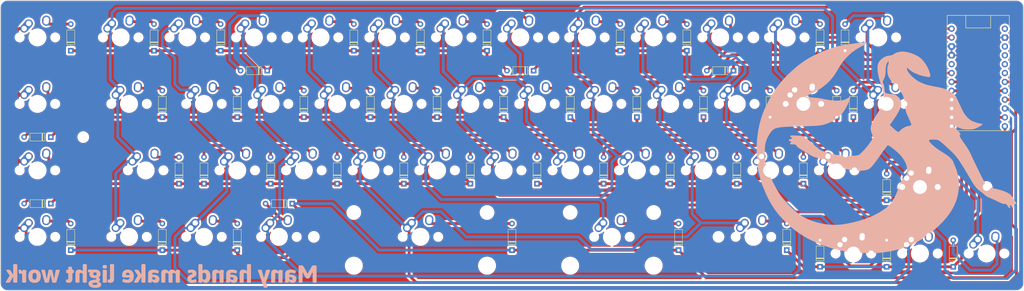
<source format=kicad_pcb>
(kicad_pcb (version 20221018) (generator pcbnew)
  (layers (0 "F.Cu" signal) (31 "B.Cu" signal) (34 "B.Paste" user) (35 "F.Paste" user) (36 "B.SilkS" user "B.Silkscreen") (37 "F.SilkS" user "F.Silkscreen") (38 "B.Mask" user) (39 "F.Mask" user) (44 "Edge.Cuts" user))
  (net 0 "")
  (net 1 "L0")
  (net 2 "Net-(D1-A)")
  (net 3 "Net-(D2-A)")
  (net 4 "Net-(D3-A)")
  (net 5 "Net-(D4-A)")
  (net 6 "Net-(D5-A)")
  (net 7 "Net-(D6-A)")
  (net 8 "L1")
  (net 9 "Net-(D7-A)")
  (net 10 "Net-(D8-A)")
  (net 11 "Net-(D9-A)")
  (net 12 "Net-(D10-A)")
  (net 13 "Net-(D11-A)")
  (net 14 "Net-(D12-A)")
  (net 15 "L2")
  (net 16 "Net-(D13-A)")
  (net 17 "Net-(D14-A)")
  (net 18 "Net-(D15-A)")
  (net 19 "Net-(D16-A)")
  (net 20 "Net-(D17-A)")
  (net 21 "Net-(D18-A)")
  (net 22 "L3")
  (net 23 "Net-(D19-A)")
  (net 24 "Net-(D20-A)")
  (net 25 "Net-(D21-A)")
  (net 26 "Net-(D22-A)")
  (net 27 "Net-(D23-A)")
  (net 28 "Net-(D24-A)")
  (net 29 "L4")
  (net 30 "Net-(D25-A)")
  (net 31 "Net-(D26-A)")
  (net 32 "Net-(D27-A)")
  (net 33 "Net-(D28-A)")
  (net 34 "Net-(D29-A)")
  (net 35 "Net-(D30-A)")
  (net 36 "L5")
  (net 37 "Net-(D31-A)")
  (net 38 "Net-(D32-A)")
  (net 39 "Net-(D33-A)")
  (net 40 "Net-(D34-A)")
  (net 41 "Net-(D35-A)")
  (net 42 "Net-(D36-A)")
  (net 43 "Net-(D37-A)")
  (net 44 "Net-(D38-A)")
  (net 45 "Net-(D39-A)")
  (net 46 "L6")
  (net 47 "Net-(D40-A)")
  (net 48 "Net-(D41-A)")
  (net 49 "L7")
  (net 50 "Net-(D42-A)")
  (net 51 "Net-(D43-A)")
  (net 52 "Net-(D44-A)")
  (net 53 "Net-(D45-A)")
  (net 54 "Net-(D46-A)")
  (net 55 "Net-(D47-A)")
  (net 56 "Net-(D48-A)")
  (net 57 "Net-(D49-A)")
  (net 58 "C1")
  (net 59 "C2")
  (net 60 "C3")
  (net 61 "C4")
  (net 62 "C5")
  (net 63 "C6")
  (net 68 "C0")
  (net 69 "GND")
  (net 70 "VCC")
  (footprint "Diode_THT:D_DO-35_SOD27_P7.62mm_Horizontal" (layer "F.Cu") (at 276.675 153.81 90)
    (fp_text reference "D37" hide)
    (fp_text value "1N4148" hide)
  )
  (footprint "Diode_THT:D_DO-35_SOD27_P7.62mm_Horizontal" (layer "F.Cu") (at 218.5725 121.425 180)
    (fp_text reference "D8" hide)
    (fp_text value "1N4148" hide)
  )
  (footprint "Diode_THT:D_DO-35_SOD27_P7.62mm_Horizontal" (layer "F.Cu") (at 257.625 153.81 90)
    (fp_text reference "D36" hide)
    (fp_text value "1N4148" hide)
  )
  (footprint "_mx:MX-Alps-Hybrid-1U" (layer "F.Cu") (at 100.4625 111.9)
    (fp_text reference "MX2" hide)
    (fp_text value "MX" hide)
  )
  (footprint "_mx:MX-Alps-Hybrid-1U" (layer "F.Cu") (at 229.05 150)
    (fp_text reference "MX34" hide)
    (fp_text value "MX" hide)
  )
  (footprint "Diode_THT:D_DO-35_SOD27_P7.62mm_Horizontal" (layer "F.Cu") (at 319.5375 177.6225 90)
    (fp_text reference "D48" hide)
    (fp_text value "1N4148" hide)
  )
  (footprint "Diode_THT:D_DO-35_SOD27_P7.62mm_Horizontal" (layer "F.Cu") (at 167.1375 115.71 90)
    (fp_text reference "D5" hide)
    (fp_text value "1N4148" hide)
  )
  (footprint "Diode_THT:D_DO-35_SOD27_P7.62mm_Horizontal" (layer "F.Cu") (at 300.4875 177.6225 90)
    (fp_text reference "D47" hide)
    (fp_text value "1N4148" hide)
  )
  (footprint "_mx:MX-Alps-Hybrid-1U" (layer "F.Cu") (at 267.15 150)
    (fp_text reference "MX36" hide)
    (fp_text value "MX" hide)
  )
  (footprint "Diode_THT:D_DO-35_SOD27_P7.62mm_Horizontal" (layer "F.Cu") (at 212.38125 172.86 90)
    (fp_text reference "D44" hide)
    (fp_text value "1N4148" hide)
  )
  (footprint "Diode_THT:D_DO-35_SOD27_P7.62mm_Horizontal" (layer "F.Cu") (at 112.36875 172.86 90)
    (fp_text reference "D41" hide)
    (fp_text value "1N4148" hide)
  )
  (footprint "Diode_THT:D_DO-35_SOD27_P7.62mm_Horizontal" (layer "F.Cu") (at 186.1875 115.71 90)
    (fp_text reference "D6" hide)
    (fp_text value "1N4148" hide)
  )
  (footprint "Diode_THT:D_DO-35_SOD27_P7.62mm_Horizontal" (layer "F.Cu") (at 290.9625 172.86 90)
    (fp_text reference "D46" hide)
    (fp_text value "1N4148" hide)
  )
  (footprint "Diode_THT:D_DO-35_SOD27_P7.62mm_Horizontal" (layer "F.Cu") (at 243.3375 115.71 90)
    (fp_text reference "D9" hide)
    (fp_text value "1N4148" hide)
  )
  (footprint "_mx:MX-Alps-Hybrid-1.25U" (layer "F.Cu") (at 102.8438 130.95)
    (fp_text reference "MX15" hide)
    (fp_text value "MX" hide)
  )
  (footprint "_mx:MX-Alps-Hybrid-1U" (layer "F.Cu") (at 143.325 130.95)
    (fp_text reference "MX17" hide)
    (fp_text value "MX" hide)
  )
  (footprint "Diode_THT:D_DO-35_SOD27_P7.62mm_Horizontal" (layer "F.Cu") (at 86.175 115.71 90)
    (fp_text reference "D1" hide)
    (fp_text value "1N4148" hide)
  )
  (footprint "_mx:MX-Alps-Hybrid-2.75U" (layer "F.Cu") (at 240.9563 169.05)
    (fp_text reference "MX45" hide)
    (fp_text value "MX" hide)
  )
  (footprint "_mx:MX-Alps-Hybrid-1U" (layer "F.Cu") (at 138.5625 111.9)
    (fp_text reference "MX4" hide)
    (fp_text value "MX" hide)
  )
  (footprint "Diode_THT:D_DO-35_SOD27_P7.62mm_Horizontal" (layer "F.Cu") (at 117.13125 153.81 90)
    (fp_text reference "D28" hide)
    (fp_text value "1N4148" hide)
  )
  (footprint "Diode_THT:D_DO-35_SOD27_P7.62mm_Horizontal" (layer "F.Cu") (at 109.9875 115.71 90)
    (fp_text reference "D2" hide)
    (fp_text value "1N4148" hide)
  )
  (footprint "Diode_THT:D_DO-35_SOD27_P7.62mm_Horizontal" (layer "F.Cu") (at 171.9 134.76 90)
    (fp_text reference "D18" hide)
    (fp_text value "1N4148" hide)
  )
  (footprint "_mx:MX-Alps-Hybrid-1U" (layer "F.Cu") (at 238.575 130.95)
    (fp_text reference "MX22" hide)
    (fp_text value "MX" hide)
  )
  (footprint "Diode_THT:D_DO-35_SOD27_P7.62mm_Horizontal" (layer "F.Cu") (at 300.4875 115.71 90)
    (fp_text reference "D12" hide)
    (fp_text value "1N4148" hide)
  )
  (footprint "_mx:MX-Alps-Hybrid-1U" (layer "F.Cu") (at 133.8 150)
    (fp_text reference "MX29" hide)
    (fp_text value "MX" hide)
  )
  (footprint "_mx:MX-Alps-Hybrid-1U" (layer "F.Cu") (at 276.675 130.95)
    (fp_text reference "MX24" hide)
    (fp_text value "MX" hide)
  )
  (footprint "Diode_THT:D_DO-35_SOD27_P7.62mm_Horizontal" (layer "F.Cu") (at 338.5875 177.6225 90)
    (fp_text reference "D49" hide)
    (fp_text value "1N4148" hide)
  )
  (footprint "_mx:MX-Alps-Hybrid-1.25U" (layer "F.Cu") (at 102.8438 169.05)
    (fp_text reference "MX41" hide)
    (fp_text value "MX" hide)
  )
  (footprint "MountingHole:MountingHole_2.2mm_M2" (layer "F.Cu") (at 348.1125 154.7625)
    (fp_text reference "H2" hide)
    (fp_text value "MountingHole" hide)
  )
  (footprint "_mx:MX-Alps-Hybrid-1U" (layer "F.Cu") (at 124.275 130.95)
    (fp_text reference "MX16" hide)
    (fp_text value "MX" hide)
  )
  (footprint "_mx:MX-Alps-Hybrid-1.75U" (layer "F.Cu") (at 317.1563 111.9)
    (fp_text reference "MX13" hide)
    (fp_text value "MX" hide)
  )
  (footprint "_mx:MX-Alps-Hybrid-1U" (layer "F.Cu") (at 219.525 130.95)
    (fp_text reference "MX21" hide)
    (fp_text value "MX" hide)
  )
  (footprint "_mx:MX-Alps-Hybrid-1U" (layer "F.Cu") (at 290.9625 111.9)
    (fp_text reference "MX12" hide)
    (fp_text value "MX" hide)
  )
  (footprint "_mx:MX-Alps-Hybrid-1U" (layer "F.Cu") (at 76.65 130.95)
    (fp_text reference "MX14" hide)
    (fp_text value "MX" hide)
  )
  (footprint "Diode_THT:D_DO-35_SOD27_P7.62mm_Horizontal" (layer "F.Cu") (at 112.36875 134.76 90)
    (fp_text reference "D15" hide)
    (fp_text value "1N4148" hide)
  )
  (footprint "Diode_THT:D_DO-35_SOD27_P7.62mm_Horizontal" (layer "F.Cu") (at 133.8 172.86 90)
    (fp_text reference "D42" hide)
    (fp_text value "1N4148" hide)
  )
  (footprint "Diode_THT:D_DO-35_SOD27_P7.62mm_Horizontal" (layer "F.Cu") (at 124.275 153.81 90)
    (fp_text reference "D29" hide)
    (fp_text value "1N4148" hide)
  )
  (footprint "_mx:MX-Alps-Hybrid-1U" (layer "F.Cu") (at 190.95 150)
    (fp_text reference "MX32" hide)
    (fp_text value "MX" hide)
  )
  (footprint "_mx:MX-Alps-Hybrid-1U" (layer "F.Cu") (at 210 150)
    (fp_text reference "MX33" hide)
    (fp_text value "MX" hide)
  )
  (footprint "Diode_THT:D_DO-35_SOD27_P7.62mm_Horizontal" (layer "F.Cu") (at 307.63125 115.71 90)
    (fp_text reference "D13" hide)
    (fp_text value "1N4148" hide)
  )
  (footprint "Diode_THT:D_DO-35_SOD27_P7.62mm_Horizontal" (layer "F.Cu") (at 248.1 134.76 90)
    (fp_text reference "D22" hide)
    (fp_text value "1N4148" hide)
  )
  (footprint "MountingHole:MountingHole_2.2mm_M2" (layer "F.Cu") (at 155.7063 169.05)
    (fp_text reference "H6" hide)
    (fp_text value "MountingHole" hide)
  )
  (footprint "Diode_THT:D_DO-35_SOD27_P7.62mm_Horizontal" (layer "F.Cu") (at 190.95 134.76 90)
    (fp_text reference "D19" hide)
    (fp_text value "1N4148" hide)
  )
  (footprint "_mx:MX-Alps-Hybrid-1U" (layer "F.Cu") (at 295.725 130.95)
    (fp_text reference "MX25" hide)
    (fp_text value "MX" hide)
  )
  (footprint "MountingHole:MountingHole_2.2mm_M2" (layer "F.Cu") (at 148.0875 111.9)
    (fp_text reference "H7" hide)
    (fp_text value "MountingHole" hide)
  )
  (footprint "Diode_THT:D_DO-35_SOD27_P7.62mm_Horizontal" (layer "F.Cu") (at 133.8 134.76 90)
    (fp_text reference "D16" hide)
    (fp_text value "1N4148" hide)
  )
  (footprint "_mx:MX-Alps-Hybrid-1U" (layer "F.Cu") (at 200.475 130.95)
    (fp_text reference "MX20" hide)
    (fp_text value "MX" hide)
  )
  (footprint "Diode_THT:D_DO-35_SOD27_P7.62mm_Horizontal" (layer "F.Cu") (at 210 134.76 90)
    (fp_text reference "D20" hide)
    (fp_text value "1N4148" hide)
  )
  (footprint "Diode_THT:D_DO-35_SOD27_P7.62mm_Horizontal" (layer "F.Cu") (at 319.5375 158.5725 90)
    (fp_text reference "D39" hide)
    (fp_text value "1N4148" hide)
  )
  (footprint "_mx:MX-Alps-Hybrid-1U" (layer "F.Cu") (at 257.625 130.95)
    (fp_text reference "MX23" hide)
    (fp_text value "MX" hide)
  )
  (footprint "Diode_THT:D_DO-35_SOD27_P7.62mm_Horizontal" (layer "F.Cu") (at 162.375 153.81 90)
    (fp_text reference "D31" hide)
    (fp_text value "1N4148" hide)
  )
  (footprint "_mx:MX-Alps-Hybrid-1U" (layer "F.Cu") (at 171.9 150)
    (fp_text reference "MX31" hide)
    (fp_text value "MX" hide)
  )
  (footprint "_mx:MX-Alps-Hybrid-1U" (layer "F.Cu") (at 305.25 150)
    (fp_text reference "MX38" hide)
    (fp_text value "MX" hide)
  )
  (footprint "_mx:MX-Alps-Hybrid-1U" (layer "F.Cu") (at 76.65 169.05)
    (fp_text reference "MX40" hide)
    (fp_text value "MX" hide)
  )
  (footprint "_mx:MX-Alps-Hybrid-3U" (layer "F.Cu") (at 186.1875 169.05)
    (fp_text reference "MX44" hide)
    (fp_text value "MX" hide)
  )
  (footprint "Diode_THT:D_DO-35_SOD27_P7.62mm_Horizontal" (layer "F.Cu") (at 80.46 159.525 180)
    (fp_text reference "D27" hide)
    (fp_text value "1N4148" hide)
  )
  (footprint "Diode_THT:D_DO-35_SOD27_P7.62mm_Horizontal" (layer "F.Cu") (at 142.3725 121.425 180)
    (fp_text reference "D4" hide)
    (fp_text value "1N4148" hide)
  )
  (footprint "_mx:MX-Alps-Hybrid-1U" (layer "F.Cu") (at 76.65 150)
    (fp_text reference "MX27" hide)
    (fp_text value "MX" hide)
  )
  (footprint "Diode_THT:D_DO-35_SOD27_P7.62mm_Horizontal" (layer "F.Cu") (at 286.2 134.76 90)
    (fp_text reference "D24" hide)
    (fp_text value "1N4148" hide)
  )
  (footprint "MountingHole:MountingHole_2.2mm_M2" (layer "F.Cu") (at 271.4375 169.05)
    (fp_text reference "H3" hide)
    (fp_text value "MountingHole" hide)
  )
  (footprint "Diode_THT:D_DO-35_SOD27_P7.62mm_Horizontal" (layer "F.Cu") (at 295.725 153.81 90)
    (fp_text reference "D38" hide)
    (fp_text value "1N4148" hide)
  )
  (footprint "MountingHole:MountingHole_2.2mm_M2" (layer "F.Cu") (at 89.7469 140.475)
    (fp_text reference "H4" hide)
    (fp_text value "MountingHole" hide)
  )
  (footprint "Diode_THT:D_DO-35_SOD27_P7.62mm_Horizontal" (layer "F.Cu") (at 262.3875 115.71 90)
    (fp_text reference "D10" hide)
    (fp_text value "1N4148" hide)
  )
  (footprint "MountingHole:MountingHole_2.2mm_M2" (layer "F.Cu") (at 224.2875 111.9)
    (fp_text reference "H5" hide)
    (fp_text value "MountingHole" hide)
  )
  (footprint "Diode_THT:D_DO-35_SOD27_P7.62mm_Horizontal" (layer "F.Cu") (at 310.0125 134.76 90)
    (fp_text reference "D26" hide)
    (fp_text value "1N4148" hide)
  )
  (footprint "Diode_THT:D_DO-35_SOD27_P7.62mm_Horizontal" (layer "F.Cu") (at 260.00625 172.86 90)
    (fp_text reference "D45" hide)
    (fp_text value "1N4148" hide)
  )
  (footprint "_mx:MX-Alps-Hybrid-1U" (layer "F.Cu") (at 286.2 150)
    (fp_text reference "MX37" hide)
    (fp_text value "MX" hide)
  )
  (footprint "Diode_THT:D_DO-35_SOD27_P7.62mm_Horizontal" (layer "F.Cu") (at 238.575 153.81 90)
    (fp_text reference "D35" hide)
    (fp_text value "1N4148" hide)
  )
  (footprint "Diode_THT:D_DO-35_SOD27_P7.62mm_Horizontal" (layer "F.Cu") (at 219.525 153.81 90)
    (fp_text reference "D34" hide)
    (fp_text value "1N4148" hide)
  )
  (footprint "_mx:MX-Alps-Hybrid-1U" (layer "F.Cu") (at 152.85 150)
    (fp_text reference "MX30" hide)
    (fp_text value "MX" hide)
  )
  (footprint "Diode_THT:D_DO-35_SOD27_P7.62mm_Horizontal" (layer "F.Cu") (at 143.325 153.81 90)
    (fp_text reference "D30" hide)
    (fp_text value "1N4148" hide)
  )
  (footprint "_mx:MX-Alps-Hybrid-1U" (layer "F.Cu") (at 181.425 130.95)
    (fp_text reference "MX19" hide)
    (fp_text value "MX" hide)
  )
  (footprint "_mx:MX-Alps-Hybrid-1U" (layer "F.Cu") (at 329.0625 173.8125)
    (fp_text reference "MX48" hide)
    (fp_text value "MX" hide)
  )
  (footprint "PCM_marbastlib-xp-promicroish:ProMicro_USBup" (layer "F.Cu") (at 345.73125 123.38)
    (fp_text reference "U1" hide)
    (fp_text value "ProMicro" hide)
  )
  (footprint "_mx:MX-Alps-Hybrid-1U" (layer "F.Cu") (at 271.9125 111.9)
    (fp_text reference "MX11" hide)
    (fp_text value "MX" hide)
  )
  (footprint "_mx:MX-Alps-Hybrid-1U" (layer "F.Cu") (at 329.0625 154.7625)
    (fp_text reference "MX39" hide)
    (fp_text value "MX" hide)
  )
  (footprint "Diode_THT:D_DO-35_SOD27_P7.62mm_Horizontal" (layer "F.Cu") (at 229.05 134.76 90)
    (fp_text reference "D21" hide)
    (fp_text value "1N4148" hide)
  )
  (footprint "Diode_THT:D_DO-35_SOD27_P7.62mm_Horizontal" (layer "F.Cu") (at 267.15 134.76 90)
    (fp_text reference "D23" hide)
    (fp_text value "1N4148" hide)
  )
  (footprint "_mx:MX-Alps-Hybrid-1U" (layer "F.Cu") (at 119.5125 111.9)
    (fp_text reference "MX3" hide)
    (fp_text value "MX" hide)
  )
  (footprint "_mx:MX-Alps-Hybrid-1U" (layer "F.Cu") (at 195.7125 111.9)
    (fp_text reference "MX7" hide)
    (fp_text value "MX" hide)
  )
  (footprint "Diode_THT:D_DO-35_SOD27_P7.62mm_Horizontal" (layer "F.Cu") (at 149.51625 159.525 180)
    (fp_text reference "D43" hide)
    (fp_text value "1N4148" hide)
  )
  (footprint "_mx:MX-Alps-Hybrid-1U" (layer "F.Cu") (at 233.8125 111.9)
    (fp_text reference "MX9" hide)
    (fp_text value "MX" hide)
  )
  (footprint "_mx:MX-Alps-Hybrid-1U" (layer "F.Cu") (at 162.375 130.95)
    (fp_text reference "MX18" hide)
    (fp_text value "MX" hide)
  )
  (footprint "_mx:MX-Alps-Hybrid-1U" (layer "F.Cu") (at 310.0125 173.8125)
    (fp_text reference "MX47" hide)
    (fp_text value "MX" hide)
  )
  (footprint "Diode_THT:D_DO-35_SOD27_P7.62mm_Horizontal" (layer "F.Cu") (at 152.85 134.76 90)
    (fp_text reference "D17" hide)
    (fp_text value "1N4148" hide)
  )
  (footprint "MountingHole:MountingHole_2.2mm_M2" (layer "F.Cu") (at 281.4375 111.9)
    (fp_text reference "H1" hide)
    (fp_text value "MountingHole" hide)
  )
  (footprint "_mx:MX-Alps-Hybrid-1U" (layer "F.Cu") (at 157.6125 111.9)
    (fp_text reference "MX5" hide)
    (fp_text value "MX" hide)
  )
  (footprint "_mx:MX-Alps-Hybrid-1.25U" (layer "F.Cu") (at 145.7063 169.05)
    (fp_text reference "MX43" hide)
    (fp_text value "MX" hide)
  )
  (footprint "Diode_THT:D_DO-35_SOD27_P7.62mm_Horizontal" (layer "F.Cu") (at 181.425 153.81 90)
    (fp_text reference "D32" hide)
    (fp_text value "1N4148" hide)
  )
  (footprint "_mx:MX-Alps-Hybrid-1U" (layer "F.Cu") (at 124.275 169.05)
    (fp_text reference "MX42" hide)
    (fp_text value "MX" hide)
  )
  (footprint "Diode_THT:D_DO-35_SOD27_P7.62mm_Horizontal" (layer "F.Cu") (at 275.7225 121.425 180)
    (fp_text reference "D11" hide)
    (fp_text value "1N4148" hide)
  )
  (footprint "_mx:MX-Alps-Hybrid-1U" (layer "F.Cu") (at 176.6625 111.9)
    (fp_text reference "MX6" hide)
    (fp_text value "MX" hide)
  )
  (footprint "_mx:MX-Alps-Hybrid-1U" (layer "F.Cu") (at 76.65 111.9)
    (fp_text reference "MX1" hide)
    (fp_text value "MX" hide)
  )
  (footprint "_mx:MX-Alps-Hybrid-1U" (layer "F.Cu") (at 214.7625 111.9)
    (fp_text reference "MX8" hide)
    (fp_text value "MX" hide)
  )
  (footprint "_mx:MX-Alps-Hybrid-1.5U" (layer "F.Cu") (at 281.4375 169.05)
    (fp_text reference "MX46" hide)
    (fp_text value "MX" hide)
  )
  (footprint "_mx:MX-Alps-Hybrid-1.5U" (layer "F.Cu") (at 319.5375 130.95)
    (fp_text reference "MX26" hide)
    (fp_text value "MX" hide)
  )
  (footprint "Diode_THT:D_DO-35_SOD27_P7.62mm_Horizontal" (layer "F.Cu") (at 205.2375 115.71 90)
    (fp_text reference "D7" hide)
    (fp_text value "1N4148" hide)
  )
  (footprint "_mx:MX-Alps-Hybrid-1U" (layer "F.Cu") (at 252.8625 111.9)
    (fp_text reference "MX10" hide)
    (fp_text value "MX" hide)
  )
  (footprint "Diode_THT:D_DO-35_SOD27_P7.62mm_Horizontal" (layer "F.Cu") (at 305.25 134.76 90)
    (fp_text reference "D25" hide)
    (fp_text value "1N4148" hide)
  )
  (footprint "Diode_THT:D_DO-35_SOD27_P7.62mm_Horizontal" (layer "F.Cu") (at 200.475 153.81 90)
    (fp_text reference "D33" hide)
    (fp_text value "1N4148" hide)
  )
  (footprint "Diode_THT:D_DO-35_SOD27_P7.62mm_Horizontal" (layer "F.Cu") (at 86.175 172.86 90)
    (fp_text reference "D40" hide)
    (fp_text value "1N4148" hide)
  )
  (footprint "Diode_THT:D_DO-35_SOD27_P7.62mm_Horizontal" (layer "F.Cu") (at 80.46 140.475 180)
    (fp_text reference "D14" hide)
    (fp_text value "1N4148" hide)
  )
  (footprint "Diode_THT:D_DO-35_SOD27_P7.62mm_Horizontal" (layer "F.Cu") (at 129.0375 115.71 90)
    (fp_text reference "D3" hide)
    (fp_text value "1N4148" hide)
  )
  (footprint "_mx:MX-Alps-Hybrid-1U" (layer "F.Cu") (at 248.1 150)
    (fp_text reference "MX35" hide)
    (fp_text value "MX" hide)
  )
  (footprint "_mx:MX-Alps-Hybrid-1.75U" (layer "F.Cu") (at 107.6063 150)
    (fp_text reference "MX28" hide)
    (fp_text value "MX" hide)
  )
  (footprint "_mx:MX-Alps-Hybrid-1U" (layer "F.Cu") (at 348.1125 173.8125)
    (fp_text reference "MX49" hide)
    (fp_text value "MX" hide)
  )
  (gr_poly (pts (xy 144.468117 178.422439) (xy 144.427107 178.423845) (xy 144.386979 178.426188) (xy 144.347733 178.429467) (xy 144.309369 178.433684) (xy 144.271887 178.438838) (xy 144.235287 178.444929) (xy 144.199569 178.451957) (xy 144.164733 178.459922) (xy 144.130779 178.468824) (xy 144.097706 178.478664) (xy 144.065516 178.48944) (xy 144.034207 178.501154) (xy 144.00378 178.513804) (xy 143.974235 178.527392) (xy 143.945572 178.541916) (xy 143.91779 178.557378) (xy 143.890891 178.573777) (xy 143.864873 178.591113) (xy 143.839738 178.609386) (xy 143.815484 178.628596) (xy 143.792113 178.648743) (xy 143.769623 178.669827) (xy 143.748016 178.691848) (xy 143.72729 178.714806) (xy 143.707447 178.738701) (xy 143.688485 178.763533) (xy 143.670405 178.789302) (xy 143.653207 178.816008) (xy 143.63689 178.843652) (xy 143.621456 178.872232) (xy 143.606903 178.901749) (xy 143.592378 178.931294) (xy 143.578791 178.961722) (xy 143.56614 178.993031) (xy 143.554427 179.025222) (xy 143.543651 179.058295) (xy 143.533812 179.09225) (xy 143.52491 179.127087) (xy 143.516945 179.162806) (xy 143.509918 179.199407) (xy 143.503827 179.236889) (xy 143.498674 179.275254) (xy 143.494457 179.3145) (xy 143.491177 179.354628) (xy 143.488835 179.395639) (xy 143.487429 179.437531) (xy 143.486961 179.480305) (xy 143.486961 181.914475) (xy 143.487402 181.930983) (xy 143.488725 181.946996) (xy 143.49093 181.962513) (xy 143.494016 181.977534) (xy 143.497985 181.992058) (xy 143.502835 182.006087) (xy 143.508567 182.019619) (xy 143.515181 182.032655) (xy 143.522677 182.045195) (xy 143.531055 182.05724) (xy 143.540314 182.068788) (xy 143.550455 182.07984) (xy 143.561478 182.090396) (xy 143.573383 182.100456) (xy 143.58617 182.110019) (xy 143.599838 182.119087) (xy 143.614529 182.126776) (xy 143.630377 182.13397) (xy 143.647382 182.140667) (xy 143.665546 182.146868) (xy 143.684866 182.152573) (xy 143.705344 182.157782) (xy 143.72698 182.162495) (xy 143.749773 182.166711) (xy 143.773723 182.170432) (xy 143.798831 182.173657) (xy 143.825096 182.176385) (xy 143.852519 182.178618) (xy 143.881099 182.180354) (xy 143.910837 182.181594) (xy 143.941732 182.182339) (xy 143.973785 182.182587) (xy 144.171348 182.182587) (xy 144.232754 182.181594) (xy 144.289969 182.178618) (xy 144.317006 182.176385) (xy 144.342995 182.173657) (xy 144.367937 182.170432) (xy 144.391832 182.166711) (xy 144.414679 182.162495) (xy 144.436479 182.157782) (xy 144.457232 182.152573) (xy 144.476938 182.146868) (xy 144.495596 182.140667) (xy 144.513207 182.13397) (xy 144.529771 182.126776) (xy 144.545288 182.119087) (xy 144.558959 182.110019) (xy 144.565463 182.105299) (xy 144.571748 182.100455) (xy 144.577811 182.095487) (xy 144.583654 182.090395) (xy 144.589277 182.085179) (xy 144.594679 182.079839) (xy 144.599861 182.074375) (xy 144.604822 182.068787) (xy 144.609562 182.063075) (xy 144.614082 182.057239) (xy 144.618382 182.051278) (xy 144.622461 182.045194) (xy 144.62632 182.038986) (xy 144.629958 182.032654) (xy 144.633375 182.026198) (xy 144.636572 182.019617) (xy 144.639549 182.012913) (xy 144.642305 182.006085) (xy 144.644841 181.999133) (xy 144.647156 181.992057) (xy 144.64925 181.984856) (xy 144.651124 181.977532) (xy 144.652778 181.970084) (xy 144.654211 181.962512) (xy 144.655424 181.954815) (xy 144.656416 181.946995) (xy 144.657739 181.930983) (xy 144.65818 181.914475) (xy 144.65818 179.741364) (xy 144.658511 179.719646) (xy 144.659503 179.69859) (xy 144.661158 179.678195) (xy 144.663474 179.658461) (xy 144.666452 179.639389) (xy 144.670092 179.620979) (xy 144.674393 179.60323) (xy 144.679356 179.586142) (xy 144.684981 179.569716) (xy 144.691268 179.553951) (xy 144.698216 179.538847) (xy 144.705826 179.524405) (xy 144.714097 179.510625) (xy 144.72303 179.497506) (xy 144.732625 179.485048) (xy 144.742881 179.473252) (xy 144.747842 179.467609) (xy 144.753023 179.462145) (xy 144.764046 179.451755) (xy 144.775952 179.442081) (xy 144.788739 179.433124) (xy 144.802409 179.424884) (xy 144.816961 179.41736) (xy 144.832395 179.410553) (xy 144.848711 179.404462) (xy 144.865909 179.399087) (xy 144.883989 179.39443) (xy 144.902951 179.390488) (xy 144.922795 179.387264) (xy 144.943522 179.384756) (xy 144.96513 179.382964) (xy 144.987621 179.381889) (xy 145.010994 179.381531) (xy 145.023371 179.381696) (xy 145.035803 179.382192) (xy 145.048289 179.383019) (xy 145.060831 179.384177) (xy 145.073428 179.385665) (xy 145.086079 179.387484) (xy 145.098785 179.389634) (xy 145.111546 179.392114) (xy 145.124362 179.394925) (xy 145.137233 179.398067) (xy 145.150158 179.401539) (xy 145.163138 179.405343) (xy 145.176173 179.409477) (xy 145.189263 179.413941) (xy 145.202407 179.418737) (xy 145.215606 179.423863) (xy 145.228779 179.42841) (xy 145.241842 179.433233) (xy 145.254794 179.438332) (xy 145.267637 179.443706) (xy 145.280369 179.449356) (xy 145.292991 179.455281) (xy 145.305503 179.461483) (xy 145.317905 179.467959) (xy 145.330197 179.474712) (xy 145.342378 179.481739) (xy 145.35445 179.489043) (xy 145.366411 179.496622) (xy 145.378262 179.504477) (xy 145.390003 179.512607) (xy 145.401634 179.521013) (xy 145.413154 179.529694) (xy 145.424534 179.537741) (xy 145.43575 179.546009) (xy 145.4468 179.554498) (xy 145.457685 179.563207) (xy 145.468405 179.572137) (xy 145.47896 179.581287) (xy 145.489349 179.590658) (xy 145.499574 179.600249) (xy 145.509634 179.610061) (xy 145.519529 179.620093) (xy 145.529259 179.630346) (xy 145.538823 179.640819) (xy 145.548223 179.651513) (xy 145.557457 179.662428) (xy 145.566527 179.673562) (xy 145.575431 179.684918) (xy 145.575431 181.914475) (xy 145.5759 181.930983) (xy 145.577306 181.946996) (xy 145.579649 181.962513) (xy 145.582929 181.977534) (xy 145.587146 181.992058) (xy 145.5923 182.006087) (xy 145.598391 182.019619) (xy 145.60542 182.032655) (xy 145.613385 182.045195) (xy 145.622288 182.05724) (xy 145.632127 182.068788) (xy 145.642904 182.07984) (xy 145.654618 182.090396) (xy 145.667268 182.100456) (xy 145.680856 182.110019) (xy 145.695381 182.119087) (xy 145.710041 182.126776) (xy 145.725805 182.13397) (xy 145.74267 182.140667) (xy 145.760639 182.146868) (xy 145.779711 182.152573) (xy 145.799885 182.157782) (xy 145.821161 182.162495) (xy 145.843541 182.166711) (xy 145.867023 182.170432) (xy 145.891608 182.173657) (xy 145.917295 182.176385) (xy 145.944085 182.178618) (xy 145.971977 182.180354) (xy 146.000973 182.181594) (xy 146.03107 182.182339) (xy 146.062271 182.182587) (xy 146.259697 182.182594) (xy 146.321102 182.181602) (xy 146.378319 182.178625) (xy 146.405356 182.176393) (xy 146.431346 182.173664) (xy 146.456289 182.17044) (xy 146.480184 182.166719) (xy 146.503032 182.162502) (xy 146.524833 182.157789) (xy 146.545586 182.15258) (xy 146.565292 182.146875) (xy 146.583951 182.140674) (xy 146.601563 182.133977) (xy 146.618127 182.126784) (xy 146.633644 182.119095) (xy 146.647312 182.110027) (xy 146.653815 182.105307) (xy 146.660099 182.100463) (xy 146.666161 182.095495) (xy 146.672003 182.090403) (xy 146.677625 182.085187) (xy 146.683026 182.079847) (xy 146.688207 182.074383) (xy 146.693168 182.068795) (xy 146.697907 182.063082) (xy 146.702427 182.057246) (xy 146.706726 182.051286) (xy 146.710805 182.045202) (xy 146.714663 182.038994) (xy 146.7183 182.032661) (xy 146.721718 182.026205) (xy 146.724914 182.019625) (xy 146.727891 182.012921) (xy 146.730647 182.006093) (xy 146.733182 181.99914) (xy 146.735497 181.992064) (xy 146.737591 181.984864) (xy 146.739465 181.97754) (xy 146.741119 181.970091) (xy 146.742552 181.962519) (xy 146.743765 181.954823) (xy 146.744757 181.947003) (xy 146.74608 181.93099) (xy 146.746521 181.914482) (xy 146.746521 179.706093) (xy 146.747845 179.549989) (xy 146.749501 179.479213) (xy 146.75182 179.413288) (xy 146.754802 179.352213) (xy 146.758446 179.295989) (xy 146.762753 179.244616) (xy 146.767723 179.198094) (xy 146.771358 179.15532) (xy 146.775216 179.115191) (xy 146.779295 179.077709) (xy 146.783597 179.042872) (xy 146.78812 179.010681) (xy 146.792866 178.981135) (xy 146.797834 178.954235) (xy 146.803024 178.929982) (xy 146.806328 178.907272) (xy 146.809192 178.885003) (xy 146.811616 178.863175) (xy 146.813598 178.841788) (xy 146.81514 178.820842) (xy 146.816242 178.800336) (xy 146.816903 178.780271) (xy 146.817123 178.760647) (xy 146.816765 178.750174) (xy 146.81569 178.739921) (xy 146.8139 178.729889) (xy 146.811392 178.720077) (xy 146.808169 178.710485) (xy 146.804229 178.701114) (xy 146.799572 178.691964) (xy 146.7942 178.683034) (xy 146.78811 178.674325) (xy 146.781305 178.665837) (xy 146.773783 178.657569) (xy 146.765544 178.649521) (xy 146.756589 178.641694) (xy 146.746918 178.634088) (xy 146.73653 178.626703) (xy 146.725425 178.619538) (xy 146.713797 178.612592) (xy 146.701838 178.605867) (xy 146.689548 178.599362) (xy 146.676927 178.593078) (xy 146.663974 178.587014) (xy 146.650691 178.581171) (xy 146.637077 178.575548) (xy 146.623131 178.570146) (xy 146.608855 178.564964) (xy 146.594247 178.560003) (xy 146.579309 178.555262) (xy 146.564039 178.550742) (xy 146.548438 178.546442) (xy 146.532506 178.542363) (xy 146.516243 178.538505) (xy 146.499649 178.534867) (xy 146.46437 178.528142) (xy 146.429091 178.522079) (xy 146.393814 178.516677) (xy 146.358536 178.511936) (xy 146.323259 178.507857) (xy 146.287983 178.504439) (xy 146.252706 178.501683) (xy 146.21743 178.499588) (xy 146.149077 178.493415) (xy 146.116555 178.49099) (xy 146.085135 178.489005) (xy 146.054818 178.487462) (xy 146.025604 178.48636) (xy 145.997491 178.485698) (xy 145.970481 178.485478) (xy 145.954029 178.485643) (xy 145.938183 178.486139) (xy 145.922943 178.486966) (xy 145.908309 178.488124) (xy 145.894281 178.489612) (xy 145.880859 178.491431) (xy 145.868044 178.49358) (xy 145.855835 178.496061) (xy 145.844232 178.498872) (xy 145.833235 178.502014) (xy 145.822844 178.505486) (xy 145.813059 178.509289) (xy 145.803881 178.513423) (xy 145.795309 178.517888) (xy 145.787343 178.522683) (xy 145.779983 178.52781) (xy 145.776049 178.530083) (xy 145.772183 178.532495) (xy 145.768387 178.535044) (xy 145.764659 178.537731) (xy 145.761001 178.540556) (xy 145.757411 178.543519) (xy 145.75389 178.54662) (xy 145.750439 178.549858) (xy 145.743742 178.556748) (xy 145.737322 178.56419) (xy 145.731177 178.572182) (xy 145.725308 178.580726) (xy 145.719715 178.589821) (xy 145.714398 178.599467) (xy 145.709356 178.609665) (xy 145.704591 178.620413) (xy 145.700101 178.631713) (xy 145.695886 178.643564) (xy 145.691948 178.655966) (xy 145.688285 178.668919) (xy 145.67957 178.695047) (xy 145.671078 178.724042) (xy 145.662807 178.755902) (xy 145.654759 178.790629) (xy 145.646933 178.828222) (xy 145.639329 178.86868) (xy 145.631946 178.912005) (xy 145.624786 178.958195) (xy 145.590718 178.919941) (xy 145.555549 178.882789) (xy 145.519278 178.846739) (xy 145.481906 178.811792) (xy 145.443431 178.777947) (xy 145.403855 178.745205) (xy 145.363176 178.713566) (xy 145.321395 178.68303) (xy 145.299237 178.667403) (xy 145.276858 178.652272) (xy 145.254258 178.637637) (xy 145.231438 178.623498) (xy 145.208397 178.609856) (xy 145.185136 178.596709) (xy 145.161654 178.584059) (xy 145.137952 178.571905) (xy 145.11403 178.560246) (xy 145.089887 178.549085) (xy 145.065523 178.538419) (xy 145.040939 178.528249) (xy 145.016135 178.518575) (xy 144.99111 178.509398) (xy 144.965865 178.500716) (xy 144.940399 178.492531) (xy 144.91474 178.483987) (xy 144.888916 178.475994) (xy 144.862926 178.468552) (xy 144.836771 178.461662) (xy 144.810451 178.455322) (xy 144.783965 178.449534) (xy 144.757314 178.444297) (xy 144.730497 178.439611) (xy 144.703515 178.435477) (xy 144.676367 178.431894) (xy 144.649055 178.428862) (xy 144.621576 178.426381) (xy 144.593933 178.424452) (xy 144.566124 178.423073) (xy 144.510009 178.421971)) (fill solid) (layer "B.SilkS"))
  (gr_poly (pts (xy 142.372666 178.464968) (xy 142.339041 178.466952) (xy 142.322642 178.46844) (xy 142.306519 178.470259) (xy 142.290672 178.472409) (xy 142.2751 178.474889) (xy 142.259804 178.4777) (xy 142.244784 178.480842) (xy 142.23004 178.484315) (xy 142.215571 178.488118) (xy 142.201378 178.492252) (xy 142.187461 178.496716) (xy 142.173819 178.501512) (xy 142.160453 178.506638) (xy 142.146645 178.511323) (xy 142.133442 178.51656) (xy 142.120847 178.522347) (xy 142.108857 178.528686) (xy 142.097475 178.535577) (xy 142.086698 178.543018) (xy 142.076528 178.551011) (xy 142.066965 178.559555) (xy 142.058007 178.56865) (xy 142.049657 178.578296) (xy 142.041912 178.588493) (xy 142.034774 178.599242) (xy 142.028242 178.610542) (xy 142.022316 178.622392) (xy 142.016996 178.634794) (xy 142.012283 178.647747) (xy 141.433723 180.806748) (xy 141.405525 180.806748) (xy 140.834022 178.647747) (xy 140.829361 178.634794) (xy 140.824205 178.622392) (xy 140.818553 178.610542) (xy 140.812405 178.599242) (xy 140.805762 178.588493) (xy 140.798624 178.578296) (xy 140.790989 178.56865) (xy 140.782859 178.559555) (xy 140.774234 178.551011) (xy 140.765112 178.543018) (xy 140.755495 178.535577) (xy 140.745383 178.528686) (xy 140.734774 178.522347) (xy 140.72367 178.51656) (xy 140.71207 178.511323) (xy 140.699974 178.506638) (xy 140.68655 178.501512) (xy 140.672741 178.496716) (xy 140.658546 178.492252) (xy 140.643965 178.488118) (xy 140.628998 178.484315) (xy 140.613646 178.480842) (xy 140.597908 178.4777) (xy 140.581785 178.474889) (xy 140.565276 178.472409) (xy 140.548381 178.470259) (xy 140.5311 178.46844) (xy 140.513434 178.466952) (xy 140.495382 178.465795) (xy 140.476944 178.464968) (xy 140.458121 178.464472) (xy 140.438912 178.464306) (xy 140.156693 178.464306) (xy 140.095508 178.464858) (xy 140.038953 178.466511) (xy 139.987029 178.469268) (xy 139.939734 178.473126) (xy 139.897069 178.478087) (xy 139.859034 178.484151) (xy 139.825629 178.491317) (xy 139.810662 178.495313) (xy 139.796853 178.499585) (xy 139.784038 178.504242) (xy 139.77205 178.509396) (xy 139.760889 178.515046) (xy 139.755618 178.518057) (xy 139.750554 178.521192) (xy 139.745697 178.524451) (xy 139.741046 178.527834) (xy 139.736603 178.531341) (xy 139.732365 178.534972) (xy 139.728335 178.538727) (xy 139.724511 178.542606) (xy 139.720894 178.54661) (xy 139.717483 178.550737) (xy 139.714279 178.554988) (xy 139.711282 178.559363) (xy 139.708492 178.563863) (xy 139.705908 178.568486) (xy 139.703531 178.573233) (xy 139.701361 178.578105) (xy 139.699397 178.5831) (xy 139.69764 178.58822) (xy 139.69609 178.593463) (xy 139.694746 178.598831) (xy 139.693609 178.604322) (xy 139.692679 178.609938) (xy 139.691956 178.615678) (xy 139.691439 178.621541) (xy 139.691025 178.633641) (xy 139.69108 178.637223) (xy 139.691246 178.640917) (xy 139.691521 178.64472) (xy 139.691907 178.648634) (xy 139.692402 178.652658) (xy 139.693008 178.656792) (xy 139.693724 178.661037) (xy 139.69455 178.665392) (xy 139.696533 178.674433) (xy 139.698956 178.683914) (xy 139.70182 178.693837) (xy 139.705124 178.704201) (xy 139.706988 178.714674) (xy 139.709076 178.724926) (xy 139.711388 178.734958) (xy 139.713926 178.74477) (xy 139.716688 178.754361) (xy 139.719676 178.763732) (xy 139.722889 178.772882) (xy 139.726327 178.781811) (xy 141.349105 183.43848) (xy 141.354613 183.451434) (xy 141.360563 183.463837) (xy 141.366954 183.475688) (xy 141.373786 183.486988) (xy 141.38106 183.497737) (xy 141.388776 183.507935) (xy 141.396933 183.517581) (xy 141.405531 183.526677) (xy 141.414572 183.535221) (xy 141.424054 183.543213) (xy 141.433977 183.550655) (xy 141.444342 183.557545) (xy 141.455149 183.563884) (xy 141.466397 183.569672) (xy 141.478087 183.574909) (xy 141.490219 183.579594) (xy 141.502761 183.58472) (xy 141.515689 183.589515) (xy 141.529002 183.59398) (xy 141.542701 183.598114) (xy 141.556786 183.601917) (xy 141.571256 183.60539) (xy 141.586111 183.608531) (xy 141.601352 183.611342) (xy 141.616979 183.613823) (xy 141.632991 183.615973) (xy 141.649389 183.617791) (xy 141.666172 183.61928) (xy 141.68334 183.620437) (xy 141.700894 183.621264) (xy 141.718834 183.62176) (xy 141.737159 183.621925) (xy 141.998146 183.621929) (xy 142.057786 183.621378) (xy 142.113238 183.619724) (xy 142.1645 183.616968) (xy 142.211573 183.613109) (xy 142.254458 183.608148) (xy 142.293153 183.602085) (xy 142.32766 183.594919) (xy 142.357978 183.586651) (xy 142.370796 183.582021) (xy 142.382786 183.57695) (xy 142.393949 183.571438) (xy 142.404286 183.565484) (xy 142.413795 183.55909) (xy 142.41824 183.555728) (xy 142.422477 183.552255) (xy 142.426508 183.548672) (xy 142.430333 183.544979) (xy 142.43395 183.541176) (xy 142.437361 183.537262) (xy 142.440565 183.533238) (xy 142.443563 183.529104) (xy 142.446354 183.52486) (xy 142.448938 183.520505) (xy 142.451315 183.51604) (xy 142.453485 183.511465) (xy 142.455449 183.50678) (xy 142.457206 183.501984) (xy 142.458757 183.497079) (xy 142.4601 183.492063) (xy 142.461237 183.486936) (xy 142.462167 183.4817) (xy 142.462891 183.476353) (xy 142.463408 183.470896) (xy 142.463821 183.459652) (xy 142.463712 183.450723) (xy 142.463383 183.441573) (xy 142.462836 183.432202) (xy 142.46207 183.422611) (xy 142.461085 183.412799) (xy 142.459881 183.402767) (xy 142.458459 183.392515) (xy 142.456817 183.382042) (xy 142.428619 183.311482) (xy 141.969377 182.171303) (xy 143.169418 178.781811) (xy 143.172926 178.761086) (xy 143.176445 178.741242) (xy 143.179975 178.722281) (xy 143.183517 178.704201) (xy 143.186822 178.693839) (xy 143.189685 178.683917) (xy 143.192109 178.674435) (xy 143.194091 178.665395) (xy 143.195634 178.656795) (xy 143.196735 178.648636) (xy 143.197396 178.640918) (xy 143.197561 178.637224) (xy 143.197616 178.633641) (xy 143.197506 178.627529) (xy 143.197175 178.621541) (xy 143.196624 178.615678) (xy 143.195852 178.609938) (xy 143.19486 178.604322) (xy 143.193648 178.598831) (xy 143.192214 178.593463) (xy 143.190561 178.58822) (xy 143.188687 178.5831) (xy 143.186592 178.578105) (xy 143.184277 178.573233) (xy 143.181741 178.568486) (xy 143.178985 178.563863) (xy 143.176009 178.559363) (xy 143.172812 178.554988) (xy 143.169394 178.550737) (xy 143.165756 178.54661) (xy 143.161897 178.542606) (xy 143.157818 178.538727) (xy 143.153519 178.534972) (xy 143.148999 178.531341) (xy 143.144258 178.527834) (xy 143.139297 178.524451) (xy 143.134115 178.521192) (xy 143.123091 178.515046) (xy 143.111184 178.509396) (xy 143.098395 178.504242) (xy 143.084724 178.499585) (xy 143.070091 178.495313) (xy 143.05441 178.491317) (xy 143.037682 178.487596) (xy 143.019906 178.484151) (xy 143.001083 178.480981) (xy 142.981212 178.478087) (xy 142.960293 178.475469) (xy 142.938327 178.473126) (xy 142.891253 178.469268) (xy 142.839989 178.466511) (xy 142.784535 178.464858) (xy 142.724891 178.464306) (xy 142.407394 178.464306)) (fill solid) (layer "B.SilkS"))
  (gr_poly (pts (xy 120.746394 178.422321) (xy 120.702735 178.423313) (xy 120.658194 178.424967) (xy 120.612773 178.427283) (xy 120.56647 178.43026) (xy 120.519286 178.433899) (xy 120.471221 178.438199) (xy 120.422274 178.443161) (xy 120.373108 178.448895) (xy 120.324381 178.455511) (xy 120.276096 178.463008) (xy 120.228251 178.471388) (xy 120.180847 178.480649) (xy 120.133883 178.490792) (xy 120.08736 178.501816) (xy 120.041278 178.513722) (xy 119.994865 178.52651) (xy 119.950878 178.54018) (xy 119.909316 178.554732) (xy 119.870179 178.570166) (xy 119.833467 178.586482) (xy 119.816021 178.594971) (xy 119.799181 178.60368) (xy 119.782948 178.61261) (xy 119.767321 178.62176) (xy 119.752301 178.63113) (xy 119.737887 178.640721) (xy 119.723361 178.65056) (xy 119.709772 178.660674) (xy 119.697121 178.671064) (xy 119.685407 178.68173) (xy 119.67463 178.692671) (xy 119.664791 178.703888) (xy 119.655888 178.715381) (xy 119.647923 178.727149) (xy 119.640895 178.739193) (xy 119.637732 178.745319) (xy 119.634804 178.751513) (xy 119.63211 178.757776) (xy 119.62965 178.764108) (xy 119.627425 178.770509) (xy 119.625434 178.776979) (xy 119.623677 178.783518) (xy 119.622154 178.790126) (xy 119.620866 178.796802) (xy 119.619812 178.803548) (xy 119.618992 178.810362) (xy 119.618406 178.817246) (xy 119.617938 178.831219) (xy 119.618131 178.846323) (xy 119.618709 178.861646) (xy 119.619674 178.877191) (xy 119.621025 178.892956) (xy 119.622761 178.908941) (xy 119.624884 178.925147) (xy 119.627392 178.941573) (xy 119.630286 178.95822) (xy 119.637232 178.992175) (xy 119.645721 179.027012) (xy 119.655754 179.06273) (xy 119.66733 179.099331) (xy 119.678347 179.133947) (xy 119.690247 179.167241) (xy 119.703032 179.199211) (xy 119.7167 179.229858) (xy 119.731253 179.259182) (xy 119.738861 179.273348) (xy 119.746689 179.287183) (xy 119.754739 179.300688) (xy 119.76301 179.313862) (xy 119.771502 179.326706) (xy 119.780215 179.339218) (xy 119.788182 179.350325) (xy 119.796203 179.360715) (xy 119.804279 179.370389) (xy 119.81241 179.379346) (xy 119.820596 179.387586) (xy 119.828837 179.39511) (xy 119.837133 179.401918) (xy 119.845484 179.408008) (xy 119.85389 179.413383) (xy 119.862352 179.41804) (xy 119.870868 179.421982) (xy 119.879439 179.425206) (xy 119.888066 179.427714) (xy 119.896748 179.429506) (xy 119.905486 179.430581) (xy 119.914279 179.430939) (xy 119.926074 179.430691) (xy 119.93853 179.429947) (xy 119.951648 179.428706) (xy 119.965428 179.42697) (xy 119.979869 179.424738) (xy 119.994972 179.422009) (xy 120.010737 179.418784) (xy 120.027163 179.415064) (xy 120.044251 179.410847) (xy 120.062 179.406134) (xy 120.099484 179.39522) (xy 120.139614 179.382322) (xy 120.182391 179.36744) (xy 120.203943 179.358895) (xy 120.226266 179.350902) (xy 120.249361 179.34346) (xy 120.273228 179.33657) (xy 120.297867 179.330231) (xy 120.323278 179.324442) (xy 120.34946 179.319205) (xy 120.376414 179.31452) (xy 120.40414 179.310385) (xy 120.432637 179.306802) (xy 120.461907 179.30377) (xy 120.491948 179.301289) (xy 120.522761 179.29936) (xy 120.554345 179.297982) (xy 120.586702 179.297155) (xy 120.61983 179.296879) (xy 120.660954 179.297651) (xy 120.680606 179.298616) (xy 120.699652 179.299966) (xy 120.718092 179.301702) (xy 120.735924 179.303825) (xy 120.753151 179.306333) (xy 120.76977 179.309227) (xy 120.785783 179.312507) (xy 120.80119 179.316172) (xy 120.81599 179.320224) (xy 120.830184 179.324661) (xy 120.843771 179.329484) (xy 120.856751 179.334693) (xy 120.869125 179.340288) (xy 120.880892 179.346268) (xy 120.886535 179.349424) (xy 120.891998 179.352717) (xy 120.897282 179.356148) (xy 120.902387 179.359717) (xy 120.907313 179.363424) (xy 120.91206 179.367269) (xy 120.916627 179.371251) (xy 120.921016 179.375372) (xy 120.925225 179.37963) (xy 120.929255 179.384026) (xy 120.933106 179.38856) (xy 120.936778 179.393231) (xy 120.94027 179.398041) (xy 120.943584 179.402988) (xy 120.946718 179.408073) (xy 120.949673 179.413296) (xy 120.952449 179.418656) (xy 120.955046 179.424155) (xy 120.957464 179.429791) (xy 120.959703 179.435565) (xy 120.961763 179.441477) (xy 120.963643 179.447526) (xy 120.965345 179.453714) (xy 120.966867 179.460039) (xy 120.96821 179.466502) (xy 120.969374 179.473103) (xy 120.970359 179.479842) (xy 120.971165 179.486718) (xy 120.971792 179.493733) (xy 120.97224 179.500885) (xy 120.972598 179.515602) (xy 120.972295 179.527812) (xy 120.971385 179.539746) (xy 120.96987 179.551404) (xy 120.967748 179.562787) (xy 120.96502 179.573894) (xy 120.961686 179.584726) (xy 120.957745 179.595281) (xy 120.953198 179.605562) (xy 120.948045 179.615566) (xy 120.942285 179.625295) (xy 120.935919 179.634748) (xy 120.928946 179.643926) (xy 120.921367 179.652828) (xy 120.913182 179.661454) (xy 120.90439 179.669805) (xy 120.894991 179.67788) (xy 120.872934 179.693754) (xy 120.849115 179.709629) (xy 120.823534 179.725504) (xy 120.796193 179.741379) (xy 120.767089 179.757254) (xy 120.736224 179.773129) (xy 120.703597 179.789004) (xy 120.669207 179.804879) (xy 120.596008 179.834862) (xy 120.517516 179.868375) (xy 120.433731 179.905417) (xy 120.344653 179.945988) (xy 120.279827 179.97906) (xy 120.212357 180.014778) (xy 120.14224 180.053143) (xy 120.069476 180.094155) (xy 120.032767 180.114218) (xy 119.996718 180.135605) (xy 119.961329 180.158315) (xy 119.9266 180.182348) (xy 119.892533 180.207704) (xy 119.859126 180.234383) (xy 119.826381 180.262385) (xy 119.794299 180.29171) (xy 119.778616 180.306951) (xy 119.76332 180.322689) (xy 119.748409 180.338922) (xy 119.733885 180.355652) (xy 119.719747 180.372878) (xy 119.705995 180.390599) (xy 119.692628 180.408817) (xy 119.679648 180.427531) (xy 119.667054 180.446741) (xy 119.654845 180.466447) (xy 119.643022 180.486649) (xy 119.631585 180.507347) (xy 119.620534 180.528542) (xy 119.609868 180.550232) (xy 119.599588 180.572418) (xy 119.589694 180.595101) (xy 119.580295 180.617452) (xy 119.571503 180.64041) (xy 119.563318 180.663975) (xy 119.555739 180.688145) (xy 119.548766 180.712922) (xy 119.5424 180.738306) (xy 119.53664 180.764296) (xy 119.531487 180.790892) (xy 119.52694 180.818094) (xy 119.522999 180.845903) (xy 119.519665 180.874318) (xy 119.516937 180.90334) (xy 119.514815 180.932968) (xy 119.5133 180.963202) (xy 119.512391 180.994043) (xy 119.512087 181.02549) (xy 119.512749 181.069257) (xy 119.514733 181.112362) (xy 119.51804 181.154806) (xy 119.52267 181.196588) (xy 119.528623 181.237709) (xy 119.535899 181.278168) (xy 119.544498 181.317966) (xy 119.554419 181.357102) (xy 119.565663 181.395577) (xy 119.578231 181.43339) (xy 119.592121 181.470542) (xy 119.607334 181.507032) (xy 119.62387 181.542861) (xy 119.641728 181.578028) (xy 119.66091 181.612534) (xy 119.681414 181.646378) (xy 119.702305 181.679451) (xy 119.724409 181.711642) (xy 119.747725 181.742951) (xy 119.772255 181.773378) (xy 119.797996 181.802923) (xy 119.824951 181.831586) (xy 119.853118 181.859367) (xy 119.882498 181.886266) (xy 119.913091 181.912284) (xy 119.944897 181.937419) (xy 119.977915 181.961672) (xy 120.012146 181.985044) (xy 120.047589 182.007533) (xy 120.084246 182.029141) (xy 120.122115 182.049866) (xy 120.161196 182.06971) (xy 120.200554 182.088506) (xy 120.241015 182.10609) (xy 120.282577 182.122461) (xy 120.325242 182.13762) (xy 120.369009 182.151566) (xy 120.413878 182.164299) (xy 120.459849 182.175819) (xy 120.506922 182.186127) (xy 120.555098 182.195222) (xy 120.604376 182.203105) (xy 120.654756 182.209775) (xy 120.706238 182.215232) (xy 120.758823 182.219476) (xy 120.81251 182.222508) (xy 120.867299 182.224327) (xy 120.92319 182.224934) (xy 120.923174 182.22493) (xy 120.976312 182.224489) (xy 121.029891 182.223166) (xy 121.08391 182.220961) (xy 121.138371 182.217875) (xy 121.193273 182.213906) (xy 121.248617 182.209055) (xy 121.304402 182.203323) (xy 121.360629 182.196709) (xy 121.414868 182.189102) (xy 121.468226 182.180393) (xy 121.520702 182.170582) (xy 121.572297 182.159668) (xy 121.623009 182.147651) (xy 121.67284 182.134532) (xy 121.721788 182.120311) (xy 121.769854 182.104988) (xy 121.816377 182.088783) (xy 121.860694 182.071916) (xy 121.902807 182.054388) (xy 121.942715 182.036198) (xy 121.980418 182.017346) (xy 122.015916 181.997833) (xy 122.049208 181.977658) (xy 122.080294 181.956821) (xy 122.093964 181.946128) (xy 122.106752 181.935213) (xy 122.118657 181.924078) (xy 122.129681 181.912723) (xy 122.139823 181.901147) (xy 122.149083 181.889351) (xy 122.157461 181.877335) (xy 122.164958 181.865098) (xy 122.171572 181.85264) (xy 122.177304 181.839962) (xy 122.182155 181.827064) (xy 122.186123 181.813945) (xy 122.18921 181.800606) (xy 122.191415 181.787046) (xy 122.192738 181.773266) (xy 122.193179 181.759266) (xy 122.192931 181.741627) (xy 122.192187 181.723988) (xy 122.190947 181.706349) (xy 122.18921 181.68871) (xy 122.186978 181.671071) (xy 122.184249 181.653432) (xy 122.181025 181.635793) (xy 122.177304 181.618155) (xy 122.173087 181.600516) (xy 122.168374 181.582877) (xy 122.163164 181.565238) (xy 122.157458 181.547599) (xy 122.151256 181.52996) (xy 122.144558 181.512321) (xy 122.137363 181.494682) (xy 122.129672 181.477043) (xy 122.113463 181.442537) (xy 122.096595 181.409574) (xy 122.079066 181.378155) (xy 122.060877 181.34828) (xy 122.051535 181.33392) (xy 122.042028 181.319947) (xy 122.032355 181.30636) (xy 122.022516 181.293158) (xy 122.012513 181.280342) (xy 122.002344 181.267912) (xy 121.992009 181.255868) (xy 121.981509 181.244209) (xy 121.970976 181.233103) (xy 121.960553 181.222713) (xy 121.950242 181.213039) (xy 121.940041 181.204082) (xy 121.929951 181.195842) (xy 121.919973 181.188318) (xy 121.910104 181.18151) (xy 121.900347 181.175419) (xy 121.890701 181.170045) (xy 121.881166 181.165387) (xy 121.871741 181.161446) (xy 121.862427 181.158221) (xy 121.853224 181.155713) (xy 121.844133 181.153922) (xy 121.835151 181.152847) (xy 121.826281 181.152489) (xy 121.818177 181.152682) (xy 121.809742 181.153261) (xy 121.800976 181.154225) (xy 121.79188 181.155576) (xy 121.782454 181.157312) (xy 121.772697 181.159434) (xy 121.76261 181.161943) (xy 121.752192 181.164836) (xy 121.741444 181.168116) (xy 121.730365 181.171782) (xy 121.718956 181.175833) (xy 121.707217 181.180271) (xy 121.695147 181.185094) (xy 121.682747 181.190302) (xy 121.670016 181.195897) (xy 121.656954 181.201878) (xy 121.629724 181.212571) (xy 121.60095 181.223485) (xy 121.570632 181.234619) (xy 121.538771 181.245974) (xy 121.470419 181.269345) (xy 121.395892 181.293598) (xy 121.376326 181.299579) (xy 121.356428 181.305173) (xy 121.3362 181.310382) (xy 121.315641 181.315205) (xy 121.29475 181.319643) (xy 121.273529 181.323694) (xy 121.230094 181.330639) (xy 121.185335 181.336041) (xy 121.139254 181.3399) (xy 121.09185 181.342215) (xy 121.043124 181.342987) (xy 121.019725 181.342767) (xy 120.997152 181.342105) (xy 120.975406 181.341003) (xy 120.954487 181.33946) (xy 120.934394 181.337475) (xy 120.915128 181.33505) (xy 120.896689 181.332184) (xy 120.879077 181.328877) (xy 120.862291 181.325129) (xy 120.846332 181.32094) (xy 120.8312 181.316311) (xy 120.816896 181.31124) (xy 120.803418 181.305728) (xy 120.790767 181.299776) (xy 120.778943 181.293383) (xy 120.767947 181.286549) (xy 120.756841 181.278419) (xy 120.746452 181.269903) (xy 120.736779 181.261001) (xy 120.727824 181.251713) (xy 120.719584 181.242039) (xy 120.712062 181.23198) (xy 120.708569 181.226805) (xy 120.705256 181.221534) (xy 120.702121 181.216167) (xy 120.699166 181.210703) (xy 120.69639 181.205143) (xy 120.693793 181.199486) (xy 120.689136 181.187883) (xy 120.685196 181.175894) (xy 120.681972 181.163519) (xy 120.679465 181.150758) (xy 120.677674 181.137612) (xy 120.6766 181.124079) (xy 120.676241 181.110161) (xy 120.676545 181.097097) (xy 120.677454 181.084364) (xy 120.678969 181.071961) (xy 120.681091 181.059889) (xy 120.683819 181.048148) (xy 120.687154 181.036738) (xy 120.691094 181.025658) (xy 120.695641 181.014909) (xy 120.700794 181.004491) (xy 120.706554 180.994404) (xy 120.71292 180.984647) (xy 120.719893 180.975222) (xy 120.727472 180.966127) (xy 120.735657 180.957362) (xy 120.744449 180.948929) (xy 120.753848 180.940826) (xy 120.762853 180.932063) (xy 120.772245 180.92341) (xy 120.782025 180.914867) (xy 120.792191 180.906434) (xy 120.802744 180.898111) (xy 120.813684 180.889898) (xy 120.82501 180.881795) (xy 120.836724 180.873802) (xy 120.848824 180.86592) (xy 120.861311 180.858148) (xy 120.874185 180.850485) (xy 120.887445 180.842933) (xy 120.901092 180.835492) (xy 120.915126 180.82816) (xy 120.929547 180.820939) (xy 120.944354 180.813828) (xy 121.006527 180.785168) (xy 121.073113 180.755623) (xy 121.144114 180.725195) (xy 121.219531 180.693882) (xy 121.365931 180.619797) (xy 121.522906 180.538658) (xy 121.563035 180.515288) (xy 121.602282 180.491035) (xy 121.640648 180.465899) (xy 121.678132 180.439882) (xy 121.714734 180.412983) (xy 121.750454 180.385201) (xy 121.785292 180.356538) (xy 121.819247 180.326992) (xy 121.835811 180.310897) (xy 121.851989 180.29436) (xy 121.867781 180.277383) (xy 121.883188 180.259964) (xy 121.898208 180.242105) (xy 121.912843 180.223805) (xy 121.927092 180.205063) (xy 121.940955 180.185881) (xy 121.954432 180.166258) (xy 121.967523 180.146194) (xy 121.980228 180.125688) (xy 121.992548 180.104742) (xy 122.004481 180.083355) (xy 122.016029 180.061527) (xy 122.02719 180.039258) (xy 122.037966 180.016548) (xy 122.048224 179.993287) (xy 122.05782 179.969365) (xy 122.066754 179.94478) (xy 122.075025 179.919535) (xy 122.082635 179.893628) (xy 122.089584 179.867059) (xy 122.09587 179.839829) (xy 122.101494 179.811937) (xy 122.106457 179.783384) (xy 122.110758 179.754169) (xy 122.114397 179.724293) (xy 122.117375 179.693756) (xy 122.119691 179.662557) (xy 122.121345 179.630696) (xy 122.122337 179.598175) (xy 122.122668 179.564991) (xy 122.122034 179.520426) (xy 122.120132 179.476687) (xy 122.116963 179.433775) (xy 122.112526 179.39169) (xy 122.10682 179.350431) (xy 122.099848 179.31) (xy 122.091607 179.270395) (xy 122.082099 179.231617) (xy 122.071322 179.193665) (xy 122.059278 179.156541) (xy 122.045967 179.120243) (xy 122.031387 179.084772) (xy 122.01554 179.050128) (xy 121.998424 179.016311) (xy 121.980041 178.983321) (xy 121.960391 178.951157) (xy 121.938701 178.919021) (xy 121.915964 178.887877) (xy 121.89218 178.857726) (xy 121.867348 178.828566) (xy 121.841468 178.800399) (xy 121.814542 178.773224) (xy 121.786567 178.747042) (xy 121.757546 178.721851) (xy 121.727477 178.697653) (xy 121.696361 178.674447) (xy 121.664198 178.652233) (xy 121.630988 178.631011) (xy 121.59673 178.610782) (xy 121.561425 178.591544) (xy 121.525073 178.573299) (xy 121.487673 178.556046) (xy 121.449392 178.539813) (xy 121.410394 178.524627) (xy 121.37068 178.510488) (xy 121.330248 178.497396) (xy 121.289101 178.485352) (xy 121.247236 178.474356) (xy 121.204655 178.464406) (xy 121.161357 178.455504) (xy 121.117342 178.447649) (xy 121.07261 178.440841) (xy 121.027162 178.435081) (xy 120.980998 178.430368) (xy 120.934116 178.426703) (xy 120.886518 178.424084) (xy 120.838203 178.422514) (xy 120.789172 178.42199)) (fill solid) (layer "B.SilkS"))
  (gr_poly (pts (xy 123.112629 176.84969) (xy 123.083636 176.851068) (xy 123.055745 176.852998) (xy 123.028956 176.855478) (xy 123.003269 176.85851) (xy 122.978685 176.862094) (xy 122.955203 176.866228) (xy 122.932823 176.870914) (xy 122.911545 176.876151) (xy 122.891369 176.881939) (xy 122.872296 176.888278) (xy 122.854325 176.895169) (xy 122.837456 176.902611) (xy 122.821689 176.910604) (xy 122.807025 176.919148) (xy 122.792501 176.927361) (xy 122.785591 176.931674) (xy 122.778915 176.936125) (xy 122.772473 176.940714) (xy 122.766266 176.94544) (xy 122.760292 176.950305) (xy 122.754553 176.955307) (xy 122.749049 176.960447) (xy 122.743778 176.965725) (xy 122.738742 176.971141) (xy 122.73394 176.976694) (xy 122.729372 176.982385) (xy 122.725038 176.988214) (xy 122.720939 176.994181) (xy 122.717074 177.000286) (xy 122.713443 177.006529) (xy 122.710047 177.012909) (xy 122.706884 177.019427) (xy 122.703956 177.026083) (xy 122.701262 177.032877) (xy 122.698803 177.039809) (xy 122.696577 177.046878) (xy 122.694586 177.054085) (xy 122.69283 177.06143) (xy 122.691307 177.068913) (xy 122.690019 177.076533) (xy 122.688964 177.084292) (xy 122.688145 177.092188) (xy 122.687559 177.100222) (xy 122.68709 177.116704) (xy 122.68709 180.940815) (xy 122.686209 181.096919) (xy 122.683566 181.23362) (xy 122.67916 181.350919) (xy 122.672991 181.448814) (xy 122.662838 181.531717) (xy 122.653571 181.604036) (xy 122.645191 181.665773) (xy 122.637698 181.716927) (xy 122.63273 181.739636) (xy 122.628425 181.761905) (xy 122.624782 181.783733) (xy 122.621802 181.80512) (xy 122.619484 181.826067) (xy 122.617828 181.846572) (xy 122.616834 181.866637) (xy 122.616503 181.886261) (xy 122.616862 181.897588) (xy 122.617936 181.90864) (xy 122.619727 181.919416) (xy 122.622234 181.929916) (xy 122.625458 181.940141) (xy 122.629398 181.95009) (xy 122.634055 181.959764) (xy 122.639428 181.969162) (xy 122.645517 181.978285) (xy 122.652323 181.987132) (xy 122.659846 181.995703) (xy 122.668085 182.003999) (xy 122.677041 182.01202) (xy 122.686714 182.019765) (xy 122.697103 182.027234) (xy 122.708209 182.034428) (xy 122.719866 182.0414) (xy 122.731909 182.048206) (xy 122.744338 182.054848) (xy 122.757152 182.061324) (xy 122.770353 182.067635) (xy 122.78394 182.073781) (xy 122.797913 182.079761) (xy 122.812272 182.085577) (xy 122.827017 182.091227) (xy 122.842148 182.096711) (xy 122.857665 182.102031) (xy 122.873568 182.107185) (xy 122.906533 182.116997) (xy 122.941043 182.126148) (xy 122.974667 182.132983) (xy 123.008511 182.139377) (xy 123.042576 182.14533) (xy 123.076861 182.150842) (xy 123.111366 182.155913) (xy 123.146092 182.160543) (xy 123.181038 182.164732) (xy 123.216204 182.16848) (xy 123.284554 182.171586) (xy 123.348496 182.173805) (xy 123.408029 182.175136) (xy 123.463153 182.175579) (xy 123.479634 182.175414) (xy 123.495564 182.174918) (xy 123.510942 182.174091) (xy 123.525769 182.172933) (xy 123.540045 182.171445) (xy 123.55377 182.169626) (xy 123.566943 182.167477) (xy 123.579566 182.164996) (xy 123.591637 182.162185) (xy 123.603157 182.159043) (xy 123.614126 182.155571) (xy 123.624544 182.151768) (xy 123.634411 182.147634) (xy 123.643728 182.143169) (xy 123.652493 182.138374) (xy 123.660708 182.133247) (xy 123.667648 182.127708) (xy 123.674368 182.121672) (xy 123.680869 182.115141) (xy 123.68715 182.108113) (xy 123.693212 182.100589) (xy 123.699054 182.092569) (xy 123.704676 182.084052) (xy 123.71008 182.07504) (xy 123.715264 182.065531) (xy 123.720228 182.055527) (xy 123.724973 182.045026) (xy 123.729499 182.034029) (xy 123.733806 182.022536) (xy 123.737893 182.010547) (xy 123.741761 181.998062) (xy 123.74541 181.985081) (xy 123.75257 181.9573) (xy 123.759952 181.926874) (xy 123.767557 181.893801) (xy 123.775384 181.858083) (xy 123.791705 181.778707) (xy 123.808917 181.688747) (xy 123.818839 181.707186) (xy 123.829202 181.725458) (xy 123.840006 181.743566) (xy 123.851251 181.761508) (xy 123.862937 181.779284) (xy 123.875064 181.796895) (xy 123.887632 181.814341) (xy 123.900641 181.831622) (xy 123.914091 181.848737) (xy 123.927982 181.865687) (xy 123.942313 181.882471) (xy 123.957086 181.89909) (xy 123.9723 181.915544) (xy 123.987954 181.931832) (xy 124.00405 181.947955) (xy 124.020587 181.963913) (xy 124.037537 181.978713) (xy 124.054872 181.993128) (xy 124.072594 182.007156) (xy 124.090702 182.020799) (xy 124.109195 182.034056) (xy 124.128075 182.046927) (xy 124.14734 182.059412) (xy 124.166991 182.071511) (xy 124.187028 182.083224) (xy 124.207451 182.094552) (xy 124.228259 182.105494) (xy 124.249454 182.11605) (xy 124.271035 182.12622) (xy 124.293001 182.136004) (xy 124.315353 182.145402) (xy 124.338091 182.154415) (xy 124.361243 182.162958) (xy 124.384835 182.17095) (xy 124.408867 182.17839) (xy 124.433341 182.18528) (xy 124.458255 182.191618) (xy 124.48361 182.197405) (xy 124.509406 182.202642) (xy 124.535642 182.207326) (xy 124.56232 182.21146) (xy 124.589438 182.215043) (xy 124.616998 182.218074) (xy 124.644999 182.220555) (xy 124.673441 182.222484) (xy 124.702324 182.223862) (xy 124.731648 182.224689) (xy 124.761414 182.224964) (xy 124.761414 182.22493) (xy 124.810446 182.224075) (xy 124.85876 182.221512) (xy 124.906359 182.21724) (xy 124.95324 182.21126) (xy 124.999405 182.20357) (xy 125.044853 182.194172) (xy 125.089584 182.183065) (xy 125.133599 182.17025) (xy 125.176897 182.155725) (xy 125.219478 182.139492) (xy 125.261343 182.121549) (xy 125.302491 182.101899) (xy 125.342922 182.080539) (xy 125.382637 182.05747) (xy 125.421635 182.032693) (xy 125.459916 182.006207) (xy 125.497315 181.978067) (xy 125.533667 181.948328) (xy 125.568972 181.916992) (xy 125.60323 181.884056) (xy 125.63644 181.849523) (xy 125.668604 181.813391) (xy 125.69972 181.77566) (xy 125.729788 181.736331) (xy 125.75881 181.695403) (xy 125.786784 181.652877) (xy 125.813711 181.608753) (xy 125.83959 181.563029) (xy 125.864422 181.515708) (xy 125.888206 181.466787) (xy 125.910943 181.416269) (xy 125.932633 181.364151) (xy 125.95314 181.310463) (xy 125.972324 181.255231) (xy 125.990185 181.198456) (xy 126.006722 181.140137) (xy 126.021937 181.080275) (xy 126.035828 181.01887) (xy 126.048396 180.955921) (xy 126.059641 180.891429) (xy 126.069564 180.825394) (xy 126.078163 180.757815) (xy 126.085439 180.688692) (xy 126.091392 180.618026) (xy 126.096022 180.545817) (xy 126.099329 180.472064) (xy 126.101314 180.396767) (xy 126.101914 180.326985) (xy 124.909592 180.326985) (xy 124.907608 180.444725) (xy 124.901656 180.554528) (xy 124.897191 180.606452) (xy 124.891734 180.656392) (xy 124.885286 180.704348) (xy 124.877844 180.75032) (xy 124.869411 180.794307) (xy 124.859986 180.836309) (xy 124.849568 180.876328) (xy 124.838158 180.914361) (xy 124.825755 180.950411) (xy 124.81236 180.984476) (xy 124.797973 181.016557) (xy 124.782593 181.046654) (xy 124.774511 181.060544) (xy 124.766139 181.073994) (xy 124.757478 181.087002) (xy 124.748527 181.09957) (xy 124.739287 181.111696) (xy 124.729758 181.123382) (xy 124.719939 181.134627) (xy 124.709831 181.145431) (xy 124.699434 181.155793) (xy 124.688747 181.165715) (xy 124.677771 181.175196) (xy 124.666506 181.184236) (xy 124.654951 181.192835) (xy 124.643107 181.200993) (xy 124.630973 181.20871) (xy 124.61855 181.215986) (xy 124.605838 181.222821) (xy 124.592836 181.229215) (xy 124.579545 181.235168) (xy 124.565964 181.24068) (xy 124.552094 181.245751) (xy 124.537934 181.250382) (xy 124.523485 181.254571) (xy 124.508747 181.258319) (xy 124.493719 181.261627) (xy 124.478402 181.264493) (xy 124.462795 181.266918) (xy 124.446899 181.268903) (xy 124.430713 181.270446) (xy 124.414238 181.271549) (xy 124.380419 181.27243) (xy 124.360217 181.2721) (xy 124.340181 181.271107) (xy 124.320309 181.269454) (xy 124.300603 181.267138) (xy 124.281062 181.264162) (xy 124.261686 181.260523) (xy 124.242476 181.256223) (xy 124.223431 181.251262) (xy 124.204552 181.245639) (xy 124.185838 181.239355) (xy 124.167289 181.23241) (xy 124.148906 181.224802) (xy 124.130688 181.216534) (xy 124.112636 181.207604) (xy 124.09475 181.198012) (xy 124.077029 181.187759) (xy 124.059639 181.177066) (xy 124.042744 181.166151) (xy 124.026346 181.155016) (xy 124.010444 181.143661) (xy 123.995038 181.132085) (xy 123.980128 181.120289) (xy 123.965714 181.108273) (xy 123.951796 181.096036) (xy 123.938374 181.083578) (xy 123.925448 181.0709) (xy 123.913018 181.058002) (xy 123.901085 181.044883) (xy 123.889647 181.031544) (xy 123.878705 181.017984) (xy 123.868259 181.004204) (xy 123.858309 180.990204) (xy 123.858309 179.515595) (xy 123.866524 179.506885) (xy 123.87529 179.498396) (xy 123.884606 179.490128) (xy 123.894473 179.482079) (xy 123.904891 179.474252) (xy 123.91586 179.466645) (xy 123.927381 179.459258) (xy 123.939452 179.452092) (xy 123.952074 179.445147) (xy 123.965248 179.438422) (xy 123.978972 179.431918) (xy 123.993248 179.425635) (xy 124.008075 179.419572) (xy 124.023454 179.413729) (xy 124.039384 179.408108) (xy 124.055865 179.402706) (xy 124.089599 179.392785) (xy 124.123774 179.384186) (xy 124.15839 179.376911) (xy 124.193448 179.370958) (xy 124.228946 179.366328) (xy 124.264886 179.36302) (xy 124.301268 179.361036) (xy 124.338091 179.360375) (xy 124.374526 179.361284) (xy 124.409749 179.364013) (xy 124.443758 179.36856) (xy 124.476555 179.374927) (xy 124.50814 179.383112) (xy 124.538511 179.393117) (xy 124.56767 179.40494) (xy 124.595616 179.418583) (xy 124.62235 179.434044) (xy 124.64787 179.451325) (xy 124.672179 179.470425) (xy 124.695274 179.491343) (xy 124.717157 179.514081) (xy 124.737827 179.538638) (xy 124.757284 179.565014) (xy 124.775529 179.593209) (xy 124.791762 179.62336) (xy 124.806948 179.655607) (xy 124.821087 179.689947) (xy 124.834179 179.726383) (xy 124.846224 179.764913) (xy 124.857221 179.805537) (xy 124.867172 179.848256) (xy 124.876074 179.89307) (xy 124.88393 179.939978) (xy 124.890738 179.988981) (xy 124.896499 180.040079) (xy 124.901213 180.093271) (xy 124.904879 180.148557) (xy 124.907497 180.205938) (xy 124.909069 180.265414) (xy 124.909592 180.326985) (xy 126.101914 180.326985) (xy 126.101975 180.319928) (xy 126.099329 180.174407) (xy 126.091392 180.034177) (xy 126.078163 179.899239) (xy 126.069564 179.833755) (xy 126.059641 179.769593) (xy 126.048396 179.706754) (xy 126.035828 179.645238) (xy 126.021937 179.585045) (xy 126.006722 179.526175) (xy 125.990185 179.468628) (xy 125.972324 179.412404) (xy 125.95314 179.357503) (xy 125.932633 179.303925) (xy 125.910035 179.25178) (xy 125.886334 179.201178) (xy 125.86153 179.15212) (xy 125.835624 179.104605) (xy 125.808616 179.058634) (xy 125.780505 179.014206) (xy 125.751291 178.971321) (xy 125.720975 178.92998) (xy 125.689556 178.890182) (xy 125.657034 178.851928) (xy 125.62341 178.815217) (xy 125.588684 178.780049) (xy 125.552855 178.746425) (xy 125.515923 178.714344) (xy 125.477889 178.683806) (xy 125.438752 178.654812) (xy 125.398595 178.626617) (xy 125.357502 178.600241) (xy 125.315471 178.575685) (xy 125.272503 178.552947) (xy 125.228599 178.532028) (xy 125.183757 178.512929) (xy 125.137979 178.495648) (xy 125.091263 178.480186) (xy 125.043611 178.466544) (xy 124.995021 178.45472) (xy 124.945495 178.444716) (xy 124.895032 178.43653) (xy 124.843631 178.430164) (xy 124.791294 178.425616) (xy 124.738019 178.422888) (xy 124.683808 178.421978) (xy 124.619319 178.423191) (xy 124.556373 178.426829) (xy 124.494969 178.432893) (xy 124.435108 178.441381) (xy 124.405756 178.446535) (xy 124.376789 178.452295) (xy 124.348209 178.458662) (xy 124.320014 178.465635) (xy 124.292205 178.473214) (xy 124.264782 178.481399) (xy 124.237744 178.490191) (xy 124.211093 178.499588) (xy 124.159277 178.519432) (xy 124.109667 178.540157) (xy 124.062261 178.561765) (xy 124.01706 178.584254) (xy 123.974064 178.607626) (xy 123.933274 178.63188) (xy 123.894689 178.657016) (xy 123.858309 178.683033) (xy 123.858309 177.116704) (xy 123.857868 177.100222) (xy 123.856546 177.084292) (xy 123.854341 177.068913) (xy 123.851254 177.054085) (xy 123.847285 177.039809) (xy 123.842435 177.026083) (xy 123.836703 177.012909) (xy 123.830088 177.000286) (xy 123.822592 176.988214) (xy 123.814214 176.976694) (xy 123.804954 176.965725) (xy 123.794812 176.955307) (xy 123.783788 176.94544) (xy 123.771882 176.936125) (xy 123.759094 176.927361) (xy 123.745425 176.919148) (xy 123.729909 176.910604) (xy 123.713346 176.902611) (xy 123.695736 176.895169) (xy 123.677078 176.888278) (xy 123.657372 176.881939) (xy 123.636619 176.876151) (xy 123.614819 176.870914) (xy 123.591971 176.866228) (xy 123.568076 176.862094) (xy 123.543133 176.85851) (xy 123.517142 176.855478) (xy 123.490104 176.852998) (xy 123.462019 176.851068) (xy 123.432886 176.84969) (xy 123.402706 176.848863) (xy 123.371478 176.848588) (xy 123.173922 176.848588)) (fill solid) (layer "B.SilkS"))
  (gr_poly (pts (xy 132.159866 178.423412) (xy 132.04929 178.427711) (xy 131.943785 178.434877) (xy 131.843352 178.444909) (xy 131.747991 178.457807) (xy 131.657702 178.473572) (xy 131.572485 178.492202) (xy 131.492341 178.513699) (xy 131.453176 178.525439) (xy 131.415059 178.537731) (xy 131.37799 178.550574) (xy 131.341968 178.563969) (xy 131.306993 178.577914) (xy 131.273066 178.592411) (xy 131.240186 178.607459) (xy 131.208354 178.623059) (xy 131.177568 178.639209) (xy 131.14783 178.655911) (xy 131.11914 178.673165) (xy 131.091496 178.690969) (xy 131.0649 178.709325) (xy 131.039351 178.728232) (xy 131.014849 178.747691) (xy 130.991395 178.767701) (xy 130.968877 178.788233) (xy 130.947186 178.809262) (xy 130.926322 178.830787) (xy 130.906285 178.852808) (xy 130.887075 178.875325) (xy 130.868691 178.898338) (xy 130.851134 178.921848) (xy 130.834405 178.945853) (xy 130.818502 178.970355) (xy 130.803425 178.995352) (xy 130.789176 179.020846) (xy 130.775754 179.046835) (xy 130.763158 179.073321) (xy 130.751389 179.100303) (xy 130.740447 179.127781) (xy 130.730332 179.155754) (xy 130.720934 179.184114) (xy 130.712142 179.21275) (xy 130.703956 179.241661) (xy 130.696377 179.270847) (xy 130.689405 179.30031) (xy 130.683038 179.330048) (xy 130.677279 179.360062) (xy 130.672125 179.390352) (xy 130.667578 179.420917) (xy 130.663638 179.451758) (xy 130.660303 179.482874) (xy 130.657575 179.514266) (xy 130.653938 179.577877) (xy 130.652726 179.64259) (xy 130.652726 180.926701) (xy 130.651401 181.087216) (xy 130.647427 181.230092) (xy 130.644447 181.294915) (xy 130.640804 181.355328) (xy 130.636499 181.411332) (xy 130.631531 181.462925) (xy 130.62094 181.552883) (xy 130.61036 181.632258) (xy 130.599791 181.701049) (xy 130.594511 181.731477) (xy 130.589234 181.759258) (xy 130.584267 181.785276) (xy 130.579961 181.810412) (xy 130.576319 181.834666) (xy 130.573338 181.858038) (xy 130.57102 181.880527) (xy 130.569364 181.902135) (xy 130.568371 181.92286) (xy 130.56804 181.942703) (xy 130.568136 181.947519) (xy 130.568425 181.952267) (xy 130.568908 181.956945) (xy 130.569583 181.961554) (xy 130.570451 181.966095) (xy 130.571513 181.970566) (xy 130.572767 181.974969) (xy 130.574214 181.979303) (xy 130.575854 181.983568) (xy 130.577687 181.987764) (xy 130.579713 181.991891) (xy 130.581932 181.995949) (xy 130.584344 181.999939) (xy 130.586949 182.003859) (xy 130.589747 182.007711) (xy 130.592738 182.011494) (xy 130.595922 182.015208) (xy 130.599299 182.018853) (xy 130.602868 182.022429) (xy 130.606631 182.025936) (xy 130.614736 182.032744) (xy 130.623613 182.039276) (xy 130.633261 182.045532) (xy 130.643682 182.051513) (xy 130.654875 182.057219) (xy 130.66684 182.062649) (xy 130.692313 182.073011) (xy 130.719326 182.082933) (xy 130.74788 182.092415) (xy 130.777976 182.101455) (xy 130.809613 182.110055) (xy 130.842791 182.118214) (xy 130.877511 182.125932) (xy 130.913773 182.133209) (xy 130.949271 182.139934) (xy 130.98521 182.145997) (xy 131.021591 182.151399) (xy 131.058413 182.15614) (xy 131.095677 182.160219) (xy 131.133382 182.163637) (xy 131.171528 182.166393) (xy 131.210114 182.168488) (xy 131.281548 182.171594) (xy 131.347693 182.173812) (xy 131.408548 182.175143) (xy 131.464112 182.175587) (xy 131.47627 182.175339) (xy 131.488041 182.174595) (xy 131.499426 182.173354) (xy 131.510424 182.171618) (xy 131.521036 182.169385) (xy 131.531261 182.166657) (xy 131.5411 182.163432) (xy 131.550553 182.159711) (xy 131.55962 182.155495) (xy 131.5683 182.150782) (xy 131.576594 182.145573) (xy 131.584502 182.139868) (xy 131.592024 182.133667) (xy 131.59916 182.12697) (xy 131.605911 182.119776) (xy 131.612275 182.112087) (xy 131.618339 182.104012) (xy 131.624182 182.095662) (xy 131.629806 182.087035) (xy 131.635209 182.078133) (xy 131.640392 182.068956) (xy 131.645355 182.059503) (xy 131.650097 182.049774) (xy 131.65462 182.039769) (xy 131.658922 182.029489) (xy 131.663004 182.018933) (xy 131.666867 182.008102) (xy 131.670509 181.996995) (xy 131.673931 181.985612) (xy 131.677133 181.973954) (xy 131.680115 181.96202) (xy 131.682877 181.94981) (xy 131.688285 181.925225) (xy 131.693912 181.900862) (xy 131.699758 181.876718) (xy 131.705823 181.852796) (xy 131.712106 181.829094) (xy 131.718608 181.805612) (xy 131.72533 181.782352) (xy 131.73227 181.759312) (xy 131.737943 181.766614) (xy 131.744388 181.774413) (xy 131.751606 181.782708) (xy 131.759596 181.7915) (xy 131.768358 181.800787) (xy 131.777892 181.810571) (xy 131.799277 181.831627) (xy 131.823751 181.854668) (xy 131.851315 181.879694) (xy 131.881968 181.906704) (xy 131.915711 181.9357) (xy 131.932826 181.949728) (xy 131.950658 181.963591) (xy 131.969207 181.977289) (xy 131.988472 181.990821) (xy 132.008454 182.004188) (xy 132.029153 182.01739) (xy 132.050568 182.030426) (xy 132.072699 182.043297) (xy 132.095547 182.056003) (xy 132.119112 182.068543) (xy 132.143393 182.080918) (xy 132.16839 182.093127) (xy 132.194104 182.105172) (xy 132.220534 182.117051) (xy 132.247681 182.128764) (xy 132.275544 182.140312) (xy 132.304126 182.150565) (xy 132.333424 182.160157) (xy 132.363439 182.169087) (xy 132.39417 182.177355) (xy 132.425618 182.184962) (xy 132.457782 182.191908) (xy 132.490662 182.198192) (xy 132.524258 182.203815) (xy 132.558571 182.208776) (xy 132.5936 182.213076) (xy 132.629346 182.216714) (xy 132.665807 182.219691) (xy 132.702985 182.222006) (xy 132.74088 182.22366) (xy 132.779491 182.224653) (xy 132.818818 182.224983) (xy 132.818863 182.22493) (xy 132.88567 182.223745) (xy 132.950272 182.220189) (xy 133.01267 182.214264) (xy 133.072862 182.205968) (xy 133.13085 182.195302) (xy 133.186633 182.182265) (xy 133.240211 182.166859) (xy 133.291585 182.149082) (xy 133.340753 182.128935) (xy 133.387717 182.106417) (xy 133.432476 182.08153) (xy 133.475031 182.054272) (xy 133.51538 182.024644) (xy 133.553525 181.992646) (xy 133.589465 181.958278) (xy 133.6232 181.921539) (xy 133.653957 181.882072) (xy 133.682729 181.841282) (xy 133.709518 181.79917) (xy 133.734322 181.755734) (xy 133.757142 181.710975) (xy 133.777978 181.664893) (xy 133.796829 181.617489) (xy 133.813696 181.568761) (xy 133.828579 181.518711) (xy 133.841478 181.467338) (xy 133.852392 181.414641) (xy 133.861322 181.360622) (xy 133.868268 181.30528) (xy 133.873229 181.248616) (xy 133.876206 181.190628) (xy 133.877198 181.131317) (xy 133.876206 181.079943) (xy 133.873229 181.028129) (xy 133.872978 181.025482) (xy 132.741242 181.025482) (xy 132.740911 181.042046) (xy 132.739919 181.058224) (xy 132.738265 181.074017) (xy 132.735949 181.089423) (xy 132.732971 181.104444) (xy 132.729332 181.119079) (xy 132.725031 181.133328) (xy 132.720069 181.147191) (xy 132.714444 181.160668) (xy 132.708158 181.173759) (xy 132.70121 181.186465) (xy 132.6936 181.198785) (xy 132.685328 181.210719) (xy 132.676394 181.222267) (xy 132.666798 181.233429) (xy 132.65654 181.244206) (xy 132.645566 181.253603) (xy 132.633821 181.262395) (xy 132.621305 181.27058) (xy 132.608018 181.278159) (xy 132.593959 181.285132) (xy 132.57913 181.291499) (xy 132.563529 181.297259) (xy 132.547158 181.302413) (xy 132.530015 181.30696) (xy 132.512102 181.310901) (xy 132.493417 181.314236) (xy 132.473961 181.316965) (xy 132.453735 181.319087) (xy 132.432737 181.320603) (xy 132.410968 181.321512) (xy 132.388428 181.321816) (xy 132.388474 181.321819) (xy 132.362125 181.321268) (xy 132.349034 181.320579) (xy 132.335997 181.319614) (xy 132.323016 181.318374) (xy 132.310089 181.316858) (xy 132.297218 181.315066) (xy 132.284402 181.312999) (xy 132.27164 181.310657) (xy 132.258934 181.308038) (xy 132.246283 181.305144) (xy 132.233687 181.301975) (xy 132.221146 181.29853) (xy 132.20866 181.294809) (xy 132.196229 181.290813) (xy 132.183854 181.286541) (xy 132.157615 181.277281) (xy 132.131818 181.267138) (xy 132.106461 181.256114) (xy 132.081545 181.244207) (xy 132.057071 181.231418) (xy 132.033038 181.217747) (xy 132.009447 181.203194) (xy 131.986298 181.187759) (xy 131.974058 181.17974) (xy 131.962038 181.171554) (xy 131.95024 181.163204) (xy 131.938662 181.154687) (xy 131.927306 181.146006) (xy 131.91617 181.137159) (xy 131.905256 181.128147) (xy 131.894562 181.118969) (xy 131.88409 181.109626) (xy 131.873839 181.100117) (xy 131.863808 181.090443) (xy 131.853999 181.080604) (xy 131.84441 181.070599) (xy 131.835043 181.060429) (xy 131.825897 181.050094) (xy 131.816971 181.039593) (xy 131.816971 180.588036) (xy 131.879257 180.588477) (xy 131.939117 180.5898) (xy 131.996552 180.592004) (xy 132.051562 180.595091) (xy 132.104146 180.59906) (xy 132.154305 180.60391) (xy 132.202038 180.609643) (xy 132.247346 180.616257) (xy 132.2888 180.623753) (xy 132.32849 180.632132) (xy 132.366415 180.641393) (xy 132.402575 180.651536) (xy 132.436971 180.662561) (xy 132.469602 180.674468) (xy 132.500469 180.687257) (xy 132.529572 180.700928) (xy 132.543435 180.707239) (xy 132.556801 180.713826) (xy 132.569672 180.720689) (xy 132.582046 180.727827) (xy 132.593925 180.73524) (xy 132.605307 180.74293) (xy 132.616193 180.750895) (xy 132.626584 180.759136) (xy 132.636478 180.767652) (xy 132.645876 180.776444) (xy 132.654779 180.785511) (xy 132.663185 180.794855) (xy 132.671095 180.804474) (xy 132.678509 180.814368) (xy 132.685427 180.824538) (xy 132.691849 180.834984) (xy 132.69783 180.844823) (xy 132.703426 180.854937) (xy 132.708635 180.865327) (xy 132.713459 180.875993) (xy 132.717896 180.886935) (xy 132.721948 180.898152) (xy 132.725614 180.909644) (xy 132.728894 180.921413) (xy 132.731788 180.933457) (xy 132.734296 180.945776) (xy 132.736419 180.958371) (xy 132.738155 180.971242) (xy 132.739506 180.984389) (xy 132.74047 180.997811) (xy 132.741049 181.011509) (xy 132.741242 181.025482) (xy 133.872978 181.025482) (xy 133.868268 180.975873) (xy 133.861323 180.923177) (xy 133.852393 180.870041) (xy 133.841477 180.816463) (xy 133.828577 180.762445) (xy 133.813691 180.707985) (xy 133.804341 180.679901) (xy 133.793945 180.652093) (xy 133.782503 180.62456) (xy 133.770014 180.597302) (xy 133.756479 180.57032) (xy 133.741897 180.543614) (xy 133.726268 180.517183) (xy 133.709593 180.491028) (xy 133.691872 180.465148) (xy 133.673104 180.439544) (xy 133.653289 180.414216) (xy 133.632427 180.389163) (xy 133.610519 180.364385) (xy 133.587564 180.339883) (xy 133.563562 180.315657) (xy 133.538514 180.291706) (xy 133.511286 180.267315) (xy 133.482514 180.243531) (xy 133.452199 180.220352) (xy 133.420339 180.19778) (xy 133.386936 180.175814) (xy 133.351989 180.154454) (xy 133.315499 180.133701) (xy 133.277464 180.113554) (xy 133.237886 180.094013) (xy 133.196765 180.075079) (xy 133.154099 180.056751) (xy 133.10989 180.039029) (xy 133.064138 180.021913) (xy 133.016841 180.005404) (xy 132.968002 179.989502) (xy 132.917618 179.974205) (xy 132.864537 179.959681) (xy 132.809362 179.946093) (xy 132.752091 179.933443) (xy 132.692725 179.921729) (xy 132.56771 179.901113) (xy 132.434315 179.884246) (xy 132.292542 179.871127) (xy 132.142391 179.861756) (xy 131.983862 179.856134) (xy 131.816956 179.85426) (xy 131.816956 179.684925) (xy 131.817149 179.669243) (xy 131.817728 179.653947) (xy 131.818693 179.639037) (xy 131.820043 179.624512) (xy 131.82178 179.610373) (xy 131.823902 179.59662) (xy 131.82641 179.583253) (xy 131.829304 179.570272) (xy 131.832584 179.557677) (xy 131.83625 179.545467) (xy 131.840302 179.533644) (xy 131.84474 179.522206) (xy 131.849563 179.511154) (xy 131.854772 179.500488) (xy 131.860368 179.490207) (xy 131.866349 179.480313) (xy 131.871939 179.470777) (xy 131.878137 179.461572) (xy 131.884941 179.452697) (xy 131.892353 179.444154) (xy 131.900371 179.435941) (xy 131.908996 179.428058) (xy 131.918228 179.420507) (xy 131.928067 179.413286) (xy 131.938513 179.406395) (xy 131.949565 179.399836) (xy 131.961225 179.393607) (xy 131.973491 179.387709) (xy 131.986365 179.382142) (xy 131.999845 179.376905) (xy 132.013932 179.371999) (xy 132.028626 179.367424) (xy 132.043123 179.362298) (xy 132.058391 179.357503) (xy 132.074431 179.353038) (xy 132.091242 179.348904) (xy 132.108826 179.345101) (xy 132.127181 179.341628) (xy 132.146308 179.338487) (xy 132.166207 179.335676) (xy 132.186877 179.333195) (xy 132.20832 179.331045) (xy 132.230534 179.329227) (xy 132.25352 179.327738) (xy 132.301807 179.325754) (xy 132.353181 179.325093) (xy 132.419437 179.325864) (xy 132.48415 179.32818) (xy 132.547319 179.332038) (xy 132.608945 179.33744) (xy 132.669027 179.344386) (xy 132.727565 179.352874) (xy 132.784561 179.362906) (xy 132.840012 179.374481) (xy 132.942319 179.399176) (xy 133.037572 179.423871) (xy 133.125768 179.448567) (xy 133.20691 179.473263) (xy 133.242847 179.484838) (xy 133.276581 179.49487) (xy 133.308111 179.503359) (xy 133.337437 179.510304) (xy 133.364559 179.515706) (xy 133.389476 179.519565) (xy 133.412188 179.52188) (xy 133.422717 179.522459) (xy 133.432694 179.522652) (xy 133.436212 179.522576) (xy 133.439716 179.522349) (xy 133.443207 179.52197) (xy 133.446684 179.521439) (xy 133.450148 179.520757) (xy 133.453598 179.519923) (xy 133.457035 179.518938) (xy 133.460457 179.517801) (xy 133.463867 179.516513) (xy 133.467262 179.515073) (xy 133.474013 179.511738) (xy 133.480709 179.507797) (xy 133.487351 179.503249) (xy 133.493939 179.498095) (xy 133.500472 179.492335) (xy 133.50695 179.485969) (xy 133.513375 179.478996) (xy 133.519745 179.471417) (xy 133.526061 179.463231) (xy 133.532322 179.45444) (xy 133.538529 179.445042) (xy 133.550766 179.425199) (xy 133.562782 179.404473) (xy 133.574577 179.382866) (xy 133.58615 179.360376) (xy 133.597502 179.337004) (xy 133.608633 179.312751) (xy 133.619544 179.287615) (xy 133.630234 179.261597) (xy 133.638836 179.233485) (xy 133.646994 179.205593) (xy 133.654709 179.177922) (xy 133.66198 179.150471) (xy 133.668808 179.123241) (xy 133.675192 179.096232) (xy 133.681133 179.069443) (xy 133.686631 179.042874) (xy 133.692799 178.989957) (xy 133.695222 178.966144) (xy 133.697205 178.944096) (xy 133.698747 178.923811) (xy 133.699849 178.90529) (xy 133.70051 178.888533) (xy 133.70073 178.873539) (xy 133.700599 178.867821) (xy 133.700206 178.86213) (xy 133.699552 178.856466) (xy 133.698635 178.85083) (xy 133.697457 178.845221) (xy 133.696016 178.839641) (xy 133.694314 178.834087) (xy 133.69235 178.828561) (xy 133.690124 178.823063) (xy 133.687637 178.817592) (xy 133.684887 178.812149) (xy 133.681876 178.806733) (xy 133.678603 178.801345) (xy 133.675068 178.795984) (xy 133.667212 178.785346) (xy 133.658309 178.774818) (xy 133.648359 178.764399) (xy 133.637362 178.754091) (xy 133.625317 178.743894) (xy 133.612225 178.733806) (xy 133.598086 178.723829) (xy 133.5829 178.713962) (xy 133.566666 178.704205) (xy 133.549606 178.693704) (xy 133.53194 178.683368) (xy 133.513667 178.673198) (xy 133.494789 178.663194) (xy 133.475303 178.653354) (xy 133.455212 178.64368) (xy 133.41321 178.624829) (xy 133.368783 178.606639) (xy 133.321931 178.58911) (xy 133.272652 178.572243) (xy 133.220948 178.556038) (xy 133.165827 178.540605) (xy 133.109825 178.526053) (xy 133.052942 178.512382) (xy 132.995177 178.499594) (xy 132.93653 178.487687) (xy 132.877001 178.476662) (xy 132.816589 178.466518) (xy 132.755295 178.457257) (xy 132.692238 178.448989) (xy 132.630063 178.441823) (xy 132.568768 178.43576) (xy 132.508355 178.430798) (xy 132.448823 178.42694) (xy 132.390172 178.424183) (xy 132.332402 178.42253) (xy 132.275513 178.421978)) (fill solid) (layer "B.SilkS"))
  (gr_poly (pts (xy 106.80016 176.842644) (xy 106.771166 176.844022) (xy 106.743275 176.845951) (xy 106.716486 176.848432) (xy 106.6908 176.851463) (xy 106.666215 176.855046) (xy 106.642733 176.85918) (xy 106.620353 176.863864) (xy 106.599075 176.869101) (xy 106.5789 176.874888) (xy 106.559826 176.881226) (xy 106.541855 176.888116) (xy 106.524986 176.895556) (xy 106.50922 176.903548) (xy 106.494555 176.912091) (xy 106.480032 176.921131) (xy 106.466446 176.930612) (xy 106.453796 176.940535) (xy 106.442084 176.950898) (xy 106.436579 176.956245) (xy 106.431309 176.961702) (xy 106.426272 176.967269) (xy 106.42147 176.972947) (xy 106.416902 176.978735) (xy 106.412569 176.984633) (xy 106.40847 176.990641) (xy 106.404605 176.996759) (xy 106.400974 177.002988) (xy 106.397577 177.009327) (xy 106.394415 177.015776) (xy 106.391487 177.022336) (xy 106.388793 177.029005) (xy 106.386333 177.035785) (xy 106.384108 177.042675) (xy 106.382117 177.049676) (xy 106.38036 177.056786) (xy 106.378837 177.064007) (xy 106.377549 177.071338) (xy 106.376495 177.078779) (xy 106.375675 177.086331) (xy 106.375089 177.093992) (xy 106.374621 177.109646) (xy 106.374621 179.847203) (xy 106.339327 179.847203) (xy 105.591433 178.654812) (xy 105.585204 178.645277) (xy 105.578865 178.636072) (xy 105.572415 178.627197) (xy 105.565856 178.618653) (xy 105.559186 178.61044) (xy 105.552406 178.602558) (xy 105.545516 178.595006) (xy 105.538516 178.587785) (xy 105.531405 178.580895) (xy 105.524185 178.574335) (xy 105.516854 178.568107) (xy 105.509413 178.562208) (xy 105.501862 178.556641) (xy 105.494201 178.551405) (xy 105.48643 178.546499) (xy 105.478549 178.541924) (xy 105.470472 178.536743) (xy 105.462119 178.531782) (xy 105.453491 178.527042) (xy 105.444588 178.522522) (xy 105.43541 178.518223) (xy 105.425956 178.514144) (xy 105.416227 178.510286) (xy 105.406222 178.506648) (xy 105.395942 178.503231) (xy 105.385387 178.500034) (xy 105.374556 178.497058) (xy 105.36345 178.494302) (xy 105.352068 178.491767) (xy 105.340411 178.489453) (xy 105.328479 178.487359) (xy 105.316271 178.485485) (xy 105.290578 178.480523) (xy 105.262902 178.476223) (xy 105.233243 178.472584) (xy 105.201602 178.469607) (xy 105.167977 178.467291) (xy 105.132371 178.465637) (xy 105.094781 178.464645) (xy 105.055209 178.464314) (xy 104.751818 178.464314) (xy 104.705847 178.464755) (xy 104.663181 178.466078) (xy 104.623823 178.468283) (xy 104.587771 178.471369) (xy 104.555027 178.475338) (xy 104.52559 178.480188) (xy 104.499461 178.485921) (xy 104.487638 178.489118) (xy 104.476641 178.492535) (xy 104.465535 178.495402) (xy 104.455146 178.49871) (xy 104.445474 178.502459) (xy 104.436518 178.506648) (xy 104.432309 178.508909) (xy 104.428279 178.511279) (xy 104.424428 178.51376) (xy 104.420756 178.516351) (xy 104.417263 178.519052) (xy 104.41395 178.521863) (xy 104.410816 178.524785) (xy 104.40786 178.527817) (xy 104.405084 178.530959) (xy 104.402487 178.534211) (xy 104.400069 178.537574) (xy 104.397831 178.541046) (xy 104.395771 178.544629) (xy 104.393891 178.548323) (xy 104.392189 178.552126) (xy 104.390667 178.55604) (xy 104.389324 178.560063) (xy 104.38816 178.564198) (xy 104.387175 178.568442) (xy 104.386369 178.572796) (xy 104.385742 178.577261) (xy 104.385294 178.581836) (xy 104.384936 178.591317) (xy 104.385046 178.595809) (xy 104.385377 178.600467) (xy 104.385927 178.60529) (xy 104.386698 178.610278) (xy 104.38769 178.615432) (xy 104.388901 178.620751) (xy 104.390333 178.626236) (xy 104.391986 178.631885) (xy 104.393858 178.637701) (xy 104.395951 178.643681) (xy 104.398264 178.649827) (xy 104.400797 178.656139) (xy 104.403551 178.662615) (xy 104.406525 178.669257) (xy 104.40972 178.676065) (xy 104.413134 178.683037) (xy 104.418873 178.695825) (xy 104.425494 178.709495) (xy 104.432996 178.724047) (xy 104.44138 178.739481) (xy 104.450646 178.755797) (xy 104.460794 178.772995) (xy 104.471824 178.791075) (xy 104.483737 178.810036) (xy 105.348741 180.125081) (xy 104.31441 181.850983) (xy 104.305807 181.866637) (xy 104.297644 181.88185) (xy 104.289922 181.896623) (xy 104.282639 181.910955) (xy 104.275797 181.924845) (xy 104.269394 181.938295) (xy 104.26343 181.951304) (xy 104.257907 181.963871) (xy 104.254492 181.969989) (xy 104.251298 181.975997) (xy 104.248324 181.981895) (xy 104.24557 181.987683) (xy 104.243036 181.993361) (xy 104.240723 181.998928) (xy 104.23863 182.004386) (xy 104.236758 182.009733) (xy 104.235106 182.01497) (xy 104.233674 182.020096) (xy 104.232462 182.025113) (xy 104.231471 182.030019) (xy 104.2307 182.034815) (xy 104.230149 182.039501) (xy 104.229818 182.044077) (xy 104.229708 182.048542) (xy 104.229805 182.053344) (xy 104.230094 182.05805) (xy 104.230577 182.06266) (xy 104.231252 182.067173) (xy 104.23212 182.071589) (xy 104.233181 182.075909) (xy 104.234435 182.080133) (xy 104.235883 182.08426) (xy 104.237523 182.08829) (xy 104.239356 182.092225) (xy 104.241382 182.096063) (xy 104.243601 182.099804) (xy 104.246013 182.103449) (xy 104.248618 182.106997) (xy 104.251416 182.110449) (xy 104.254407 182.113805) (xy 104.25759 182.117064) (xy 104.260967 182.120227) (xy 104.264537 182.123293) (xy 104.2683 182.126263) (xy 104.272256 182.129136) (xy 104.276405 182.131913) (xy 104.280747 182.134593) (xy 104.285282 182.137177) (xy 104.29493 182.142056) (xy 104.305351 182.146549) (xy 104.316544 182.150656) (xy 104.328509 182.154377) (xy 104.34119 182.157794) (xy 104.354533 182.160991) (xy 104.368536 182.163968) (xy 104.383201 182.166724) (xy 104.414512 182.171574) (xy 104.448468 182.175543) (xy 104.485068 182.17863) (xy 104.524312 182.180834) (xy 104.566202 182.182157) (xy 104.610736 182.182598) (xy 104.914126 182.182598) (xy 104.980716 182.181826) (xy 105.042895 182.179511) (xy 105.100663 182.175653) (xy 105.154021 182.17025) (xy 105.202968 182.163305) (xy 105.247505 182.154816) (xy 105.26812 182.149993) (xy 105.287633 182.144784) (xy 105.306043 182.13919) (xy 105.323351 182.133209) (xy 105.339062 182.125767) (xy 105.354441 182.117554) (xy 105.36949 182.108569) (xy 105.384208 182.098812) (xy 105.398595 182.088284) (xy 105.412652 182.076983) (xy 105.426377 182.064912) (xy 105.439772 182.052068) (xy 105.452836 182.038453) (xy 105.465569 182.024067) (xy 105.477972 182.008908) (xy 105.490043 181.992979) (xy 105.501784 181.976277) (xy 105.513194 181.958804) (xy 105.524273 181.940559) (xy 105.535021 181.921543) (xy 106.339358 180.531597) (xy 106.374652 180.531597) (xy 106.374652 181.914486) (xy 106.37512 181.930995) (xy 106.376525 181.947008) (xy 106.378868 181.962525) (xy 106.382147 181.977545) (xy 106.386364 181.99207) (xy 106.391517 182.006098) (xy 106.397608 182.01963) (xy 106.404635 182.032667) (xy 106.412599 182.045207) (xy 106.421501 182.057251) (xy 106.431339 182.068799) (xy 106.442114 182.079851) (xy 106.453827 182.090407) (xy 106.466476 182.100467) (xy 106.480062 182.110031) (xy 106.494586 182.119099) (xy 106.509247 182.126788) (xy 106.525012 182.133981) (xy 106.541879 182.140678) (xy 106.559848 182.146879) (xy 106.578921 182.152584) (xy 106.599095 182.157793) (xy 106.620372 182.162506) (xy 106.642752 182.166723) (xy 106.666235 182.170444) (xy 106.69082 182.173668) (xy 106.716507 182.176397) (xy 106.743297 182.178629) (xy 106.77119 182.180366) (xy 106.800185 182.181606) (xy 106.830283 182.18235) (xy 106.861483 182.182598) (xy 107.059008 182.182594) (xy 107.120411 182.181602) (xy 107.177626 182.178625) (xy 107.204663 182.176393) (xy 107.230652 182.173664) (xy 107.255595 182.17044) (xy 107.27949 182.166719) (xy 107.302338 182.162502) (xy 107.324139 182.157789) (xy 107.344893 182.15258) (xy 107.3646 182.146875) (xy 107.383259 182.140674) (xy 107.400872 182.133977) (xy 107.417437 182.126784) (xy 107.432955 182.119095) (xy 107.446625 182.110027) (xy 107.453129 182.105307) (xy 107.459413 182.100463) (xy 107.465476 182.095495) (xy 107.471318 182.090403) (xy 107.476941 182.085187) (xy 107.482342 182.079847) (xy 107.487524 182.074383) (xy 107.492484 182.068795) (xy 107.497225 182.063082) (xy 107.501744 182.057246) (xy 107.506044 182.051286) (xy 107.510123 182.045202) (xy 107.513981 182.038994) (xy 107.517619 182.032661) (xy 107.521036 182.026205) (xy 107.524233 182.019625) (xy 107.52721 182.012921) (xy 107.529965 182.006093) (xy 107.532501 181.99914) (xy 107.534816 181.992064) (xy 107.536911 181.984864) (xy 107.538785 181.97754) (xy 107.540438 181.970091) (xy 107.541871 181.962519) (xy 107.543084 181.954823) (xy 107.544076 181.947003) (xy 107.545399 181.93099) (xy 107.54584 181.914482) (xy 107.54584 177.109646) (xy 107.545399 177.093992) (xy 107.544076 177.078778) (xy 107.541871 177.064006) (xy 107.538785 177.049674) (xy 107.534816 177.035784) (xy 107.529965 177.022334) (xy 107.524233 177.009326) (xy 107.517619 176.996758) (xy 107.510123 176.984631) (xy 107.501744 176.972946) (xy 107.492484 176.961701) (xy 107.482342 176.950897) (xy 107.471318 176.940534) (xy 107.459413 176.930612) (xy 107.446625 176.921131) (xy 107.432955 176.912091) (xy 107.41744 176.903548) (xy 107.400877 176.895556) (xy 107.383266 176.888116) (xy 107.364608 176.881226) (xy 107.344903 176.874888) (xy 107.32415 176.869101) (xy 107.302349 176.863864) (xy 107.279502 176.85918) (xy 107.255606 176.855046) (xy 107.230663 176.851463) (xy 107.204673 176.848432) (xy 107.177635 176.845951) (xy 107.149549 176.844022) (xy 107.120416 176.842644) (xy 107.090236 176.841817) (xy 107.059008 176.841542) (xy 106.861453 176.841542)) (fill solid) (layer "B.SilkS"))
  (gr_poly (pts (xy 95.827527 177.117814) (xy 95.75642 177.121121) (xy 95.690827 177.126632) (xy 95.630746 177.134349) (xy 95.602772 177.139034) (xy 95.576177 177.14427) (xy 95.55096 177.150057) (xy 95.52712 177.156396) (xy 95.504659 177.163285) (xy 95.483576 177.170726) (xy 95.463871 177.178717) (xy 95.445544 177.18726) (xy 95.428457 177.195445) (xy 95.412472 177.204127) (xy 95.397589 177.213304) (xy 95.383809 177.222978) (xy 95.371131 177.233148) (xy 95.359555 177.243813) (xy 95.354181 177.249332) (xy 95.349082 177.254975) (xy 95.344259 177.260742) (xy 95.339711 177.266634) (xy 95.335439 177.272649) (xy 95.331442 177.278788) (xy 95.327721 177.285051) (xy 95.324276 177.291438) (xy 95.321106 177.297949) (xy 95.318212 177.304584) (xy 95.315594 177.311344) (xy 95.313251 177.318227) (xy 95.311184 177.325234) (xy 95.309392 177.332366) (xy 95.307876 177.339621) (xy 95.306636 177.347001) (xy 95.305671 177.354504) (xy 95.304982 177.362131) (xy 95.304431 177.377758) (xy 95.304431 177.857537) (xy 95.304982 177.873191) (xy 95.306636 177.888405) (xy 95.309392 177.903178) (xy 95.313251 177.917509) (xy 95.318212 177.9314) (xy 95.324276 177.94485) (xy 95.331442 177.957859) (xy 95.339711 177.970426) (xy 95.349082 177.982553) (xy 95.359555 177.994239) (xy 95.371131 178.005484) (xy 95.383809 178.016288) (xy 95.397589 178.02665) (xy 95.412472 178.036572) (xy 95.428457 178.046053) (xy 95.445544 178.055092) (xy 95.463871 178.062781) (xy 95.483577 178.069975) (xy 95.504661 178.076672) (xy 95.527123 178.082873) (xy 95.550963 178.088578) (xy 95.576181 178.093787) (xy 95.602777 178.0985) (xy 95.630751 178.102716) (xy 95.660103 178.106437) (xy 95.690833 178.109662) (xy 95.722941 178.11239) (xy 95.756427 178.114623) (xy 95.79129 178.116359) (xy 95.827531 178.117599) (xy 95.86515 178.118344) (xy 95.904147 178.118592) (xy 95.980767 178.117599) (xy 96.051875 178.114623) (xy 96.117472 178.109662) (xy 96.177556 178.102716) (xy 96.232127 178.093787) (xy 96.257346 178.088578) (xy 96.281186 178.082873) (xy 96.303648 178.076672) (xy 96.324732 178.069975) (xy 96.344438 178.062781) (xy 96.362765 178.055092) (xy 96.379852 178.046052) (xy 96.395837 178.036571) (xy 96.41072 178.026649) (xy 96.4245 178.016285) (xy 96.437178 178.005481) (xy 96.448754 177.994236) (xy 96.459227 177.98255) (xy 96.46405 177.976542) (xy 96.468598 177.970424) (xy 96.47287 177.964195) (xy 96.476867 177.957856) (xy 96.480588 177.951407) (xy 96.484033 177.944847) (xy 96.487203 177.938178) (xy 96.490097 177.931398) (xy 96.492715 177.924508) (xy 96.495058 177.917507) (xy 96.497125 177.910397) (xy 96.498917 177.903176) (xy 96.500433 177.895845) (xy 96.501673 177.888404) (xy 96.502638 177.880852) (xy 96.503327 177.873191) (xy 96.503878 177.857537) (xy 96.503878 177.377758) (xy 96.503327 177.362131) (xy 96.501673 177.347001) (xy 96.498917 177.332366) (xy 96.497125 177.325234) (xy 96.495058 177.318227) (xy 96.492715 177.311344) (xy 96.490097 177.304584) (xy 96.487203 177.297949) (xy 96.484033 177.291438) (xy 96.480588 177.285051) (xy 96.476867 177.278788) (xy 96.47287 177.272649) (xy 96.468598 177.266634) (xy 96.459227 177.254975) (xy 96.448754 177.243813) (xy 96.437178 177.233148) (xy 96.4245 177.222978) (xy 96.41072 177.213304) (xy 96.395837 177.204127) (xy 96.379852 177.195445) (xy 96.362765 177.18726) (xy 96.344438 177.178717) (xy 96.324732 177.170726) (xy 96.303648 177.163285) (xy 96.281186 177.156396) (xy 96.257346 177.150057) (xy 96.232127 177.14427) (xy 96.20553 177.139034) (xy 96.177556 177.134349) (xy 96.148203 177.130215) (xy 96.117472 177.126632) (xy 96.085363 177.123601) (xy 96.051875 177.121121) (xy 96.01701 177.119192) (xy 95.980767 177.117814) (xy 95.943146 177.116987) (xy 95.904147 177.116711)) (fill solid) (layer "B.SilkS"))
  (gr_poly (pts (xy 75.70928 178.42388) (xy 75.604879 178.429585) (xy 75.503785 178.439094) (xy 75.405999 178.452405) (xy 75.311521 178.469521) (xy 75.22035 178.490439) (xy 75.132486 178.515161) (xy 75.04793 178.543687) (xy 74.966682 178.576016) (xy 74.88874 178.612148) (xy 74.814106 178.652084) (xy 74.742779 178.695823) (xy 74.674759 178.743365) (xy 74.610046 178.794711) (xy 74.548641 178.849861) (xy 74.490542 178.908814) (xy 74.435007 178.971377) (xy 74.383056 179.037358) (xy 74.334687 179.106756) (xy 74.289901 179.179572) (xy 74.248698 179.255806) (xy 74.211079 179.335457) (xy 74.177042 179.418525) (xy 74.146588 179.505011) (xy 74.119717 179.594914) (xy 74.096429 179.688235) (xy 74.076724 179.784973) (xy 74.060601 179.885129) (xy 74.048061 179.988703) (xy 74.039105 180.095693) (xy 74.03373 180.206102) (xy 74.031939 180.319928) (xy 74.033703 180.432926) (xy 74.038994 180.542618) (xy 74.047814 180.649003) (xy 74.06016 180.75208) (xy 74.076035 180.85185) (xy 74.095437 180.948313) (xy 74.118368 181.041468) (xy 74.144826 181.131316) (xy 74.174811 181.217857) (xy 74.208325 181.301091) (xy 74.245366 181.381017) (xy 74.285936 181.457637) (xy 74.330033 181.530949) (xy 74.377658 181.600953) (xy 74.428811 181.667651) (xy 74.483492 181.731041) (xy 74.541619 181.790848) (xy 74.603107 181.846796) (xy 74.667957 181.898886) (xy 74.73617 181.947117) (xy 74.807745 181.99149) (xy 74.882682 182.032004) (xy 74.960981 182.06866) (xy 75.042643 182.101457) (xy 75.127667 182.130396) (xy 75.216054 182.155476) (xy 75.307803 182.176698) (xy 75.402915 182.194062) (xy 75.501389 182.207566) (xy 75.603226 182.217213) (xy 75.708426 182.223001) (xy 75.816989 182.22493) (xy 75.924725 182.223001) (xy 76.029209 182.217213) (xy 76.13044 182.207566) (xy 76.228418 182.194062) (xy 76.323145 182.176698) (xy 76.414619 182.155476) (xy 76.50284 182.130396) (xy 76.587809 182.101457) (xy 76.669526 182.06866) (xy 76.747991 182.032004) (xy 76.823203 181.99149) (xy 76.895164 181.947117) (xy 76.963872 181.898886) (xy 77.029328 181.846796) (xy 77.091532 181.790848) (xy 77.150485 181.731041) (xy 77.20602 181.667651) (xy 77.257972 181.600955) (xy 77.306341 181.53095) (xy 77.351128 181.457639) (xy 77.392332 181.38102) (xy 77.429953 181.301094) (xy 77.463991 181.21786) (xy 77.494446 181.131319) (xy 77.521319 181.041471) (xy 77.544608 180.948315) (xy 77.564315 180.851852) (xy 77.580438 180.752082) (xy 77.592979 180.649004) (xy 77.601937 180.542619) (xy 77.607311 180.432927) (xy 77.609103 180.319928) (xy 76.416705 180.319928) (xy 76.4145 180.440975) (xy 76.411743 180.498357) (xy 76.407884 180.553644) (xy 76.402923 180.606836) (xy 76.396859 180.657934) (xy 76.389693 180.706937) (xy 76.381425 180.753845) (xy 76.372054 180.798659) (xy 76.36158 180.841378) (xy 76.350004 180.882003) (xy 76.337326 180.920533) (xy 76.323546 180.956968) (xy 76.308663 180.991309) (xy 76.292679 181.023555) (xy 76.275591 181.053707) (xy 76.2666 181.068032) (xy 76.257264 181.081902) (xy 76.247584 181.095317) (xy 76.237559 181.108278) (xy 76.227189 181.120784) (xy 76.216475 181.132835) (xy 76.205416 181.144431) (xy 76.194013 181.155573) (xy 76.182265 181.166259) (xy 76.170173 181.176491) (xy 76.157736 181.186268) (xy 76.144954 181.195591) (xy 76.131829 181.204459) (xy 76.118358 181.212871) (xy 76.104543 181.22083) (xy 76.090384 181.228333) (xy 76.07588 181.235382) (xy 76.061032 181.241976) (xy 76.045839 181.248115) (xy 76.030302 181.253799) (xy 76.01442 181.259029) (xy 75.998194 181.263804) (xy 75.981623 181.268124) (xy 75.964708 181.271989) (xy 75.947449 181.2754) (xy 75.929845 181.278356) (xy 75.911897 181.280857) (xy 75.893604 181.282903) (xy 75.855985 181.285632) (xy 75.816989 181.286541) (xy 75.778846 181.285632) (xy 75.742026 181.282903) (xy 75.706528 181.278356) (xy 75.672353 181.271989) (xy 75.639501 181.263804) (xy 75.607971 181.253799) (xy 75.577764 181.241976) (xy 75.54888 181.228333) (xy 75.521319 181.212871) (xy 75.495081 181.195591) (xy 75.470166 181.176491) (xy 75.446573 181.155573) (xy 75.424304 181.132835) (xy 75.403358 181.108278) (xy 75.383735 181.081902) (xy 75.365435 181.053707) (xy 75.348348 181.023555) (xy 75.332363 180.991309) (xy 75.317481 180.956968) (xy 75.3037 180.920533) (xy 75.291022 180.882003) (xy 75.279447 180.841378) (xy 75.268973 180.798659) (xy 75.259602 180.753845) (xy 75.251334 180.706937) (xy 75.244167 180.657934) (xy 75.238104 180.606836) (xy 75.233142 180.553644) (xy 75.229283 180.498357) (xy 75.226527 180.440975) (xy 75.224873 180.381499) (xy 75.224322 180.319928) (xy 75.226527 180.200535) (xy 75.229283 180.143897) (xy 75.233142 180.0893) (xy 75.238104 180.036741) (xy 75.244167 179.986223) (xy 75.251334 179.937743) (xy 75.259602 179.891303) (xy 75.268973 179.846903) (xy 75.279447 179.804542) (xy 75.291022 179.76422) (xy 75.3037 179.725938) (xy 75.317481 179.689696) (xy 75.332363 179.655493) (xy 75.348348 179.623329) (xy 75.365435 179.593205) (xy 75.37442 179.57888) (xy 75.383735 179.56501) (xy 75.393381 179.551595) (xy 75.403358 179.538634) (xy 75.413666 179.526128) (xy 75.424304 179.514077) (xy 75.435273 179.502481) (xy 75.446573 179.491339) (xy 75.458204 179.480653) (xy 75.470166 179.470421) (xy 75.482458 179.460644) (xy 75.495081 179.451321) (xy 75.508035 179.442453) (xy 75.521319 179.43404) (xy 75.534934 179.426082) (xy 75.54888 179.418579) (xy 75.563157 179.41153) (xy 75.577764 179.404936) (xy 75.592702 179.398797) (xy 75.607971 179.393113) (xy 75.62357 179.387883) (xy 75.639501 179.383108) (xy 75.655761 179.378788) (xy 75.672353 179.374923) (xy 75.689275 179.371512) (xy 75.706528 179.368556) (xy 75.724111 179.366055) (xy 75.742026 179.364009) (xy 75.778846 179.36128) (xy 75.816989 179.360371) (xy 75.855988 179.36128) (xy 75.893608 179.364009) (xy 75.929851 179.368556) (xy 75.964715 179.374923) (xy 75.998201 179.383108) (xy 76.030309 179.393113) (xy 76.061038 179.404936) (xy 76.09039 179.418579) (xy 76.118363 179.43404) (xy 76.144959 179.451321) (xy 76.170176 179.470421) (xy 76.194015 179.491339) (xy 76.216476 179.514077) (xy 76.237559 179.538634) (xy 76.257264 179.56501) (xy 76.275591 179.593205) (xy 76.292679 179.623329) (xy 76.308663 179.655493) (xy 76.323546 179.689696) (xy 76.337326 179.725938) (xy 76.350004 179.76422) (xy 76.36158 179.804542) (xy 76.372054 179.846903) (xy 76.381425 179.891303) (xy 76.389693 179.937743) (xy 76.396859 179.986223) (xy 76.402923 180.036741) (xy 76.407884 180.0893) (xy 76.411743 180.143897) (xy 76.4145 180.200535) (xy 76.416153 180.259211) (xy 76.416705 180.319928) (xy 77.609103 180.319928) (xy 77.607311 180.206102) (xy 77.601937 180.095693) (xy 77.592979 179.988703) (xy 77.580438 179.885129) (xy 77.564315 179.784973) (xy 77.544608 179.688235) (xy 77.521319 179.594914) (xy 77.494446 179.505011) (xy 77.463991 179.418525) (xy 77.429953 179.335457) (xy 77.392332 179.255806) (xy 77.351128 179.179572) (xy 77.306341 179.106756) (xy 77.257972 179.037358) (xy 77.20602 178.971377) (xy 77.150485 178.908814) (xy 77.091532 178.849861) (xy 77.029328 178.794711) (xy 76.963872 178.743365) (xy 76.895164 178.695823) (xy 76.823203 178.652084) (xy 76.747991 178.612148) (xy 76.669526 178.576016) (xy 76.587809 178.543687) (xy 76.50284 178.515161) (xy 76.414619 178.490439) (xy 76.323145 178.469521) (xy 76.228418 178.452405) (xy 76.13044 178.439094) (xy 76.029209 178.429585) (xy 75.924725 178.42388) (xy 75.816989 178.421978)) (fill solid) (layer "B.SilkS"))
  (gr_poly (pts (xy 85.864624 177.582651) (xy 85.837889 177.583477) (xy 85.812146 177.584855) (xy 85.787395 177.586785) (xy 85.763637 177.589265) (xy 85.740871 177.592296) (xy 85.719098 177.595879) (xy 85.698317 177.600013) (xy 85.678529 177.604698) (xy 85.659733 177.609934) (xy 85.641929 177.615721) (xy 85.625118 177.622059) (xy 85.609299 177.628949) (xy 85.594473 177.636389) (xy 85.580639 177.644381) (xy 85.567797 177.652924) (xy 85.561286 177.656955) (xy 85.554981 177.661109) (xy 85.548883 177.665388) (xy 85.542992 177.669791) (xy 85.537308 177.674317) (xy 85.53183 177.678968) (xy 85.526559 177.683743) (xy 85.521494 177.688642) (xy 85.516637 177.693665) (xy 85.511986 177.698812) (xy 85.507542 177.704082) (xy 85.503304 177.709477) (xy 85.499273 177.714996) (xy 85.495449 177.720639) (xy 85.491832 177.726406) (xy 85.488421 177.732297) (xy 85.485217 177.738312) (xy 85.48222 177.744452) (xy 85.479429 177.750715) (xy 85.476845 177.757102) (xy 85.474468 177.763613) (xy 85.472298 177.770248) (xy 85.470334 177.777008) (xy 85.468577 177.783891) (xy 85.467027 177.790898) (xy 85.465683 177.79803) (xy 85.464546 177.805285) (xy 85.463616 177.812664) (xy 85.462893 177.820168) (xy 85.462376 177.827795) (xy 85.461962 177.843422) (xy 85.461962 178.478424) (xy 85.109179 178.478424) (xy 85.093553 178.478803) (xy 85.078422 178.47994) (xy 85.063788 178.481835) (xy 85.04965 178.484488) (xy 85.036008 178.487899) (xy 85.022861 178.492067) (xy 85.010211 178.496994) (xy 84.998057 178.502678) (xy 84.986399 178.50912) (xy 84.975237 178.516321) (xy 84.964571 178.524279) (xy 84.954401 178.532995) (xy 84.944728 178.542469) (xy 84.93555 178.552701) (xy 84.926868 178.563691) (xy 84.918683 178.575439) (xy 84.910993 178.587945) (xy 84.9038 178.601208) (xy 84.897102 178.61523) (xy 84.890901 178.630009) (xy 84.885196 178.645547) (xy 84.879987 178.661842) (xy 84.875274 178.678896) (xy 84.871057 178.696707) (xy 84.867336 178.715276) (xy 84.864111 178.734603) (xy 84.861383 178.754688) (xy 84.85915 178.775531) (xy 84.857414 178.797132) (xy 84.856174 178.819491) (xy 84.855429 178.842607) (xy 84.855181 178.866482) (xy 84.855181 179.064038) (xy 84.856174 179.111883) (xy 84.85915 179.156642) (xy 84.864111 179.198314) (xy 84.871057 179.236899) (xy 84.879987 179.272398) (xy 84.890901 179.304809) (xy 84.9038 179.334134) (xy 84.910993 179.347638) (xy 84.918683 179.360371) (xy 84.926868 179.372333) (xy 84.93555 179.383522) (xy 84.944728 179.39394) (xy 84.954401 179.403587) (xy 84.964571 179.412461) (xy 84.975237 179.420564) (xy 84.986399 179.427895) (xy 84.998057 179.434454) (xy 85.010211 179.440242) (xy 85.022861 179.445258) (xy 85.036008 179.449503) (xy 85.04965 179.452975) (xy 85.063788 179.455676) (xy 85.078422 179.457605) (xy 85.093553 179.458763) (xy 85.109179 179.459149) (xy 85.461962 179.459149) (xy 85.461962 181.004314) (xy 85.461797 181.02165) (xy 85.461301 181.03838) (xy 85.460475 181.054503) (xy 85.459319 181.070019) (xy 85.457832 181.08493) (xy 85.456014 181.099234) (xy 85.453866 181.112931) (xy 85.451388 181.126023) (xy 85.448579 181.138508) (xy 85.44544 181.150387) (xy 85.44197 181.161659) (xy 85.43817 181.172325) (xy 85.434039 181.182385) (xy 85.429578 181.191839) (xy 85.424787 181.200686) (xy 85.419665 181.208927) (xy 85.416516 181.212834) (xy 85.413243 181.216616) (xy 85.409846 181.220275) (xy 85.406325 181.22381) (xy 85.40268 181.22722) (xy 85.398911 181.230507) (xy 85.395017 181.233669) (xy 85.391 181.236708) (xy 85.382594 181.242413) (xy 85.373692 181.247622) (xy 85.364294 181.252335) (xy 85.354399 181.256551) (xy 85.344009 181.260272) (xy 85.333123 181.263497) (xy 85.32174 181.266225) (xy 85.309862 181.268458) (xy 85.297487 181.270194) (xy 85.284617 181.271434) (xy 85.27125 181.272179) (xy 85.257388 181.272427) (xy 85.231591 181.271986) (xy 85.207117 181.270663) (xy 85.183966 181.268458) (xy 85.172887 181.267025) (xy 85.162139 181.265371) (xy 85.151721 181.263497) (xy 85.141634 181.261403) (xy 85.131878 181.259088) (xy 85.122453 181.256552) (xy 85.113359 181.253796) (xy 85.104596 181.25082) (xy 85.096163 181.247623) (xy 85.088061 181.244206) (xy 85.080204 181.239934) (xy 85.072513 181.235938) (xy 85.064988 181.232217) (xy 85.057628 181.228772) (xy 85.050434 181.225602) (xy 85.043405 181.222708) (xy 85.036542 181.22009) (xy 85.029845 181.217747) (xy 85.023313 181.21568) (xy 85.016947 181.213889) (xy 85.010746 181.212373) (xy 85.004711 181.211132) (xy 84.998841 181.210168) (xy 84.993137 181.209478) (xy 84.987599 181.209065) (xy 84.982226 181.208927) (xy 84.979146 181.20901) (xy 84.97608 181.209258) (xy 84.973027 181.209671) (xy 84.969989 181.21025) (xy 84.966964 181.210994) (xy 84.963953 181.211904) (xy 84.960956 181.212979) (xy 84.957973 181.214219) (xy 84.955004 181.215625) (xy 84.952048 181.217196) (xy 84.949106 181.218933) (xy 84.946178 181.220834) (xy 84.943264 181.222902) (xy 84.940364 181.225134) (xy 84.937478 181.227532) (xy 84.934605 181.230095) (xy 84.931746 181.232824) (xy 84.928901 181.235718) (xy 84.923253 181.242002) (xy 84.91766 181.248948) (xy 84.912122 181.256555) (xy 84.906639 181.264824) (xy 84.901211 181.273754) (xy 84.895838 181.283345) (xy 84.890521 181.293598) (xy 84.885288 181.303465) (xy 84.880165 181.313662) (xy 84.875152 181.32419) (xy 84.870247 181.335049) (xy 84.860767 181.357759) (xy 84.851723 181.381792) (xy 84.843117 181.407148) (xy 84.834947 181.433827) (xy 84.827215 181.461829) (xy 84.819918 181.491154) (xy 84.813089 181.519156) (xy 84.8067 181.546716) (xy 84.800752 181.573836) (xy 84.795245 181.600514) (xy 84.790178 181.626752) (xy 84.785552 181.652549) (xy 84.781366 181.677905) (xy 84.777621 181.70282) (xy 84.772653 181.726523) (xy 84.768348 181.748241) (xy 84.764706 181.767974) (xy 84.761725 181.785724) (xy 84.759407 181.801489) (xy 84.757751 181.815269) (xy 84.756758 181.827065) (xy 84.756426 181.836876) (xy 84.756895 181.849196) (xy 84.7583 181.861461) (xy 84.760643 181.87367) (xy 84.763923 181.885824) (xy 84.768139 181.897924) (xy 84.773293 181.909968) (xy 84.779384 181.921957) (xy 84.786412 181.93389) (xy 84.794377 181.945769) (xy 84.803279 181.957592) (xy 84.813119 181.969361) (xy 84.823896 181.981074) (xy 84.83561 181.992732) (xy 84.848261 182.004334) (xy 84.86185 182.015882) (xy 84.876376 182.027374) (xy 84.891616 182.038674) (xy 84.907352 182.049643) (xy 84.923585 182.060281) (xy 84.940314 182.070589) (xy 84.957539 182.080566) (xy 84.975261 182.090212) (xy 84.993478 182.099527) (xy 85.012192 182.108512) (xy 85.031403 182.117167) (xy 85.051109 182.12549) (xy 85.071312 182.133483) (xy 85.09201 182.141146) (xy 85.113205 182.148477) (xy 85.134896 182.155478) (xy 85.157083 182.162148) (xy 85.179766 182.168488) (xy 85.225959 182.181715) (xy 85.272812 182.193179) (xy 85.320327 182.202879) (xy 85.368502 182.210816) (xy 85.417338 182.216989) (xy 85.466836 182.221398) (xy 85.516994 182.224044) (xy 85.567813 182.224926) (xy 85.567782 182.22493) (xy 85.609731 182.224434) (xy 85.650908 182.222946) (xy 85.691313 182.220465) (xy 85.730946 182.216993) (xy 85.769808 182.212528) (xy 85.807898 182.207071) (xy 85.845216 182.200622) (xy 85.881762 182.193181) (xy 85.917537 182.184747) (xy 85.95254 182.175321) (xy 85.986771 182.164904) (xy 86.02023 182.153494) (xy 86.052917 182.141091) (xy 86.084833 182.127697) (xy 86.115977 182.11331) (xy 86.14635 182.097931) (xy 86.175895 182.080733) (xy 86.204558 182.062653) (xy 86.23234 182.043691) (xy 86.25924 182.023848) (xy 86.285258 182.003122) (xy 86.310393 181.981514) (xy 86.334647 181.959025) (xy 86.358019 181.935653) (xy 86.38051 181.9114) (xy 86.402118 181.886264) (xy 86.422844 181.860247) (xy 86.442689 181.833348) (xy 86.461651 181.805566) (xy 86.479732 181.776903) (xy 86.49693 181.747358) (xy 86.513247 181.71693) (xy 86.528627 181.685621) (xy 86.543014 181.65343) (xy 86.556409 181.620357) (xy 86.568811 181.586402) (xy 86.580221 181.551565) (xy 86.590639 181.515846) (xy 86.600065 181.479246) (xy 86.608498 181.441763) (xy 86.615939 181.403398) (xy 86.622388 181.364152) (xy 86.627845 181.324024) (xy 86.632309 181.283013) (xy 86.635782 181.241121) (xy 86.638262 181.198347) (xy 86.63975 181.154691) (xy 86.640246 181.110153) (xy 86.640246 179.459153) (xy 86.816638 179.459153) (xy 86.832264 179.458767) (xy 86.847394 179.457609) (xy 86.862029 179.45568) (xy 86.876167 179.452979) (xy 86.889809 179.449506) (xy 86.902955 179.445262) (xy 86.915605 179.440246) (xy 86.92776 179.434458) (xy 86.939418 179.427899) (xy 86.95058 179.420568) (xy 86.961245 179.412465) (xy 86.971415 179.40359) (xy 86.981089 179.393944) (xy 86.990267 179.383526) (xy 86.998948 179.372337) (xy 87.007134 179.360375) (xy 87.014824 179.347642) (xy 87.022017 179.334137) (xy 87.028714 179.319861) (xy 87.034916 179.304813) (xy 87.040621 179.288993) (xy 87.04583 179.272401) (xy 87.050543 179.255038) (xy 87.05476 179.236903) (xy 87.058481 179.217996) (xy 87.061705 179.198318) (xy 87.064434 179.177868) (xy 87.066666 179.156646) (xy 87.068403 179.134652) (xy 87.069643 179.111887) (xy 87.070387 179.08835) (xy 87.070635 179.064041) (xy 87.070635 178.866486) (xy 87.069643 178.819495) (xy 87.066666 178.775535) (xy 87.061705 178.734607) (xy 87.05476 178.696711) (xy 87.04583 178.661846) (xy 87.034916 178.630013) (xy 87.022017 178.601212) (xy 87.014824 178.587948) (xy 87.007134 178.575443) (xy 86.998948 178.563695) (xy 86.990267 178.552705) (xy 86.981089 178.542473) (xy 86.971415 178.532999) (xy 86.961245 178.524283) (xy 86.95058 178.516325) (xy 86.939418 178.509124) (xy 86.92776 178.502682) (xy 86.915605 178.496997) (xy 86.902955 178.492071) (xy 86.889809 178.487902) (xy 86.876167 178.484492) (xy 86.862029 178.481839) (xy 86.847394 178.479944) (xy 86.832264 178.478807) (xy 86.816638 178.478428) (xy 86.640246 178.478428) (xy 86.499133 177.836373) (xy 86.49536 177.819919) (xy 86.49109 177.804072) (xy 86.486325 177.78883) (xy 86.481062 177.774196) (xy 86.475304 177.760167) (xy 86.469048 177.746745) (xy 86.462296 177.73393) (xy 86.455048 177.72172) (xy 86.447303 177.710117) (xy 86.439062 177.699121) (xy 86.430324 177.68873) (xy 86.421089 177.678946) (xy 86.411358 177.669769) (xy 86.40113 177.661198) (xy 86.390405 177.653233) (xy 86.379183 177.645874) (xy 86.366447 177.638185) (xy 86.352939 177.630992) (xy 86.33866 177.624295) (xy 86.323611 177.618094) (xy 86.30779 177.612389) (xy 86.291198 177.60718) (xy 86.273834 177.602467) (xy 86.2557 177.59825) (xy 86.236794 177.59453) (xy 86.217117 177.591305) (xy 86.196669 177.588576) (xy 86.175449 177.586344) (xy 86.153458 177.584608) (xy 86.130696 177.583367) (xy 86.107163 177.582623) (xy 86.082858 177.582375) (xy 85.892352 177.582375)) (fill solid) (layer "B.SilkS"))
  (gr_poly (pts (xy 71.547151 178.422274) (xy 71.525626 178.423183) (xy 71.505038 178.424699) (xy 71.485387 178.426822) (xy 71.466674 178.42955) (xy 71.448898 178.432885) (xy 71.432059 178.436826) (xy 71.416157 178.441374) (xy 71.401193 178.446528) (xy 71.387165 178.452288) (xy 71.374075 178.458654) (xy 71.361922 178.465627) (xy 71.350706 178.473206) (xy 71.340427 178.481391) (xy 71.331085 178.490183) (xy 71.32268 178.499581) (xy 71.31413 178.50964) (xy 71.306131 178.520416) (xy 71.298684 178.531909) (xy 71.291789 178.544118) (xy 71.285446 178.557044) (xy 71.279655 178.570687) (xy 71.274415 178.585046) (xy 71.269726 178.600122) (xy 71.26559 178.615914) (xy 71.262005 178.632423) (xy 71.258971 178.649649) (xy 71.25649 178.667591) (xy 71.254559 178.68625) (xy 71.253181 178.705625) (xy 71.252353 178.725717) (xy 71.252078 178.746525) (xy 71.252298 178.763723) (xy 71.252959 178.783566) (xy 71.25406 178.806056) (xy 71.255602 178.831191) (xy 71.257585 178.858972) (xy 71.260008 178.889399) (xy 71.266177 178.958191) (xy 71.270033 178.995453) (xy 71.274551 179.033156) (xy 71.279732 179.0713) (xy 71.285575 179.109886) (xy 71.29208 179.148911) (xy 71.299247 179.188378) (xy 71.307077 179.228286) (xy 71.315569 179.268635) (xy 71.323061 179.308543) (xy 71.331437 179.347128) (xy 71.340697 179.38439) (xy 71.350842 179.420329) (xy 71.361872 179.454946) (xy 71.373786 179.488239) (xy 71.386586 179.52021) (xy 71.400271 179.550858) (xy 71.407459 179.564528) (xy 71.414923 179.577316) (xy 71.422664 179.589223) (xy 71.430681 179.600247) (xy 71.438974 179.610389) (xy 71.447544 179.61965) (xy 71.45639 179.628028) (xy 71.465512 179.635525) (xy 71.47491 179.642139) (xy 71.484585 179.647872) (xy 71.489526 179.650407) (xy 71.494536 179.652722) (xy 71.499615 179.654817) (xy 71.504763 179.656691) (xy 71.509981 179.658344) (xy 71.515267 179.659778) (xy 71.520622 179.66099) (xy 71.526046 179.661982) (xy 71.53154 179.662754) (xy 71.537102 179.663305) (xy 71.548434 179.663746) (xy 71.556428 179.663553) (xy 71.564532 179.662974) (xy 71.572746 179.66201) (xy 71.58107 179.660659) (xy 71.589504 179.658923) (xy 71.598048 179.656801) (xy 71.606702 179.654292) (xy 71.615466 179.651398) (xy 71.62434 179.648119) (xy 71.633324 179.644453) (xy 71.642419 179.640402) (xy 71.651624 179.635964) (xy 71.660939 179.631141) (xy 71.670365 179.625932) (xy 71.679901 179.620338) (xy 71.689547 179.614357) (xy 71.698566 179.608377) (xy 71.707969 179.602782) (xy 71.717758 179.597573) (xy 71.727931 179.59275) (xy 71.738489 179.588313) (xy 71.749433 179.584261) (xy 71.760761 179.580596) (xy 71.772475 179.577316) (xy 71.784574 179.574422) (xy 71.797058 179.571914) (xy 71.809927 179.569792) (xy 71.823181 179.568055) (xy 71.836821 179.566705) (xy 71.850846 179.56574) (xy 71.865257 179.565161) (xy 71.880053 179.564968) (xy 71.895819 179.565244) (xy 71.911363 179.566071) (xy 71.926688 179.567449) (xy 71.941791 179.569379) (xy 71.956674 179.571859) (xy 71.971337 179.574891) (xy 71.985779 179.578475) (xy 72.000001 179.582609) (xy 72.014002 179.587295) (xy 72.027782 179.592532) (xy 72.041342 179.59832) (xy 72.054682 179.604659) (xy 72.067801 179.61155) (xy 72.0807 179.618992) (xy 72.093379 179.626985) (xy 72.105837 179.635529) (xy 72.117995 179.644485) (xy 72.129766 179.653717) (xy 72.141151 179.663225) (xy 72.152149 179.673008) (xy 72.162761 179.683067) (xy 72.172987 179.693402) (xy 72.182826 179.704013) (xy 72.192278 179.714899) (xy 72.201345 179.726061) (xy 72.210025 179.737499) (xy 72.21832 179.749213) (xy 72.226228 179.761202) (xy 72.23375 179.773467) (xy 72.240886 179.786008) (xy 72.247636 179.798824) (xy 72.254 179.811917) (xy 72.254 181.914471) (xy 72.254469 181.93098) (xy 72.255874 181.946993) (xy 72.258217 181.962509) (xy 72.261496 181.97753) (xy 72.265713 181.992054) (xy 72.270866 182.006083) (xy 72.276956 182.019615) (xy 72.283984 182.032651) (xy 72.291948 182.045192) (xy 72.30085 182.057236) (xy 72.310688 182.068784) (xy 72.321463 182.079836) (xy 72.333176 182.090392) (xy 72.345825 182.100452) (xy 72.359411 182.110016) (xy 72.373934 182.119083) (xy 72.388596 182.126773) (xy 72.404361 182.133966) (xy 72.421228 182.140663) (xy 72.439197 182.146864) (xy 72.458269 182.152569) (xy 72.478444 182.157778) (xy 72.499721 182.162491) (xy 72.522101 182.166708) (xy 72.545583 182.170428) (xy 72.570168 182.173653) (xy 72.595856 182.176382) (xy 72.622646 182.178614) (xy 72.650539 182.18035) (xy 72.679534 182.181591) (xy 72.709632 182.182335) (xy 72.740832 182.182583) (xy 72.938326 182.182594) (xy 73.001382 182.181602) (xy 73.060029 182.178625) (xy 73.114266 182.173664) (xy 73.139732 182.17044) (xy 73.164095 182.166719) (xy 73.187357 182.162502) (xy 73.209516 182.157789) (xy 73.230572 182.15258) (xy 73.250527 182.146875) (xy 73.269379 182.140674) (xy 73.287129 182.133977) (xy 73.303777 182.126784) (xy 73.319323 182.119095) (xy 73.332993 182.110027) (xy 73.339497 182.105307) (xy 73.34578 182.100463) (xy 73.351844 182.095495) (xy 73.357686 182.090403) (xy 73.363308 182.085187) (xy 73.36871 182.079847) (xy 73.373891 182.074383) (xy 73.378852 182.068795) (xy 73.383592 182.063082) (xy 73.388112 182.057246) (xy 73.392411 182.051286) (xy 73.39649 182.045202) (xy 73.400349 182.038994) (xy 73.403987 182.032661) (xy 73.407404 182.026205) (xy 73.410601 182.019625) (xy 73.413577 182.012921) (xy 73.416333 182.006093) (xy 73.418869 181.99914) (xy 73.421184 181.992064) (xy 73.423278 181.984864) (xy 73.425152 181.97754) (xy 73.426806 181.970091) (xy 73.428239 181.962519) (xy 73.429452 181.954823) (xy 73.430444 181.947003) (xy 73.431767 181.93099) (xy 73.432208 181.914482) (xy 73.432208 179.706093) (xy 73.433532 179.549989) (xy 73.435188 179.479213) (xy 73.437506 179.413288) (xy 73.440487 179.352213) (xy 73.44413 179.295989) (xy 73.448435 179.244616) (xy 73.453402 179.198094) (xy 73.457038 179.15532) (xy 73.460895 179.115191) (xy 73.464974 179.077709) (xy 73.469275 179.042872) (xy 73.473798 179.010681) (xy 73.478542 178.981135) (xy 73.483508 178.954235) (xy 73.488696 178.929982) (xy 73.492 178.907272) (xy 73.494864 178.885003) (xy 73.497287 178.863175) (xy 73.49927 178.841788) (xy 73.500812 178.820842) (xy 73.501914 178.800336) (xy 73.502575 178.780271) (xy 73.502795 178.760647) (xy 73.502437 178.750174) (xy 73.501362 178.739921) (xy 73.499571 178.729889) (xy 73.497064 178.720077) (xy 73.49384 178.710485) (xy 73.4899 178.701114) (xy 73.485244 178.691964) (xy 73.47987 178.683034) (xy 73.473781 178.674325) (xy 73.466975 178.665837) (xy 73.459452 178.657569) (xy 73.451213 178.649521) (xy 73.442257 178.641694) (xy 73.432584 178.634088) (xy 73.422195 178.626703) (xy 73.41109 178.619538) (xy 73.399432 178.612592) (xy 73.387389 178.605867) (xy 73.374961 178.599362) (xy 73.362146 178.593078) (xy 73.348945 178.587014) (xy 73.335358 178.581171) (xy 73.321385 178.575548) (xy 73.307026 178.570146) (xy 73.292282 178.564964) (xy 73.277151 178.560003) (xy 73.261633 178.555262) (xy 73.24573 178.550742) (xy 73.229441 178.546442) (xy 73.212765 178.542363) (xy 73.195704 178.538505) (xy 73.178256 178.534867) (xy 73.142979 178.528142) (xy 73.1077 178.522079) (xy 73.072422 178.516677) (xy 73.037142 178.511936) (xy 73.001863 178.507857) (xy 72.966584 178.504439) (xy 72.931306 178.501683) (xy 72.896029 178.499588) (xy 72.82768 178.493415) (xy 72.795158 178.49099) (xy 72.763739 178.489005) (xy 72.733423 178.487462) (xy 72.70421 178.48636) (xy 72.676101 178.485698) (xy 72.649096 178.485478) (xy 72.633468 178.485643) (xy 72.618337 178.486139) (xy 72.603702 178.486966) (xy 72.589563 178.488124) (xy 72.575921 178.489612) (xy 72.562775 178.491431) (xy 72.550124 178.49358) (xy 72.53797 178.496061) (xy 72.526312 178.498872) (xy 72.51515 178.502014) (xy 72.504484 178.505486) (xy 72.494313 178.509289) (xy 72.484639 178.513423) (xy 72.47546 178.517888) (xy 72.466777 178.522683) (xy 72.45859 178.52781) (xy 72.450761 178.533404) (xy 72.443153 178.539605) (xy 72.435765 178.546413) (xy 72.428598 178.553826) (xy 72.421651 178.561846) (xy 72.414925 178.570473) (xy 72.40842 178.579706) (xy 72.402135 178.589545) (xy 72.39607 178.59999) (xy 72.390226 178.611042) (xy 72.384602 178.6227) (xy 72.379199 178.634965) (xy 72.374016 178.647836) (xy 72.369053 178.661313) (xy 72.364311 178.675397) (xy 72.359789 178.690087) (xy 72.350968 178.721837) (xy 72.342148 178.757115) (xy 72.333332 178.79592) (xy 72.324519 178.838254) (xy 72.315708 178.884115) (xy 72.306901 178.933504) (xy 72.298096 178.986421) (xy 72.289294 179.042866) (xy 72.281134 179.020129) (xy 72.272534 178.997777) (xy 72.263493 178.975811) (xy 72.254011 178.954231) (xy 72.244089 178.933037) (xy 72.233725 178.912228) (xy 72.222921 178.891806) (xy 72.211676 178.871769) (xy 72.19999 178.852118) (xy 72.187863 178.832853) (xy 72.175295 178.813974) (xy 72.162286 178.79548) (xy 72.148836 178.777373) (xy 72.134944 178.759651) (xy 72.120611 178.742315) (xy 72.105837 178.725365) (xy 72.090763 178.707974) (xy 72.075523 178.691079) (xy 72.060117 178.674681) (xy 72.044546 178.658778) (xy 72.028809 178.643372) (xy 72.012907 178.628462) (xy 71.99684 178.614047) (xy 71.980607 178.600129) (xy 71.964208 178.586707) (xy 71.947644 178.573781) (xy 71.930915 178.561351) (xy 71.914021 178.549417) (xy 71.896961 178.537979) (xy 71.879736 178.527037) (xy 71.862346 178.516592) (xy 71.84479 178.506642) (xy 71.826353 178.496389) (xy 71.808081 178.486797) (xy 71.789974 178.477867) (xy 71.772032 178.469599) (xy 71.754255 178.461992) (xy 71.736643 178.455046) (xy 71.719196 178.448762) (xy 71.701914 178.443139) (xy 71.684798 178.438178) (xy 71.667847 178.433878) (xy 71.651061 178.43024) (xy 71.634441 178.427263) (xy 71.617985 178.424948) (xy 71.601696 178.423294) (xy 71.585572 178.422302) (xy 71.569613 178.421971)) (fill solid) (layer "B.SilkS"))
  (gr_poly (pts (xy 313.02421 113.358024) (xy 312.636788 113.377939) (xy 312.190354 113.412599) (xy 311.688435 113.461631) (xy 311.134554 113.524661) (xy 310.532238 113.601314) (xy 309.196397 113.793993) (xy 307.709111 114.036674) (xy 306.098581 114.326364) (xy 305.640235 114.424849) (xy 305.129592 114.556898) (xy 304.574046 114.719466) (xy 303.98099 114.909509) (xy 302.711924 115.359843) (xy 301.38154 115.883549) (xy 300.048985 116.456273) (xy 298.773404 117.053661) (xy 297.613945 117.651362) (xy 297.096245 117.942718) (xy 296.629755 118.225021) (xy 296.049043 118.603899) (xy 295.463145 119.010156) (xy 294.874343 119.441643) (xy 294.284915 119.896209) (xy 293.697143 120.371705) (xy 293.113305 120.865982) (xy 292.535683 121.376889) (xy 291.966555 121.902276) (xy 291.408201 122.439995) (xy 290.862902 122.987895) (xy 290.332938 123.543827) (xy 289.820588 124.105641) (xy 289.328132 124.671186) (xy 288.85785 125.238315) (xy 288.412023 125.804876) (xy 287.992929 126.36872) (xy 287.740719 126.730672) (xy 287.473815 127.136076) (xy 286.90893 128.052554) (xy 286.324286 129.068783) (xy 285.745895 130.135396) (xy 285.199771 131.203025) (xy 284.711925 132.2223) (xy 284.308369 133.143854) (xy 284.146329 133.552557) (xy 284.015116 133.918317) (xy 283.765076 134.684) (xy 283.546051 135.400165) (xy 283.353659 136.08516) (xy 283.183519 136.75733) (xy 283.031249 137.435022) (xy 282.892468 138.136583) (xy 282.762792 138.880358) (xy 282.637842 139.684694) (xy 282.550395 140.355862) (xy 282.479936 141.063666) (xy 282.426204 141.801939) (xy 282.388938 142.564514) (xy 282.362763 144.137909) (xy 282.399328 145.734521) (xy 282.496548 147.305022) (xy 282.652339 148.800082) (xy 282.751547 149.503906) (xy 282.864616 150.170371) (xy 282.991286 150.793312) (xy 283.131296 151.366562) (xy 283.476467 152.641047) (xy 283.601956 153.087387) (xy 283.708195 153.446048) (xy 283.804295 153.746721) (xy 283.899367 154.019096) (xy 284.002523 154.292864) (xy 284.122873 154.597717) (xy 284.822973 156.27809) (xy 285.16761 157.047075) (xy 285.512351 157.774399) (xy 285.859982 158.464417) (xy 286.213287 159.121485) (xy 286.575051 159.749957) (xy 286.948059 160.354188) (xy 287.335096 160.938534) (xy 287.738947 161.50735) (xy 288.162396 162.064991) (xy 288.608228 162.615811) (xy 289.079229 163.164167) (xy 289.578184 163.714412) (xy 290.107876 164.270903) (xy 290.671091 164.837993) (xy 291.308017 165.449822) (xy 291.952807 166.034083) (xy 292.6078 166.592139) (xy 293.275338 167.125351) (xy 293.95776 167.635082) (xy 294.657405 168.122694) (xy 295.376615 168.589549) (xy 296.117729 169.037008) (xy 296.883087 169.466434) (xy 297.675029 169.879189) (xy 298.495896 170.276635) (xy 299.348027 170.660134) (xy 300.233761 171.031047) (xy 301.15544 171.390738) (xy 302.115404 171.740567) (xy 303.115992 172.081897) (xy 303.399009 172.172565) (xy 303.697777 172.262034) (xy 304.027014 172.354067) (xy 304.40144 172.452429) (xy 304.835773 172.560885) (xy 305.344733 172.683198) (xy 306.645411 172.984455) (xy 307.110475 173.080419) (xy 307.641797 173.172167) (xy 308.86677 173.340573) (xy 310.247445 173.4848) (xy 311.710938 173.599972) (xy 313.184363 173.681216) (xy 314.594836 173.723658) (xy 315.869473 173.722422) (xy 316.433076 173.703901) (xy 316.935389 173.672634) (xy 316.935465 173.672641) (xy 318.323829 173.533342) (xy 319.677443 173.342069) (xy 320.342366 173.226652) (xy 320.99998 173.097891) (xy 321.650744 172.95567) (xy 322.295117 172.799874) (xy 322.933559 172.630385) (xy 323.566528 172.447088) (xy 324.194486 172.249865) (xy 324.81789 172.0386) (xy 325.4372 171.813177) (xy 326.052876 171.573479) (xy 326.665376 171.31939) (xy 327.275162 171.050792) (xy 327.583788 170.899907) (xy 327.937615 170.70764) (xy 328.330514 170.478358) (xy 328.756355 170.216424) (xy 329.682355 169.61206) (xy 330.666588 168.929467) (xy 331.660026 168.203561) (xy 332.613642 167.469259) (xy 333.478409 166.761479) (xy 333.862153 166.428447) (xy 334.205299 166.115139) (xy 334.881595 165.460397) (xy 335.513872 164.810463) (xy 336.102868 164.164019) (xy 336.649319 163.519749) (xy 337.153962 162.876336) (xy 337.617535 162.232463) (xy 338.040773 161.586813) (xy 338.424415 160.938069) (xy 338.769196 160.284914) (xy 339.075853 159.626031) (xy 339.345124 158.960104) (xy 339.577746 158.285815) (xy 339.774454 157.601847) (xy 339.935987 156.906883) (xy 340.06308 156.199608) (xy 340.156471 155.478702) (xy 340.19028 155.083209) (xy 340.209806 154.676583) (xy 340.215346 154.260773) (xy 340.207199 153.837725) (xy 340.185663 153.409386) (xy 340.151036 152.977703) (xy 340.103616 152.544623) (xy 340.0437 152.112094) (xy 339.971588 151.682062) (xy 339.887577 151.256474) (xy 339.791964 150.837278) (xy 339.685049 150.42642) (xy 339.56713 150.025847) (xy 339.438503 149.637507) (xy 339.299468 149.263346) (xy 339.150322 148.905311) (xy 339.016108 148.594158) (xy 338.869338 148.242591) (xy 338.727768 147.893745) (xy 338.609154 147.590751) (xy 338.576607 147.510574) (xy 338.539924 147.4301) (xy 338.499051 147.349283) (xy 338.453936 147.268075) (xy 338.35076 147.104299) (xy 338.229969 146.938396) (xy 338.091132 146.769989) (xy 337.933819 146.598702) (xy 337.757603 146.424159) (xy 337.562054 146.245983) (xy 337.346742 146.063797) (xy 337.111238 145.877225) (xy 336.855113 145.685891) (xy 336.577938 145.489419) (xy 336.279284 145.287431) (xy 335.958721 145.079552) (xy 335.61582 144.865405) (xy 335.250153 144.644613) (xy 334.933396 144.449834) (xy 334.614031 144.241186) (xy 334.295236 144.021495) (xy 333.980192 143.793584) (xy 333.672078 143.560279) (xy 333.374075 143.324405) (xy 333.089361 143.088787) (xy 332.821117 142.85625) (xy 332.572523 142.629619) (xy 332.346758 142.411719) (xy 332.147002 142.205375) (xy 331.976435 142.013411) (xy 331.838236 141.838653) (xy 331.735586 141.683926) (xy 331.671664 141.552054) (xy 331.65522 141.495572) (xy 331.649651 141.445863) (xy 331.650632 141.427583) (xy 331.65361 141.410043) (xy 331.658634 141.393233) (xy 331.665752 141.377142) (xy 331.675013 141.361759) (xy 331.686468 141.347074) (xy 331.700164 141.333077) (xy 331.716151 141.319758) (xy 331.734478 141.307105) (xy 331.755194 141.295108) (xy 331.778348 141.283757) (xy 331.80399 141.273041) (xy 331.832168 141.26295) (xy 331.862931 141.253474) (xy 331.896329 141.244601) (xy 331.932411 141.236322) (xy 331.971226 141.228625) (xy 332.012822 141.221501) (xy 332.05725 141.214939) (xy 332.104558 141.208929) (xy 332.154795 141.203459) (xy 332.20801 141.198521) (xy 332.264252 141.194102) (xy 332.323572 141.190193) (xy 332.451636 141.183861) (xy 332.592596 141.179442) (xy 332.746843 141.176853) (xy 332.914772 141.176008) (xy 333.174211 141.177034) (xy 333.406963 141.182978) (xy 333.515432 141.189139) (xy 333.619753 141.198142) (xy 333.720764 141.210525) (xy 333.819307 141.226825) (xy 333.916223 141.247581) (xy 334.012352 141.273329) (xy 334.108535 141.304607) (xy 334.205612 141.341953) (xy 334.304426 141.385905) (xy 334.405815 141.436999) (xy 334.510621 141.495774) (xy 334.619684 141.562767) (xy 334.733846 141.638516) (xy 334.853947 141.723558) (xy 334.980828 141.81843) (xy 335.115329 141.923671) (xy 335.410555 142.167409) (xy 335.746352 142.45907) (xy 336.129445 142.802956) (xy 336.566561 143.203368) (xy 337.629761 144.190969) (xy 337.989244 144.529802) (xy 338.321747 144.853076) (xy 338.633265 145.169266) (xy 338.929794 145.486849) (xy 339.217329 145.814299) (xy 339.501866 146.160093) (xy 339.789399 146.532706) (xy 340.085924 146.940614) (xy 340.397436 147.392292) (xy 340.729931 147.896217) (xy 341.089404 148.460863) (xy 341.48185 149.094707) (xy 341.913265 149.806225) (xy 342.389643 150.603891) (xy 343.501273 152.491573) (xy 343.902372 153.164465) (xy 344.260907 153.737752) (xy 344.427427 153.991178) (xy 344.587164 154.224663) (xy 344.741402 154.439862) (xy 344.891428 154.638428) (xy 345.038527 154.822015) (xy 345.183984 154.992275) (xy 345.329086 155.150863) (xy 345.475118 155.299433) (xy 345.623366 155.439637) (xy 345.775115 155.57313) (xy 345.931651 155.701565) (xy 346.09426 155.826595) (xy 346.300388 155.982361) (xy 346.516222 156.149126) (xy 346.951385 156.494919) (xy 347.1579 156.663579) (xy 347.348496 156.822504) (xy 347.516765 156.966509) (xy 347.656302 157.090412) (xy 347.721195 157.147184) (xy 347.792364 157.205103) (xy 347.869097 157.263752) (xy 347.950679 157.322714) (xy 348.036397 157.381573) (xy 348.125537 157.439912) (xy 348.217386 157.497315) (xy 348.311231 157.553363) (xy 348.406356 157.607643) (xy 348.50205 157.659735) (xy 348.597598 157.709225) (xy 348.692287 157.755694) (xy 348.785403 157.798727) (xy 348.876233 157.837907) (xy 348.964062 157.872818) (xy 349.048178 157.903042) (xy 349.237923 157.972719) (xy 349.472883 158.067946) (xy 349.74377 158.184479) (xy 350.0413 158.318072) (xy 350.356187 158.464479) (xy 350.679144 158.619454) (xy 351.000885 158.778753) (xy 351.312125 158.938129) (xy 351.648888 159.108049) (xy 351.963713 159.255313) (xy 352.254093 159.379047) (xy 352.389332 159.431818) (xy 352.51752 159.478378) (xy 352.638343 159.518619) (xy 352.751488 159.552432) (xy 352.856641 159.579706) (xy 352.953489 159.600334) (xy 353.041719 159.614206) (xy 353.121016 159.621213) (xy 353.191069 159.621244) (xy 353.251562 159.614193) (xy 353.318652 159.603342) (xy 353.35079 159.599733) (xy 353.382065 159.597385) (xy 353.412532 159.596334) (xy 353.442248 159.596616) (xy 353.47127 159.598269) (xy 353.499654 159.60133) (xy 353.527455 159.605835) (xy 353.554731 159.61182) (xy 353.581537 159.619324) (xy 353.607929 159.628382) (xy 353.633964 159.639032) (xy 353.659699 159.65131) (xy 353.685188 159.665253) (xy 353.710489 159.680897) (xy 353.735658 159.698281) (xy 353.760751 159.71744) (xy 353.785824 159.738411) (xy 353.810934 159.761231) (xy 353.836136 159.785937) (xy 353.861487 159.812565) (xy 353.912862 159.871737) (xy 353.965507 159.939042) (xy 354.019872 160.014773) (xy 354.076408 160.099224) (xy 354.135565 160.192691) (xy 354.219072 160.321907) (xy 354.301358 160.43806) (xy 354.381519 160.540769) (xy 354.458654 160.629658) (xy 354.53186 160.704345) (xy 354.566708 160.736245) (xy 354.600236 160.764453) (xy 354.632331 160.788921) (xy 354.66288 160.809602) (xy 354.69177 160.826449) (xy 354.718888 160.839413) (xy 354.744123 160.848449) (xy 354.76736 160.853508) (xy 354.788488 160.854542) (xy 354.807393 160.851506) (xy 354.823963 160.844351) (xy 354.838086 160.833029) (xy 354.849647 160.817494) (xy 354.858535 160.797698) (xy 354.864636 160.773594) (xy 354.867839 160.745134) (xy 354.86803 160.712271) (xy 354.865096 160.674957) (xy 354.858925 160.633146) (xy 354.849404 160.586789) (xy 354.83642 160.53584) (xy 354.81986 160.480251) (xy 354.804319 160.42758) (xy 354.79196 160.377792) (xy 354.782665 160.330916) (xy 354.776314 160.286979) (xy 354.772788 160.24601) (xy 354.77197 160.208036) (xy 354.77374 160.173085) (xy 354.77798 160.141187) (xy 354.784569 160.112368) (xy 354.793391 160.086657) (xy 354.804326 160.064082) (xy 354.817255 160.044671) (xy 354.832059 160.028452) (xy 354.84862 160.015453) (xy 354.866818 160.005703) (xy 354.886536 159.999228) (xy 354.907653 159.996058) (xy 354.930052 159.99622) (xy 354.953614 159.999742) (xy 354.978219 160.006653) (xy 355.003749 160.016981) (xy 355.030086 160.030753) (xy 355.057109 160.047998) (xy 355.084702 160.068743) (xy 355.112744 160.093018) (xy 355.141117 160.120849) (xy 355.169702 160.152265) (xy 355.19838 160.187294) (xy 355.227033 160.225964) (xy 355.255542 160.268303) (xy 355.283787 160.314339) (xy 355.311651 160.364101) (xy 355.341486 160.417953) (xy 355.371028 160.467534) (xy 355.400233 160.512865) (xy 355.429059 160.553966) (xy 355.457463 160.590859) (xy 355.485402 160.623565) (xy 355.512832 160.652105) (xy 355.539712 160.676498) (xy 355.565999 160.696768) (xy 355.591649 160.712933) (xy 355.616619 160.725016) (xy 355.640868 160.733037) (xy 355.664351 160.737018) (xy 355.687026 160.736978) (xy 355.708851 160.732939) (xy 355.729782 160.724923) (xy 355.749776 160.712949) (xy 355.768792 160.697039) (xy 355.786785 160.677214) (xy 355.803712 160.653494) (xy 355.819532 160.625901) (xy 355.834202 160.594456) (xy 355.847677 160.559179) (xy 355.859916 160.520091) (xy 355.870876 160.477214) (xy 355.880513 160.430567) (xy 355.888785 160.380174) (xy 355.89565 160.326053) (xy 355.901063 160.268226) (xy 355.904983 160.206714) (xy 355.907367 160.141538) (xy 355.908171 160.072719) (xy 355.909023 159.989414) (xy 355.911768 159.914885) (xy 355.916685 159.848807) (xy 355.924054 159.790853) (xy 355.934157 159.740699) (xy 355.940321 159.718444) (xy 355.947273 159.698017) (xy 355.955049 159.679377) (xy 355.963683 159.662483) (xy 355.973211 159.647294) (xy 355.983667 159.63377) (xy 355.995087 159.621869) (xy 356.007506 159.611552) (xy 356.020958 159.602778) (xy 356.035479 159.595505) (xy 356.051104 159.589693) (xy 356.067868 159.585301) (xy 356.085806 159.582289) (xy 356.104952 159.580615) (xy 356.125343 159.58024) (xy 356.147013 159.581122) (xy 356.194329 159.586495) (xy 356.247182 159.596409) (xy 356.305853 159.610538) (xy 356.404103 159.634314) (xy 356.447665 159.643045) (xy 356.487434 159.649415) (xy 356.523346 159.653233) (xy 356.555338 159.654306) (xy 356.583346 159.652442) (xy 356.607307 159.64745) (xy 356.61775 159.643721) (xy 356.627157 159.639137) (xy 356.635521 159.633675) (xy 356.642833 159.627311) (xy 356.649086 159.620021) (xy 356.654272 159.61178) (xy 356.658382 159.602566) (xy 356.661409 159.592353) (xy 356.663345 159.581118) (xy 356.664182 159.568836) (xy 356.662527 159.541039) (xy 356.656379 159.508768) (xy 356.645677 159.471833) (xy 356.630357 159.43004) (xy 356.610354 159.383198) (xy 356.585606 159.331115) (xy 356.556048 159.273599) (xy 356.521618 159.210458) (xy 356.482252 159.141499) (xy 356.437887 159.066531) (xy 356.388458 158.985361) (xy 356.274158 158.80365) (xy 356.138845 158.594828) (xy 355.982009 158.357361) (xy 355.803144 158.08971) (xy 355.661725 157.881048) (xy 355.53037 157.692396) (xy 355.407169 157.522053) (xy 355.290212 157.368324) (xy 355.177588 157.22951) (xy 355.067387 157.103914) (xy 354.957698 156.989837) (xy 354.846611 156.885583) (xy 354.732216 156.789452) (xy 354.612602 156.699749) (xy 354.48586 156.614774) (xy 354.350078 156.53283) (xy 354.203347 156.45222) (xy 354.043755 156.371245) (xy 353.869393 156.288208) (xy 353.67835 156.201412) (xy 353.407785 156.086456) (xy 353.107796 155.969125) (xy 352.788352 155.852709) (xy 352.459419 155.740497) (xy 352.130967 155.635778) (xy 351.812962 155.541842) (xy 351.515373 155.461976) (xy 351.248168 155.399471) (xy 350.449954 155.225327) (xy 349.803079 155.071059) (xy 349.530091 154.998923) (xy 349.287373 154.928811) (xy 349.072406 154.85974) (xy 348.882667 154.790729) (xy 348.715636 154.720795) (xy 348.568792 154.648957) (xy 348.439613 154.574233) (xy 348.325578 154.495641) (xy 348.224166 154.412199) (xy 348.132857 154.322925) (xy 348.049128 154.226838) (xy 347.970458 154.122955) (xy 347.850994 153.93727) (xy 347.687987 153.656482) (xy 347.249774 152.846744) (xy 346.692681 151.768035) (xy 346.053571 150.494648) (xy 345.369306 149.100879) (xy 344.676748 147.661022) (xy 344.012761 146.249371) (xy 343.414207 144.940221) (xy 343.365896 144.83825) (xy 343.305668 144.720654) (xy 343.152966 144.444172) (xy 342.963123 144.12195) (xy 342.743157 143.765161) (xy 342.500092 143.384981) (xy 342.240946 142.992584) (xy 341.972741 142.599143) (xy 341.702498 142.215833) (xy 341.263387 141.593826) (xy 341.080631 141.325356) (xy 340.921612 141.083367) (xy 340.785732 140.866451) (xy 340.672392 140.673202) (xy 340.580994 140.502212) (xy 340.510941 140.352076) (xy 340.461635 140.221386) (xy 340.432478 140.108735) (xy 340.422872 140.012717) (xy 340.425214 139.970505) (xy 340.432219 139.931924) (xy 340.443813 139.896798) (xy 340.459921 139.864951) (xy 340.480468 139.836207) (xy 340.50538 139.81039) (xy 340.567999 139.766834) (xy 340.647179 139.732877) (xy 340.659612 139.72684) (xy 340.669104 139.718205) (xy 340.67569 139.70702) (xy 340.679404 139.693331) (xy 340.680279 139.677188) (xy 340.67835 139.658636) (xy 340.673651 139.637725) (xy 340.666216 139.6145) (xy 340.656078 139.589011) (xy 340.643273 139.561305) (xy 340.627833 139.531429) (xy 340.609794 139.49943) (xy 340.566051 139.429257) (xy 340.512317 139.351165) (xy 340.448865 139.265537) (xy 340.375965 139.172752) (xy 340.293892 139.073191) (xy 340.202917 138.967236) (xy 340.103312 138.855265) (xy 339.995351 138.737661) (xy 339.879305 138.614803) (xy 339.755447 138.487074) (xy 339.52827 138.251887) (xy 339.319974 138.028839) (xy 339.134857 137.823073) (xy 338.977218 137.639729) (xy 338.851354 137.483949) (xy 338.801681 137.418003) (xy 338.761563 137.360877) (xy 338.731539 137.313212) (xy 338.712145 137.275653) (xy 338.703919 137.248841) (xy 338.704161 137.239666) (xy 338.707397 137.233419) (xy 338.713762 137.229433) (xy 338.723273 137.226971) (xy 338.735846 137.226003) (xy 338.751394 137.226499) (xy 338.791075 137.231757) (xy 338.841628 137.242501) (xy 338.902367 137.258487) (xy 338.972606 137.27947) (xy 339.05166 137.305206) (xy 339.138841 137.335448) (xy 339.233463 137.369954) (xy 339.33484 137.408479) (xy 339.555114 137.496604) (xy 339.794172 137.597868) (xy 340.046524 137.710313) (xy 340.236009 137.795328) (xy 340.413884 137.871723) (xy 340.58229 137.939925) (xy 340.743369 138.00036) (xy 340.89926 138.053454) (xy 341.052106 138.099633) (xy 341.204048 138.139323) (xy 341.357226 138.172949) (xy 341.513783 138.200938) (xy 341.67586 138.223715) (xy 341.845596 138.241707) (xy 342.025135 138.255339) (xy 342.216617 138.265037) (xy 342.422182 138.271228) (xy 342.884131 138.27479) (xy 343.351163 138.268752) (xy 343.557036 138.261609) (xy 343.747491 138.251074) (xy 343.924787 138.236667) (xy 344.091182 138.217906) (xy 344.248933 138.19431) (xy 344.400299 138.165397) (xy 344.547538 138.130686) (xy 344.692907 138.089697) (xy 344.838665 138.041947) (xy 344.98707 137.986956) (xy 345.14038 137.924242) (xy 345.300853 137.853323) (xy 345.65232 137.68495) (xy 345.878457 137.569456) (xy 346.083466 137.458407) (xy 346.267003 137.352215) (xy 346.428728 137.251297) (xy 346.568299 137.156068) (xy 346.685373 137.066942) (xy 346.77961 136.984334) (xy 346.803042 136.95938) (xy 326.593747 136.95938) (xy 326.587868 136.986356) (xy 326.581577 136.995137) (xy 326.57343 137.004165) (xy 326.563481 137.013422) (xy 326.551784 137.022886) (xy 326.523364 137.042362) (xy 326.488609 137.062436) (xy 326.447955 137.082951) (xy 326.401839 137.103749) (xy 326.350697 137.124674) (xy 326.294967 137.145569) (xy 326.235084 137.166275) (xy 326.171486 137.186638) (xy 326.104609 137.206498) (xy 326.03489 137.2257) (xy 325.962765 137.244085) (xy 325.888673 137.261498) (xy 325.813048 137.27778) (xy 325.736328 137.292776) (xy 325.579201 137.325945) (xy 325.420143 137.367363) (xy 325.259891 137.416623) (xy 325.099182 137.473314) (xy 324.938756 137.53703) (xy 324.779348 137.60736) (xy 324.621697 137.683898) (xy 324.466539 137.766235) (xy 324.314614 137.853961) (xy 324.166657 137.946669) (xy 324.023408 138.043951) (xy 323.885602 138.145397) (xy 323.753979 138.2506) (xy 323.629274 138.35915) (xy 323.512227 138.47064) (xy 323.403574 138.584661) (xy 323.36519 138.625779) (xy 323.325667 138.665651) (xy 323.285302 138.704077) (xy 323.244396 138.740852) (xy 323.203247 138.775775) (xy 323.162154 138.808644) (xy 323.121417 138.839254) (xy 323.081335 138.867405) (xy 323.042207 138.892892) (xy 323.004331 138.915515) (xy 322.968008 138.935069) (xy 322.933535 138.951354) (xy 322.901213 138.964165) (xy 322.87134 138.9733) (xy 322.844216 138.978557) (xy 322.831778 138.979669) (xy 322.820139 138.979734) (xy 322.807577 138.978009) (xy 322.792399 138.973777) (xy 322.754527 138.958044) (xy 322.707183 138.933039) (xy 322.651029 138.89927) (xy 322.586726 138.857241) (xy 322.514934 138.807459) (xy 322.436316 138.750429) (xy 322.351532 138.686658) (xy 322.261243 138.616651) (xy 322.16611 138.540914) (xy 322.066795 138.459953) (xy 321.963959 138.374273) (xy 321.750365 138.190783) (xy 321.64093 138.093983) (xy 321.530619 137.994489) (xy 321.530634 137.994486) (xy 320.458857 137.018274) (xy 321.653635 135.269457) (xy 322.018757 134.727061) (xy 322.345423 134.223973) (xy 322.634534 133.757284) (xy 322.886992 133.324084) (xy 323.103699 132.921464) (xy 323.285555 132.546513) (xy 323.433463 132.196323) (xy 323.548323 131.867983) (xy 323.631036 131.558584) (xy 323.682506 131.265216) (xy 323.703631 130.98497) (xy 323.695315 130.714936) (xy 323.658459 130.452205) (xy 323.593963 130.193866) (xy 323.50273 129.93701) (xy 323.38566 129.678728) (xy 323.341799 129.594162) (xy 323.295825 129.512104) (xy 323.247711 129.432537) (xy 323.197425 129.355442) (xy 323.14494 129.280802) (xy 323.090225 129.2086) (xy 323.033251 129.138818) (xy 322.973989 129.071438) (xy 322.91241 129.006443) (xy 322.848483 128.943816) (xy 322.78218 128.883538) (xy 322.713471 128.825594) (xy 322.642327 128.769963) (xy 322.568718 128.716631) (xy 322.492616 128.665578) (xy 322.41399 128.616787) (xy 322.332811 128.570241) (xy 322.249051 128.525922) (xy 322.162679 128.483813) (xy 322.073666 128.443896) (xy 321.981983 128.406154) (xy 321.8876 128.370568) (xy 321.790488 128.337123) (xy 321.690618 128.305799) (xy 321.482485 128.249447) (xy 321.262965 128.201373) (xy 321.031825 128.161436) (xy 320.788828 128.129496) (xy 320.488308 128.094216) (xy 320.221613 128.058868) (xy 319.986749 128.021928) (xy 319.78172 127.981872) (xy 319.604533 127.937176) (xy 319.453194 127.886316) (xy 319.386594 127.858098) (xy 319.325707 127.827767) (xy 319.270286 127.795133) (xy 319.220079 127.760006) (xy 319.174839 127.722194) (xy 319.134315 127.681508) (xy 319.098259 127.637756) (xy 319.066421 127.590749) (xy 319.038552 127.540296) (xy 319.014402 127.486206) (xy 318.993723 127.428288) (xy 318.976264 127.366353) (xy 318.950012 127.229668) (xy 318.933653 127.074625) (xy 318.925191 126.899701) (xy 318.922632 126.703372) (xy 318.920999 126.604955) (xy 318.916425 126.503574) (xy 318.909059 126.4) (xy 318.899054 126.294999) (xy 318.871732 126.083797) (xy 318.835667 125.876119) (xy 318.792069 125.678117) (xy 318.767824 125.584667) (xy 318.74215 125.495942) (xy 318.715197 125.412712) (xy 318.687118 125.335745) (xy 318.658063 125.26581) (xy 318.628183 125.203677) (xy 318.581128 125.111525) (xy 318.540795 125.02718) (xy 318.507337 124.949116) (xy 318.493234 124.911963) (xy 318.480906 124.875808) (xy 318.470374 124.840461) (xy 318.461655 124.805731) (xy 318.45477 124.771427) (xy 318.449737 124.737358) (xy 318.446576 124.703334) (xy 318.445304 124.669165) (xy 318.445943 124.634659) (xy 318.448509 124.599626) (xy 318.453024 124.563875) (xy 318.459504 124.527215) (xy 318.467971 124.489456) (xy 318.478443 124.450407) (xy 318.490938 124.409878) (xy 318.505476 124.367677) (xy 318.540758 124.277499) (xy 318.584441 124.178347) (xy 318.636677 124.068697) (xy 318.697619 123.947022) (xy 318.76742 123.811797) (xy 318.824502 123.697742) (xy 318.877264 123.582621) (xy 318.925839 123.465779) (xy 318.970361 123.346556) (xy 319.010961 123.224295) (xy 319.047774 123.098339) (xy 319.080932 122.968029) (xy 319.110569 122.832708) (xy 319.136817 122.691718) (xy 319.159809 122.544401) (xy 319.179678 122.390101) (xy 319.196558 122.228158) (xy 319.210581 122.057915) (xy 319.221881 121.878715) (xy 319.23059 121.689899) (xy 319.236841 121.490811) (xy 319.251221 121.125297) (xy 319.275657 120.788069) (xy 319.310333 120.478142) (xy 319.331568 120.333108) (xy 319.355431 120.194531) (xy 319.381945 120.062287) (xy 319.411133 119.936252) (xy 319.443019 119.816305) (xy 319.477624 119.702322) (xy 319.514972 119.594179) (xy 319.555086 119.491755) (xy 319.597988 119.394925) (xy 319.643702 119.303567) (xy 319.759334 119.088751) (xy 319.807257 119.003074) (xy 319.849277 118.931529) (xy 319.885914 118.873847) (xy 319.917685 118.829763) (xy 319.931909 118.812736) (xy 319.945112 118.799008) (xy 319.957358 118.788545) (xy 319.968712 118.781315) (xy 319.97924 118.777284) (xy 319.989005 118.776417) (xy 319.998074 118.778683) (xy 320.006511 118.784048) (xy 320.014381 118.792477) (xy 320.021749 118.803939) (xy 320.028679 118.818398) (xy 320.035238 118.835823) (xy 320.047496 118.879434) (xy 320.059045 118.934503) (xy 320.070402 119.000765) (xy 320.082087 119.077951) (xy 320.08795 119.12698) (xy 320.091452 119.176831) (xy 320.092667 119.22715) (xy 320.091672 119.277587) (xy 320.088542 119.327789) (xy 320.083354 119.377405) (xy 320.076182 119.426083) (xy 320.067102 119.473471) (xy 320.056191 119.519219) (xy 320.043524 119.562973) (xy 320.029177 119.604382) (xy 320.013225 119.643095) (xy 319.995744 119.67876) (xy 319.97681 119.711025) (xy 319.956498 119.739539) (xy 319.934885 119.76395) (xy 319.92383 119.776653) (xy 319.912915 119.79246) (xy 319.891561 119.833004) (xy 319.870933 119.884824) (xy 319.851143 119.947163) (xy 319.832301 120.019265) (xy 319.814518 120.100372) (xy 319.797903 120.189729) (xy 319.782568 120.286577) (xy 319.768623 120.39016) (xy 319.756179 120.499721) (xy 319.745346 120.614503) (xy 319.736234 120.73375) (xy 319.728955 120.856704) (xy 319.723619 120.982608) (xy 319.720336 121.110706) (xy 319.719217 121.240241) (xy 319.724789 121.544607) (xy 319.742518 121.832719) (xy 319.773926 122.107444) (xy 319.820534 122.371652) (xy 319.883862 122.628211) (xy 319.965432 122.879989) (xy 320.066765 123.129855) (xy 320.189381 123.380677) (xy 320.334801 123.635323) (xy 320.504548 123.896663) (xy 320.700141 124.167563) (xy 320.923102 124.450893) (xy 321.174952 124.749522) (xy 321.457211 125.066316) (xy 321.771401 125.404146) (xy 322.119043 125.765879) (xy 322.451944 126.117291) (xy 322.770122 126.471795) (xy 323.067855 126.822028) (xy 323.339426 127.160625) (xy 323.579113 127.480223) (xy 323.685213 127.630596) (xy 323.781198 127.773458) (xy 323.866351 127.907888) (xy 323.939959 128.032966) (xy 324.001306 128.147771) (xy 324.049677 128.251384) (xy 324.148223 128.491817) (xy 324.242513 128.740219) (xy 324.332195 128.995003) (xy 324.416917 129.254579) (xy 324.496325 129.517359) (xy 324.570067 129.781755) (xy 324.699145 130.309041) (xy 324.753776 130.568754) (xy 324.80133 130.823729) (xy 324.841457 131.072379) (xy 324.873802 131.313113) (xy 324.898015 131.544345) (xy 324.913741 131.764486) (xy 324.92063 131.971947) (xy 324.918327 132.16514) (xy 324.916759 132.284186) (xy 324.921189 132.405633) (xy 324.931933 132.530472) (xy 324.949304 132.659694) (xy 324.973616 132.794288) (xy 325.005183 132.935246) (xy 325.04432 133.083559) (xy 325.091341 133.240216) (xy 325.146559 133.406209) (xy 325.210289 133.582528) (xy 325.282846 133.770164) (xy 325.364542 133.970108) (xy 325.455692 134.18335) (xy 325.556611 134.41088) (xy 325.789009 134.912771) (xy 325.968195 135.299035) (xy 326.131268 135.666004) (xy 326.274952 136.005174) (xy 326.395971 136.30804) (xy 326.491049 136.566096) (xy 326.556908 136.770837) (xy 326.577857 136.850557) (xy 326.590273 136.913759) (xy 326.593747 136.95938) (xy 346.803042 136.95938) (xy 346.850667 136.908661) (xy 346.877396 136.873553) (xy 346.898203 136.840335) (xy 346.913043 136.809058) (xy 346.921875 136.779773) (xy 346.924656 136.752533) (xy 346.921343 136.72739) (xy 346.911893 136.704395) (xy 346.896264 136.683601) (xy 346.874413 136.665058) (xy 346.846297 136.648819) (xy 346.811873 136.634937) (xy 346.771099 136.623462) (xy 346.723932 136.614447) (xy 346.67033 136.607943) (xy 346.543647 136.602678) (xy 346.446403 136.599288) (xy 346.337936 136.589246) (xy 346.218906 136.572745) (xy 346.089971 136.549981) (xy 345.951792 136.521146) (xy 345.805028 136.486434) (xy 345.650337 136.446038) (xy 345.48838 136.400153) (xy 345.319816 136.348972) (xy 345.145305 136.292688) (xy 344.781076 136.165588) (xy 344.40097 136.020403) (xy 344.010261 135.858682) (xy 343.82431 135.76949) (xy 343.635218 135.66087) (xy 343.443944 135.533899) (xy 343.251447 135.389651) (xy 343.058686 135.229204) (xy 342.866621 135.053631) (xy 342.676212 134.864009) (xy 342.488417 134.661414) (xy 342.304196 134.446921) (xy 342.124508 134.221606) (xy 341.950314 133.986545) (xy 341.782571 133.742813) (xy 341.62224 133.491485) (xy 341.470281 133.233638) (xy 341.327651 132.970347) (xy 341.195312 132.702688) (xy 340.006119 130.176206) (xy 339.794326 129.751698) (xy 339.571249 129.355906) (xy 339.335228 128.98766) (xy 339.211845 128.813501) (xy 339.084603 128.645789) (xy 338.953296 128.484378) (xy 338.817716 128.329122) (xy 338.677654 128.179874) (xy 338.532905 128.036489) (xy 338.38326 127.898819) (xy 338.228513 127.766718) (xy 338.068455 127.64004) (xy 337.902879 127.518639) (xy 337.731578 127.402368) (xy 337.554344 127.291081) (xy 337.37097 127.184631) (xy 337.181248 127.082873) (xy 336.984972 126.985659) (xy 336.781933 126.892844) (xy 336.354739 126.719824) (xy 335.898005 126.562642) (xy 335.410073 126.420127) (xy 334.889284 126.291108) (xy 334.333977 126.174414) (xy 333.209543 125.954241) (xy 332.308338 125.769662) (xy 331.586119 125.608354) (xy 330.998645 125.45799) (xy 330.501671 125.306245) (xy 330.050956 125.140793) (xy 329.602256 124.94931) (xy 329.111328 124.71947) (xy 328.839653 124.581316) (xy 328.567515 124.428121) (xy 328.296331 124.261179) (xy 328.027515 124.081779) (xy 327.762485 123.891213) (xy 327.502654 123.690772) (xy 327.249441 123.481747) (xy 327.004259 123.265431) (xy 326.768526 123.043114) (xy 326.543656 122.816087) (xy 326.331065 122.585642) (xy 326.132171 122.35307) (xy 325.948387 122.119663) (xy 325.78113 121.886711) (xy 325.631817 121.655507) (xy 325.501862 121.42734) (xy 325.455918 121.331909) (xy 325.418881 121.237328) (xy 325.390411 121.145045) (xy 325.370169 121.056508) (xy 325.357815 120.973168) (xy 325.353011 120.896473) (xy 325.355416 120.827871) (xy 325.364693 120.768812) (xy 325.371801 120.743314) (xy 325.3805 120.720745) (xy 325.390747 120.701286) (xy 325.4025 120.685119) (xy 325.415716 120.672423) (xy 325.430352 120.663382) (xy 325.446367 120.658174) (xy 325.463718 120.656983) (xy 325.482363 120.659988) (xy 325.502258 120.667371) (xy 325.523363 120.679313) (xy 325.545633 120.695995) (xy 325.569028 120.717599) (xy 325.593504 120.744305) (xy 325.619019 120.776294) (xy 325.645531 120.813749) (xy 325.705133 120.885924) (xy 325.796098 120.973953) (xy 325.91406 121.075005) (xy 326.054653 121.186251) (xy 326.213508 121.30486) (xy 326.386261 121.428003) (xy 326.75599 121.676569) (xy 327.128907 121.909309) (xy 327.305644 122.012669) (xy 327.470078 122.103583) (xy 327.617842 122.179219) (xy 327.74457 122.23675) (xy 327.845895 122.273343) (xy 327.885666 122.282904) (xy 327.91745 122.28617) (xy 327.946176 122.287085) (xy 327.976019 122.28977) (xy 328.006744 122.294136) (xy 328.038113 122.30009) (xy 328.06989 122.307544) (xy 328.101838 122.316406) (xy 328.133722 122.326585) (xy 328.165304 122.337992) (xy 328.196348 122.350536) (xy 328.226618 122.364127) (xy 328.255876 122.378674) (xy 328.283887 122.394086) (xy 328.310413 122.410274) (xy 328.335219 122.427146) (xy 328.358068 122.444612) (xy 328.378723 122.462582) (xy 328.445772 122.506745) (xy 328.55783 122.558663) (xy 328.709112 122.616871) (xy 328.893832 122.679908) (xy 329.340444 122.814613) (xy 329.85138 122.951073) (xy 330.380354 123.077584) (xy 330.881079 123.182441) (xy 331.106384 123.223091) (xy 331.30727 123.253938) (xy 331.477951 123.273519) (xy 331.61264 123.280371) (xy 331.661021 123.279281) (xy 331.706426 123.275938) (xy 331.748862 123.270229) (xy 331.788336 123.262044) (xy 331.824855 123.251271) (xy 331.858425 123.2378) (xy 331.889054 123.221518) (xy 331.916749 123.202315) (xy 331.941517 123.180081) (xy 331.963365 123.154702) (xy 331.982299 123.126068) (xy 331.998326 123.094069) (xy 332.011454 123.058592) (xy 332.021689 123.019527) (xy 332.029039 122.976762) (xy 332.03351 122.930186) (xy 332.03511 122.879689) (xy 332.033844 122.825157) (xy 332.029721 122.766482) (xy 332.022747 122.70355) (xy 332.012929 122.636252) (xy 332.000274 122.564475) (xy 331.98479 122.488109) (xy 331.966482 122.407042) (xy 331.945358 122.321163) (xy 331.921425 122.230362) (xy 331.894689 122.134526) (xy 331.865159 122.033544) (xy 331.79774 121.8157) (xy 331.719223 121.57594) (xy 331.634896 121.341846) (xy 331.536434 121.099887) (xy 331.425043 120.851918) (xy 331.301929 120.599795) (xy 331.168296 120.345375) (xy 331.02535 120.090513) (xy 330.874296 119.837065) (xy 330.716339 119.586888) (xy 330.552685 119.341837) (xy 330.384539 119.103769) (xy 330.213106 118.874539) (xy 330.039592 118.656003) (xy 329.865201 118.450017) (xy 329.691139 118.258438) (xy 329.518611 118.083122) (xy 329.348824 117.925923) (xy 329.164598 117.773132) (xy 328.96207 117.621707) (xy 328.7429 117.472386) (xy 328.508752 117.325905) (xy 328.261288 117.183001) (xy 328.002169 117.044412) (xy 327.733058 116.910874) (xy 327.455617 116.783125) (xy 327.171509 116.661901) (xy 326.882395 116.547939) (xy 326.589939 116.441976) (xy 326.295801 116.34475) (xy 326.001645 116.256997) (xy 325.709133 116.179454) (xy 325.419927 116.112858) (xy 325.135689 116.057947) (xy 324.873581 116.01778) (xy 324.614722 115.988788) (xy 324.359408 115.970917) (xy 324.10794 115.964111) (xy 323.860616 115.968315) (xy 323.617736 115.983475) (xy 323.379597 116.009535) (xy 323.146499 116.046441) (xy 322.918742 116.094139) (xy 322.696623 116.152573) (xy 322.480442 116.221688) (xy 322.270497 116.30143) (xy 322.067088 116.391743) (xy 321.870514 116.492573) (xy 321.681072 116.603865) (xy 321.499064 116.725564) (xy 321.439918 116.76537) (xy 321.376063 116.804059) (xy 321.308103 116.841432) (xy 321.236638 116.877288) (xy 321.162271 116.911427) (xy 321.085604 116.943648) (xy 321.007239 116.973751) (xy 320.927778 117.001536) (xy 320.847823 117.026803) (xy 320.767977 117.049351) (xy 320.68884 117.068979) (xy 320.611016 117.085488) (xy 320.535107 117.098677) (xy 320.461713 117.108346) (xy 320.391439 117.114294) (xy 320.324884 117.116321) (xy 320.220698 117.119055) (xy 320.114728 117.127159) (xy 319.898331 117.158896) (xy 319.677481 117.210366) (xy 319.453967 117.280402) (xy 319.229577 117.367839) (xy 319.006098 117.47151) (xy 318.785318 117.590249) (xy 318.569027 117.72289) (xy 318.359011 117.868267) (xy 318.157059 118.025214) (xy 317.96496 118.192565) (xy 317.7845 118.369153) (xy 317.617468 118.553813) (xy 317.465653 118.745378) (xy 317.330842 118.942682) (xy 317.214823 119.144559) (xy 317.168354 119.240751) (xy 317.125859 119.342962) (xy 317.052756 119.564939) (xy 316.995431 119.809482) (xy 316.953805 120.075583) (xy 316.927798 120.362235) (xy 316.917328 120.66843) (xy 316.922315 120.99316) (xy 316.942678 121.335417) (xy 316.978338 121.694193) (xy 317.029214 122.068481) (xy 317.095224 122.457273) (xy 317.176289 122.85956) (xy 317.272328 123.274336) (xy 317.383261 123.700592) (xy 317.509006 124.137321) (xy 317.649485 124.583514) (xy 317.992279 125.680212) (xy 318.270142 126.683393) (xy 318.38484 127.150689) (xy 318.483446 127.595536) (xy 318.566004 128.018243) (xy 318.632563 128.41912) (xy 318.683167 128.798479) (xy 318.717865 129.156627) (xy 318.736701 129.493876) (xy 318.739723 129.810535) (xy 318.726978 130.106914) (xy 318.698511 130.383324) (xy 318.654369 130.640074) (xy 318.594599 130.877474) (xy 318.534478 131.068181) (xy 318.469959 131.251306) (xy 318.403055 131.422466) (xy 318.335783 131.577283) (xy 318.270157 131.711374) (xy 318.238592 131.769279) (xy 318.208193 131.82036) (xy 318.179214 131.86407) (xy 318.151906 131.89986) (xy 318.126521 131.927184) (xy 318.103312 131.945493) (xy 318.038269 132.005898) (xy 317.93891 132.124957) (xy 317.656311 132.509442) (xy 317.293658 133.039762) (xy 316.889093 133.656728) (xy 316.480761 134.301154) (xy 316.106804 134.913852) (xy 315.805365 135.435634) (xy 315.69376 135.643936) (xy 315.614588 135.807314) (xy 315.473491 136.129844) (xy 315.350221 136.422708) (xy 315.244493 136.689788) (xy 315.156019 136.93496) (xy 315.084513 137.162107) (xy 315.029688 137.375105) (xy 314.991259 137.577836) (xy 314.968937 137.774179) (xy 314.962437 137.968012) (xy 314.971472 138.163216) (xy 314.995756 138.36367) (xy 315.035001 138.573253) (xy 315.088922 138.795845) (xy 315.157231 139.035326) (xy 315.239643 139.295574) (xy 315.335871 139.580469) (xy 315.711695 140.669275) (xy 314.881968 141.892255) (xy 314.688882 142.169749) (xy 314.482225 142.453632) (xy 314.038094 143.029643) (xy 313.569372 143.598439) (xy 313.095858 144.138172) (xy 312.63735 144.626993) (xy 312.41991 144.845485) (xy 312.213646 145.043055) (xy 312.021033 145.216974) (xy 311.844545 145.364509) (xy 311.686657 145.482931) (xy 311.549845 145.569507) (xy 311.384384 145.634585) (xy 311.145595 145.689793) (xy 310.84187 145.735235) (xy 310.481601 145.771018) (xy 310.073182 145.797245) (xy 309.625003 145.814022) (xy 308.642939 145.819645) (xy 307.602547 145.788727) (xy 306.570965 145.722106) (xy 306.07946 145.67567) (xy 305.615333 145.620624) (xy 305.186979 145.557071) (xy 304.80279 145.485119) (xy 303.788852 145.25934) (xy 302.91258 145.038892) (xy 302.521129 144.928745) (xy 302.158165 144.817623) (xy 301.821713 144.704756) (xy 301.509796 144.589376) (xy 301.220438 144.470714) (xy 300.951663 144.348) (xy 300.701494 144.220464) (xy 300.467956 144.087338) (xy 300.249071 143.947853) (xy 300.042864 143.801238) (xy 299.847358 143.646725) (xy 299.660578 143.483545) (xy 298.440181 142.368974) (xy 297.937876 141.917773) (xy 297.495869 141.530511) (xy 297.105437 141.2021) (xy 296.757856 140.927453) (xy 296.444402 140.701481) (xy 296.156353 140.519098) (xy 295.884984 140.375215) (xy 295.621573 140.264745) (xy 295.357395 140.1826) (xy 295.083727 140.123692) (xy 294.791846 140.082934) (xy 294.473029 140.055237) (xy 293.71969 140.018678) (xy 293.175783 139.998899) (xy 292.751831 139.989784) (xy 292.43487 139.993173) (xy 292.312459 140.00013) (xy 292.211933 140.010902) (xy 292.131673 140.025718) (xy 292.070056 140.04481) (xy 292.025463 140.068405) (xy 291.996272 140.096734) (xy 291.980864 140.130028) (xy 291.977617 140.168514) (xy 291.98491 140.212424) (xy 292.001123 140.261987) (xy 292.014454 140.294329) (xy 292.029219 140.325764) (xy 292.045265 140.356129) (xy 292.062437 140.385262) (xy 292.080582 140.413) (xy 292.099548 140.439179) (xy 292.11918 140.463638) (xy 292.139324 140.486214) (xy 292.159828 140.506743) (xy 292.180537 140.525063) (xy 292.201299 140.541011) (xy 292.221959 140.554425) (xy 292.242365 140.565141) (xy 292.252424 140.569437) (xy 292.262362 140.572997) (xy 292.272159 140.575801) (xy 292.281797 140.57783) (xy 292.291255 140.579062) (xy 292.300516 140.579477) (xy 292.333925 140.580549) (xy 292.36393 140.583683) (xy 292.390604 140.588752) (xy 292.41402 140.595631) (xy 292.434252 140.604195) (xy 292.451375 140.614317) (xy 292.465461 140.625872) (xy 292.471388 140.632147) (xy 292.476584 140.638734) (xy 292.481058 140.645617) (xy 292.484818 140.652778) (xy 292.490237 140.667879) (xy 292.492914 140.68391) (xy 292.492923 140.700746) (xy 292.490338 140.718261) (xy 292.485232 140.73633) (xy 292.477679 140.754827) (xy 292.467752 140.773626) (xy 292.455526 140.792603) (xy 292.441074 140.81163) (xy 292.424469 140.830583) (xy 292.405786 140.849336) (xy 292.385098 140.867763) (xy 292.362478 140.885739) (xy 292.338 140.903138) (xy 292.311739 140.919835) (xy 292.283766 140.935703) (xy 292.254158 140.950618) (xy 292.222986 140.964453) (xy 292.190325 140.977083) (xy 292.156248 140.988382) (xy 292.120829 140.998225) (xy 292.084141 141.006487) (xy 292.046259 141.01304) (xy 291.991919 141.022148) (xy 291.940623 141.032965) (xy 291.89239 141.045388) (xy 291.847242 141.059315) (xy 291.8052 141.074641) (xy 291.766283 141.091265) (xy 291.730514 141.109082) (xy 291.697912 141.127991) (xy 291.668498 141.147888) (xy 291.642294 141.168669) (xy 291.619319 141.190233) (xy 291.599596 141.212476) (xy 291.583143 141.235294) (xy 291.569983 141.258586) (xy 291.560135 141.282247) (xy 291.553621 141.306176) (xy 291.550462 141.330268) (xy 291.550677 141.354422) (xy 291.554289 141.378533) (xy 291.561317 141.402499) (xy 291.571782 141.426216) (xy 291.585706 141.449583) (xy 291.603108 141.472496) (xy 291.624011 141.494851) (xy 291.648433 141.516546) (xy 291.676396 141.537478) (xy 291.707922 141.557543) (xy 291.74303 141.576639) (xy 291.781741 141.594663) (xy 291.824076 141.611512) (xy 291.870057 141.627082) (xy 291.919703 141.641271) (xy 291.983208 141.658659) (xy 292.039437 141.675818) (xy 292.088504 141.69295) (xy 292.130522 141.710255) (xy 292.148924 141.719035) (xy 292.165607 141.727934) (xy 292.180585 141.736977) (xy 292.193873 141.74619) (xy 292.205485 141.755596) (xy 292.215435 141.765221) (xy 292.223737 141.775091) (xy 292.230406 141.785231) (xy 292.235456 141.795665) (xy 292.238902 141.806419) (xy 292.240757 141.817518) (xy 292.241036 141.828986) (xy 292.239754 141.84085) (xy 292.236924 141.853135) (xy 292.232562 141.865864) (xy 292.22668 141.879065) (xy 292.219294 141.892761) (xy 292.210419 141.906977) (xy 292.200067 141.92174) (xy 292.188254 141.937074) (xy 292.1603 141.969555) (xy 292.126673 142.004621) (xy 292.088519 142.043638) (xy 292.053788 142.081002) (xy 292.022508 142.116738) (xy 291.99471 142.150875) (xy 291.970425 142.183439) (xy 291.949682 142.214459) (xy 291.932513 142.24396) (xy 291.918947 142.271971) (xy 291.909015 142.298519) (xy 291.902746 142.32363) (xy 291.900172 142.347333) (xy 291.901322 142.369654) (xy 291.906228 142.39062) (xy 291.914918 142.41026) (xy 291.927424 142.428599) (xy 291.943775 142.445666) (xy 291.964003 142.461487) (xy 291.988137 142.476091) (xy 292.016207 142.489503) (xy 292.048244 142.501752) (xy 292.084279 142.512864) (xy 292.124341 142.522867) (xy 292.16846 142.531788) (xy 292.216668 142.539654) (xy 292.268995 142.546493) (xy 292.32547 142.552332) (xy 292.386123 142.557197) (xy 292.450987 142.561117) (xy 292.593462 142.566229) (xy 292.753138 142.567884) (xy 292.876234 142.56885) (xy 292.988601 142.571881) (xy 293.090754 142.577175) (xy 293.183203 142.584929) (xy 293.266463 142.595341) (xy 293.341046 142.60861) (xy 293.407467 142.624934) (xy 293.466236 142.64451) (xy 293.517868 142.667537) (xy 293.562876 142.694212) (xy 293.601773 142.724734) (xy 293.635072 142.759301) (xy 293.663285 142.79811) (xy 293.686926 142.841359) (xy 293.706508 142.889248) (xy 293.722544 142.941972) (xy 293.729346 142.962142) (xy 293.739601 142.984025) (xy 293.753215 143.007547) (xy 293.770095 143.032638) (xy 293.790146 143.059223) (xy 293.813275 143.08723) (xy 293.86839 143.147219) (xy 293.934689 143.212024) (xy 294.011421 143.281064) (xy 294.097835 143.353756) (xy 294.19318 143.42952) (xy 294.296705 143.507773) (xy 294.407658 143.587934) (xy 294.52529 143.669421) (xy 294.648848 143.751652) (xy 294.777582 143.834047) (xy 294.91074 143.916024) (xy 295.047572 143.997) (xy 295.187326 144.076395) (xy 295.480183 144.241938) (xy 295.788696 144.421135) (xy 296.415583 144.797724) (xy 296.715404 144.98373) (xy 296.993775 145.160621) (xy 297.241419 145.322704) (xy 297.44906 145.464286) (xy 297.543749 145.528885) (xy 297.642726 145.592988) (xy 297.745186 145.656207) (xy 297.850318 145.718154) (xy 298.065366 145.836681) (xy 298.281403 145.945464) (xy 298.49196 146.041399) (xy 298.593162 146.083579) (xy 298.690569 146.121383) (xy 298.783372 146.154422) (xy 298.870763 146.18231) (xy 298.951932 146.204657) (xy 299.026072 146.221077) (xy 299.111114 146.240866) (xy 299.224273 146.273114) (xy 299.527396 146.372095) (xy 299.920355 146.512247) (xy 300.388062 146.687795) (xy 300.915428 146.892967) (xy 301.487367 147.121988) (xy 302.088792 147.369084) (xy 302.704615 147.628483) (xy 304.345224 148.310174) (xy 305.791064 148.869146) (xy 306.450432 149.105108) (xy 307.072493 149.313385) (xy 307.66104 149.494973) (xy 308.21987 149.650872) (xy 308.752776 149.78208) (xy 309.263553 149.889593) (xy 309.755997 149.974411) (xy 310.233901 150.037531) (xy 310.701062 150.07995) (xy 311.161274 150.102668) (xy 311.618331 150.106683) (xy 312.076029 150.092991) (xy 312.519164 150.068433) (xy 312.91708 150.036713) (xy 313.276375 149.992868) (xy 313.443601 149.964846) (xy 313.603645 149.93193) (xy 313.757332 149.8935) (xy 313.905487 149.848936) (xy 314.048934 149.797616) (xy 314.188498 149.73892) (xy 314.325003 149.672228) (xy 314.459274 149.596918) (xy 314.592136 149.51237) (xy 314.724413 149.417964) (xy 314.85693 149.313079) (xy 314.990511 149.197093) (xy 315.125981 149.069388) (xy 315.264164 148.929341) (xy 315.405886 148.776333) (xy 315.551971 148.609742) (xy 315.860527 148.233331) (xy 316.196429 147.795143) (xy 316.566275 147.290213) (xy 316.976661 146.713577) (xy 317.434183 146.060268) (xy 318.307732 144.824606) (xy 319.053301 143.802637) (xy 319.353381 143.404966) (xy 319.591812 143.100535) (xy 319.758709 142.902614) (xy 319.812243 142.847743) (xy 319.844187 142.824476) (xy 319.877675 142.820914) (xy 319.922681 142.828236) (xy 319.978556 142.845939) (xy 320.044656 142.873518) (xy 320.204939 142.956292) (xy 320.398359 143.07253) (xy 320.619742 143.2182) (xy 320.863917 143.389276) (xy 321.12571 143.581726) (xy 321.399948 143.791522) (xy 321.68146 144.014635) (xy 321.965073 144.247035) (xy 322.245613 144.484693) (xy 322.517909 144.723579) (xy 322.776788 144.959666) (xy 323.017078 145.188922) (xy 323.233605 145.407319) (xy 323.421198 145.610828) (xy 323.665333 145.895533) (xy 323.89222 146.175505) (xy 324.102078 146.451219) (xy 324.295125 146.723149) (xy 324.47158 146.991769) (xy 324.631661 147.257552) (xy 324.775587 147.520974) (xy 324.903575 147.782509) (xy 325.015845 148.042629) (xy 325.112613 148.30181) (xy 325.1941 148.560525) (xy 325.260523 148.819249) (xy 325.3121 149.078455) (xy 325.349051 149.338619) (xy 325.371593 149.600213) (xy 325.379944 149.863712) (xy 325.378158 150.237968) (xy 325.373316 150.397834) (xy 325.365023 150.542081) (xy 325.352664 150.672627) (xy 325.335624 150.791389) (xy 325.313288 150.900285) (xy 325.285042 151.001231) (xy 325.250271 151.096145) (xy 325.20836 151.186944) (xy 325.158695 151.275546) (xy 325.100662 151.363868) (xy 325.033644 151.453827) (xy 324.957029 151.547341) (xy 324.870201 151.646326) (xy 324.772545 151.7527) (xy 324.625842 151.914478) (xy 324.485086 152.079105) (xy 324.349843 152.247357) (xy 324.219681 152.420012) (xy 324.094165 152.597846) (xy 323.972864 152.781636) (xy 323.855344 152.972158) (xy 323.741173 153.170189) (xy 323.629916 153.376506) (xy 323.521142 153.591885) (xy 323.414416 153.817104) (xy 323.309307 154.052938) (xy 323.205381 154.300164) (xy 323.102205 154.55956) (xy 322.999347 154.831901) (xy 322.896372 155.117965) (xy 322.697373 155.668778) (xy 322.499961 156.184578) (xy 322.302746 156.667503) (xy 322.104341 157.119691) (xy 321.903357 157.543282) (xy 321.698407 157.940414) (xy 321.488101 158.313225) (xy 321.271051 158.663854) (xy 321.04587 158.994439) (xy 320.811169 159.30712) (xy 320.56556 159.604034) (xy 320.307654 159.887321) (xy 320.036063 160.159118) (xy 319.749399 160.421565) (xy 319.446274 160.676799) (xy 319.125299 160.92696) (xy 318.576093 161.321581) (xy 317.997111 161.702317) (xy 317.389076 162.068897) (xy 316.75271 162.421048) (xy 316.088735 162.7585) (xy 315.397873 163.080982) (xy 314.680846 163.388221) (xy 313.938375 163.679946) (xy 313.171184 163.955885) (xy 312.379994 164.215768) (xy 311.565527 164.459322) (xy 310.728505 164.686276) (xy 309.869649 164.896359) (xy 308.989683 165.089299) (xy 308.089328 165.264825) (xy 307.169306 165.422664) (xy 306.40552 165.524036) (xy 305.625484 165.58687) (xy 304.832433 165.611852) (xy 304.029598 165.599666) (xy 303.220215 165.550999) (xy 302.407514 165.466536) (xy 301.594731 165.34696) (xy 300.785099 165.192958) (xy 299.98185 165.005214) (xy 299.188219 164.784413) (xy 298.407438 164.531242) (xy 297.642741 164.246384) (xy 296.897361 163.930525) (xy 296.174532 163.584349) (xy 295.477486 163.208543) (xy 294.809458 162.803791) (xy 294.445434 162.556196) (xy 294.059905 162.268254) (xy 293.656939 161.944224) (xy 293.240607 161.588371) (xy 292.814977 161.204956) (xy 292.384118 160.798241) (xy 291.952101 160.372488) (xy 291.522995 159.93196) (xy 291.100869 159.480918) (xy 290.689792 159.023626) (xy 290.293834 158.564344) (xy 289.917063 158.107336) (xy 289.563551 157.656863) (xy 289.237365 157.217188) (xy 288.942576 156.792573) (xy 288.683252 156.387279) (xy 288.306267 155.752686) (xy 287.921608 155.075866) (xy 287.541151 154.379819) (xy 287.176767 153.687549) (xy 286.84033 153.022057) (xy 286.543712 152.406345) (xy 286.298786 151.863416) (xy 286.117426 151.416271) (xy 286.042768 151.222637) (xy 285.948771 150.98939) (xy 285.847471 150.745889) (xy 285.75091 150.521496) (xy 285.60772 150.185853) (xy 285.475862 149.855322) (xy 285.355054 149.528458) (xy 285.245013 149.203814) (xy 285.145455 148.879947) (xy 285.056098 148.555411) (xy 284.976659 148.228762) (xy 284.906855 147.898554) (xy 284.846402 147.563343) (xy 284.795019 147.221683) (xy 284.752422 146.87213) (xy 284.718328 146.51324) (xy 284.692454 146.143566) (xy 284.674518 145.761664) (xy 284.664236 145.366089) (xy 284.661325 144.955396) (xy 284.666373 144.494432) (xy 284.680414 144.059226) (xy 284.704048 143.647567) (xy 284.73787 143.257245) (xy 284.78248 142.88605) (xy 284.838475 142.531771) (xy 284.906453 142.192198) (xy 284.987011 141.865121) (xy 285.080747 141.548328) (xy 285.188259 141.239611) (xy 285.310144 140.936757) (xy 285.447 140.637558) (xy 285.599426 140.339802) (xy 285.768017 140.041279) (xy 285.953374 139.739779) (xy 286.156092 139.433092) (xy 286.374689 139.121779) (xy 286.480847 138.979824) (xy 286.586641 138.846591) (xy 286.693367 138.721767) (xy 286.802321 138.605044) (xy 286.914801 138.49611) (xy 287.032103 138.394657) (xy 287.155524 138.300372) (xy 287.28636 138.212947) (xy 287.425909 138.13207) (xy 287.575465 138.057432) (xy 287.736328 137.988722) (xy 287.909792 137.92563) (xy 288.097155 137.867846) (xy 288.299713 137.815059) (xy 288.518763 137.766959) (xy 288.755602 137.723236) (xy 289.011526 137.68358) (xy 289.287832 137.647679) (xy 289.585817 137.615225) (xy 289.906777 137.585907) (xy 290.252008 137.559414) (xy 290.622809 137.535436) (xy 291.446302 137.493784) (xy 292.387628 137.45847) (xy 293.457163 137.427011) (xy 294.665277 137.396925) (xy 297.46965 137.316344) (xy 298.530602 137.271458) (xy 299.400322 137.221016) (xy 300.106005 137.163147) (xy 300.674844 137.095984) (xy 301.134033 137.017656) (xy 301.510767 136.926294) (xy 302.102495 136.743944) (xy 302.669375 136.542199) (xy 303.211736 136.320794) (xy 303.729907 136.079461) (xy 304.224218 135.817936) (xy 304.694997 135.535951) (xy 305.142575 135.23324) (xy 305.56728 134.909537) (xy 305.969442 134.564576) (xy 306.349389 134.19809) (xy 306.707453 133.809812) (xy 307.04396 133.399477) (xy 307.359242 132.966818) (xy 307.653627 132.511569) (xy 307.927445 132.033464) (xy 308.181025 131.532236) (xy 308.460108 130.932642) (xy 308.68646 130.41977) (xy 308.860747 129.99153) (xy 308.928574 129.808494) (xy 308.983635 129.645834) (xy 309.026013 129.503288) (xy 309.055791 129.380595) (xy 309.073052 129.277494) (xy 309.07788 129.193724) (xy 309.070359 129.129024) (xy 309.05057 129.083132) (xy 309.036102 129.067158) (xy 309.018599 129.055789) (xy 308.99807 129.048991) (xy 308.974527 129.046733) (xy 308.953552 129.048957) (xy 308.925768 129.055484) (xy 308.891633 129.066094) (xy 308.851608 129.080567) (xy 308.806151 129.098683) (xy 308.755721 129.120222) (xy 308.700777 129.144965) (xy 308.641779 129.172691) (xy 308.513455 129.236214) (xy 308.374421 129.309033) (xy 308.228349 129.389389) (xy 308.078913 129.475523) (xy 307.830566 129.605682) (xy 307.55667 129.718029) (xy 307.256849 129.812561) (xy 306.930728 129.889275) (xy 306.577931 129.948167) (xy 306.198085 129.989236) (xy 305.790813 130.012478) (xy 305.35574 130.017891) (xy 304.892491 130.00547) (xy 304.400691 129.975214) (xy 303.879965 129.927119) (xy 303.329937 129.861183) (xy 302.750233 129.777402) (xy 302.140477 129.675773) (xy 301.500294 129.556294) (xy 300.829309 129.418962) (xy 300.614058 129.378319) (xy 300.3446 129.335861) (xy 300.031744 129.292841) (xy 299.686295 129.250513) (xy 299.319058 129.210132) (xy 298.940839 129.172952) (xy 298.562445 129.140227) (xy 298.194681 129.113211) (xy 297.84518 129.087525) (xy 297.519127 129.058605) (xy 297.223657 129.02744) (xy 296.965908 128.995017) (xy 296.753015 128.962324) (xy 296.592113 128.930349) (xy 296.533389 128.914938) (xy 296.490339 128.900078) (xy 296.463855 128.885891) (xy 296.457103 128.879088) (xy 296.454828 128.8725) (xy 296.457151 128.86496) (xy 296.464043 128.855332) (xy 296.491079 128.830059) (xy 296.535027 128.797179) (xy 296.594976 128.757189) (xy 296.670015 128.710584) (xy 296.759233 128.657862) (xy 296.976566 128.536055) (xy 297.239691 128.395742) (xy 297.541322 128.240896) (xy 297.874176 128.075492) (xy 298.230967 127.903506) (xy 298.831275 127.606945) (xy 299.408911 127.298005) (xy 299.964342 126.976263) (xy 300.498039 126.641293) (xy 301.010469 126.292672) (xy 301.502102 125.929975) (xy 301.973406 125.552777) (xy 302.42485 125.160655) (xy 302.856904 124.753184) (xy 303.270036 124.32994) (xy 303.664715 123.890498) (xy 304.04141 123.434434) (xy 304.40059 122.961324) (xy 304.742723 122.470743) (xy 305.068279 121.962267) (xy 305.377726 121.435471) (xy 305.750807 120.792678) (xy 306.129062 120.182443) (xy 306.513994 119.603313) (xy 306.907106 119.053833) (xy 307.309901 118.532549) (xy 307.723881 118.038008) (xy 308.150548 117.568753) (xy 308.591406 117.123333) (xy 309.047957 116.700291) (xy 309.521703 116.298175) (xy 310.014148 115.915529) (xy 310.526794 115.5509) (xy 311.061144 115.202833) (xy 311.6187 114.869875) (xy 312.200966 114.55057) (xy 312.809443 114.243465) (xy 313.039118 114.128144) (xy 313.253384 114.012802) (xy 313.447551 113.900517) (xy 313.61693 113.794371) (xy 313.690859 113.744561) (xy 313.756832 113.69744) (xy 313.814264 113.653393) (xy 313.862568 113.612806) (xy 313.901158 113.576061) (xy 313.929448 113.543546) (xy 313.946852 113.515644) (xy 313.951288 113.503543) (xy 313.952784 113.49274) (xy 313.942837 113.460925) (xy 313.913291 113.433311) (xy 313.864585 113.409852) (xy 313.797162 113.390499) (xy 313.607922 113.36393) (xy 313.349097 113.35323)) (fill solid) (layer "B.SilkS"))
  (gr_poly (pts (xy 95.744099 178.465203) (xy 95.687214 178.467849) (xy 95.634739 178.472259) (xy 95.586672 178.478432) (xy 95.564292 178.48218) (xy 95.543015 178.486368) (xy 95.522839 178.490998) (xy 95.503766 178.496069) (xy 95.485795 178.50158) (xy 95.468926 178.507533) (xy 95.453159 178.513926) (xy 95.438494 178.52076) (xy 95.423968 178.528036) (xy 95.41038 178.535754) (xy 95.397728 178.543912) (xy 95.386014 178.552512) (xy 95.375238 178.561552) (xy 95.370201 178.566237) (xy 95.365398 178.571033) (xy 95.36083 178.575939) (xy 95.356496 178.580955) (xy 95.352396 178.586081) (xy 95.34853 178.591318) (xy 95.344899 178.596665) (xy 95.341502 178.602122) (xy 95.33834 178.607689) (xy 95.335411 178.613367) (xy 95.332717 178.619155) (xy 95.330258 178.625053) (xy 95.328032 178.631061) (xy 95.326041 178.637179) (xy 95.324284 178.643408) (xy 95.322761 178.649747) (xy 95.321473 178.656196) (xy 95.320419 178.662755) (xy 95.319599 178.669425) (xy 95.319013 178.676204) (xy 95.318545 178.690094) (xy 95.318545 181.956818) (xy 95.319013 181.970708) (xy 95.320419 181.984158) (xy 95.322761 181.997167) (xy 95.326041 182.009735) (xy 95.330258 182.021861) (xy 95.335411 182.033547) (xy 95.341502 182.044792) (xy 95.34853 182.055595) (xy 95.356496 182.065958) (xy 95.365398 182.07588) (xy 95.375238 182.085361) (xy 95.386014 182.094401) (xy 95.397728 182.103) (xy 95.41038 182.111158) (xy 95.423968 182.118876) (xy 95.438494 182.126152) (xy 95.453156 182.132988) (xy 95.468921 182.139382) (xy 95.485788 182.145336) (xy 95.503757 182.150848) (xy 95.522829 182.15592) (xy 95.543004 182.160551) (xy 95.564281 182.16474) (xy 95.586661 182.168489) (xy 95.610143 182.171797) (xy 95.634728 182.174663) (xy 95.660416 182.177089) (xy 95.687206 182.179074) (xy 95.715099 182.180617) (xy 95.744094 182.18172) (xy 95.774192 182.182381) (xy 95.805392 182.182602) (xy 96.002947 182.182594) (xy 96.064351 182.181712) (xy 96.121565 182.179066) (xy 96.174592 182.174656) (xy 96.223429 182.168481) (xy 96.246277 182.164733) (xy 96.268078 182.160543) (xy 96.288832 182.155912) (xy 96.308539 182.150841) (xy 96.327199 182.145328) (xy 96.344811 182.139375) (xy 96.361376 182.13298) (xy 96.376895 182.126144) (xy 96.390564 182.118869) (xy 96.403352 182.111153) (xy 96.415258 182.102996) (xy 96.426282 182.094397) (xy 96.431463 182.089933) (xy 96.436424 182.085358) (xy 96.441164 182.080672) (xy 96.445684 182.075877) (xy 96.449983 182.070971) (xy 96.454062 182.065955) (xy 96.45792 182.060829) (xy 96.461558 182.055592) (xy 96.464975 182.050245) (xy 96.468172 182.044788) (xy 96.471149 182.039221) (xy 96.473905 182.033543) (xy 96.47644 182.027755) (xy 96.478755 182.021857) (xy 96.48085 182.015848) (xy 96.482724 182.00973) (xy 96.484377 182.003501) (xy 96.48581 181.997161) (xy 96.487023 181.990712) (xy 96.488015 181.984152) (xy 96.488787 181.977482) (xy 96.489338 181.970702) (xy 96.489779 181.95681) (xy 96.489779 178.690094) (xy 96.489338 178.676204) (xy 96.488015 178.662754) (xy 96.48581 178.649745) (xy 96.482724 178.637178) (xy 96.478755 178.625051) (xy 96.473905 178.613365) (xy 96.468172 178.60212) (xy 96.461558 178.591317) (xy 96.454062 178.580954) (xy 96.445684 178.571032) (xy 96.436424 178.561551) (xy 96.426282 178.552511) (xy 96.415258 178.543912) (xy 96.403352 178.535754) (xy 96.390564 178.528036) (xy 96.376895 178.52076) (xy 96.361376 178.513926) (xy 96.344811 178.507533) (xy 96.327199 178.50158) (xy 96.308539 178.496069) (xy 96.288832 178.490998) (xy 96.268078 178.486368) (xy 96.246277 178.48218) (xy 96.223429 178.478432) (xy 96.199534 178.475125) (xy 96.174592 178.472259) (xy 96.148602 178.469833) (xy 96.121565 178.467849) (xy 96.093482 178.466306) (xy 96.064351 178.465203) (xy 96.034173 178.464542) (xy 96.002947 178.464322) (xy 95.805392 178.464322)) (fill solid) (layer "B.SilkS"))
  (gr_poly (pts (xy 109.807852 178.423412) (xy 109.69728 178.427711) (xy 109.591777 178.434877) (xy 109.491345 178.444909) (xy 109.395983 178.457807) (xy 109.305692 178.473572) (xy 109.220472 178.492202) (xy 109.140322 178.513699) (xy 109.101158 178.525439) (xy 109.063041 178.537731) (xy 109.025972 178.550574) (xy 108.98995 178.563969) (xy 108.954975 178.577914) (xy 108.921048 178.592411) (xy 108.888168 178.607459) (xy 108.856335 178.623059) (xy 108.82555 178.639209) (xy 108.795812 178.655911) (xy 108.767121 178.673165) (xy 108.739478 178.690969) (xy 108.712882 178.709325) (xy 108.687333 178.728232) (xy 108.662831 178.747691) (xy 108.639376 178.767701) (xy 108.616859 178.788233) (xy 108.595168 178.809262) (xy 108.574304 178.830787) (xy 108.554267 178.852808) (xy 108.535056 178.875325) (xy 108.516673 178.898338) (xy 108.499116 178.921848) (xy 108.482386 178.945853) (xy 108.466483 178.970355) (xy 108.451407 178.995352) (xy 108.437158 179.020846) (xy 108.423735 179.046835) (xy 108.41114 179.073321) (xy 108.399371 179.100303) (xy 108.388429 179.127781) (xy 108.378314 179.155754) (xy 108.368915 179.184114) (xy 108.360123 179.21275) (xy 108.351938 179.241661) (xy 108.344359 179.270847) (xy 108.337386 179.30031) (xy 108.33102 179.330048) (xy 108.32526 179.360062) (xy 108.320107 179.390352) (xy 108.31556 179.420917) (xy 108.311619 179.451758) (xy 108.308285 179.482874) (xy 108.305557 179.514266) (xy 108.30192 179.577877) (xy 108.300707 179.64259) (xy 108.300707 180.926701) (xy 108.299383 181.087216) (xy 108.295409 181.230092) (xy 108.292428 181.294915) (xy 108.288786 181.355328) (xy 108.28448 181.411332) (xy 108.279513 181.462925) (xy 108.268921 181.552883) (xy 108.258341 181.632258) (xy 108.247773 181.701049) (xy 108.242493 181.731477) (xy 108.237216 181.759258) (xy 108.232248 181.785276) (xy 108.227943 181.810412) (xy 108.2243 181.834666) (xy 108.22132 181.858038) (xy 108.219002 181.880527) (xy 108.217346 181.902135) (xy 108.216352 181.92286) (xy 108.216021 181.942703) (xy 108.216118 181.947519) (xy 108.216407 181.952267) (xy 108.216889 181.956945) (xy 108.217565 181.961554) (xy 108.218433 181.966095) (xy 108.219494 181.970566) (xy 108.220748 181.974969) (xy 108.222195 181.979303) (xy 108.223836 181.983568) (xy 108.225669 181.987764) (xy 108.227695 181.991891) (xy 108.229914 181.995949) (xy 108.232326 181.999939) (xy 108.234931 182.003859) (xy 108.237729 182.007711) (xy 108.240719 182.011494) (xy 108.243903 182.015208) (xy 108.24728 182.018853) (xy 108.25085 182.022429) (xy 108.254613 182.025936) (xy 108.262718 182.032744) (xy 108.271594 182.039276) (xy 108.281243 182.045532) (xy 108.291664 182.051513) (xy 108.302857 182.057219) (xy 108.314822 182.062649) (xy 108.340294 182.073011) (xy 108.367308 182.082933) (xy 108.395863 182.092415) (xy 108.425959 182.101455) (xy 108.457598 182.110055) (xy 108.490779 182.118214) (xy 108.525503 182.125932) (xy 108.56177 182.133209) (xy 108.597267 182.139934) (xy 108.633206 182.145997) (xy 108.669587 182.151399) (xy 108.706408 182.15614) (xy 108.74367 182.160219) (xy 108.781372 182.163637) (xy 108.819514 182.166393) (xy 108.858096 182.168488) (xy 108.92953 182.171594) (xy 108.995675 182.173812) (xy 109.05653 182.175143) (xy 109.112094 182.175587) (xy 109.124251 182.175339) (xy 109.136022 182.174595) (xy 109.147407 182.173354) (xy 109.158405 182.171618) (xy 109.169017 182.169385) (xy 109.179243 182.166657) (xy 109.189082 182.163432) (xy 109.198535 182.159711) (xy 109.207601 182.155495) (xy 109.216282 182.150782) (xy 109.224576 182.145573) (xy 109.232484 182.139868) (xy 109.240006 182.133667) (xy 109.247142 182.12697) (xy 109.253892 182.119776) (xy 109.260256 182.112087) (xy 109.26632 182.104012) (xy 109.272164 182.095662) (xy 109.277787 182.087035) (xy 109.283191 182.078133) (xy 109.288374 182.068956) (xy 109.293336 182.059503) (xy 109.298079 182.049774) (xy 109.302601 182.039769) (xy 109.306904 182.029489) (xy 109.310986 182.018933) (xy 109.314848 182.008102) (xy 109.31849 181.996995) (xy 109.321912 181.985612) (xy 109.325115 181.973954) (xy 109.328097 181.96202) (xy 109.330859 181.94981) (xy 109.336267 181.925225) (xy 109.341894 181.900862) (xy 109.34774 181.876718) (xy 109.353804 181.852796) (xy 109.360088 181.829094) (xy 109.36659 181.805612) (xy 109.373311 181.782352) (xy 109.380252 181.759312) (xy 109.385925 181.766614) (xy 109.392371 181.774413) (xy 109.399589 181.782708) (xy 109.40758 181.7915) (xy 109.416343 181.800787) (xy 109.425878 181.810571) (xy 109.447266 181.831627) (xy 109.471743 181.854668) (xy 109.499309 181.879694) (xy 109.529964 181.906704) (xy 109.563708 181.9357) (xy 109.580823 181.949728) (xy 109.598655 181.963591) (xy 109.617203 181.977289) (xy 109.636467 181.990821) (xy 109.656448 182.004188) (xy 109.677146 182.01739) (xy 109.69856 182.030426) (xy 109.72069 182.043297) (xy 109.743538 182.056003) (xy 109.767102 182.068543) (xy 109.791383 182.080918) (xy 109.816381 182.093127) (xy 109.842095 182.105172) (xy 109.868527 182.117051) (xy 109.895675 182.128764) (xy 109.923541 182.140312) (xy 109.952123 182.150565) (xy 109.981421 182.160157) (xy 110.011436 182.169087) (xy 110.042167 182.177355) (xy 110.073615 182.184962) (xy 110.105779 182.191908) (xy 110.138659 182.198192) (xy 110.172255 182.203815) (xy 110.206568 182.208776) (xy 110.241597 182.213076) (xy 110.277342 182.216714) (xy 110.313804 182.219691) (xy 110.350982 182.222006) (xy 110.388877 182.22366) (xy 110.427488 182.224653) (xy 110.466815 182.224983) (xy 110.466845 182.22493) (xy 110.533652 182.223745) (xy 110.598254 182.220189) (xy 110.660651 182.214264) (xy 110.720844 182.205968) (xy 110.778832 182.195302) (xy 110.834615 182.182265) (xy 110.888193 182.166859) (xy 110.939566 182.149082) (xy 110.988735 182.128935) (xy 111.035699 182.106417) (xy 111.080458 182.08153) (xy 111.123012 182.054272) (xy 111.163362 182.024644) (xy 111.201506 181.992646) (xy 111.237446 181.958278) (xy 111.271182 181.921539) (xy 111.301938 181.882072) (xy 111.330711 181.841282) (xy 111.357499 181.79917) (xy 111.382304 181.755734) (xy 111.405124 181.710975) (xy 111.425959 181.664893) (xy 111.444811 181.617489) (xy 111.461678 181.568761) (xy 111.476561 181.518711) (xy 111.48946 181.467338) (xy 111.500374 181.414641) (xy 111.509304 181.360622) (xy 111.516249 181.30528) (xy 111.521211 181.248616) (xy 111.524187 181.190628) (xy 111.525179 181.131317) (xy 111.524187 181.079943) (xy 111.521211 181.028129) (xy 111.52096 181.025482) (xy 110.389254 181.025482) (xy 110.388923 181.042046) (xy 110.387931 181.058224) (xy 110.386277 181.074017) (xy 110.383961 181.089423) (xy 110.380984 181.104444) (xy 110.377344 181.119079) (xy 110.373043 181.133328) (xy 110.368081 181.147191) (xy 110.362456 181.160668) (xy 110.35617 181.173759) (xy 110.349222 181.186465) (xy 110.341612 181.198785) (xy 110.33334 181.210719) (xy 110.324406 181.222267) (xy 110.31481 181.233429) (xy 110.304553 181.244206) (xy 110.293578 181.253603) (xy 110.281833 181.262395) (xy 110.269317 181.27058) (xy 110.25603 181.278159) (xy 110.241971 181.285132) (xy 110.227142 181.291499) (xy 110.211542 181.297259) (xy 110.19517 181.302413) (xy 110.178027 181.30696) (xy 110.160114 181.310901) (xy 110.141429 181.314236) (xy 110.121974 181.316965) (xy 110.101747 181.319087) (xy 110.080749 181.320603) (xy 110.05898 181.321512) (xy 110.03644 181.321816) (xy 110.036456 181.321819) (xy 110.010107 181.321268) (xy 109.997016 181.320579) (xy 109.983979 181.319614) (xy 109.970998 181.318374) (xy 109.958072 181.316858) (xy 109.945201 181.315066) (xy 109.932385 181.312999) (xy 109.919625 181.310657) (xy 109.906919 181.308038) (xy 109.89427 181.305144) (xy 109.881675 181.301975) (xy 109.869136 181.29853) (xy 109.856652 181.294809) (xy 109.844224 181.290813) (xy 109.831851 181.286541) (xy 109.805612 181.277281) (xy 109.779815 181.267138) (xy 109.754458 181.256114) (xy 109.729542 181.244207) (xy 109.705068 181.231418) (xy 109.681035 181.217747) (xy 109.657444 181.203194) (xy 109.634295 181.187759) (xy 109.622055 181.17974) (xy 109.610035 181.171554) (xy 109.598237 181.163204) (xy 109.586659 181.154687) (xy 109.575303 181.146006) (xy 109.564167 181.137159) (xy 109.553253 181.128147) (xy 109.542559 181.118969) (xy 109.532087 181.109626) (xy 109.521835 181.100117) (xy 109.511805 181.090443) (xy 109.501996 181.080604) (xy 109.492407 181.070599) (xy 109.48304 181.060429) (xy 109.473894 181.050094) (xy 109.464968 181.039593) (xy 109.464968 180.588036) (xy 109.527253 180.588477) (xy 109.587114 180.5898) (xy 109.64455 180.592004) (xy 109.699561 180.595091) (xy 109.752147 180.59906) (xy 109.802309 180.60391) (xy 109.850046 180.609643) (xy 109.895358 180.616257) (xy 109.936808 180.623753) (xy 109.976494 180.632132) (xy 110.014416 180.641393) (xy 110.050576 180.651536) (xy 110.084972 180.662561) (xy 110.117606 180.674468) (xy 110.148476 180.687257) (xy 110.177584 180.700928) (xy 110.191447 180.707239) (xy 110.204813 180.713826) (xy 110.217684 180.720689) (xy 110.230058 180.727827) (xy 110.241937 180.73524) (xy 110.253319 180.74293) (xy 110.264205 180.750895) (xy 110.274596 180.759136) (xy 110.28449 180.767652) (xy 110.293888 180.776444) (xy 110.302791 180.785511) (xy 110.311197 180.794855) (xy 110.319107 180.804474) (xy 110.326521 180.814368) (xy 110.333439 180.824538) (xy 110.339861 180.834984) (xy 110.345843 180.844823) (xy 110.351438 180.854937) (xy 110.356647 180.865327) (xy 110.361471 180.875993) (xy 110.365908 180.886935) (xy 110.36996 180.898152) (xy 110.373626 180.909644) (xy 110.376906 180.921413) (xy 110.3798 180.933457) (xy 110.382308 180.945776) (xy 110.384431 180.958371) (xy 110.386167 180.971242) (xy 110.387518 180.984389) (xy 110.388482 180.997811) (xy 110.389061 181.011509) (xy 110.389254 181.025482) (xy 111.52096 181.025482) (xy 111.51625 180.975873) (xy 111.509305 180.923177) (xy 111.500374 180.870041) (xy 111.489459 180.816463) (xy 111.476558 180.762445) (xy 111.461672 180.707985) (xy 111.452336 180.679901) (xy 111.441952 180.652093) (xy 111.43052 180.62456) (xy 111.418039 180.597302) (xy 111.40451 180.57032) (xy 111.389933 180.543614) (xy 111.374308 180.517183) (xy 111.357634 180.491028) (xy 111.339912 180.465148) (xy 111.321143 180.439544) (xy 111.301324 180.414216) (xy 111.280458 180.389163) (xy 111.258544 180.364385) (xy 111.235581 180.339883) (xy 111.21157 180.315657) (xy 111.186511 180.291706) (xy 111.15928 180.267315) (xy 111.130506 180.243531) (xy 111.100189 180.220352) (xy 111.068328 180.19778) (xy 111.034923 180.175814) (xy 110.999976 180.154454) (xy 110.963484 180.133701) (xy 110.92545 180.113554) (xy 110.885872 180.094013) (xy 110.844751 180.075079) (xy 110.802086 180.056751) (xy 110.757879 180.039029) (xy 110.712128 180.021913) (xy 110.664833 180.005404) (xy 110.615996 179.989502) (xy 110.565615 179.974205) (xy 110.512534 179.959681) (xy 110.457358 179.946093) (xy 110.400088 179.933443) (xy 110.340722 179.921729) (xy 110.215706 179.901113) (xy 110.08231 179.884246) (xy 109.940536 179.871127) (xy 109.790382 179.861756) (xy 109.631849 179.856134) (xy 109.464938 179.85426) (xy 109.464938 179.684925) (xy 109.465131 179.669243) (xy 109.46571 179.653947) (xy 109.466674 179.639037) (xy 109.468025 179.624512) (xy 109.469761 179.610373) (xy 109.471884 179.59662) (xy 109.474392 179.583253) (xy 109.477286 179.570272) (xy 109.480566 179.557677) (xy 109.484232 179.545467) (xy 109.488284 179.533644) (xy 109.492721 179.522206) (xy 109.497545 179.511154) (xy 109.502754 179.500488) (xy 109.508349 179.490207) (xy 109.51433 179.480313) (xy 109.519921 179.470777) (xy 109.526119 179.461572) (xy 109.532923 179.452697) (xy 109.540334 179.444154) (xy 109.548353 179.435941) (xy 109.556978 179.428058) (xy 109.56621 179.420507) (xy 109.576048 179.413286) (xy 109.586494 179.406395) (xy 109.597547 179.399836) (xy 109.609206 179.393607) (xy 109.621473 179.387709) (xy 109.634346 179.382142) (xy 109.647827 179.376905) (xy 109.661914 179.371999) (xy 109.676608 179.367424) (xy 109.691104 179.362298) (xy 109.706372 179.357503) (xy 109.722412 179.353038) (xy 109.739224 179.348904) (xy 109.756808 179.345101) (xy 109.775163 179.341628) (xy 109.79429 179.338487) (xy 109.814189 179.335676) (xy 109.834859 179.333195) (xy 109.856301 179.331045) (xy 109.878515 179.329227) (xy 109.901501 179.327738) (xy 109.949788 179.325754) (xy 110.001162 179.325093) (xy 110.067418 179.325864) (xy 110.132131 179.32818) (xy 110.195301 179.332038) (xy 110.256928 179.33744) (xy 110.317012 179.344386) (xy 110.375553 179.352874) (xy 110.432552 179.362906) (xy 110.488009 179.374481) (xy 110.590308 179.399176) (xy 110.685555 179.423871) (xy 110.77375 179.448567) (xy 110.854891 179.473263) (xy 110.890829 179.484838) (xy 110.924563 179.49487) (xy 110.956093 179.503359) (xy 110.985419 179.510304) (xy 111.012541 179.515706) (xy 111.037458 179.519565) (xy 111.060169 179.52188) (xy 111.070698 179.522459) (xy 111.080676 179.522652) (xy 111.084201 179.522576) (xy 111.087711 179.522349) (xy 111.091208 179.52197) (xy 111.094691 179.521439) (xy 111.09816 179.520757) (xy 111.101615 179.519923) (xy 111.105055 179.518938) (xy 111.108482 179.517801) (xy 111.111895 179.516513) (xy 111.115293 179.515073) (xy 111.122048 179.511738) (xy 111.128747 179.507797) (xy 111.13539 179.503249) (xy 111.141977 179.498095) (xy 111.148507 179.492335) (xy 111.154981 179.485969) (xy 111.161399 179.478996) (xy 111.167761 179.471417) (xy 111.174067 179.463231) (xy 111.180317 179.45444) (xy 111.186511 179.445042) (xy 111.198748 179.425199) (xy 111.210764 179.404473) (xy 111.222558 179.382866) (xy 111.234131 179.360376) (xy 111.245484 179.337004) (xy 111.256615 179.312751) (xy 111.267526 179.287615) (xy 111.278216 179.261597) (xy 111.286818 179.233485) (xy 111.294976 179.205593) (xy 111.302691 179.177922) (xy 111.309962 179.150471) (xy 111.31679 179.123241) (xy 111.323174 179.096232) (xy 111.329115 179.069443) (xy 111.334612 179.042874) (xy 111.340781 178.989957) (xy 111.343204 178.966144) (xy 111.345187 178.944096) (xy 111.346729 178.923811) (xy 111.34783 178.90529) (xy 111.348491 178.888533) (xy 111.348712 178.873539) (xy 111.348581 178.867821) (xy 111.348188 178.86213) (xy 111.347534 178.856466) (xy 111.346617 178.85083) (xy 111.345439 178.845221) (xy 111.343999 178.839641) (xy 111.342298 178.834087) (xy 111.340334 178.828561) (xy 111.338109 178.823063) (xy 111.335622 178.817592) (xy 111.332873 178.812149) (xy 111.329862 178.806733) (xy 111.32659 178.801345) (xy 111.323056 178.795984) (xy 111.315201 178.785346) (xy 111.3063 178.774818) (xy 111.296351 178.764399) (xy 111.285355 178.754091) (xy 111.273311 178.743894) (xy 111.260221 178.733806) (xy 111.246082 178.723829) (xy 111.230896 178.713962) (xy 111.214663 178.704205) (xy 111.197603 178.693704) (xy 111.179936 178.683368) (xy 111.161663 178.673198) (xy 111.142783 178.663194) (xy 111.123297 178.653354) (xy 111.103205 178.64368) (xy 111.061202 178.624829) (xy 111.016774 178.606639) (xy 110.969921 178.58911) (xy 110.920645 178.572243) (xy 110.868945 178.556038) (xy 110.813819 178.540605) (xy 110.757814 178.526053) (xy 110.700927 178.512382) (xy 110.64316 178.499594) (xy 110.584512 178.487687) (xy 110.524983 178.476662) (xy 110.464571 178.466518) (xy 110.403277 178.457257) (xy 110.34022 178.448989) (xy 110.278044 178.441823) (xy 110.21675 178.43576) (xy 110.156336 178.430798) (xy 110.096804 178.42694) (xy 110.038153 178.424183) (xy 109.980383 178.42253) (xy 109.923495 178.421978)) (fill solid) (layer "B.SilkS"))
  (gr_poly (pts (xy 102.375814 178.422868) (xy 102.308538 178.425514) (xy 102.24286 178.429924) (xy 102.17878 178.436097) (xy 102.116299 178.444035) (xy 102.055417 178.453736) (xy 101.996134 178.465202) (xy 101.938449 178.478431) (xy 101.882362 178.493424) (xy 101.827874 178.510181) (xy 101.774985 178.528701) (xy 101.723694 178.548986) (xy 101.674002 178.571034) (xy 101.625909 178.594847) (xy 101.579414 178.620423) (xy 101.534518 178.647763) (xy 101.491138 178.675792) (xy 101.449191 178.7052) (xy 101.408677 178.735985) (xy 101.369597 178.768149) (xy 101.331949 178.80169) (xy 101.295735 178.83661) (xy 101.260954 178.872907) (xy 101.227606 178.910583) (xy 101.195691 178.949636) (xy 101.16521 178.990068) (xy 101.136161 179.031878) (xy 101.108544 179.075065) (xy 101.082361 179.119631) (xy 101.057611 179.165575) (xy 101.034293 179.212897) (xy 101.012408 179.261597) (xy 100.991903 179.311537) (xy 100.972722 179.36258) (xy 100.954863 179.414725) (xy 100.938327 179.467973) (xy 100.923114 179.522323) (xy 100.909224 179.577775) (xy 100.896657 179.63433) (xy 100.885413 179.691987) (xy 100.875491 179.750746) (xy 100.866893 179.810609) (xy 100.859617 179.871573) (xy 100.853664 179.93364) (xy 100.849034 179.996809) (xy 100.845727 180.061081) (xy 100.843743 180.126456) (xy 100.843081 180.192932) (xy 100.843384 180.206216) (xy 100.844293 180.21961) (xy 100.845809 180.233115) (xy 100.847931 180.24673) (xy 100.850659 180.260455) (xy 100.853993 180.27429) (xy 100.857934 180.288236) (xy 100.862481 180.302292) (xy 100.867634 180.316458) (xy 100.873394 180.330734) (xy 100.87976 180.345121) (xy 100.886732 180.359618) (xy 100.894311 180.374226) (xy 100.902497 180.388943) (xy 100.911289 180.403771) (xy 100.920687 180.418709) (xy 100.929651 180.433564) (xy 100.938889 180.448144) (xy 100.948402 180.462448) (xy 100.95819 180.476477) (xy 100.968252 180.49023) (xy 100.978589 180.503707) (xy 100.989201 180.516909) (xy 101.000088 180.529835) (xy 101.01125 180.542485) (xy 101.022686 180.55486) (xy 101.034398 180.566959) (xy 101.046384 180.578783) (xy 101.058645 180.590331) (xy 101.071182 180.601603) (xy 101.083993 180.6126) (xy 101.097079 180.623322) (xy 101.110253 180.63272) (xy 101.123317 180.641511) (xy 101.136271 180.649697) (xy 101.149115 180.657276) (xy 101.161848 180.664248) (xy 101.174472 180.670615) (xy 101.186985 180.676375) (xy 101.199387 180.681529) (xy 101.211679 180.686076) (xy 101.223861 180.690018) (xy 101.235933 180.693352) (xy 101.247894 180.696081) (xy 101.259745 180.698203) (xy 101.271485 180.699719) (xy 101.283115 180.700629) (xy 101.294634 180.700932) (xy 103.009127 180.700932) (xy 103.007425 180.74332) (xy 103.004067 180.784055) (xy 102.999056 180.823136) (xy 102.99239 180.860563) (xy 102.98407 180.896337) (xy 102.974095 180.930457) (xy 102.962465 180.962924) (xy 102.949181 180.993737) (xy 102.934243 181.022896) (xy 102.917649 181.050402) (xy 102.899402 181.076254) (xy 102.879499 181.100453) (xy 102.857942 181.122997) (xy 102.834731 181.143889) (xy 102.809864 181.163126) (xy 102.783343 181.18071) (xy 102.7557 181.196089) (xy 102.72745 181.210476) (xy 102.698594 181.22387) (xy 102.669131 181.236272) (xy 102.639062 181.247683) (xy 102.608386 181.2581) (xy 102.577105 181.267526) (xy 102.545216 181.27596) (xy 102.512721 181.283401) (xy 102.47962 181.28985) (xy 102.445913 181.295307) (xy 102.411599 181.299772) (xy 102.37668 181.303244) (xy 102.341153 181.305724) (xy 102.305021 181.307213) (xy 102.268283 181.307709) (xy 102.207319 181.306827) (xy 102.147899 181.304181) (xy 102.090022 181.299772) (xy 102.033688 181.293599) (xy 101.978897 181.285662) (xy 101.925649 181.275962) (xy 101.873942 181.264498) (xy 101.823779 181.25127) (xy 101.725446 181.223488) (xy 101.635047 181.196588) (xy 101.552584 181.17057) (xy 101.47806 181.145435) (xy 101.442234 181.13386) (xy 101.408832 181.123828) (xy 101.377855 181.11534) (xy 101.349303 181.108394) (xy 101.323175 181.102992) (xy 101.299472 181.099133) (xy 101.278194 181.096818) (xy 101.268464 181.096239) (xy 101.259341 181.096046) (xy 101.253629 181.096164) (xy 101.247959 181.096515) (xy 101.242331 181.097101) (xy 101.236743 181.097921) (xy 101.231197 181.098975) (xy 101.225692 181.100263) (xy 101.220228 181.101786) (xy 101.214806 181.103543) (xy 101.209425 181.105534) (xy 101.204086 181.10776) (xy 101.19353 181.112914) (xy 101.18314 181.119005) (xy 101.172915 181.126033) (xy 101.162855 181.133998) (xy 101.152961 181.1429) (xy 101.143232 181.152739) (xy 101.133668 181.163516) (xy 101.124269 181.175229) (xy 101.115035 181.18788) (xy 101.105967 181.201467) (xy 101.097064 181.215992) (xy 101.079854 181.24653) (xy 101.06353 181.278169) (xy 101.048091 181.310911) (xy 101.033537 181.344756) (xy 101.01987 181.379702) (xy 101.007087 181.415752) (xy 100.99519 181.452903) (xy 100.984179 181.491158) (xy 100.972603 181.527207) (xy 100.96257 181.561272) (xy 100.95408 181.593353) (xy 100.947135 181.623449) (xy 100.941732 181.651561) (xy 100.937873 181.677689) (xy 100.935558 181.701832) (xy 100.934979 181.71316) (xy 100.934786 181.723991) (xy 100.935282 181.736311) (xy 100.936771 181.748576) (xy 100.939251 181.760786) (xy 100.942723 181.77294) (xy 100.947188 181.785039) (xy 100.952644 181.797083) (xy 100.959093 181.809072) (xy 100.966534 181.821006) (xy 100.974968 181.832884) (xy 100.984393 181.844708) (xy 100.994811 181.856476) (xy 101.006221 181.868189) (xy 101.018624 181.879847) (xy 101.032018 181.89145) (xy 101.046406 181.902997) (xy 101.061785 181.91449) (xy 101.077138 181.925872) (xy 101.093207 181.937089) (xy 101.109993 181.94814) (xy 101.127494 181.959027) (xy 101.145713 181.969748) (xy 101.164647 181.980303) (xy 101.184298 181.990693) (xy 101.204665 182.000918) (xy 101.225748 182.010978) (xy 101.247548 182.020872) (xy 101.270064 182.030602) (xy 101.293296 182.040165) (xy 101.317245 182.049564) (xy 101.34191 182.058797) (xy 101.367292 182.067865) (xy 101.393389 182.076767) (xy 101.445311 182.093855) (xy 101.498777 182.109841) (xy 101.553788 182.124724) (xy 101.610343 182.138505) (xy 101.668441 182.151183) (xy 101.728082 182.162759) (xy 101.789266 182.173232) (xy 101.851992 182.182602) (xy 101.913838 182.192523) (xy 101.975906 182.201122) (xy 102.038194 182.208398) (xy 102.100703 182.214351) (xy 102.163432 182.218981) (xy 102.226381 182.222288) (xy 102.28955 182.224272) (xy 102.352938 182.224934) (xy 102.352969 182.22493) (xy 102.470101 182.223001) (xy 102.583375 182.217213) (xy 102.692792 182.207566) (xy 102.798349 182.194062) (xy 102.900049 182.176698) (xy 102.99789 182.155476) (xy 103.091873 182.130396) (xy 103.181998 182.101457) (xy 103.268264 182.06866) (xy 103.350672 182.032004) (xy 103.429221 181.99149) (xy 103.503911 181.947117) (xy 103.574743 181.898886) (xy 103.641716 181.846796) (xy 103.704831 181.790848) (xy 103.764086 181.731041) (xy 103.818767 181.666879) (xy 103.869921 181.599631) (xy 103.917546 181.529295) (xy 103.961643 181.455873) (xy 104.002212 181.379365) (xy 104.039254 181.299769) (xy 104.072767 181.217087) (xy 104.102753 181.131318) (xy 104.129211 181.042462) (xy 104.152141 180.95052) (xy 104.171544 180.855491) (xy 104.187418 180.757375) (xy 104.199765 180.656172) (xy 104.208584 180.551882) (xy 104.213876 180.444505) (xy 104.21564 180.334042) (xy 104.214785 180.25464) (xy 104.212222 180.176946) (xy 104.20795 180.100961) (xy 104.201969 180.026684) (xy 104.195661 179.967152) (xy 103.016223 179.967152) (xy 101.957858 179.967152) (xy 101.958354 179.923854) (xy 101.959842 179.882154) (xy 101.962322 179.842053) (xy 101.965794 179.80355) (xy 101.970259 179.766646) (xy 101.975716 179.73134) (xy 101.982164 179.697634) (xy 101.989606 179.665525) (xy 101.998039 179.635015) (xy 102.007464 179.606104) (xy 102.017882 179.578792) (xy 102.029292 179.553077) (xy 102.041695 179.528962) (xy 102.05509 179.506445) (xy 102.069477 179.485526) (xy 102.084857 179.466206) (xy 102.101256 179.448264) (xy 102.118703 179.431479) (xy 102.137196 179.415852) (xy 102.156737 179.401383) (xy 102.177325 179.388071) (xy 102.19896 179.375917) (xy 102.221642 179.36492) (xy 102.245371 179.355081) (xy 102.270148 179.346399) (xy 102.295971 179.338875) (xy 102.322842 179.332509) (xy 102.35076 179.3273) (xy 102.379725 179.323248) (xy 102.409737 179.320354) (xy 102.440796 179.318618) (xy 102.472903 179.318039) (xy 102.489632 179.318232) (xy 102.506307 179.318811) (xy 102.522926 179.319776) (xy 102.53949 179.321126) (xy 102.555999 179.322863) (xy 102.572454 179.324985) (xy 102.588853 179.327493) (xy 102.605197 179.330387) (xy 102.621485 179.333667) (xy 102.637719 179.337332) (xy 102.653898 179.341384) (xy 102.670022 179.345821) (xy 102.68609 179.350644) (xy 102.702104 179.355853) (xy 102.718062 179.361448) (xy 102.733965 179.367428) (xy 102.748792 179.373105) (xy 102.763288 179.379555) (xy 102.777454 179.386775) (xy 102.791289 179.394768) (xy 102.804793 179.403532) (xy 102.817967 179.413068) (xy 102.830811 179.423376) (xy 102.843323 179.434456) (xy 102.855505 179.446307) (xy 102.867357 179.45893) (xy 102.878878 179.472324) (xy 102.890068 179.486491) (xy 102.900927 179.501429) (xy 102.911456 179.517139) (xy 102.921654 179.53362) (xy 102.931521 179.550873) (xy 102.940947 179.568209) (xy 102.949822 179.586702) (xy 102.958146 179.606353) (xy 102.965919 179.627162) (xy 102.973141 179.649128) (xy 102.979812 179.672251) (xy 102.985932 179.696532) (xy 102.991501 179.721971) (xy 102.99652 179.748567) (xy 103.000987 179.776321) (xy 103.004903 179.805232) (xy 103.008269 179.835301) (xy 103.011083 179.866527) (xy 103.013347 179.898911) (xy 103.01506 179.932453) (xy 103.016223 179.967152) (xy 104.195661 179.967152) (xy 104.19428 179.954117) (xy 104.184881 179.883258) (xy 104.173774 179.814108) (xy 104.160958 179.746666) (xy 104.146433 179.680934) (xy 104.130199 179.61691) (xy 104.112256 179.554594) (xy 104.092604 179.493988) (xy 104.071242 179.43509) (xy 104.048172 179.377902) (xy 104.023393 179.322422) (xy 103.996905 179.26865) (xy 103.968876 179.21656) (xy 103.939469 179.166124) (xy 103.908684 179.117342) (xy 103.876521 179.070213) (xy 103.842981 179.024737) (xy 103.808062 178.980916) (xy 103.771765 178.938748) (xy 103.734089 178.898234) (xy 103.695036 178.859373) (xy 103.654605 178.822166) (xy 103.612795 178.786613) (xy 103.569608 178.752714) (xy 103.525042 178.720468) (xy 103.479097 178.689876) (xy 103.431775 178.660937) (xy 103.383074 178.633652) (xy 103.33228 178.608021) (xy 103.280437 178.584043) (xy 103.227548 178.561719) (xy 103.173611 178.541049) (xy 103.118626 178.522032) (xy 103.062595 178.504669) (xy 103.005516 178.488959) (xy 102.94739 178.474903) (xy 102.888217 178.462501) (xy 102.827997 178.451752) (xy 102.76673 178.442657) (xy 102.704415 178.435215) (xy 102.641054 178.429428) (xy 102.576646 178.425293) (xy 102.511191 178.422813) (xy 102.444689 178.421986)) (fill solid) (layer "B.SilkS"))
  (gr_poly (pts (xy 149.00853 178.423412) (xy 148.897957 178.427711) (xy 148.792454 178.434877) (xy 148.692022 178.444909) (xy 148.596662 178.457807) (xy 148.506371 178.473572) (xy 148.421152 178.492202) (xy 148.341003 178.513699) (xy 148.30184 178.525439) (xy 148.263724 178.537731) (xy 148.226655 178.550574) (xy 148.190634 178.563969) (xy 148.155659 178.577914) (xy 148.121732 178.592411) (xy 148.088852 178.607459) (xy 148.05702 178.623059) (xy 148.026235 178.639209) (xy 147.996497 178.655911) (xy 147.967806 178.673165) (xy 147.940163 178.690969) (xy 147.913567 178.709325) (xy 147.888019 178.728232) (xy 147.863518 178.747691) (xy 147.840065 178.767701) (xy 147.817547 178.788233) (xy 147.795856 178.809262) (xy 147.774992 178.830787) (xy 147.754955 178.852808) (xy 147.735745 178.875325) (xy 147.717361 178.898338) (xy 147.699804 178.921848) (xy 147.683075 178.945853) (xy 147.667172 178.970355) (xy 147.652095 178.995352) (xy 147.637846 179.020846) (xy 147.624424 179.046835) (xy 147.611828 179.073321) (xy 147.600059 179.100303) (xy 147.589117 179.127781) (xy 147.579002 179.155754) (xy 147.569605 179.184114) (xy 147.560814 179.21275) (xy 147.55263 179.241661) (xy 147.545052 179.270847) (xy 147.53808 179.30031) (xy 147.531714 179.330048) (xy 147.525955 179.360062) (xy 147.520802 179.390352) (xy 147.516255 179.420917) (xy 147.512315 179.451758) (xy 147.508981 179.482874) (xy 147.506253 179.514266) (xy 147.502616 179.577877) (xy 147.501403 179.64259) (xy 147.501403 180.926701) (xy 147.500079 181.087216) (xy 147.496104 181.230092) (xy 147.493122 181.294915) (xy 147.489478 181.355328) (xy 147.485171 181.411332) (xy 147.480201 181.462925) (xy 147.469606 181.552883) (xy 147.459024 181.632258) (xy 147.448457 181.701049) (xy 147.443179 181.731477) (xy 147.437904 181.759258) (xy 147.432934 181.785276) (xy 147.428627 181.810412) (xy 147.424983 181.834666) (xy 147.422001 181.858038) (xy 147.419683 181.880527) (xy 147.418027 181.902135) (xy 147.417033 181.92286) (xy 147.416702 181.942703) (xy 147.416798 181.947519) (xy 147.417088 181.952267) (xy 147.41757 181.956945) (xy 147.418246 181.961554) (xy 147.419114 181.966095) (xy 147.420176 181.970566) (xy 147.42143 181.974969) (xy 147.422877 181.979303) (xy 147.424518 181.983568) (xy 147.426351 181.987764) (xy 147.428377 181.991891) (xy 147.430596 181.995949) (xy 147.433009 181.999939) (xy 147.435614 182.003859) (xy 147.438412 182.007711) (xy 147.441403 182.011494) (xy 147.444587 182.015208) (xy 147.447964 182.018853) (xy 147.451534 182.022429) (xy 147.455297 182.025936) (xy 147.463402 182.032744) (xy 147.472278 182.039276) (xy 147.481927 182.045532) (xy 147.492347 182.051513) (xy 147.503539 182.057219) (xy 147.515503 182.062649) (xy 147.540973 182.073011) (xy 147.567986 182.082933) (xy 147.596542 182.092415) (xy 147.62664 182.101455) (xy 147.65828 182.110055) (xy 147.691462 182.118214) (xy 147.726186 182.125932) (xy 147.762451 182.133209) (xy 147.79795 182.139934) (xy 147.833891 182.145997) (xy 147.870271 182.151399) (xy 147.907093 182.15614) (xy 147.944355 182.160219) (xy 147.982057 182.163637) (xy 148.0202 182.166393) (xy 148.058784 182.168488) (xy 148.130222 182.171594) (xy 148.196369 182.173812) (xy 148.257223 182.175143) (xy 148.312782 182.175587) (xy 148.324938 182.175339) (xy 148.336709 182.174595) (xy 148.348093 182.173354) (xy 148.359092 182.171618) (xy 148.369704 182.169385) (xy 148.37993 182.166657) (xy 148.38977 182.163432) (xy 148.399224 182.159711) (xy 148.408292 182.155495) (xy 148.416973 182.150782) (xy 148.425269 182.145573) (xy 148.433178 182.139868) (xy 148.440701 182.133667) (xy 148.447837 182.12697) (xy 148.454588 182.119776) (xy 148.460952 182.112087) (xy 148.467018 182.104012) (xy 148.472862 182.095662) (xy 148.478487 182.087035) (xy 148.483891 182.078133) (xy 148.489074 182.068956) (xy 148.494037 182.059503) (xy 148.49878 182.049774) (xy 148.503303 182.039769) (xy 148.507605 182.029489) (xy 148.511687 182.018933) (xy 148.515549 182.008102) (xy 148.51919 181.996995) (xy 148.522611 181.985612) (xy 148.525813 181.973954) (xy 148.528794 181.96202) (xy 148.531554 181.94981) (xy 148.536965 181.925225) (xy 148.542594 181.900862) (xy 148.548441 181.876718) (xy 148.554506 181.852796) (xy 148.56079 181.829094) (xy 148.567293 181.805612) (xy 148.574015 181.782352) (xy 148.580955 181.759312) (xy 148.586628 181.766614) (xy 148.593074 181.774413) (xy 148.600291 181.782708) (xy 148.608282 181.7915) (xy 148.617044 181.800787) (xy 148.626579 181.810571) (xy 148.647966 181.831627) (xy 148.672441 181.854668) (xy 148.700006 181.879694) (xy 148.73066 181.906704) (xy 148.764403 181.9357) (xy 148.781517 181.949728) (xy 148.799348 181.963591) (xy 148.817896 181.977289) (xy 148.83716 181.990821) (xy 148.857142 182.004188) (xy 148.87784 182.01739) (xy 148.899254 182.030426) (xy 148.921386 182.043297) (xy 148.944234 182.056003) (xy 148.967799 182.068543) (xy 148.99208 182.080918) (xy 149.017078 182.093127) (xy 149.042793 182.105172) (xy 149.069224 182.117051) (xy 149.096372 182.128764) (xy 149.124236 182.140312) (xy 149.152817 182.150565) (xy 149.182114 182.160157) (xy 149.212128 182.169087) (xy 149.242859 182.177355) (xy 149.274306 182.184962) (xy 149.306469 182.191908) (xy 149.339349 182.198192) (xy 149.372946 182.203815) (xy 149.407259 182.208776) (xy 149.442289 182.213076) (xy 149.478036 182.216714) (xy 149.514499 182.219691) (xy 149.551678 182.222006) (xy 149.589575 182.22366) (xy 149.628188 182.224653) (xy 149.667518 182.224983) (xy 149.667541 182.22493) (xy 149.734349 182.223745) (xy 149.798952 182.220189) (xy 149.86135 182.214264) (xy 149.921543 182.205968) (xy 149.97953 182.195302) (xy 150.035313 182.182265) (xy 150.088891 182.166859) (xy 150.140264 182.149082) (xy 150.189431 182.128935) (xy 150.236394 182.106417) (xy 150.281152 182.08153) (xy 150.323706 182.054272) (xy 150.364054 182.024644) (xy 150.402197 181.992646) (xy 150.438136 181.958278) (xy 150.47187 181.921539) (xy 150.502628 181.882072) (xy 150.531401 181.841282) (xy 150.55819 181.79917) (xy 150.582995 181.755734) (xy 150.605815 181.710975) (xy 150.626651 181.664893) (xy 150.645502 181.617489) (xy 150.662369 181.568761) (xy 150.677251 181.518711) (xy 150.69015 181.467338) (xy 150.701063 181.414641) (xy 150.709993 181.360622) (xy 150.716938 181.30528) (xy 150.721899 181.248616) (xy 150.724875 181.190628) (xy 150.725867 181.131317) (xy 150.724875 181.079943) (xy 150.721899 181.028129) (xy 150.721648 181.025482) (xy 149.589934 181.025482) (xy 149.589604 181.042046) (xy 149.588611 181.058224) (xy 149.586956 181.074017) (xy 149.58464 181.089423) (xy 149.581662 181.104444) (xy 149.578023 181.119079) (xy 149.573721 181.133328) (xy 149.568758 181.147191) (xy 149.563133 181.160668) (xy 149.556847 181.173759) (xy 149.549899 181.186465) (xy 149.542289 181.198785) (xy 149.534017 181.210719) (xy 149.525084 181.222267) (xy 149.515489 181.233429) (xy 149.505233 181.244206) (xy 149.49426 181.253603) (xy 149.482516 181.262395) (xy 149.470001 181.27058) (xy 149.456714 181.278159) (xy 149.442657 181.285132) (xy 149.427828 181.291499) (xy 149.412227 181.297259) (xy 149.395856 181.302413) (xy 149.378713 181.30696) (xy 149.3608 181.310901) (xy 149.342114 181.314236) (xy 149.322658 181.316965) (xy 149.302431 181.319087) (xy 149.281432 181.320603) (xy 149.259662 181.321512) (xy 149.237121 181.321816) (xy 149.237151 181.321819) (xy 149.2108 181.321268) (xy 149.197708 181.320579) (xy 149.184671 181.319614) (xy 149.17169 181.318374) (xy 149.158763 181.316858) (xy 149.145892 181.315066) (xy 149.133077 181.312999) (xy 149.120316 181.310657) (xy 149.107611 181.308038) (xy 149.094961 181.305144) (xy 149.082366 181.301975) (xy 149.069827 181.29853) (xy 149.057342 181.294809) (xy 149.044913 181.290813) (xy 149.032539 181.286541) (xy 149.006298 181.277281) (xy 148.980499 181.267138) (xy 148.955142 181.256114) (xy 148.930226 181.244207) (xy 148.905752 181.231418) (xy 148.881719 181.217747) (xy 148.858127 181.203194) (xy 148.834975 181.187759) (xy 148.822736 181.17974) (xy 148.810718 181.171554) (xy 148.79892 181.163204) (xy 148.787344 181.154687) (xy 148.775988 181.146006) (xy 148.764853 181.137159) (xy 148.753939 181.128147) (xy 148.743245 181.118969) (xy 148.732773 181.109626) (xy 148.722521 181.100117) (xy 148.71249 181.090443) (xy 148.70268 181.080604) (xy 148.693091 181.070599) (xy 148.683723 181.060429) (xy 148.674575 181.050094) (xy 148.665649 181.039593) (xy 148.665649 180.588036) (xy 148.727936 180.588477) (xy 148.787798 180.5898) (xy 148.845235 180.592004) (xy 148.900247 180.595091) (xy 148.952833 180.59906) (xy 149.002993 180.60391) (xy 149.050728 180.609643) (xy 149.096038 180.616257) (xy 149.137488 180.623753) (xy 149.177174 180.632132) (xy 149.215096 180.641393) (xy 149.251255 180.651536) (xy 149.285651 180.662561) (xy 149.318283 180.674468) (xy 149.349151 180.687257) (xy 149.378257 180.700928) (xy 149.392121 180.707239) (xy 149.405488 180.713826) (xy 149.41836 180.720689) (xy 149.430735 180.727827) (xy 149.442614 180.73524) (xy 149.453997 180.74293) (xy 149.464884 180.750895) (xy 149.475274 180.759136) (xy 149.485168 180.767652) (xy 149.494566 180.776444) (xy 149.503468 180.785511) (xy 149.511874 180.794855) (xy 149.519783 180.804474) (xy 149.527196 180.814368) (xy 149.534113 180.824538) (xy 149.540534 180.834984) (xy 149.546517 180.844823) (xy 149.552113 180.854937) (xy 149.557323 180.865327) (xy 149.562148 180.875993) (xy 149.566586 180.886935) (xy 149.570639 180.898152) (xy 149.574305 180.909644) (xy 149.577585 180.921413) (xy 149.58048 180.933457) (xy 149.582988 180.945776) (xy 149.585111 180.958371) (xy 149.586847 180.971242) (xy 149.588198 180.984389) (xy 149.589163 180.997811) (xy 149.589741 181.011509) (xy 149.589934 181.025482) (xy 150.721648 181.025482) (xy 150.716938 180.975873) (xy 150.709993 180.923177) (xy 150.701064 180.870041) (xy 150.69015 180.816463) (xy 150.677251 180.762445) (xy 150.662368 180.707985) (xy 150.653031 180.679901) (xy 150.642645 180.652093) (xy 150.631212 180.62456) (xy 150.61873 180.597302) (xy 150.6052 180.57032) (xy 150.590623 180.543614) (xy 150.574997 180.517183) (xy 150.558323 180.491028) (xy 150.540601 180.465148) (xy 150.521831 180.439544) (xy 150.502013 180.414216) (xy 150.481146 180.389163) (xy 150.459231 180.364385) (xy 150.436269 180.339883) (xy 150.412258 180.315657) (xy 150.387199 180.291706) (xy 150.359969 180.267315) (xy 150.331197 180.243531) (xy 150.300881 180.220352) (xy 150.269021 180.19778) (xy 150.235618 180.175814) (xy 150.200672 180.154454) (xy 150.164182 180.133701) (xy 150.126148 180.113554) (xy 150.086571 180.094013) (xy 150.045451 180.075079) (xy 150.002788 180.056751) (xy 149.95858 180.039029) (xy 149.91283 180.021913) (xy 149.865536 180.005404) (xy 149.816699 179.989502) (xy 149.766318 179.974205) (xy 149.713236 179.959681) (xy 149.658059 179.946093) (xy 149.600788 179.933443) (xy 149.541422 179.921729) (xy 149.416406 179.901113) (xy 149.283012 179.884246) (xy 149.141239 179.871127) (xy 148.991087 179.861756) (xy 148.832557 179.856134) (xy 148.665649 179.85426) (xy 148.665649 179.684925) (xy 148.665841 179.669243) (xy 148.66642 179.653947) (xy 148.667385 179.639037) (xy 148.668736 179.624512) (xy 148.670472 179.610373) (xy 148.672595 179.59662) (xy 148.675103 179.583253) (xy 148.677998 179.570272) (xy 148.681278 179.557677) (xy 148.684944 179.545467) (xy 148.688997 179.533644) (xy 148.693435 179.522206) (xy 148.69826 179.511154) (xy 148.70347 179.500488) (xy 148.709066 179.490207) (xy 148.715049 179.480313) (xy 148.720639 179.470777) (xy 148.726837 179.461572) (xy 148.733641 179.452697) (xy 148.741053 179.444154) (xy 148.749071 179.435941) (xy 148.757696 179.428058) (xy 148.766927 179.420507) (xy 148.776766 179.413286) (xy 148.787211 179.406395) (xy 148.798263 179.399836) (xy 148.809922 179.393607) (xy 148.822188 179.387709) (xy 148.835061 179.382142) (xy 148.84854 179.376905) (xy 148.862626 179.371999) (xy 148.877318 179.367424) (xy 148.891816 179.362298) (xy 148.907086 179.357503) (xy 148.923127 179.353038) (xy 148.939939 179.348904) (xy 148.957523 179.345101) (xy 148.975879 179.341628) (xy 148.995007 179.338487) (xy 149.014906 179.335676) (xy 149.035577 179.333195) (xy 149.057019 179.331045) (xy 149.079234 179.329227) (xy 149.10222 179.327738) (xy 149.150507 179.325754) (xy 149.201881 179.325093) (xy 149.268137 179.325864) (xy 149.33285 179.32818) (xy 149.396019 179.332038) (xy 149.457645 179.33744) (xy 149.517727 179.344386) (xy 149.576265 179.352874) (xy 149.633261 179.362906) (xy 149.688712 179.374481) (xy 149.791019 179.399176) (xy 149.886271 179.423871) (xy 149.974465 179.448567) (xy 150.055602 179.473263) (xy 150.091542 179.484838) (xy 150.125276 179.49487) (xy 150.156806 179.503359) (xy 150.186132 179.510304) (xy 150.213252 179.515706) (xy 150.238166 179.519565) (xy 150.260875 179.52188) (xy 150.271403 179.522459) (xy 150.281379 179.522652) (xy 150.284903 179.522576) (xy 150.288413 179.522349) (xy 150.29191 179.52197) (xy 150.295392 179.521439) (xy 150.29886 179.520757) (xy 150.302314 179.519923) (xy 150.305754 179.518938) (xy 150.309181 179.517801) (xy 150.312593 179.516513) (xy 150.315991 179.515073) (xy 150.322746 179.511738) (xy 150.329444 179.507797) (xy 150.336086 179.503249) (xy 150.342673 179.498095) (xy 150.349203 179.492335) (xy 150.355677 179.485969) (xy 150.362095 179.478996) (xy 150.368457 179.471417) (xy 150.374763 179.463231) (xy 150.381013 179.45444) (xy 150.387206 179.445042) (xy 150.399446 179.425199) (xy 150.411463 179.404473) (xy 150.423259 179.382866) (xy 150.434832 179.360376) (xy 150.446183 179.337004) (xy 150.457312 179.312751) (xy 150.468219 179.287615) (xy 150.478904 179.261597) (xy 150.487508 179.233485) (xy 150.495668 179.205593) (xy 150.503384 179.177922) (xy 150.510655 179.150471) (xy 150.517483 179.123241) (xy 150.523866 179.096232) (xy 150.529805 179.069443) (xy 150.5353 179.042874) (xy 150.541469 178.989957) (xy 150.543892 178.966144) (xy 150.545875 178.944096) (xy 150.547417 178.923811) (xy 150.548518 178.90529) (xy 150.549179 178.888533) (xy 150.549399 178.873539) (xy 150.549269 178.867821) (xy 150.548876 178.86213) (xy 150.548221 178.856466) (xy 150.547305 178.85083) (xy 150.546127 178.845221) (xy 150.544687 178.839641) (xy 150.542985 178.834087) (xy 150.541021 178.828561) (xy 150.538796 178.823063) (xy 150.536308 178.817592) (xy 150.533559 178.812149) (xy 150.530548 178.806733) (xy 150.527275 178.801345) (xy 150.523741 178.795984) (xy 150.515886 178.785346) (xy 150.506985 178.774818) (xy 150.497036 178.764399) (xy 150.48604 178.754091) (xy 150.473996 178.743894) (xy 150.460906 178.733806) (xy 150.446768 178.723829) (xy 150.431583 178.713962) (xy 150.415351 178.704205) (xy 150.398289 178.693704) (xy 150.380622 178.683368) (xy 150.362348 178.673198) (xy 150.343468 178.663194) (xy 150.323981 178.653354) (xy 150.303889 178.64368) (xy 150.261885 178.624829) (xy 150.217456 178.606639) (xy 150.170602 178.58911) (xy 150.121322 178.572243) (xy 150.069617 178.556038) (xy 150.014497 178.540605) (xy 149.958494 178.526053) (xy 149.901609 178.512382) (xy 149.843843 178.499594) (xy 149.785194 178.487687) (xy 149.725664 178.476662) (xy 149.665251 178.466518) (xy 149.603957 178.457257) (xy 149.540898 178.448989) (xy 149.47872 178.441823) (xy 149.417425 178.43576) (xy 149.357011 178.430798) (xy 149.297479 178.42694) (xy 149.238829 178.424183) (xy 149.181061 178.42253) (xy 149.124175 178.421978)) (fill solid) (layer "B.SilkS"))
  (gr_poly (pts (xy 151.783007 177.216569) (xy 151.752525 177.217947) (xy 151.723255 177.219876) (xy 151.695198 177.222357) (xy 151.668354 177.225389) (xy 151.642723 177.228972) (xy 151.618304 177.233107) (xy 151.595098 177.237792) (xy 151.573105 177.243029) (xy 151.552325 177.248817) (xy 151.532757 177.255157) (xy 151.514402 177.262047) (xy 151.497259 177.269489) (xy 151.48133 177.277482) (xy 151.466613 177.286026) (xy 151.452088 177.295067) (xy 151.438501 177.304548) (xy 151.42585 177.31447) (xy 151.414136 177.324833) (xy 151.408631 177.33018) (xy 151.403359 177.335637) (xy 151.398323 177.341205) (xy 151.39352 177.346882) (xy 151.388951 177.35267) (xy 151.384617 177.358568) (xy 151.380517 177.364577) (xy 151.376652 177.370695) (xy 151.373021 177.376924) (xy 151.369623 177.383263) (xy 151.366461 177.389712) (xy 151.363532 177.396271) (xy 151.360838 177.402941) (xy 151.358378 177.409721) (xy 151.356152 177.416611) (xy 151.354161 177.423611) (xy 151.352404 177.430722) (xy 151.350881 177.437943) (xy 151.349592 177.445274) (xy 151.348538 177.452715) (xy 151.347718 177.460266) (xy 151.347132 177.467928) (xy 151.346664 177.483582) (xy 151.346664 181.914471) (xy 151.347132 181.930125) (xy 151.348538 181.945339) (xy 151.350881 181.960112) (xy 151.354161 181.974443) (xy 151.358378 181.988334) (xy 151.363532 182.001784) (xy 151.369623 182.014793) (xy 151.376652 182.02736) (xy 151.384617 182.039487) (xy 151.39352 182.051173) (xy 151.403359 182.062418) (xy 151.414136 182.073222) (xy 151.42585 182.083584) (xy 151.438501 182.093506) (xy 151.452088 182.102987) (xy 151.466613 182.112026) (xy 151.481331 182.12057) (xy 151.497262 182.128564) (xy 151.514405 182.136005) (xy 151.532761 182.142896) (xy 151.55233 182.149235) (xy 151.573111 182.155023) (xy 151.595104 182.16026) (xy 151.61831 182.164946) (xy 151.642729 182.169081) (xy 151.66836 182.172664) (xy 151.695203 182.175696) (xy 151.72326 182.178177) (xy 151.752528 182.180106) (xy 151.78301 182.181484) (xy 151.814703 182.182311) (xy 151.84761 182.182587) (xy 151.974609 182.182587) (xy 152.037667 182.181484) (xy 152.067542 182.180106) (xy 152.096315 182.178177) (xy 152.123986 182.175696) (xy 152.150554 182.172664) (xy 152.17602 182.169081) (xy 152.200383 182.164946) (xy 152.223644 182.16026) (xy 152.245803 182.155023) (xy 152.266859 182.149235) (xy 152.286813 182.142896) (xy 152.305665 182.136005) (xy 152.323414 182.128564) (xy 152.340061 182.12057) (xy 152.355605 182.112026) (xy 152.37013 182.102987) (xy 152.383717 182.093507) (xy 152.396368 182.083586) (xy 152.408081 182.073224) (xy 152.413586 182.067877) (xy 152.418857 182.06242) (xy 152.423893 182.056853) (xy 152.428696 182.051176) (xy 152.433264 182.045388) (xy 152.437598 182.03949) (xy 152.441697 182.033482) (xy 152.445562 182.027363) (xy 152.449193 182.021135) (xy 152.45259 182.014796) (xy 152.455753 182.008346) (xy 152.458681 182.001787) (xy 152.461375 181.995117) (xy 152.463834 181.988337) (xy 152.46606 181.981446) (xy 152.468051 181.974446) (xy 152.469808 181.967335) (xy 152.47133 181.960113) (xy 152.472619 181.952782) (xy 152.473673 181.94534) (xy 152.474493 181.937788) (xy 152.475078 181.930126) (xy 152.475547 181.914471) (xy 152.475547 179.734303) (xy 152.475109 179.660661) (xy 152.473796 179.587901) (xy 152.471607 179.516023) (xy 152.468543 179.445027) (xy 152.461516 179.309208) (xy 152.457986 179.250558) (xy 152.454444 179.198082) (xy 152.482642 179.190983) (xy 152.491798 179.208843) (xy 152.501612 179.227144) (xy 152.512085 179.245886) (xy 152.523218 179.265069) (xy 152.535009 179.284692) (xy 152.54746 179.304757) (xy 152.56057 179.325261) (xy 152.574339 179.346207) (xy 152.598159 179.38766) (xy 152.620215 179.427348) (xy 152.640509 179.465272) (xy 152.659041 179.501431) (xy 153.39987 180.771431) (xy 153.408833 180.786149) (xy 153.41807 180.800315) (xy 153.427582 180.81393) (xy 153.43737 180.826994) (xy 153.447432 180.839507) (xy 153.457769 180.851469) (xy 153.468382 180.862879) (xy 153.479269 180.873738) (xy 153.490431 180.884046) (xy 153.501868 180.893802) (xy 153.51358 180.903008) (xy 153.525566 180.911662) (xy 153.537828 180.919765) (xy 153.550364 180.927316) (xy 153.563176 180.934316) (xy 153.576262 180.940765) (xy 153.588887 180.946746) (xy 153.602063 180.952341) (xy 153.61579 180.957549) (xy 153.630068 180.962373) (xy 153.644897 180.96681) (xy 153.660276 180.970861) (xy 153.676207 180.974527) (xy 153.692689 180.977807) (xy 153.709721 180.980701) (xy 153.727304 180.983209) (xy 153.745439 180.985331) (xy 153.764124 180.987067) (xy 153.78336 180.988418) (xy 153.803147 180.989383) (xy 153.823485 180.989961) (xy 153.844374 180.990154) (xy 153.992545 180.990154) (xy 154.033884 180.989383) (xy 154.05381 180.988418) (xy 154.07324 180.987067) (xy 154.092174 180.985331) (xy 154.110612 180.983209) (xy 154.128554 180.980701) (xy 154.146 180.977807) (xy 154.16295 180.974527) (xy 154.179404 180.970861) (xy 154.195362 180.96681) (xy 154.210824 180.962373) (xy 154.22579 180.957549) (xy 154.240261 180.952341) (xy 154.254235 180.946746) (xy 154.267714 180.940765) (xy 154.279953 180.934316) (xy 154.291972 180.927316) (xy 154.303769 180.919765) (xy 154.315346 180.911662) (xy 154.326702 180.903008) (xy 154.337837 180.893802) (xy 154.348751 180.884046) (xy 154.359444 180.873738) (xy 154.369917 180.862879) (xy 154.380168 180.851469) (xy 154.390199 180.839507) (xy 154.400009 180.826994) (xy 154.409598 180.81393) (xy 154.418967 180.800315) (xy 154.428114 180.786149) (xy 154.437041 180.771431) (xy 155.17787 179.501431) (xy 155.187026 179.483571) (xy 155.19684 179.46527) (xy 155.207314 179.446528) (xy 155.218446 179.427345) (xy 155.230238 179.407722) (xy 155.242689 179.387657) (xy 155.255799 179.367152) (xy 155.269568 179.346207) (xy 155.293388 179.304754) (xy 155.315443 179.265066) (xy 155.335737 179.227142) (xy 155.354269 179.190983) (xy 155.382468 179.198082) (xy 155.37896 179.250559) (xy 155.375441 179.309209) (xy 155.371911 179.374032) (xy 155.368369 179.445027) (xy 155.365304 179.516024) (xy 155.363116 179.587902) (xy 155.361803 179.660662) (xy 155.361365 179.734303) (xy 155.361365 181.914471) (xy 155.361833 181.930125) (xy 155.363239 181.945339) (xy 155.365581 181.960112) (xy 155.368861 181.974443) (xy 155.373077 181.988334) (xy 155.378231 182.001784) (xy 155.384322 182.014793) (xy 155.391349 182.02736) (xy 155.399314 182.039487) (xy 155.408216 182.051173) (xy 155.418055 182.062418) (xy 155.428831 182.073222) (xy 155.440544 182.083584) (xy 155.453194 182.093506) (xy 155.466782 182.102987) (xy 155.481307 182.112026) (xy 155.496025 182.12057) (xy 155.511956 182.128564) (xy 155.529099 182.136005) (xy 155.547455 182.142896) (xy 155.567023 182.149235) (xy 155.587804 182.155023) (xy 155.609798 182.16026) (xy 155.633004 182.164946) (xy 155.657422 182.169081) (xy 155.683053 182.172664) (xy 155.709897 182.175696) (xy 155.737953 182.178177) (xy 155.767222 182.180106) (xy 155.797703 182.181484) (xy 155.829397 182.182311) (xy 155.862303 182.182587) (xy 155.989317 182.182594) (xy 156.052378 182.181492) (xy 156.082254 182.180114) (xy 156.111028 182.178184) (xy 156.138699 182.175703) (xy 156.165268 182.172671) (xy 156.190734 182.169088) (xy 156.215098 182.164954) (xy 156.238359 182.160268) (xy 156.260517 182.155031) (xy 156.281573 182.149243) (xy 156.301526 182.142904) (xy 156.320377 182.136013) (xy 156.338125 182.128571) (xy 156.354771 182.120578) (xy 156.370314 182.112034) (xy 156.384839 182.102995) (xy 156.398426 182.093515) (xy 156.411077 182.083594) (xy 156.422791 182.073231) (xy 156.428296 182.067885) (xy 156.433567 182.062428) (xy 156.438604 182.056861) (xy 156.443407 182.051183) (xy 156.447975 182.045396) (xy 156.45231 182.039498) (xy 156.456409 182.033489) (xy 156.460275 182.027371) (xy 156.463906 182.021142) (xy 156.467303 182.014803) (xy 156.470466 182.008354) (xy 156.473395 182.001794) (xy 156.476089 181.995124) (xy 156.478549 181.988344) (xy 156.480775 181.981454) (xy 156.482766 181.974453) (xy 156.484523 181.967342) (xy 156.486046 181.960121) (xy 156.487335 181.95279) (xy 156.488389 181.945348) (xy 156.489209 181.937796) (xy 156.489795 181.930134) (xy 156.490263 181.914478) (xy 156.490263 177.483586) (xy 156.489795 177.467931) (xy 156.488389 177.452718) (xy 156.486046 177.437945) (xy 156.482766 177.423614) (xy 156.478549 177.409723) (xy 156.473395 177.396274) (xy 156.467303 177.383265) (xy 156.460275 177.370697) (xy 156.45231 177.358571) (xy 156.443407 177.346885) (xy 156.433567 177.33564) (xy 156.422791 177.324837) (xy 156.411077 177.314474) (xy 156.398426 177.304552) (xy 156.384839 177.295071) (xy 156.370314 177.28603) (xy 156.35477 177.277486) (xy 156.338123 177.269493) (xy 156.320374 177.262051) (xy 156.301522 177.255161) (xy 156.281568 177.248821) (xy 156.260512 177.243033) (xy 156.238353 177.237796) (xy 156.215092 177.23311) (xy 156.190729 177.228976) (xy 156.165263 177.225393) (xy 156.138694 177.222361) (xy 156.111024 177.21988) (xy 156.082251 177.217951) (xy 156.052375 177.216572) (xy 156.021398 177.215745) (xy 155.989317 177.21547) (xy 155.692984 177.21547) (xy 155.641389 177.216352) (xy 155.592441 177.218997) (xy 155.546138 177.223407) (xy 155.523979 177.226273) (xy 155.502481 177.22958) (xy 155.481645 177.233328) (xy 155.46147 177.237517) (xy 155.441957 177.242146) (xy 155.423106 177.247217) (xy 155.404916 177.252729) (xy 155.387387 177.258681) (xy 155.37052 177.265074) (xy 155.354315 177.271908) (xy 155.337753 177.279294) (xy 155.321575 177.287341) (xy 155.305784 177.296049) (xy 155.290379 177.305419) (xy 155.275359 177.315451) (xy 155.260724 177.326145) (xy 155.246476 177.337499) (xy 155.232613 177.349516) (xy 155.219136 177.362194) (xy 155.206045 177.375534) (xy 155.193339 177.389535) (xy 155.181019 177.404198) (xy 155.169084 177.419522) (xy 155.157536 177.435508) (xy 155.146373 177.452155) (xy 155.135596 177.469464) (xy 154.105483 179.233353) (xy 154.091492 179.256503) (xy 154.077719 179.280095) (xy 154.064163 179.304128) (xy 154.050825 179.328602) (xy 154.037703 179.353517) (xy 154.024799 179.378873) (xy 154.012111 179.40467) (xy 153.99964 179.430908) (xy 153.98598 179.456816) (xy 153.973197 179.481621) (xy 153.961292 179.505323) (xy 153.950266 179.527923) (xy 153.940117 179.54942) (xy 153.930846 179.569815) (xy 153.922453 179.589107) (xy 153.914939 179.607296) (xy 153.876113 179.522631) (xy 153.830237 179.423851) (xy 153.802913 179.369611) (xy 153.777338 179.319782) (xy 153.753512 179.274362) (xy 153.731436 179.233353) (xy 152.708388 177.476517) (xy 152.696815 177.458355) (xy 152.685021 177.440909) (xy 152.673006 177.424179) (xy 152.660771 177.408167) (xy 152.648314 177.39287) (xy 152.635637 177.378291) (xy 152.622739 177.364428) (xy 152.60962 177.351281) (xy 152.59628 177.338851) (xy 152.582719 177.327138) (xy 152.568938 177.316141) (xy 152.554936 177.305861) (xy 152.540712 177.296297) (xy 152.526268 177.28745) (xy 152.511604 177.279319) (xy 152.496718 177.271904) (xy 152.480485 177.26507) (xy 152.463536 177.258677) (xy 152.44587 177.252725) (xy 152.427487 177.247213) (xy 152.408388 177.242143) (xy 152.388572 177.237513) (xy 152.36804 177.233324) (xy 152.34679 177.229576) (xy 152.324825 177.226269) (xy 152.302142 177.223403) (xy 152.278743 177.220978) (xy 152.254628 177.218994) (xy 152.229796 177.21745) (xy 152.204247 177.216348) (xy 152.177982 177.215687) (xy 152.151 177.215466) (xy 151.84761 177.215466)) (fill solid) (layer "B.SilkS"))
  (gr_poly (pts (xy 115.097977 178.423073) (xy 115.038886 178.426381) (xy 114.981558 178.431894) (xy 114.925994 178.439611) (xy 114.898873 178.444297) (xy 114.872193 178.449534) (xy 114.845954 178.455322) (xy 114.820156 178.461662) (xy 114.7948 178.468552) (xy 114.769884 178.475994) (xy 114.74541 178.483987) (xy 114.721377 178.492531) (xy 114.696959 178.501598) (xy 114.673092 178.511161) (xy 114.649776 178.52122) (xy 114.627012 178.531775) (xy 114.604798 178.542827) (xy 114.583136 178.554375) (xy 114.562025 178.566419) (xy 114.541464 178.578959) (xy 114.521455 178.591995) (xy 114.501997 178.605528) (xy 114.48309 178.619557) (xy 114.464735 178.634082) (xy 114.44693 178.649103) (xy 114.429676 178.664621) (xy 114.412974 178.680634) (xy 114.396823 178.697144) (xy 114.380369 178.71324) (xy 114.364521 178.729776) (xy 114.349279 178.746754) (xy 114.334644 178.764172) (xy 114.320615 178.782031) (xy 114.307193 178.800332) (xy 114.294376 178.819073) (xy 114.282166 178.838255) (xy 114.270562 178.857878) (xy 114.259565 178.877943) (xy 114.249174 178.898448) (xy 114.23939 178.919394) (xy 114.230212 178.940781) (xy 114.22164 178.962609) (xy 114.213675 178.984878) (xy 114.206317 179.007588) (xy 114.19369 178.987441) (xy 114.180513 178.96757) (xy 114.166785 178.947974) (xy 114.152506 178.928654) (xy 114.137677 178.90961) (xy 114.122297 178.890841) (xy 114.106366 178.872348) (xy 114.089884 178.854131) (xy 114.072852 178.836189) (xy 114.055269 178.818522) (xy 114.037135 178.801132) (xy 114.01845 178.784017) (xy 113.999215 178.767177) (xy 113.979429 178.750613) (xy 113.959092 178.734325) (xy 113.938204 178.718312) (xy 113.91687 178.701775) (xy 113.895206 178.68568) (xy 113.873211 178.670025) (xy 113.850886 178.654811) (xy 113.82823 178.640039) (xy 113.805244 178.625707) (xy 113.781927 178.611816) (xy 113.75828 178.598367) (xy 113.734303 178.585358) (xy 113.709995 178.57279) (xy 113.685356 178.560664) (xy 113.660388 178.548978) (xy 113.635088 178.537733) (xy 113.609459 178.52693) (xy 113.583498 178.516567) (xy 113.557208 178.506646) (xy 113.529755 178.496393) (xy 113.502082 178.486801) (xy 113.474189 178.477871) (xy 113.446076 178.469603) (xy 113.417744 178.461995) (xy 113.38919 178.45505) (xy 113.360417 178.448766) (xy 113.331423 178.443143) (xy 113.302209 178.438182) (xy 113.272775 178.433882) (xy 113.243121 178.430243) (xy 113.213245 178.427267) (xy 113.18315 178.424951) (xy 113.152834 178.423298) (xy 113.122297 178.422305) (xy 113.09154 178.421975) (xy 113.049647 178.422443) (xy 113.008635 178.423849) (xy 112.968506 178.426191) (xy 112.92926 178.429471) (xy 112.890895 178.433688) (xy 112.853413 178.438842) (xy 112.816812 178.444933) (xy 112.781094 178.451961) (xy 112.746258 178.459926) (xy 112.712304 178.468828) (xy 112.679232 178.478668) (xy 112.647042 178.489444) (xy 112.615734 178.501157) (xy 112.585308 178.513808) (xy 112.555764 178.527395) (xy 112.527102 178.54192) (xy 112.498466 178.557382) (xy 112.470766 178.573781) (xy 112.444004 178.591116) (xy 112.41818 178.609389) (xy 112.393292 178.628599) (xy 112.369342 178.648746) (xy 112.346328 178.66983) (xy 112.324252 178.691852) (xy 112.303112 178.71481) (xy 112.28291 178.738705) (xy 112.263644 178.763537) (xy 112.245316 178.789306) (xy 112.227924 178.816012) (xy 112.211469 178.843655) (xy 112.19595 178.872236) (xy 112.181368 178.901753) (xy 112.166845 178.931298) (xy 112.153259 178.961726) (xy 112.14061 178.993035) (xy 112.128897 179.025226) (xy 112.118122 179.058299) (xy 112.108284 179.092254) (xy 112.099382 179.127091) (xy 112.091418 179.16281) (xy 112.08439 179.19941) (xy 112.0783 179.236893) (xy 112.073147 179.275258) (xy 112.06893 179.314504) (xy 112.065651 179.354632) (xy 112.063308 179.395643) (xy 112.061903 179.437535) (xy 112.061434 179.480309) (xy 112.061434 181.914478) (xy 112.061875 181.930987) (xy 112.063198 181.947) (xy 112.065403 181.962517) (xy 112.06849 181.977538) (xy 112.072458 181.992062) (xy 112.077309 182.00609) (xy 112.083041 182.019623) (xy 112.089655 182.032659) (xy 112.097152 182.045199) (xy 112.10553 182.057243) (xy 112.11479 182.068791) (xy 112.124932 182.079844) (xy 112.135956 182.090399) (xy 112.147862 182.100459) (xy 112.160649 182.110023) (xy 112.174319 182.119091) (xy 112.189008 182.12678) (xy 112.204855 182.133973) (xy 112.22186 182.14067) (xy 112.240022 182.146872) (xy 112.259342 182.152577) (xy 112.27982 182.157786) (xy 112.301455 182.162498) (xy 112.324248 182.166715) (xy 112.348198 182.170436) (xy 112.373307 182.173661) (xy 112.399572 182.176389) (xy 112.426996 182.178622) (xy 112.455577 182.180358) (xy 112.485316 182.181598) (xy 112.516212 182.182342) (xy 112.548266 182.182591) (xy 112.745822 182.182591) (xy 112.807225 182.181598) (xy 112.86444 182.178622) (xy 112.891476 182.176389) (xy 112.917466 182.173661) (xy 112.942408 182.170436) (xy 112.966303 182.166715) (xy 112.989152 182.162498) (xy 113.010953 182.157786) (xy 113.031706 182.152577) (xy 113.051413 182.146872) (xy 113.070073 182.14067) (xy 113.087685 182.133973) (xy 113.104251 182.12678) (xy 113.119769 182.119091) (xy 113.133438 182.110023) (xy 113.139942 182.105303) (xy 113.146226 182.100459) (xy 113.152289 182.095491) (xy 113.158132 182.090399) (xy 113.163754 182.085183) (xy 113.169156 182.079843) (xy 113.174337 182.074379) (xy 113.179298 182.068791) (xy 113.184038 182.063079) (xy 113.188558 182.057242) (xy 113.192857 182.051282) (xy 113.196936 182.045198) (xy 113.200794 182.03899) (xy 113.204432 182.032658) (xy 113.20785 182.026201) (xy 113.211046 182.019621) (xy 113.214023 182.012917) (xy 113.216779 182.006089) (xy 113.219314 181.999137) (xy 113.221629 181.99206) (xy 113.223724 181.98486) (xy 113.225598 181.977536) (xy 113.227252 181.970088) (xy 113.228685 181.962515) (xy 113.229897 181.954819) (xy 113.230889 181.946999) (xy 113.232212 181.930987) (xy 113.232653 181.914478) (xy 113.232653 179.741368) (xy 113.232984 179.71965) (xy 113.233976 179.698594) (xy 113.235631 179.678199) (xy 113.237946 179.658465) (xy 113.240924 179.639393) (xy 113.244563 179.620983) (xy 113.248864 179.603233) (xy 113.253827 179.586146) (xy 113.259451 179.569719) (xy 113.265738 179.553955) (xy 113.272686 179.538851) (xy 113.280296 179.524409) (xy 113.288568 179.510629) (xy 113.297501 179.497509) (xy 113.307097 179.485052) (xy 113.317355 179.473255) (xy 113.328356 179.462149) (xy 113.340184 179.451759) (xy 113.352838 179.442085) (xy 113.366319 179.433128) (xy 113.380625 179.424888) (xy 113.395758 179.417364) (xy 113.411717 179.410556) (xy 113.428502 179.404465) (xy 113.446113 179.399091) (xy 113.464551 179.394433) (xy 113.483815 179.390492) (xy 113.503906 179.387268) (xy 113.524823 179.38476) (xy 113.546566 179.382968) (xy 113.569136 179.381893) (xy 113.592532 179.381535) (xy 113.602289 179.381645) (xy 113.612156 179.381976) (xy 113.63222 179.383299) (xy 113.652725 179.385503) (xy 113.67367 179.38859) (xy 113.695057 179.392559) (xy 113.716883 179.397409) (xy 113.739151 179.403142) (xy 113.761859 179.409756) (xy 113.772447 179.41254) (xy 113.783034 179.4156) (xy 113.793621 179.418935) (xy 113.804207 179.422546) (xy 113.814793 179.426433) (xy 113.825378 179.430594) (xy 113.835962 179.435032) (xy 113.846545 179.439745) (xy 113.857127 179.444733) (xy 113.867709 179.449997) (xy 113.87829 179.455537) (xy 113.888871 179.461352) (xy 113.899451 179.467442) (xy 113.91003 179.473808) (xy 113.920608 179.480449) (xy 113.931185 179.487366) (xy 113.950699 179.501806) (xy 113.970433 179.516908) (xy 113.990387 179.532672) (xy 114.010562 179.549098) (xy 114.030956 179.566186) (xy 114.051571 179.583936) (xy 114.072407 179.602348) (xy 114.093463 179.621422) (xy 114.112645 179.641155) (xy 114.128771 179.658704) (xy 114.128771 181.914478) (xy 114.12924 181.930987) (xy 114.130645 181.947) (xy 114.132988 181.962517) (xy 114.136267 181.977538) (xy 114.140484 181.992062) (xy 114.145637 182.00609) (xy 114.151728 182.019623) (xy 114.158755 182.032659) (xy 114.166719 182.045199) (xy 114.175621 182.057243) (xy 114.185459 182.068791) (xy 114.196234 182.079844) (xy 114.207947 182.090399) (xy 114.220596 182.100459) (xy 114.234182 182.110023) (xy 114.248705 182.119091) (xy 114.263367 182.12678) (xy 114.279132 182.133973) (xy 114.295999 182.14067) (xy 114.313968 182.146872) (xy 114.33304 182.152577) (xy 114.353215 182.157786) (xy 114.374492 182.162498) (xy 114.396872 182.166715) (xy 114.420355 182.170436) (xy 114.444939 182.173661) (xy 114.470627 182.176389) (xy 114.497417 182.178622) (xy 114.52531 182.180358) (xy 114.554305 182.181598) (xy 114.584403 182.182342) (xy 114.615603 182.182591) (xy 114.813159 182.182591) (xy 114.876104 182.181598) (xy 114.93442 182.178622) (xy 114.961842 182.176389) (xy 114.988107 182.173661) (xy 115.013215 182.170436) (xy 115.037165 182.166715) (xy 115.059958 182.162498) (xy 115.081594 182.157786) (xy 115.102073 182.152577) (xy 115.121394 182.146872) (xy 115.139558 182.14067) (xy 115.156564 182.133973) (xy 115.172414 182.12678) (xy 115.187106 182.119091) (xy 115.200775 182.110023) (xy 115.207279 182.105303) (xy 115.213563 182.100459) (xy 115.219626 182.095491) (xy 115.225469 182.090399) (xy 115.231091 182.085183) (xy 115.236493 182.079843) (xy 115.241674 182.074379) (xy 115.246635 182.068791) (xy 115.251375 182.063079) (xy 115.255895 182.057242) (xy 115.260194 182.051282) (xy 115.264273 182.045198) (xy 115.268131 182.03899) (xy 115.271769 182.032658) (xy 115.275187 182.026201) (xy 115.278383 182.019621) (xy 115.28136 182.012917) (xy 115.284116 182.006089) (xy 115.286651 181.999137) (xy 115.288966 181.99206) (xy 115.291061 181.98486) (xy 115.292935 181.977536) (xy 115.294589 181.970088) (xy 115.296022 181.962515) (xy 115.297234 181.954819) (xy 115.298226 181.946999) (xy 115.299549 181.930987) (xy 115.29999 181.914478) (xy 115.29999 179.741368) (xy 115.300321 179.71965) (xy 115.301314 179.698594) (xy 115.302968 179.678199) (xy 115.305283 179.658465) (xy 115.308261 179.639393) (xy 115.3119 179.620983) (xy 115.316201 179.603233) (xy 115.321164 179.586146) (xy 115.326788 179.569719) (xy 115.333075 179.553955) (xy 115.340023 179.538851) (xy 115.347633 179.524409) (xy 115.355905 179.510629) (xy 115.364838 179.497509) (xy 115.374434 179.485052) (xy 115.384692 179.473255) (xy 115.395694 179.462149) (xy 115.407521 179.451759) (xy 115.420175 179.442085) (xy 115.433655 179.433128) (xy 115.447962 179.424888) (xy 115.463094 179.417364) (xy 115.479052 179.410556) (xy 115.495837 179.404465) (xy 115.513447 179.399091) (xy 115.531884 179.394433) (xy 115.551147 179.390492) (xy 115.571236 179.387268) (xy 115.592151 179.38476) (xy 115.613893 179.382968) (xy 115.63646 179.381893) (xy 115.659854 179.381535) (xy 115.672204 179.3817) (xy 115.684554 179.382196) (xy 115.696904 179.383023) (xy 115.709252 179.384181) (xy 115.721601 179.385669) (xy 115.733949 179.387488) (xy 115.746296 179.389637) (xy 115.758643 179.392118) (xy 115.770989 179.394929) (xy 115.783336 179.398071) (xy 115.795682 179.401543) (xy 115.808027 179.405346) (xy 115.820373 179.40948) (xy 115.832718 179.413945) (xy 115.845064 179.41874) (xy 115.857409 179.423867) (xy 115.869732 179.428414) (xy 115.882 179.433237) (xy 115.894211 179.438336) (xy 115.906367 179.44371) (xy 115.918468 179.44936) (xy 115.930513 179.455285) (xy 115.942502 179.461486) (xy 115.954436 179.467963) (xy 115.966314 179.474715) (xy 115.978137 179.481743) (xy 115.989905 179.489047) (xy 116.001618 179.496626) (xy 116.024877 179.512611) (xy 116.047915 179.529698) (xy 116.058448 179.537745) (xy 116.06887 179.546013) (xy 116.079181 179.554502) (xy 116.08938 179.563211) (xy 116.099469 179.572141) (xy 116.109447 179.581291) (xy 116.119313 179.590662) (xy 116.129069 179.600253) (xy 116.138714 179.610065) (xy 116.148248 179.620097) (xy 116.157671 179.63035) (xy 116.166984 179.640823) (xy 116.176186 179.651517) (xy 116.185277 179.662431) (xy 116.194257 179.673566) (xy 116.203127 179.684922) (xy 116.203127 181.914478) (xy 116.203596 181.930987) (xy 116.205001 181.947) (xy 116.207344 181.962517) (xy 116.210624 181.977538) (xy 116.21484 181.992062) (xy 116.219994 182.00609) (xy 116.226085 182.019623) (xy 116.233113 182.032659) (xy 116.241078 182.045199) (xy 116.24998 182.057243) (xy 116.25982 182.068791) (xy 116.270597 182.079844) (xy 116.282311 182.090399) (xy 116.294962 182.100459) (xy 116.308551 182.110023) (xy 116.323077 182.119091) (xy 116.337739 182.12678) (xy 116.353503 182.133973) (xy 116.37037 182.14067) (xy 116.38834 182.146872) (xy 116.407412 182.152577) (xy 116.427586 182.157786) (xy 116.448864 182.162498) (xy 116.471243 182.166715) (xy 116.494726 182.170436) (xy 116.519311 182.173661) (xy 116.544998 182.176389) (xy 116.571788 182.178622) (xy 116.599681 182.180358) (xy 116.628676 182.181598) (xy 116.658774 182.182342) (xy 116.689974 182.182591) (xy 116.887408 182.182594) (xy 116.948811 182.181602) (xy 117.006026 182.178625) (xy 117.033063 182.176393) (xy 117.059052 182.173664) (xy 117.083994 182.17044) (xy 117.10789 182.166719) (xy 117.130738 182.162502) (xy 117.152539 182.157789) (xy 117.173293 182.15258) (xy 117.192999 182.146875) (xy 117.211659 182.140674) (xy 117.229272 182.133977) (xy 117.245837 182.126784) (xy 117.261355 182.119095) (xy 117.275025 182.110027) (xy 117.281529 182.105307) (xy 117.287812 182.100463) (xy 117.293875 182.095495) (xy 117.299718 182.090403) (xy 117.30534 182.085187) (xy 117.310742 182.079847) (xy 117.315923 182.074383) (xy 117.320884 182.068795) (xy 117.325624 182.063082) (xy 117.330144 182.057246) (xy 117.334443 182.051286) (xy 117.338522 182.045202) (xy 117.342381 182.038994) (xy 117.346018 182.032661) (xy 117.349436 182.026205) (xy 117.352633 182.019625) (xy 117.355609 182.012921) (xy 117.358365 182.006093) (xy 117.360901 181.99914) (xy 117.363216 181.992064) (xy 117.36531 181.984864) (xy 117.367184 181.97754) (xy 117.368838 181.970091) (xy 117.370271 181.962519) (xy 117.371484 181.954823) (xy 117.372476 181.947003) (xy 117.373799 181.93099) (xy 117.37424 181.914482) (xy 117.37424 179.706093) (xy 117.375564 179.549989) (xy 117.37722 179.479213) (xy 117.379538 179.413288) (xy 117.382519 179.352213) (xy 117.386161 179.295989) (xy 117.390467 179.244616) (xy 117.395434 179.198094) (xy 117.39907 179.15532) (xy 117.402927 179.115191) (xy 117.407006 179.077709) (xy 117.411307 179.042872) (xy 117.41583 179.010681) (xy 117.420574 178.981135) (xy 117.42554 178.954235) (xy 117.430728 178.929982) (xy 117.434032 178.907272) (xy 117.436896 178.885003) (xy 117.439319 178.863175) (xy 117.441302 178.841788) (xy 117.442844 178.820842) (xy 117.443946 178.800336) (xy 117.444606 178.780271) (xy 117.444827 178.760647) (xy 117.444469 178.750174) (xy 117.443394 178.739921) (xy 117.441603 178.729889) (xy 117.439096 178.720077) (xy 117.435872 178.710485) (xy 117.431932 178.701114) (xy 117.427275 178.691964) (xy 117.421902 178.683034) (xy 117.415813 178.674325) (xy 117.409007 178.665837) (xy 117.401484 178.657569) (xy 117.393245 178.649521) (xy 117.384289 178.641694) (xy 117.374616 178.634088) (xy 117.364227 178.626703) (xy 117.353121 178.619538) (xy 117.341492 178.612592) (xy 117.329531 178.605867) (xy 117.31724 178.599362) (xy 117.304618 178.593078) (xy 117.291665 178.587014) (xy 117.278381 178.581171) (xy 117.264767 178.575548) (xy 117.250821 178.570146) (xy 117.236544 178.564964) (xy 117.221936 178.560003) (xy 117.206997 178.555262) (xy 117.191727 178.550742) (xy 117.176127 178.546442) (xy 117.160195 178.542363) (xy 117.143931 178.538505) (xy 117.127337 178.534867) (xy 117.09206 178.528142) (xy 117.056782 178.522079) (xy 117.021503 178.516677) (xy 116.986224 178.511936) (xy 116.950945 178.507857) (xy 116.915666 178.504439) (xy 116.880388 178.501683) (xy 116.845111 178.499588) (xy 116.776761 178.493415) (xy 116.744239 178.49099) (xy 116.712819 178.489005) (xy 116.682501 178.487462) (xy 116.653285 178.48636) (xy 116.625172 178.485698) (xy 116.598162 178.485478) (xy 116.581709 178.485643) (xy 116.565861 178.486139) (xy 116.55062 178.486966) (xy 116.535986 178.488124) (xy 116.521958 178.489612) (xy 116.508536 178.491431) (xy 116.495721 178.49358) (xy 116.483512 178.496061) (xy 116.471908 178.498872) (xy 116.460912 178.502014) (xy 116.450521 178.505486) (xy 116.440736 178.509289) (xy 116.431557 178.513423) (xy 116.422984 178.517888) (xy 116.415017 178.522683) (xy 116.407656 178.52781) (xy 116.403721 178.530083) (xy 116.399855 178.532495) (xy 116.396058 178.535044) (xy 116.39233 178.537731) (xy 116.388671 178.540556) (xy 116.385081 178.543519) (xy 116.381559 178.54662) (xy 116.378107 178.549858) (xy 116.37141 178.556748) (xy 116.364989 178.56419) (xy 116.358844 178.572182) (xy 116.352975 178.580726) (xy 116.347381 178.589821) (xy 116.342064 178.599467) (xy 116.337022 178.609665) (xy 116.332256 178.620413) (xy 116.327766 178.631713) (xy 116.323552 178.643564) (xy 116.319614 178.655966) (xy 116.315951 178.668919) (xy 116.307238 178.695047) (xy 116.298747 178.724042) (xy 116.290478 178.755902) (xy 116.282429 178.790629) (xy 116.274602 178.828222) (xy 116.266995 178.86868) (xy 116.259609 178.912005) (xy 116.252444 178.958195) (xy 116.238994 178.941493) (xy 116.225103 178.924901) (xy 116.210771 178.90842) (xy 116.195999 178.892049) (xy 116.180785 178.875788) (xy 116.16513 178.859637) (xy 116.149035 178.843597) (xy 116.132498 178.827667) (xy 116.115521 178.811847) (xy 116.098102 178.796137) (xy 116.080243 178.780537) (xy 116.061943 178.765048) (xy 116.043201 178.749669) (xy 116.024019 178.7344) (xy 116.004396 178.719242) (xy 115.984332 178.704194) (xy 115.963882 178.688511) (xy 115.943101 178.673215) (xy 115.921989 178.658305) (xy 115.900547 178.64378) (xy 115.878773 178.629641) (xy 115.856669 178.615889) (xy 115.834234 178.602522) (xy 115.811469 178.58954) (xy 115.788372 178.576945) (xy 115.764945 178.564736) (xy 115.741187 178.552912) (xy 115.717098 178.541474) (xy 115.692678 178.530422) (xy 115.667928 178.519756) (xy 115.642846 178.509475) (xy 115.617434 178.499581) (xy 115.590838 178.490183) (xy 115.563966 178.481391) (xy 115.536819 178.473206) (xy 115.509396 178.465627) (xy 115.481698 178.458654) (xy 115.453724 178.452288) (xy 115.425475 178.446528) (xy 115.39695 178.441374) (xy 115.36815 178.436826) (xy 115.339074 178.432885) (xy 115.309723 178.42955) (xy 115.280096 178.426822) (xy 115.250193 178.424699) (xy 115.220015 178.423183) (xy 115.189561 178.422274) (xy 115.158831 178.421971)) (fill solid) (layer "B.SilkS"))
  (gr_poly (pts (xy 90.029102 176.84969) (xy 90.000109 176.851068) (xy 89.972218 176.852998) (xy 89.945429 176.855478) (xy 89.919743 176.85851) (xy 89.895158 176.862094) (xy 89.871676 176.866228) (xy 89.849296 176.870914) (xy 89.828018 176.876151) (xy 89.807843 176.881939) (xy 89.788769 176.888278) (xy 89.770798 176.895169) (xy 89.753929 176.902611) (xy 89.738162 176.910604) (xy 89.723498 176.919148) (xy 89.708975 176.927361) (xy 89.702064 176.931674) (xy 89.695388 176.936125) (xy 89.688947 176.940714) (xy 89.682739 176.94544) (xy 89.676766 176.950305) (xy 89.671027 176.955307) (xy 89.665522 176.960447) (xy 89.660251 176.965725) (xy 89.655215 176.971141) (xy 89.650413 176.976694) (xy 89.645845 176.982385) (xy 89.641512 176.988214) (xy 89.637412 176.994181) (xy 89.633547 177.000286) (xy 89.629917 177.006529) (xy 89.62652 177.012909) (xy 89.623358 177.019427) (xy 89.62043 177.026083) (xy 89.617736 177.032877) (xy 89.615276 177.039809) (xy 89.613051 177.046878) (xy 89.61106 177.054085) (xy 89.609303 177.06143) (xy 89.60778 177.068913) (xy 89.606492 177.076534) (xy 89.605438 177.084292) (xy 89.604618 177.092188) (xy 89.604032 177.100222) (xy 89.603564 177.116704) (xy 89.603564 178.915871) (xy 89.588404 178.897515) (xy 89.572914 178.879491) (xy 89.557093 178.861797) (xy 89.540942 178.844433) (xy 89.52446 178.827401) (xy 89.507647 178.810699) (xy 89.490504 178.794328) (xy 89.473031 178.778287) (xy 89.455226 178.762578) (xy 89.437092 178.747199) (xy 89.418626 178.73215) (xy 89.39983 178.717433) (xy 89.380703 178.703046) (xy 89.361245 178.68899) (xy 89.341457 178.675264) (xy 89.321337 178.661869) (xy 89.278559 178.634419) (xy 89.2349 178.608511) (xy 89.19036 178.584148) (xy 89.144938 178.561327) (xy 89.098635 178.540051) (xy 89.051451 178.520317) (xy 89.003386 178.502128) (xy 88.95444 178.485482) (xy 88.903069 178.470599) (xy 88.851257 178.457701) (xy 88.799003 178.446787) (xy 88.746306 178.437858) (xy 88.693168 178.430912) (xy 88.639587 178.425951) (xy 88.585564 178.422974) (xy 88.5311 178.421982) (xy 88.489209 178.422451) (xy 88.4482 178.423856) (xy 88.408073 178.426199) (xy 88.368828 178.429479) (xy 88.330465 178.433696) (xy 88.292983 178.43885) (xy 88.256384 178.444941) (xy 88.220666 178.451969) (xy 88.185829 178.459934) (xy 88.151875 178.468836) (xy 88.118802 178.478675) (xy 88.086611 178.489452) (xy 88.055301 178.501165) (xy 88.024873 178.513816) (xy 87.995327 178.527403) (xy 87.966662 178.541928) (xy 87.938879 178.557389) (xy 87.911979 178.573788) (xy 87.88596 178.591124) (xy 87.860824 178.609397) (xy 87.83657 178.628607) (xy 87.813198 178.648754) (xy 87.790708 178.669838) (xy 87.769101 178.691859) (xy 87.748375 178.714817) (xy 87.728532 178.738712) (xy 87.70957 178.763545) (xy 87.691491 178.789314) (xy 87.674294 178.81602) (xy 87.657978 178.843663) (xy 87.642545 178.872243) (xy 87.627993 178.90176) (xy 87.61347 178.931306) (xy 87.599884 178.961733) (xy 87.587234 178.993042) (xy 87.575522 179.025234) (xy 87.564747 179.058307) (xy 87.554908 179.092262) (xy 87.546007 179.127098) (xy 87.538043 179.162817) (xy 87.531015 179.199418) (xy 87.524925 179.236901) (xy 87.519771 179.275265) (xy 87.515555 179.314512) (xy 87.512276 179.35464) (xy 87.509933 179.39565) (xy 87.508528 179.437542) (xy 87.508059 179.480316) (xy 87.508059 181.914486) (xy 87.508528 181.930995) (xy 87.509933 181.947008) (xy 87.512276 181.962525) (xy 87.515555 181.977545) (xy 87.519771 181.99207) (xy 87.524925 182.006098) (xy 87.531015 182.01963) (xy 87.538043 182.032667) (xy 87.546007 182.045207) (xy 87.554908 182.057251) (xy 87.564747 182.068799) (xy 87.575522 182.079851) (xy 87.587234 182.090407) (xy 87.599884 182.100467) (xy 87.61347 182.110031) (xy 87.627993 182.119099) (xy 87.642655 182.126788) (xy 87.658419 182.133981) (xy 87.675286 182.140678) (xy 87.693256 182.146879) (xy 87.712328 182.152584) (xy 87.732503 182.157793) (xy 87.75378 182.162506) (xy 87.77616 182.166723) (xy 87.799642 182.170444) (xy 87.824227 182.173668) (xy 87.849915 182.176397) (xy 87.876705 182.178629) (xy 87.904597 182.180366) (xy 87.933593 182.181606) (xy 87.96369 182.18235) (xy 87.994891 182.182598) (xy 88.192446 182.182598) (xy 88.25385 182.181606) (xy 88.311064 182.178629) (xy 88.338101 182.176397) (xy 88.364091 182.173668) (xy 88.389033 182.170444) (xy 88.412928 182.166723) (xy 88.435776 182.162506) (xy 88.457577 182.157793) (xy 88.478331 182.152584) (xy 88.498038 182.146879) (xy 88.516698 182.140678) (xy 88.53431 182.133981) (xy 88.550875 182.126788) (xy 88.566393 182.119099) (xy 88.580063 182.110031) (xy 88.586567 182.105311) (xy 88.592851 182.100467) (xy 88.598914 182.095499) (xy 88.604757 182.090407) (xy 88.610379 182.085191) (xy 88.61578 182.079851) (xy 88.620962 182.074386) (xy 88.625922 182.068798) (xy 88.630663 182.063086) (xy 88.635182 182.05725) (xy 88.639482 182.05129) (xy 88.643561 182.045206) (xy 88.647419 182.038998) (xy 88.651057 182.032665) (xy 88.654474 182.026209) (xy 88.657671 182.019629) (xy 88.660648 182.012925) (xy 88.663404 182.006096) (xy 88.665939 181.999144) (xy 88.668254 181.992068) (xy 88.670349 181.984868) (xy 88.672223 181.977544) (xy 88.673876 181.970095) (xy 88.675309 181.962523) (xy 88.676522 181.954827) (xy 88.677514 181.947007) (xy 88.678837 181.930994) (xy 88.679278 181.914486) (xy 88.679278 179.741375) (xy 88.679609 179.719657) (xy 88.680601 179.698601) (xy 88.682255 179.678206) (xy 88.684571 179.658473) (xy 88.687549 179.639401) (xy 88.691188 179.62099) (xy 88.695489 179.603241) (xy 88.700451 179.586153) (xy 88.706076 179.569727) (xy 88.712362 179.553962) (xy 88.71931 179.538859) (xy 88.72692 179.524417) (xy 88.735192 179.510636) (xy 88.744126 179.497517) (xy 88.753722 179.485059) (xy 88.76398 179.473263) (xy 88.768941 179.46762) (xy 88.774122 179.462156) (xy 88.785147 179.451766) (xy 88.797053 179.442093) (xy 88.809842 179.433136) (xy 88.823512 179.424895) (xy 88.838064 179.417371) (xy 88.853498 179.410564) (xy 88.869814 179.404473) (xy 88.887012 179.399099) (xy 88.905092 179.394441) (xy 88.924054 179.3905) (xy 88.943898 179.387275) (xy 88.964623 179.384767) (xy 88.986231 179.382976) (xy 89.00872 179.381901) (xy 89.032092 179.381542) (xy 89.04447 179.381708) (xy 89.056903 179.382204) (xy 89.06939 179.383031) (xy 89.081931 179.384188) (xy 89.094527 179.385676) (xy 89.107178 179.387495) (xy 89.119883 179.389645) (xy 89.132643 179.392125) (xy 89.145458 179.394937) (xy 89.158327 179.398078) (xy 89.171252 179.401551) (xy 89.184231 179.405354) (xy 89.197265 179.409488) (xy 89.210354 179.413953) (xy 89.223498 179.418748) (xy 89.236697 179.423874) (xy 89.249871 179.428422) (xy 89.262935 179.433245) (xy 89.275889 179.438343) (xy 89.288733 179.443717) (xy 89.301466 179.449367) (xy 89.31409 179.455293) (xy 89.326602 179.461494) (xy 89.339005 179.467971) (xy 89.351297 179.474723) (xy 89.363479 179.481751) (xy 89.375551 179.489054) (xy 89.387512 179.496633) (xy 89.399363 179.504488) (xy 89.411103 179.512618) (xy 89.422733 179.521024) (xy 89.434252 179.529705) (xy 89.445634 179.537753) (xy 89.45685 179.546021) (xy 89.467901 179.554509) (xy 89.478787 179.563219) (xy 89.489508 179.572148) (xy 89.500063 179.581298) (xy 89.510453 179.590669) (xy 89.520678 179.600261) (xy 89.530738 179.610072) (xy 89.540632 179.620105) (xy 89.550362 179.630358) (xy 89.559926 179.640831) (xy 89.569324 179.651525) (xy 89.578558 179.662439) (xy 89.587626 179.673574) (xy 89.59653 179.684929) (xy 89.59653 181.914486) (xy 89.596998 181.930995) (xy 89.598404 181.947008) (xy 89.600746 181.962525) (xy 89.604026 181.977545) (xy 89.608242 181.99207) (xy 89.613396 182.006098) (xy 89.619487 182.01963) (xy 89.626515 182.032667) (xy 89.63448 182.045207) (xy 89.643383 182.057251) (xy 89.653222 182.068799) (xy 89.663999 182.079851) (xy 89.675713 182.090407) (xy 89.688364 182.100467) (xy 89.701953 182.110031) (xy 89.716479 182.119099) (xy 89.731141 182.126788) (xy 89.746905 182.133981) (xy 89.763772 182.140678) (xy 89.781742 182.146879) (xy 89.800814 182.152584) (xy 89.820989 182.157793) (xy 89.842266 182.162506) (xy 89.864646 182.166723) (xy 89.888128 182.170444) (xy 89.912713 182.173668) (xy 89.9384 182.176397) (xy 89.965191 182.178629) (xy 89.993083 182.180366) (xy 90.022078 182.181606) (xy 90.052176 182.18235) (xy 90.083376 182.182598) (xy 90.280902 182.182594) (xy 90.342305 182.181602) (xy 90.39952 182.178625) (xy 90.426556 182.176393) (xy 90.452546 182.173664) (xy 90.477488 182.17044) (xy 90.501383 182.166719) (xy 90.524232 182.162502) (xy 90.546033 182.157789) (xy 90.566786 182.15258) (xy 90.586493 182.146875) (xy 90.605153 182.140674) (xy 90.622765 182.133977) (xy 90.63933 182.126784) (xy 90.654849 182.119095) (xy 90.668518 182.110027) (xy 90.675022 182.105307) (xy 90.681306 182.100463) (xy 90.687369 182.095495) (xy 90.693212 182.090403) (xy 90.698834 182.085187) (xy 90.704236 182.079847) (xy 90.709417 182.074383) (xy 90.714378 182.068795) (xy 90.719118 182.063082) (xy 90.723638 182.057246) (xy 90.727937 182.051286) (xy 90.732016 182.045202) (xy 90.735874 182.038994) (xy 90.739512 182.032661) (xy 90.742929 182.026205) (xy 90.746126 182.019625) (xy 90.749103 182.012921) (xy 90.751859 182.006093) (xy 90.754394 181.99914) (xy 90.756709 181.992064) (xy 90.758804 181.984864) (xy 90.760678 181.97754) (xy 90.762331 181.970091) (xy 90.763765 181.962519) (xy 90.764977 181.954823) (xy 90.765969 181.947003) (xy 90.767292 181.93099) (xy 90.767733 181.914482) (xy 90.767733 177.116704) (xy 90.767292 177.100222) (xy 90.765969 177.084292) (xy 90.763765 177.068913) (xy 90.760678 177.054085) (xy 90.756709 177.039809) (xy 90.751859 177.026083) (xy 90.746126 177.012909) (xy 90.739512 177.000286) (xy 90.732016 176.988214) (xy 90.723638 176.976694) (xy 90.714378 176.965725) (xy 90.704236 176.955307) (xy 90.693212 176.94544) (xy 90.681306 176.936125) (xy 90.668518 176.927361) (xy 90.654849 176.919148) (xy 90.63933 176.910604) (xy 90.622765 176.902611) (xy 90.605153 176.895169) (xy 90.586493 176.888278) (xy 90.566786 176.881939) (xy 90.546033 176.876151) (xy 90.524232 176.870914) (xy 90.501383 176.866228) (xy 90.477488 176.862094) (xy 90.452546 176.85851) (xy 90.426556 176.855478) (xy 90.39952 176.852998) (xy 90.371436 176.851068) (xy 90.342305 176.84969) (xy 90.312127 176.848863) (xy 90.280902 176.848588) (xy 90.090396 176.848588)) (fill solid) (layer "B.SilkS"))
  (gr_poly (pts (xy 91.34067 178.407409) (xy 91.324823 178.408177) (xy 91.309692 178.409608) (xy 91.295278 178.4117) (xy 91.28158 178.414454) (xy 91.268598 178.417871) (xy 91.256333 178.42195) (xy 91.244784 178.426691) (xy 91.233952 178.432095) (xy 91.223837 178.43816) (xy 91.214438 178.444888) (xy 91.205755 178.452278) (xy 91.19779 178.46033) (xy 91.190541 178.469044) (xy 91.184008 178.478421) (xy 91.178027 178.487763) (xy 91.172432 178.498152) (xy 91.167222 178.509589) (xy 91.162399 178.522074) (xy 91.157961 178.535606) (xy 91.15391 178.550185) (xy 91.150244 178.565812) (xy 91.146964 178.582487) (xy 91.14407 178.600208) (xy 91.141561 178.618977) (xy 91.139439 178.638794) (xy 91.137703 178.659658) (xy 91.136352 178.681569) (xy 91.135387 178.704527) (xy 91.134808 178.728533) (xy 91.134616 178.753586) (xy 91.134616 178.929974) (xy 91.135304 178.969275) (xy 91.137371 179.006041) (xy 91.140816 179.040272) (xy 91.145639 179.071966) (xy 91.15184 179.101126) (xy 91.159419 179.127749) (xy 91.168376 179.151837) (xy 91.178712 179.17339) (xy 91.190425 179.192407) (xy 91.196798 179.200964) (xy 91.203516 179.208888) (xy 91.210579 179.216178) (xy 91.217986 179.222834) (xy 91.225737 179.228856) (xy 91.233834 179.234244) (xy 91.242274 179.238998) (xy 91.25106 179.243118) (xy 91.260189 179.246605) (xy 91.269664 179.249457) (xy 91.279483 179.251676) (xy 91.289646 179.253261) (xy 91.300154 179.254211) (xy 91.311007 179.254528) (xy 91.315612 179.254446) (xy 91.320602 179.254198) (xy 91.325977 179.253784) (xy 91.331738 179.253205) (xy 91.344417 179.251551) (xy 91.358637 179.249235) (xy 91.3744 179.246258) (xy 91.391705 179.242619) (xy 91.410552 179.238319) (xy 91.430941 179.233357) (xy 91.471511 179.22189) (xy 91.515608 179.208661) (xy 91.563236 179.19367) (xy 91.614398 179.176918) (xy 91.663797 179.158839) (xy 91.713187 179.139877) (xy 91.762571 179.120033) (xy 91.811953 179.099308) (xy 91.826052 179.127529) (xy 91.812961 179.135604) (xy 91.800145 179.143955) (xy 91.787605 179.152581) (xy 91.77534 179.161483) (xy 91.763352 179.170661) (xy 91.751638 179.180114) (xy 91.740201 179.189843) (xy 91.729039 179.199848) (xy 91.718152 179.210128) (xy 91.707541 179.220683) (xy 91.697206 179.231515) (xy 91.687146 179.242622) (xy 91.677362 179.254005) (xy 91.667853 179.265663) (xy 91.658619 179.277597) (xy 91.649661 179.289807) (xy 91.640973 179.301382) (xy 91.632561 179.313177) (xy 91.624426 179.325194) (xy 91.616567 179.33743) (xy 91.608985 179.349888) (xy 91.601679 179.362566) (xy 91.59465 179.375464) (xy 91.587897 179.388583) (xy 91.58142 179.401922) (xy 91.57522 179.415482) (xy 91.569297 179.429263) (xy 91.56365 179.443264) (xy 91.558279 179.457485) (xy 91.553185 179.471927) (xy 91.548367 179.48659) (xy 91.543826 179.501473) (xy 91.539552 179.515694) (xy 91.535554 179.530136) (xy 91.531831 179.544799) (xy 91.528385 179.559682) (xy 91.522319 179.590109) (xy 91.517356 179.621418) (xy 91.513495 179.653609) (xy 91.510738 179.686683) (xy 91.509084 179.720637) (xy 91.508532 179.755474) (xy 91.509331 179.803458) (xy 91.511729 179.850394) (xy 91.515726 179.896283) (xy 91.521321 179.941125) (xy 91.528515 179.984919) (xy 91.537307 180.027666) (xy 91.547698 180.069365) (xy 91.559687 180.110018) (xy 91.573275 180.149622) (xy 91.588462 180.18818) (xy 91.605247 180.22569) (xy 91.623631 180.262153) (xy 91.643614 180.297568) (xy 91.665195 180.331936) (xy 91.688374 180.365257) (xy 91.713153 180.39753) (xy 91.738425 180.427902) (xy 91.764855 180.457282) (xy 91.792442 180.48567) (xy 91.821188 180.513065) (xy 91.85109 180.539468) (xy 91.882151 180.56488) (xy 91.914369 180.589298) (xy 91.947745 180.612725) (xy 91.982278 180.63516) (xy 92.017969 180.656602) (xy 92.054818 180.677052) (xy 92.092825 180.69651) (xy 92.131989 180.714976) (xy 92.17231 180.732449) (xy 92.213789 180.748931) (xy 92.256426 180.76442) (xy 92.299119 180.77809) (xy 92.342528 180.790878) (xy 92.386654 180.802785) (xy 92.431496 180.813809) (xy 92.477054 180.823951) (xy 92.523328 180.833212) (xy 92.57032 180.84159) (xy 92.618027 180.849086) (xy 92.666451 180.855701) (xy 92.715592 180.861433) (xy 92.816023 180.870253) (xy 92.919321 180.875544) (xy 93.025485 180.877308) (xy 93.073439 180.877639) (xy 93.118528 180.878631) (xy 93.160751 180.880285) (xy 93.200108 180.882601) (xy 93.236599 180.885578) (xy 93.270224 180.889217) (xy 93.300983 180.893517) (xy 93.328875 180.89848) (xy 93.340978 180.901209) (xy 93.352584 180.904103) (xy 93.363693 180.907163) (xy 93.374306 180.910388) (xy 93.384421 180.913778) (xy 93.394041 180.917334) (xy 93.403163 180.921054) (xy 93.41179 180.924941) (xy 93.419919 180.928992) (xy 93.427552 180.933209) (xy 93.434688 180.937591) (xy 93.441328 180.942138) (xy 93.447472 180.94685) (xy 93.453119 180.951728) (xy 93.458269 180.956771) (xy 93.462924 180.961979) (xy 93.467197 180.967381) (xy 93.471196 180.973003) (xy 93.474918 180.978846) (xy 93.478365 180.984909) (xy 93.481535 180.991192) (xy 93.484431 180.997697) (xy 93.48705 181.004421) (xy 93.489394 181.011366) (xy 93.491462 181.018532) (xy 93.493254 181.025918) (xy 93.494771 181.033525) (xy 93.496011 181.041353) (xy 93.496976 181.0494) (xy 93.497666 181.057669) (xy 93.498079 181.066158) (xy 93.498217 181.074867) (xy 93.497859 181.084486) (xy 93.496785 181.093939) (xy 93.494994 181.103226) (xy 93.492486 181.112349) (xy 93.489263 181.121306) (xy 93.485322 181.130098) (xy 93.480666 181.138724) (xy 93.475293 181.147185) (xy 93.469203 181.155481) (xy 93.462397 181.163612) (xy 93.454874 181.171577) (xy 93.446635 181.179377) (xy 93.437679 181.187011) (xy 93.428007 181.194481) (xy 93.417618 181.201785) (xy 93.406512 181.208923) (xy 93.3948 181.215014) (xy 93.382592 181.220939) (xy 93.369887 181.2267) (xy 93.356687 181.232294) (xy 93.34299 181.237724) (xy 93.328797 181.242988) (xy 93.314108 181.248086) (xy 93.298922 181.25302) (xy 93.28324 181.257788) (xy 93.267062 181.262391) (xy 93.233215 181.2711) (xy 93.197383 181.279147) (xy 93.159564 181.286533) (xy 93.076662 181.300644) (xy 92.990235 181.314754) (xy 92.90028 181.328863) (xy 92.806796 181.342972) (xy 92.710663 181.357524) (xy 92.612765 181.372958) (xy 92.513105 181.389274) (xy 92.411685 181.406471) (xy 92.338042 181.41981) (xy 92.265281 181.435134) (xy 92.193401 181.452442) (xy 92.122403 181.471734) (xy 92.052287 181.493011) (xy 91.983053 181.516272) (xy 91.914701 181.541518) (xy 91.847231 181.568749) (xy 91.814103 181.582391) (xy 91.781747 181.59686) (xy 91.750162 181.612156) (xy 91.719349 181.628278) (xy 91.689308 181.645228) (xy 91.660039 181.663005) (xy 91.631541 181.681608) (xy 91.603816 181.701039) (xy 91.576862 181.721296) (xy 91.550679 181.74238) (xy 91.525269 181.764291) (xy 91.50063 181.787029) (xy 91.476763 181.810594) (xy 91.453668 181.834986) (xy 91.431344 181.860204) (xy 91.409793 181.88625) (xy 91.389285 181.913314) (xy 91.370102 181.941591) (xy 91.352241 181.971081) (xy 91.335703 182.001783) (xy 91.320489 182.033699) (xy 91.306597 182.066827) (xy 91.294029 182.101167) (xy 91.282784 182.136721) (xy 91.272862 182.173487) (xy 91.264263 182.211466) (xy 91.256987 182.250657) (xy 91.251034 182.291061) (xy 91.246403 182.332678) (xy 91.243096 182.375508) (xy 91.241112 182.419551) (xy 91.24045 182.464806) (xy 91.241387 182.509426) (xy 91.244198 182.55333) (xy 91.248883 182.596518) (xy 91.255442 182.638989) (xy 91.263876 182.680743) (xy 91.274183 182.721781) (xy 91.286364 182.762103) (xy 91.300419 182.801708) (xy 91.316349 182.840596) (xy 91.334153 182.878768) (xy 91.353831 182.916223) (xy 91.375383 182.952962) (xy 91.398809 182.988984) (xy 91.42411 183.024289) (xy 91.451285 183.058878) (xy 91.480334 183.092751) (xy 91.511092 183.12665) (xy 91.543393 183.159558) (xy 91.577237 183.191473) (xy 91.612625 183.222396) (xy 91.649556 183.252327) (xy 91.688031 183.281266) (xy 91.728049 183.309213) (xy 91.76961 183.336167) (xy 91.812715 183.362129) (xy 91.857363 183.387099) (xy 91.903555 183.411077) (xy 91.951291 183.434062) (xy 92.000571 183.456056) (xy 92.051394 183.477057) (xy 92.103761 183.497066) (xy 92.157672 183.516083) (xy 92.212074 183.534025) (xy 92.267689 183.550809) (xy 92.324518 183.566436) (xy 92.382559 183.580906) (xy 92.441814 183.594218) (xy 92.502282 183.606372) (xy 92.563963 183.617369) (xy 92.626856 183.627208) (xy 92.690963 183.635889) (xy 92.756283 183.643414) (xy 92.822816 183.64978) (xy 92.890563 183.654989) (xy 93.029694 183.661934) (xy 93.173678 183.664249) (xy 93.173678 183.664261) (xy 93.315228 183.662607) (xy 93.450605 183.657646) (xy 93.579809 183.649378) (xy 93.702839 183.637803) (xy 93.819697 183.62292) (xy 93.930381 183.60473) (xy 94.034891 183.583234) (xy 94.133227 183.55843) (xy 94.180108 183.544788) (xy 94.2255 183.530319) (xy 94.269404 183.515023) (xy 94.31182 183.4989) (xy 94.352748 183.48195) (xy 94.392188 183.464173) (xy 94.43014 183.44557) (xy 94.466603 183.426139) (xy 94.501578 183.405882) (xy 94.535065 183.384798) (xy 94.567063 183.362887) (xy 94.597573 183.340149) (xy 94.626595 183.316584) (xy 94.654128 183.292192) (xy 94.680173 183.266974) (xy 94.70473 183.240929) (xy 94.726944 183.214938) (xy 94.747726 183.188122) (xy 94.767074 183.160478) (xy 94.78499 183.132007) (xy 94.801472 183.10271) (xy 94.816521 183.072586) (xy 94.830137 183.041635) (xy 94.84232 183.009858) (xy 94.85307 182.977253) (xy 94.862386 182.943822) (xy 94.870269 182.909564) (xy 94.876719 182.874479) (xy 94.881736 182.838568) (xy 94.885319 182.801829) (xy 94.887469 182.764264) (xy 94.888186 182.725872) (xy 94.887855 182.703052) (xy 94.886863 182.680452) (xy 94.885209 182.658073) (xy 94.882893 182.635914) (xy 94.879915 182.613975) (xy 94.876276 182.592257) (xy 94.871975 182.57076) (xy 94.867013 182.549482) (xy 94.861388 182.528426) (xy 94.859227 182.521263) (xy 93.759295 182.521263) (xy 93.759019 182.530909) (xy 93.758192 182.540445) (xy 93.756813 182.54987) (xy 93.754883 182.559186) (xy 93.752401 182.568391) (xy 93.749368 182.577486) (xy 93.745783 182.586471) (xy 93.741646 182.595346) (xy 93.736958 182.60411) (xy 93.731718 182.612764) (xy 93.725927 182.621308) (xy 93.719583 182.629741) (xy 93.712688 182.638065) (xy 93.705242 182.646278) (xy 93.697243 182.65438) (xy 93.688693 182.662373) (xy 93.678688 182.671053) (xy 93.668077 182.679458) (xy 93.65686 182.687588) (xy 93.645036 182.695442) (xy 93.632606 182.703021) (xy 93.61957 182.710324) (xy 93.605928 182.717352) (xy 93.591679 182.724104) (xy 93.576824 182.730581) (xy 93.561363 182.736782) (xy 93.545295 182.742708) (xy 93.528621 182.748358) (xy 93.51134 182.753733) (xy 93.493453 182.758832) (xy 93.474959 182.763656) (xy 93.455859 182.768204) (xy 93.415734 182.776472) (xy 93.372961 182.783638) (xy 93.327541 182.789701) (xy 93.279475 182.794662) (xy 93.228762 182.798521) (xy 93.175403 182.801277) (xy 93.119398 182.802931) (xy 93.060776 182.803482) (xy 92.975466 182.802159) (xy 92.89587 182.79819) (xy 92.822007 182.791575) (xy 92.787225 182.787275) (xy 92.753876 182.782314) (xy 92.721961 182.776691) (xy 92.691478 182.770407) (xy 92.662429 182.763461) (xy 92.634814 182.755854) (xy 92.608631 182.747586) (xy 92.583882 182.738655) (xy 92.560566 182.729064) (xy 92.538684 182.718811) (xy 92.518176 182.708007) (xy 92.498993 182.696762) (xy 92.481132 182.685076) (xy 92.464594 182.672949) (xy 92.44938 182.660381) (xy 92.435488 182.647372) (xy 92.42292 182.633923) (xy 92.411675 182.620032) (xy 92.401753 182.6057) (xy 92.397288 182.598369) (xy 92.393154 182.590928) (xy 92.38935 182.583376) (xy 92.385878 182.575715) (xy 92.382736 182.567942) (xy 92.379925 182.56006) (xy 92.377444 182.552068) (xy 92.375294 182.543965) (xy 92.373475 182.535752) (xy 92.371987 182.527429) (xy 92.37083 182.518996) (xy 92.370003 182.510452) (xy 92.369341 182.493034) (xy 92.369479 182.486007) (xy 92.369893 182.479035) (xy 92.370582 182.472118) (xy 92.371547 182.465256) (xy 92.372788 182.458449) (xy 92.374305 182.451697) (xy 92.376097 182.445) (xy 92.378165 182.438358) (xy 92.380509 182.431771) (xy 92.383128 182.425239) (xy 92.386023 182.418762) (xy 92.389194 182.41234) (xy 92.392641 182.405973) (xy 92.396363 182.399662) (xy 92.400361 182.393405) (xy 92.404635 182.387203) (xy 92.40924 182.381939) (xy 92.414229 182.37673) (xy 92.419605 182.371577) (xy 92.425366 182.366478) (xy 92.431513 182.361435) (xy 92.438045 182.356446) (xy 92.444962 182.351513) (xy 92.452265 182.346634) (xy 92.459954 182.341811) (xy 92.468028 182.337043) (xy 92.476488 182.33233) (xy 92.485333 182.327673) (xy 92.494564 182.32307) (xy 92.50418 182.318523) (xy 92.514182 182.31403) (xy 92.524569 182.309593) (xy 92.544744 182.300884) (xy 92.566463 182.292396) (xy 92.589725 182.284127) (xy 92.614531 182.27608) (xy 92.64088 182.268252) (xy 92.668773 182.260646) (xy 92.69821 182.253259) (xy 92.729189 182.246094) (xy 92.870299 182.22316) (xy 93.03963 182.196705) (xy 93.131795 182.18612) (xy 93.231894 182.175536) (xy 93.33993 182.164954) (xy 93.455905 182.154373) (xy 93.474149 182.162448) (xy 93.491842 182.170799) (xy 93.508984 182.179425) (xy 93.525576 182.188327) (xy 93.541616 182.197505) (xy 93.557106 182.206958) (xy 93.572045 182.216687) (xy 93.586432 182.226691) (xy 93.600269 182.236971) (xy 93.613554 182.247527) (xy 93.626288 182.258359) (xy 93.638471 182.269466) (xy 93.650102 182.280848) (xy 93.661183 182.292507) (xy 93.671711 182.304441) (xy 93.681689 182.31665) (xy 93.691087 182.329852) (xy 93.699879 182.342999) (xy 93.708065 182.35609) (xy 93.715644 182.369127) (xy 93.722616 182.382108) (xy 93.728982 182.395034) (xy 93.734742 182.407905) (xy 93.739895 182.420721) (xy 93.744442 182.433481) (xy 93.748383 182.446187) (xy 93.751717 182.458837) (xy 93.754445 182.471433) (xy 93.756567 182.483973) (xy 93.758083 182.496458) (xy 93.758992 182.508888) (xy 93.759295 182.521263) (xy 94.859227 182.521263) (xy 94.855102 182.50759) (xy 94.848154 182.486974) (xy 94.840544 182.466579) (xy 94.832272 182.446404) (xy 94.823338 182.42645) (xy 94.813742 182.406716) (xy 94.803485 182.387203) (xy 94.792566 182.367938) (xy 94.780986 182.348949) (xy 94.768746 182.330235) (xy 94.755845 182.311797) (xy 94.742284 182.293634) (xy 94.728061 182.275747) (xy 94.713178 182.258136) (xy 94.697634 182.2408) (xy 94.681429 182.22374) (xy 94.664564 182.206955) (xy 94.647037 182.190446) (xy 94.628849 182.174213) (xy 94.61 182.158256) (xy 94.59049 182.142574) (xy 94.570319 182.127168) (xy 94.549487 182.112038) (xy 94.528018 182.09721) (xy 94.505942 182.082713) (xy 94.48326 182.068546) (xy 94.459971 182.054711) (xy 94.436076 182.041206) (xy 94.411575 182.028032) (xy 94.386467 182.015188) (xy 94.360753 182.002676) (xy 94.334432 181.990494) (xy 94.307505 181.978643) (xy 94.279972 181.967122) (xy 94.251832 181.955933) (xy 94.223087 181.945074) (xy 94.193734 181.934546) (xy 94.163776 181.924349) (xy 94.133212 181.914482) (xy 94.126208 181.886261) (xy 94.151397 181.875429) (xy 94.175814 181.864102) (xy 94.199461 181.852278) (xy 94.222335 181.839958) (xy 94.244438 181.827142) (xy 94.26577 181.813829) (xy 94.28633 181.800021) (xy 94.306119 181.785717) (xy 94.325136 181.770917) (xy 94.343381 181.755621) (xy 94.360855 181.739828) (xy 94.377557 181.72354) (xy 94.393487 181.706756) (xy 94.408646 181.689476) (xy 94.423033 181.671699) (xy 94.436648 181.653427) (xy 94.449464 181.634741) (xy 94.461453 181.615724) (xy 94.472615 181.596376) (xy 94.482951 181.576698) (xy 94.492459 181.556689) (xy 94.501141 181.536349) (xy 94.508996 181.515678) (xy 94.516024 181.494677) (xy 94.522225 181.473345) (xy 94.5276 181.451682) (xy 94.532147 181.429688) (xy 94.535868 181.407364) (xy 94.538762 181.384709) (xy 94.540829 181.361723) (xy 94.54207 181.338406) (xy 94.542483 181.314758) (xy 94.541959 181.289347) (xy 94.540389 181.264266) (xy 94.537771 181.239516) (xy 94.534106 181.215097) (xy 94.529393 181.191009) (xy 94.523634 181.167252) (xy 94.516827 181.143825) (xy 94.508973 181.120729) (xy 94.500071 181.097964) (xy 94.490123 181.075529) (xy 94.479126 181.053426) (xy 94.467083 181.031653) (xy 94.453992 181.010211) (xy 94.439854 180.989099) (xy 94.424668 180.968318) (xy 94.408434 180.947868) (xy 94.391319 180.926977) (xy 94.373487 180.906638) (xy 94.354938 180.886849) (xy 94.335673 180.867612) (xy 94.315691 180.848926) (xy 94.294993 180.830791) (xy 94.273578 180.813207) (xy 94.251446 180.796174) (xy 94.228598 180.779693) (xy 94.205034 180.763763) (xy 94.180753 180.748384) (xy 94.155755 180.733556) (xy 94.130042 180.719279) (xy 94.103611 180.705554) (xy 94.076465 180.69238) (xy 94.048602 180.679756) (xy 94.084321 180.661732) (xy 94.119158 180.642935) (xy 94.153113 180.623367) (xy 94.186186 180.603027) (xy 94.218376 180.581916) (xy 94.249685 180.560033) (xy 94.280111 180.537378) (xy 94.309655 180.513951) (xy 94.338317 180.489753) (xy 94.366097 180.464783) (xy 94.392995 180.439041) (xy 94.41901 180.412527) (xy 94.444144 180.385242) (xy 94.468396 180.357185) (xy 94.491766 180.328356) (xy 94.514254 180.298756) (xy 94.535615 180.267392) (xy 94.555597 180.235035) (xy 94.574202 180.201686) (xy 94.591428 180.167346) (xy 94.607275 180.132013) (xy 94.621745 180.095687) (xy 94.634836 180.05837) (xy 94.64655 180.020061) (xy 94.656885 179.980759) (xy 94.665842 179.940466) (xy 94.673421 179.89918) (xy 94.679622 179.856902) (xy 94.684445 179.813632) (xy 94.68789 179.769369) (xy 94.689957 179.724115) (xy 94.690646 179.677868) (xy 94.690234 179.649647) (xy 93.589923 179.649647) (xy 93.589371 179.678255) (xy 93.587717 179.705872) (xy 93.584961 179.732495) (xy 93.581102 179.758127) (xy 93.576141 179.782767) (xy 93.570077 179.806414) (xy 93.562911 179.829069) (xy 93.554642 179.850732) (xy 93.545271 179.871402) (xy 93.534798 179.891081) (xy 93.523222 179.909767) (xy 93.510544 179.927461) (xy 93.496764 179.944163) (xy 93.481881 179.959873) (xy 93.465896 179.97459) (xy 93.448809 179.988316) (xy 93.430097 180.000277) (xy 93.410998 180.011467) (xy 93.391513 180.021886) (xy 93.371642 180.031532) (xy 93.351385 180.040407) (xy 93.330742 180.04851) (xy 93.309713 180.055842) (xy 93.288298 180.062402) (xy 93.266497 180.06819) (xy 93.244311 180.073206) (xy 93.221738 180.077451) (xy 93.19878 180.080923) (xy 93.175436 180.083625) (xy 93.151707 180.085554) (xy 93.127592 180.086712) (xy 93.103091 180.087097) (xy 93.103091 180.08709) (xy 93.068255 180.086428) (xy 93.034301 180.084444) (xy 93.001228 180.081137) (xy 92.985022 180.078987) (xy 92.969037 180.076507) (xy 92.953272 180.073696) (xy 92.937727 180.070554) (xy 92.922404 180.067081) (xy 92.9073 180.063278) (xy 92.892418 180.059144) (xy 92.877755 180.05468) (xy 92.863314 180.049884) (xy 92.849093 180.044758) (xy 92.835175 180.038419) (xy 92.821644 180.03175) (xy 92.808498 180.024749) (xy 92.795738 180.017418) (xy 92.783363 180.009756) (xy 92.771375 180.001764) (xy 92.759772 179.99344) (xy 92.748555 179.984786) (xy 92.737723 179.975802) (xy 92.727278 179.966486) (xy 92.717218 179.95684) (xy 92.707543 179.946863) (xy 92.698254 179.936555) (xy 92.689351 179.925917) (xy 92.680834 179.914948) (xy 92.672701 179.903649) (xy 92.66501 179.891081) (xy 92.657816 179.878072) (xy 92.651117 179.864622) (xy 92.644915 179.850731) (xy 92.639209 179.836399) (xy 92.634 179.821627) (xy 92.629286 179.806413) (xy 92.625069 179.790758) (xy 92.621348 179.774663) (xy 92.618124 179.758126) (xy 92.615395 179.741149) (xy 92.613163 179.72373) (xy 92.611427 179.705871) (xy 92.610186 179.687571) (xy 92.609442 179.668829) (xy 92.609194 179.649647) (xy 92.609442 179.630492) (xy 92.610186 179.611834) (xy 92.611427 179.593671) (xy 92.613163 179.576004) (xy 92.615395 179.558834) (xy 92.618124 179.54216) (xy 92.621348 179.525981) (xy 92.625069 179.510299) (xy 92.629286 179.495113) (xy 92.634 179.480423) (xy 92.639209 179.466229) (xy 92.644915 179.452532) (xy 92.651117 179.43933) (xy 92.657816 179.426625) (xy 92.66501 179.414416) (xy 92.672701 179.402703) (xy 92.680834 179.390576) (xy 92.689351 179.37889) (xy 92.698254 179.367645) (xy 92.707543 179.356841) (xy 92.717218 179.346477) (xy 92.727278 179.336555) (xy 92.737723 179.327074) (xy 92.748555 179.318034) (xy 92.759772 179.309436) (xy 92.771375 179.301278) (xy 92.783363 179.293561) (xy 92.795738 179.286285) (xy 92.808498 179.27945) (xy 92.821644 179.273057) (xy 92.835175 179.267104) (xy 92.849093 179.261593) (xy 92.863314 179.255613) (xy 92.877755 179.250018) (xy 92.892418 179.244809) (xy 92.9073 179.239986) (xy 92.922404 179.235549) (xy 92.937727 179.231497) (xy 92.953272 179.227832) (xy 92.969037 179.224552) (xy 92.985022 179.221658) (xy 93.001228 179.21915) (xy 93.017654 179.217028) (xy 93.034301 179.215291) (xy 93.051168 179.213941) (xy 93.068255 179.212976) (xy 93.085563 179.212397) (xy 93.103091 179.212204) (xy 93.119765 179.212397) (xy 93.136274 179.212976) (xy 93.152618 179.213941) (xy 93.168797 179.215291) (xy 93.18481 179.217028) (xy 93.200657 179.21915) (xy 93.216339 179.221658) (xy 93.231856 179.224552) (xy 93.247207 179.227832) (xy 93.262392 179.231497) (xy 93.277412 179.235549) (xy 93.292266 179.239986) (xy 93.306954 179.244809) (xy 93.321477 179.250018) (xy 93.335833 179.255613) (xy 93.350024 179.261593) (xy 93.363115 179.267105) (xy 93.375931 179.273058) (xy 93.388471 179.279452) (xy 93.400736 179.286287) (xy 93.412725 179.293563) (xy 93.424438 179.301279) (xy 93.435875 179.309437) (xy 93.447037 179.318036) (xy 93.457924 179.327076) (xy 93.468535 179.336556) (xy 93.47887 179.346478) (xy 93.48893 179.356841) (xy 93.498715 179.367645) (xy 93.508224 179.37889) (xy 93.517457 179.390576) (xy 93.526415 179.402703) (xy 93.534107 179.414416) (xy 93.541301 179.426625) (xy 93.548 179.43933) (xy 93.554202 179.452532) (xy 93.559908 179.466229) (xy 93.565117 179.480423) (xy 93.569831 179.495113) (xy 93.574048 179.510299) (xy 93.577769 179.525981) (xy 93.580993 179.54216) (xy 93.583722 179.558834) (xy 93.585954 179.576004) (xy 93.58769 179.593671) (xy 93.58893 179.611834) (xy 93.589675 179.630492) (xy 93.589923 179.649647) (xy 94.690234 179.649647) (xy 94.689819 179.621258) (xy 94.687338 179.566082) (xy 94.683204 179.512338) (xy 94.677416 179.460028) (xy 94.669975 179.409151) (xy 94.66088 179.359706) (xy 94.650131 179.311695) (xy 94.637728 179.265117) (xy 94.623672 179.219973) (xy 94.607962 179.176261) (xy 94.590599 179.133983) (xy 94.571581 179.093137) (xy 94.550911 179.053725) (xy 94.528586 179.015747) (xy 94.504608 178.979201) (xy 94.478976 178.944088) (xy 94.451941 178.910299) (xy 94.423748 178.877722) (xy 94.394397 178.846358) (xy 94.363889 178.816206) (xy 94.332222 178.787268) (xy 94.299397 178.759541) (xy 94.265415 178.733028) (xy 94.230275 178.707727) (xy 94.193977 178.683639) (xy 94.156521 178.660764) (xy 94.117907 178.639101) (xy 94.078136 178.618651) (xy 94.037207 178.599414) (xy 93.99512 178.581389) (xy 93.951875 178.564577) (xy 93.907473 178.548977) (xy 93.861338 178.533598) (xy 93.814652 178.519212) (xy 93.767414 178.505817) (xy 93.719624 178.493415) (xy 93.671283 178.482005) (xy 93.622391 178.471587) (xy 93.572947 178.462161) (xy 93.522952 178.453728) (xy 93.472405 178.446286) (xy 93.421307 178.439837) (xy 93.369657 178.43438) (xy 93.317456 178.429916) (xy 93.211399 178.423963) (xy 93.103137 178.421978) (xy 93.062677 178.422199) (xy 93.022439 178.42286) (xy 92.98242 178.423963) (xy 92.942622 178.425506) (xy 92.903044 178.42749) (xy 92.863686 178.429916) (xy 92.824549 178.432782) (xy 92.785632 178.436089) (xy 92.745724 178.438083) (xy 92.707139 178.440516) (xy 92.669878 178.443386) (xy 92.633938 178.446695) (xy 92.599322 178.450441) (xy 92.566027 178.454626) (xy 92.534055 178.459249) (xy 92.503405 178.46431) (xy 91.374514 178.40786) (xy 91.357234 178.407304)) (fill solid) (layer "B.SilkS"))
  (gr_poly (pts (xy 82.209765 178.464861) (xy 82.175811 178.466515) (xy 82.142738 178.469271) (xy 82.110547 178.47313) (xy 82.079237 178.478091) (xy 82.04881 178.484155) (xy 82.019265 178.49132) (xy 81.990603 178.499588) (xy 81.975997 178.504301) (xy 81.962162 178.50962) (xy 81.949099 178.515546) (xy 81.936807 178.522077) (xy 81.925287 178.529216) (xy 81.914539 178.53696) (xy 81.904561 178.545311) (xy 81.895356 178.554268) (xy 81.886922 178.563832) (xy 81.879259 178.574002) (xy 81.872369 178.584778) (xy 81.866249 178.596161) (xy 81.860902 178.60815) (xy 81.856326 178.620745) (xy 81.852522 178.633947) (xy 81.84949 178.647755) (xy 81.440264 181.060757) (xy 81.412066 181.060757) (xy 80.91112 178.647755) (xy 80.907292 178.633947) (xy 80.902857 178.620745) (xy 80.897816 178.60815) (xy 80.892168 178.596161) (xy 80.885914 178.584778) (xy 80.879053 178.574002) (xy 80.871585 178.563832) (xy 80.863511 178.554268) (xy 80.85483 178.545311) (xy 80.845542 178.53696) (xy 80.835647 178.529216) (xy 80.825146 178.522077) (xy 80.814037 178.515546) (xy 80.802322 178.50962) (xy 80.79 178.504301) (xy 80.777072 178.499588) (xy 80.763677 178.495317) (xy 80.749951 178.49132) (xy 80.735895 178.4876) (xy 80.721508 178.484155) (xy 80.70679 178.480985) (xy 80.691742 178.478091) (xy 80.676363 178.475473) (xy 80.660653 178.47313) (xy 80.644612 178.471063) (xy 80.628241 178.469271) (xy 80.594508 178.466515) (xy 80.559452 178.464861) (xy 80.523074 178.46431) (xy 80.205569 178.46431) (xy 80.161029 178.464972) (xy 80.119135 178.466956) (xy 80.079886 178.470263) (xy 80.043284 178.474893) (xy 80.025975 178.477704) (xy 80.009328 178.480846) (xy 79.993343 178.484318) (xy 79.978019 178.488122) (xy 79.963357 178.492256) (xy 79.949357 178.49672) (xy 79.936019 178.501516) (xy 79.923342 178.506642) (xy 79.911295 178.511355) (xy 79.899854 178.516674) (xy 79.88902 178.522599) (xy 79.878793 178.529131) (xy 79.873907 178.532624) (xy 79.869173 178.536269) (xy 79.864591 178.540065) (xy 79.86016 178.544014) (xy 79.855881 178.548113) (xy 79.851754 178.552364) (xy 79.847778 178.556767) (xy 79.843955 178.561322) (xy 79.840283 178.566028) (xy 79.836762 178.570885) (xy 79.830177 178.581055) (xy 79.824198 178.591832) (xy 79.818826 178.603214) (xy 79.814061 178.615203) (xy 79.809903 178.627799) (xy 79.806352 178.641) (xy 79.803408 178.654808) (xy 79.323626 181.018421) (xy 79.295428 181.018421) (xy 78.822711 178.647755) (xy 78.819703 178.634802) (xy 78.815979 178.6224) (xy 78.811539 178.610549) (xy 78.806383 178.599249) (xy 78.80051 178.588501) (xy 78.793922 178.578303) (xy 78.786617 178.568657) (xy 78.778596 178.559562) (xy 78.769858 178.551018) (xy 78.760405 178.543026) (xy 78.750235 178.535584) (xy 78.73935 178.528694) (xy 78.727748 178.522355) (xy 78.71543 178.516567) (xy 78.702397 178.511331) (xy 78.688647 178.506646) (xy 78.6736 178.50152) (xy 78.658442 178.496724) (xy 78.643174 178.492259) (xy 78.627796 178.488125) (xy 78.612307 178.484322) (xy 78.596708 178.48085) (xy 78.580998 178.477708) (xy 78.565178 178.474897) (xy 78.549248 178.472416) (xy 78.533208 178.470267) (xy 78.517057 178.468448) (xy 78.500796 178.46696) (xy 78.484424 178.465802) (xy 78.467943 178.464975) (xy 78.451351 178.464479) (xy 78.434649 178.464314) (xy 78.237094 178.464314) (xy 78.177453 178.464865) (xy 78.122003 178.466519) (xy 78.070741 178.469275) (xy 78.023669 178.473134) (xy 77.980785 178.478095) (xy 77.942089 178.484159) (xy 77.907581 178.491324) (xy 77.877261 178.499592) (xy 77.863591 178.50425) (xy 77.850803 178.509404) (xy 77.838898 178.515053) (xy 77.827874 178.521199) (xy 77.817732 178.527841) (xy 77.812992 178.531349) (xy 77.808472 178.53498) (xy 77.804172 178.538735) (xy 77.800094 178.542614) (xy 77.796235 178.546617) (xy 77.792597 178.550744) (xy 77.78918 178.554996) (xy 77.785983 178.559371) (xy 77.783007 178.56387) (xy 77.780251 178.568494) (xy 77.777715 178.573241) (xy 77.7754 178.578113) (xy 77.773306 178.583108) (xy 77.771432 178.588227) (xy 77.769778 178.593471) (xy 77.768345 178.598838) (xy 77.767132 178.60433) (xy 77.76614 178.609946) (xy 77.765368 178.615685) (xy 77.764817 178.621549) (xy 77.764376 178.633648) (xy 77.764486 178.640924) (xy 77.764814 178.648641) (xy 77.765361 178.6568) (xy 77.766127 178.665399) (xy 77.767112 178.67444) (xy 77.768316 178.683922) (xy 77.769739 178.693845) (xy 77.77138 178.704209) (xy 77.773243 178.713138) (xy 77.775331 178.722288) (xy 77.777644 178.731659) (xy 77.780181 178.74125) (xy 77.782942 178.751062) (xy 77.785928 178.761094) (xy 77.789139 178.771346) (xy 77.792575 178.781819) (xy 78.709811 181.985043) (xy 78.713749 181.999733) (xy 78.718515 182.013816) (xy 78.724108 182.027294) (xy 78.730527 182.040165) (xy 78.737775 182.052429) (xy 78.745849 182.064087) (xy 78.754751 182.075139) (xy 78.764479 182.085585) (xy 78.775035 182.095424) (xy 78.786418 182.104657) (xy 78.798629 182.113283) (xy 78.811666 182.121303) (xy 78.825531 182.128717) (xy 78.840223 182.135524) (xy 78.855742 182.141725) (xy 78.872088 182.14732) (xy 78.904611 182.155588) (xy 78.938676 182.162754) (xy 78.974284 182.168817) (xy 79.011435 182.173778) (xy 79.05013 182.177637) (xy 79.090368 182.180393) (xy 79.132151 182.182047) (xy 79.175479 182.182598) (xy 79.457705 182.182598) (xy 79.501138 182.182047) (xy 79.543249 182.180393) (xy 79.584039 182.177637) (xy 79.623505 182.173778) (xy 79.661649 182.168817) (xy 79.698471 182.162754) (xy 79.73397 182.155588) (xy 79.768145 182.14732) (xy 79.783635 182.141725) (xy 79.798353 182.135524) (xy 79.812298 182.128717) (xy 79.825472 182.121303) (xy 79.837874 182.113283) (xy 79.849504 182.104657) (xy 79.860362 182.095424) (xy 79.870448 182.085585) (xy 79.879762 182.075139) (xy 79.888305 182.064087) (xy 79.896076 182.052429) (xy 79.903075 182.040165) (xy 79.909303 182.027294) (xy 79.914759 182.013816) (xy 79.919444 181.999733) (xy 79.923358 181.985043) (xy 80.367861 179.953041) (xy 80.39606 179.953041) (xy 80.854663 181.985043) (xy 80.857753 181.998878) (xy 80.861724 182.012163) (xy 80.864041 182.018598) (xy 80.866577 182.024896) (xy 80.869334 182.031056) (xy 80.872312 182.037078) (xy 80.87551 182.042962) (xy 80.878928 182.048708) (xy 80.882567 182.054317) (xy 80.886425 182.059788) (xy 80.890505 182.065121) (xy 80.894804 182.070316) (xy 80.899324 182.075373) (xy 80.904065 182.080293) (xy 80.914206 182.089719) (xy 80.925229 182.098593) (xy 80.937134 182.106917) (xy 80.94992 182.114689) (xy 80.963587 182.12191) (xy 80.978135 182.12858) (xy 80.993564 182.134699) (xy 81.009875 182.140266) (xy 81.026825 182.145393) (xy 81.044161 182.150188) (xy 81.061882 182.154653) (xy 81.07999 182.158787) (xy 81.098483 182.16259) (xy 81.117363 182.166062) (xy 81.156279 182.172015) (xy 81.196739 182.176645) (xy 81.238742 182.179952) (xy 81.282289 182.181937) (xy 81.32738 182.182598) (xy 81.602557 182.182594) (xy 81.645884 182.182043) (xy 81.687667 182.180389) (xy 81.727906 182.177633) (xy 81.7666 182.173774) (xy 81.803751 182.168813) (xy 81.839359 182.16275) (xy 81.873425 182.155584) (xy 81.905947 182.147316) (xy 81.921465 182.141721) (xy 81.936266 182.13552) (xy 81.95035 182.128713) (xy 81.963717 182.121299) (xy 81.976368 182.113279) (xy 81.988302 182.104653) (xy 81.999519 182.09542) (xy 82.01002 182.085581) (xy 82.019804 182.075135) (xy 82.028871 182.064084) (xy 82.037222 182.052425) (xy 82.044856 182.040161) (xy 82.051773 182.02729) (xy 82.057973 182.013812) (xy 82.063457 181.999729) (xy 82.068225 181.985039) (xy 83.013674 178.781815) (xy 83.017182 178.76109) (xy 83.020701 178.741246) (xy 83.024232 178.722284) (xy 83.027773 178.704205) (xy 83.031078 178.693842) (xy 83.033942 178.68392) (xy 83.036365 178.674439) (xy 83.038348 178.665399) (xy 83.03989 178.656799) (xy 83.040991 178.64864) (xy 83.041652 178.640922) (xy 83.041818 178.637228) (xy 83.041873 178.633645) (xy 83.041762 178.627533) (xy 83.041432 178.621545) (xy 83.04088 178.615681) (xy 83.040109 178.609942) (xy 83.039117 178.604326) (xy 83.037904 178.598835) (xy 83.036471 178.593467) (xy 83.034817 178.588224) (xy 83.032943 178.583104) (xy 83.030849 178.578109) (xy 83.028534 178.573237) (xy 83.025998 178.56849) (xy 83.023242 178.563867) (xy 83.020266 178.559367) (xy 83.017069 178.554992) (xy 83.013651 178.550741) (xy 83.010014 178.546613) (xy 83.006155 178.54261) (xy 83.002076 178.538731) (xy 82.997777 178.534976) (xy 82.993257 178.531345) (xy 82.988517 178.527838) (xy 82.983556 178.524455) (xy 82.978375 178.521196) (xy 82.967351 178.51505) (xy 82.955445 178.5094) (xy 82.942658 178.504246) (xy 82.928988 178.499588) (xy 82.914354 178.495317) (xy 82.898672 178.49132) (xy 82.881943 178.4876) (xy 82.864166 178.484155) (xy 82.845342 178.480985) (xy 82.825471 178.478091) (xy 82.804552 178.475473) (xy 82.782586 178.47313) (xy 82.735512 178.469271) (xy 82.684248 178.466515) (xy 82.628796 178.464861) (xy 82.569155 178.46431) (xy 82.244601 178.46431)) (fill solid) (layer "B.SilkS"))
  (gr_poly (pts (xy 97.823852 176.84969) (xy 97.794115 176.851068) (xy 97.765536 176.852998) (xy 97.738114 176.855478) (xy 97.711849 176.85851) (xy 97.686741 176.862094) (xy 97.662791 176.866228) (xy 97.639998 176.870914) (xy 97.618362 176.876151) (xy 97.597884 176.881939) (xy 97.578562 176.888278) (xy 97.560398 176.895169) (xy 97.543392 176.902611) (xy 97.527542 176.910604) (xy 97.51285 176.919148) (xy 97.505905 176.923186) (xy 97.499181 176.927361) (xy 97.492677 176.931674) (xy 97.486393 176.936125) (xy 97.48033 176.940714) (xy 97.474487 176.94544) (xy 97.468865 176.950305) (xy 97.463463 176.955307) (xy 97.458282 176.960447) (xy 97.453321 176.965725) (xy 97.448581 176.971141) (xy 97.444061 176.976694) (xy 97.439762 176.982385) (xy 97.435683 176.988214) (xy 97.431825 176.994181) (xy 97.428187 177.000286) (xy 97.42477 177.006529) (xy 97.421573 177.012909) (xy 97.418596 177.019427) (xy 97.41584 177.026083) (xy 97.413305 177.032877) (xy 97.41099 177.039809) (xy 97.408895 177.046878) (xy 97.407021 177.054085) (xy 97.405368 177.06143) (xy 97.403934 177.068913) (xy 97.402722 177.076534) (xy 97.40173 177.084292) (xy 97.400958 177.092188) (xy 97.400407 177.100222) (xy 97.399966 177.116704) (xy 97.399966 181.004314) (xy 97.399773 181.02165) (xy 97.399194 181.03838) (xy 97.398229 181.054503) (xy 97.396879 181.070019) (xy 97.395142 181.08493) (xy 97.39302 181.099234) (xy 97.390512 181.112931) (xy 97.387618 181.126023) (xy 97.384338 181.138508) (xy 97.380672 181.150387) (xy 97.37662 181.161659) (xy 97.372182 181.172325) (xy 97.367359 181.182385) (xy 97.36215 181.191839) (xy 97.356554 181.200686) (xy 97.350573 181.208927) (xy 97.347424 181.212834) (xy 97.344151 181.216616) (xy 97.340754 181.220275) (xy 97.337233 181.22381) (xy 97.333588 181.22722) (xy 97.329819 181.230507) (xy 97.325926 181.233669) (xy 97.321909 181.236708) (xy 97.313502 181.242413) (xy 97.3046 181.247622) (xy 97.295202 181.252335) (xy 97.285308 181.256551) (xy 97.274917 181.260272) (xy 97.264031 181.263497) (xy 97.252648 181.266225) (xy 97.24077 181.268458) (xy 97.228395 181.270194) (xy 97.215525 181.271434) (xy 97.202158 181.272179) (xy 97.188296 181.272427) (xy 97.164146 181.271986) (xy 97.141101 181.270663) (xy 97.129992 181.269671) (xy 97.119159 181.268458) (xy 97.108603 181.267025) (xy 97.098322 181.265371) (xy 97.088318 181.263497) (xy 97.07859 181.261403) (xy 97.069138 181.259088) (xy 97.059962 181.256552) (xy 97.051062 181.253796) (xy 97.042438 181.25082) (xy 97.03409 181.247623) (xy 97.026019 181.244206) (xy 97.008809 181.235938) (xy 96.992485 181.228772) (xy 96.984655 181.225602) (xy 96.977046 181.222708) (xy 96.969659 181.22009) (xy 96.962493 181.217747) (xy 96.955548 181.21568) (xy 96.948825 181.213889) (xy 96.942323 181.212373) (xy 96.936042 181.211132) (xy 96.929983 181.210168) (xy 96.924146 181.209478) (xy 96.918529 181.209065) (xy 96.913134 181.208927) (xy 96.910061 181.209003) (xy 96.907015 181.20923) (xy 96.903997 181.209609) (xy 96.901006 181.21014) (xy 96.898043 181.210822) (xy 96.895108 181.211656) (xy 96.892199 181.212641) (xy 96.889319 181.213778) (xy 96.886466 181.215066) (xy 96.88364 181.216507) (xy 96.880842 181.218098) (xy 96.878072 181.219841) (xy 96.875329 181.221736) (xy 96.872613 181.223783) (xy 96.869925 181.225981) (xy 96.867264 181.22833) (xy 96.864631 181.230831) (xy 96.862026 181.233484) (xy 96.856897 181.239244) (xy 96.851878 181.245611) (xy 96.846969 181.252583) (xy 96.84217 181.260162) (xy 96.837481 181.268348) (xy 96.832902 181.277139) (xy 96.828433 181.286537) (xy 96.818077 181.306491) (xy 96.808159 181.327546) (xy 96.798679 181.349705) (xy 96.789635 181.372966) (xy 96.781029 181.397329) (xy 96.772859 181.422796) (xy 96.765127 181.449364) (xy 96.75783 181.477036) (xy 96.749338 181.505148) (xy 96.741508 181.533039) (xy 96.734341 181.56071) (xy 96.727835 181.588161) (xy 96.721992 181.615391) (xy 96.716812 181.642401) (xy 96.712293 181.66919) (xy 96.708438 181.695759) (xy 96.70347 181.719572) (xy 96.699165 181.741621) (xy 96.695522 181.761906) (xy 96.692542 181.780427) (xy 96.690224 181.797184) (xy 96.688568 181.812176) (xy 96.687574 181.825405) (xy 96.687243 181.836868) (xy 96.687712 181.849188) (xy 96.689117 181.861453) (xy 96.69146 181.873662) (xy 96.694739 181.885817) (xy 96.698955 181.897916) (xy 96.704109 181.90996) (xy 96.710199 181.921949) (xy 96.717227 181.933883) (xy 96.725191 181.945761) (xy 96.734092 181.957585) (xy 96.743931 181.969353) (xy 96.754706 181.981066) (xy 96.766418 181.992724) (xy 96.779068 182.004327) (xy 96.792654 182.015874) (xy 96.807177 182.027367) (xy 96.822447 182.038666) (xy 96.838269 182.049635) (xy 96.854641 182.060273) (xy 96.871564 182.070581) (xy 96.889039 182.080558) (xy 96.907065 182.090204) (xy 96.925642 182.09952) (xy 96.944769 182.108505) (xy 96.964448 182.117159) (xy 96.984679 182.125483) (xy 97.00546 182.133476) (xy 97.026792 182.141138) (xy 97.048676 182.14847) (xy 97.07111 182.15547) (xy 97.094096 182.162141) (xy 97.117632 182.16848) (xy 97.163715 182.181707) (xy 97.210238 182.193171) (xy 97.257202 182.202872) (xy 97.304606 182.210808) (xy 97.352451 182.216981) (xy 97.400736 182.221391) (xy 97.449463 182.224037) (xy 97.498629 182.224918) (xy 97.498736 182.22493) (xy 97.540712 182.224434) (xy 97.581972 182.222946) (xy 97.622515 182.220465) (xy 97.662341 182.216993) (xy 97.70145 182.212528) (xy 97.739843 182.207071) (xy 97.777519 182.200622) (xy 97.814478 182.193181) (xy 97.850721 182.184747) (xy 97.886247 182.175321) (xy 97.921057 182.164904) (xy 97.955149 182.153494) (xy 97.988525 182.141091) (xy 98.021185 182.127697) (xy 98.053127 182.11331) (xy 98.084353 182.097931) (xy 98.113898 182.080733) (xy 98.142562 182.062653) (xy 98.170344 182.043691) (xy 98.197243 182.023848) (xy 98.223261 182.003122) (xy 98.248397 181.981514) (xy 98.272651 181.959025) (xy 98.296023 181.935653) (xy 98.318513 181.9114) (xy 98.340121 181.886264) (xy 98.360848 181.860247) (xy 98.380692 181.833348) (xy 98.399655 181.805566) (xy 98.417735 181.776903) (xy 98.434934 181.747358) (xy 98.451251 181.71693) (xy 98.465774 181.685621) (xy 98.47936 181.65343) (xy 98.492009 181.620357) (xy 98.503722 181.586402) (xy 98.514497 181.551565) (xy 98.524335 181.515846) (xy 98.533237 181.479246) (xy 98.541201 181.441763) (xy 98.548229 181.403398) (xy 98.554319 181.364152) (xy 98.559472 181.324024) (xy 98.563689 181.283013) (xy 98.566968 181.241121) (xy 98.569311 181.198347) (xy 98.570716 181.154691) (xy 98.571185 181.110153) (xy 98.571185 177.116704) (xy 98.570744 177.100222) (xy 98.569421 177.084292) (xy 98.567216 177.068913) (xy 98.564129 177.054085) (xy 98.560161 177.039809) (xy 98.55531 177.026083) (xy 98.549578 177.012909) (xy 98.542964 177.000286) (xy 98.535467 176.988214) (xy 98.527089 176.976694) (xy 98.517829 176.965725) (xy 98.507687 176.955307) (xy 98.496663 176.94544) (xy 98.484758 176.936125) (xy 98.47197 176.927361) (xy 98.4583 176.919148) (xy 98.442785 176.910604) (xy 98.426222 176.902611) (xy 98.408611 176.895169) (xy 98.389953 176.888278) (xy 98.370248 176.881939) (xy 98.349495 176.876151) (xy 98.327694 176.870914) (xy 98.304846 176.866228) (xy 98.280951 176.862094) (xy 98.256008 176.85851) (xy 98.230018 176.855478) (xy 98.20298 176.852998) (xy 98.174894 176.851068) (xy 98.145761 176.84969) (xy 98.115581 176.848863) (xy 98.084353 176.848588) (xy 97.886798 176.848588)) (fill solid) (layer "B.SilkS"))
  (gr_poly (pts (xy 70.132435 176.842644) (xy 70.103442 176.844022) (xy 70.075551 176.845951) (xy 70.048762 176.848432) (xy 70.023075 176.851463) (xy 69.998491 176.855046) (xy 69.975009 176.85918) (xy 69.952629 176.863864) (xy 69.931351 176.869101) (xy 69.911175 176.874888) (xy 69.892102 176.881226) (xy 69.874131 176.888116) (xy 69.857262 176.895556) (xy 69.841495 176.903548) (xy 69.82683 176.912091) (xy 69.812307 176.921131) (xy 69.798721 176.930612) (xy 69.786072 176.940535) (xy 69.774359 176.950898) (xy 69.768855 176.956245) (xy 69.763584 176.961702) (xy 69.758548 176.967269) (xy 69.753746 176.972947) (xy 69.749178 176.978735) (xy 69.744844 176.984633) (xy 69.740745 176.990641) (xy 69.73688 176.996759) (xy 69.733249 177.002988) (xy 69.729853 177.009327) (xy 69.72669 177.015776) (xy 69.723762 177.022336) (xy 69.721068 177.029005) (xy 69.718609 177.035785) (xy 69.716383 177.042675) (xy 69.714392 177.049676) (xy 69.712635 177.056786) (xy 69.711113 177.064007) (xy 69.709824 177.071338) (xy 69.70877 177.078779) (xy 69.707951 177.086331) (xy 69.707365 177.093992) (xy 69.706896 177.109646) (xy 69.706896 179.847203) (xy 69.671603 179.847203) (xy 68.923709 178.654812) (xy 68.917479 178.645277) (xy 68.91114 178.636072) (xy 68.904691 178.627197) (xy 68.898131 178.618653) (xy 68.891461 178.61044) (xy 68.884681 178.602558) (xy 68.877791 178.595006) (xy 68.870791 178.587785) (xy 68.863681 178.580895) (xy 68.85646 178.574335) (xy 68.84913 178.568107) (xy 68.841689 178.562208) (xy 68.834138 178.556641) (xy 68.826477 178.551405) (xy 68.818705 178.546499) (xy 68.810824 178.541924) (xy 68.802747 178.536743) (xy 68.794395 178.531782) (xy 68.785767 178.527042) (xy 68.776864 178.522522) (xy 68.767685 178.518223) (xy 68.758231 178.514144) (xy 68.748502 178.510286) (xy 68.738497 178.506648) (xy 68.728217 178.503231) (xy 68.717662 178.500034) (xy 68.706831 178.497058) (xy 68.695725 178.494302) (xy 68.684344 178.491767) (xy 68.672687 178.489453) (xy 68.660754 178.487359) (xy 68.648547 178.485485) (xy 68.622854 178.480523) (xy 68.59518 178.476223) (xy 68.565523 178.472584) (xy 68.533885 178.469607) (xy 68.500263 178.467291) (xy 68.464659 178.465637) (xy 68.427071 178.464645) (xy 68.387499 178.464314) (xy 68.084109 178.464314) (xy 68.038137 178.464755) (xy 67.995472 178.466078) (xy 67.956113 178.468283) (xy 67.920062 178.471369) (xy 67.887317 178.475338) (xy 67.857881 178.480188) (xy 67.831752 178.485921) (xy 67.819928 178.489118) (xy 67.808932 178.492535) (xy 67.797826 178.495402) (xy 67.787437 178.49871) (xy 67.777765 178.502459) (xy 67.768809 178.506648) (xy 67.764599 178.508909) (xy 67.760569 178.511279) (xy 67.756719 178.51376) (xy 67.753047 178.516351) (xy 67.749554 178.519052) (xy 67.746241 178.521863) (xy 67.743106 178.524785) (xy 67.740151 178.527817) (xy 67.737375 178.530959) (xy 67.734778 178.534211) (xy 67.73236 178.537574) (xy 67.730121 178.541046) (xy 67.728062 178.544629) (xy 67.726181 178.548323) (xy 67.72448 178.552126) (xy 67.722957 178.55604) (xy 67.721614 178.560063) (xy 67.72045 178.564198) (xy 67.719465 178.568442) (xy 67.718659 178.572796) (xy 67.718032 178.577261) (xy 67.717585 178.581836) (xy 67.717227 178.591317) (xy 67.717337 178.595809) (xy 67.717667 178.600467) (xy 67.718218 178.60529) (xy 67.718989 178.610278) (xy 67.71998 178.615432) (xy 67.721192 178.620751) (xy 67.722624 178.626236) (xy 67.724276 178.631885) (xy 67.726149 178.637701) (xy 67.728242 178.643681) (xy 67.730555 178.649827) (xy 67.733088 178.656139) (xy 67.735842 178.662615) (xy 67.738816 178.669257) (xy 67.74201 178.676065) (xy 67.745425 178.683037) (xy 67.751164 178.695825) (xy 67.757785 178.709495) (xy 67.765287 178.724047) (xy 67.773671 178.739481) (xy 67.782937 178.755797) (xy 67.793084 178.772995) (xy 67.804115 178.791075) (xy 67.816027 178.810036) (xy 68.681031 180.125079) (xy 67.646685 181.850983) (xy 67.638084 181.866637) (xy 67.629925 181.88185) (xy 67.622211 181.896623) (xy 67.614939 181.910955) (xy 67.608111 181.924845) (xy 67.601727 181.938295) (xy 67.595786 181.951304) (xy 67.590289 181.963871) (xy 67.586874 181.969989) (xy 67.58368 181.975997) (xy 67.580706 181.981895) (xy 67.577952 181.987683) (xy 67.575419 181.993361) (xy 67.573105 181.998928) (xy 67.571013 182.004386) (xy 67.56914 182.009733) (xy 67.567488 182.01497) (xy 67.566056 182.020096) (xy 67.564844 182.025113) (xy 67.563853 182.030019) (xy 67.563082 182.034815) (xy 67.562531 182.039501) (xy 67.562201 182.044077) (xy 67.56209 182.048542) (xy 67.562187 182.053344) (xy 67.562476 182.05805) (xy 67.562959 182.06266) (xy 67.563634 182.067173) (xy 67.564502 182.071589) (xy 67.565564 182.075909) (xy 67.566818 182.080133) (xy 67.568265 182.08426) (xy 67.569905 182.08829) (xy 67.571738 182.092225) (xy 67.573764 182.096063) (xy 67.575983 182.099804) (xy 67.578395 182.103449) (xy 67.581 182.106997) (xy 67.583798 182.110449) (xy 67.586789 182.113805) (xy 67.589973 182.117064) (xy 67.59335 182.120227) (xy 67.596919 182.123293) (xy 67.600682 182.126263) (xy 67.604638 182.129136) (xy 67.608787 182.131913) (xy 67.613129 182.134593) (xy 67.617664 182.137177) (xy 67.627312 182.142056) (xy 67.637733 182.146549) (xy 67.648926 182.150656) (xy 67.660891 182.154377) (xy 67.673573 182.157794) (xy 67.686915 182.160991) (xy 67.700918 182.163968) (xy 67.715583 182.166724) (xy 67.746894 182.171574) (xy 67.78085 182.175543) (xy 67.81745 182.17863) (xy 67.856695 182.180834) (xy 67.898584 182.182157) (xy 67.943118 182.182598) (xy 68.246508 182.182598) (xy 68.313094 182.181826) (xy 68.375271 182.179511) (xy 68.433039 182.175653) (xy 68.486397 182.17025) (xy 68.535346 182.163305) (xy 68.579885 182.154816) (xy 68.600501 182.149993) (xy 68.620015 182.144784) (xy 68.638425 182.13919) (xy 68.655734 182.133209) (xy 68.671444 182.125767) (xy 68.686824 182.117554) (xy 68.701873 182.108569) (xy 68.71659 182.098812) (xy 68.730978 182.088284) (xy 68.745034 182.076983) (xy 68.75876 182.064912) (xy 68.772154 182.052068) (xy 68.785218 182.038453) (xy 68.797952 182.024067) (xy 68.810354 182.008908) (xy 68.822425 181.992979) (xy 68.834166 181.976277) (xy 68.845576 181.958804) (xy 68.856655 181.940559) (xy 68.867404 181.921543) (xy 69.67174 180.531597) (xy 69.707034 180.531597) (xy 69.707034 181.914486) (xy 69.707502 181.930995) (xy 69.708908 181.947008) (xy 69.71125 181.962525) (xy 69.71453 181.977545) (xy 69.718746 181.99207) (xy 69.723899 182.006098) (xy 69.72999 182.01963) (xy 69.737017 182.032667) (xy 69.744982 182.045207) (xy 69.753883 182.057251) (xy 69.763721 182.068799) (xy 69.774497 182.079851) (xy 69.786209 182.090407) (xy 69.798858 182.100467) (xy 69.812445 182.110031) (xy 69.826968 182.119099) (xy 69.84163 182.126788) (xy 69.857394 182.133981) (xy 69.874261 182.140678) (xy 69.892231 182.146879) (xy 69.911303 182.152584) (xy 69.931477 182.157793) (xy 69.952755 182.162506) (xy 69.975134 182.166723) (xy 69.998617 182.170444) (xy 70.023202 182.173668) (xy 70.048889 182.176397) (xy 70.075679 182.178629) (xy 70.103572 182.180366) (xy 70.132567 182.181606) (xy 70.162665 182.18235) (xy 70.193865 182.182598) (xy 70.391284 182.182594) (xy 70.452687 182.181602) (xy 70.509902 182.178625) (xy 70.536938 182.176393) (xy 70.562928 182.173664) (xy 70.58787 182.17044) (xy 70.611765 182.166719) (xy 70.634614 182.162502) (xy 70.656415 182.157789) (xy 70.677168 182.15258) (xy 70.696875 182.146875) (xy 70.715535 182.140674) (xy 70.733147 182.133977) (xy 70.749713 182.126784) (xy 70.765231 182.119095) (xy 70.7789 182.110027) (xy 70.785404 182.105307) (xy 70.791688 182.100463) (xy 70.797751 182.095495) (xy 70.803594 182.090403) (xy 70.809216 182.085187) (xy 70.814618 182.079847) (xy 70.819799 182.074383) (xy 70.82476 182.068795) (xy 70.8295 182.063082) (xy 70.83402 182.057246) (xy 70.838319 182.051286) (xy 70.842398 182.045202) (xy 70.846256 182.038994) (xy 70.849894 182.032661) (xy 70.853312 182.026205) (xy 70.856508 182.019625) (xy 70.859485 182.012921) (xy 70.862241 182.006093) (xy 70.864776 181.99914) (xy 70.867091 181.992064) (xy 70.869186 181.984864) (xy 70.87106 181.97754) (xy 70.872714 181.970091) (xy 70.874147 181.962519) (xy 70.875359 181.954823) (xy 70.876351 181.947003) (xy 70.877674 181.93099) (xy 70.878115 181.914482) (xy 70.878115 177.109646) (xy 70.877674 177.093992) (xy 70.876351 177.078778) (xy 70.874147 177.064006) (xy 70.87106 177.049674) (xy 70.867091 177.035784) (xy 70.862241 177.022334) (xy 70.856508 177.009326) (xy 70.849894 176.996758) (xy 70.842398 176.984631) (xy 70.83402 176.972946) (xy 70.82476 176.961701) (xy 70.814618 176.950897) (xy 70.803594 176.940534) (xy 70.791688 176.930612) (xy 70.7789 176.921131) (xy 70.765231 176.912091) (xy 70.749715 176.903548) (xy 70.733152 176.895556) (xy 70.715542 176.888116) (xy 70.696884 176.881226) (xy 70.677178 176.874888) (xy 70.656425 176.869101) (xy 70.634625 176.863864) (xy 70.611777 176.85918) (xy 70.587881 176.855046) (xy 70.562939 176.851463) (xy 70.536948 176.848432) (xy 70.50991 176.845951) (xy 70.481825 176.844022) (xy 70.452692 176.842644) (xy 70.422511 176.841817) (xy 70.391284 176.841542) (xy 70.193728 176.841542)) (fill solid) (layer "B.SilkS"))
  (gr_poly (pts (xy 136.990908 176.84969) (xy 136.961915 176.851068) (xy 136.934023 176.852998) (xy 136.907235 176.855478) (xy 136.881548 176.85851) (xy 136.856964 176.862094) (xy 136.833481 176.866228) (xy 136.811101 176.870914) (xy 136.789824 176.876151) (xy 136.769648 176.881939) (xy 136.750575 176.888278) (xy 136.732604 176.895169) (xy 136.715735 176.902611) (xy 136.699968 176.910604) (xy 136.685303 176.919148) (xy 136.670777 176.927361) (xy 136.663866 176.931674) (xy 136.657189 176.936125) (xy 136.650746 176.940714) (xy 136.644537 176.94544) (xy 136.638563 176.950305) (xy 136.632823 176.955307) (xy 136.627318 176.960447) (xy 136.622047 176.965725) (xy 136.61701 176.971141) (xy 136.612207 176.976694) (xy 136.607639 176.982385) (xy 136.603305 176.988214) (xy 136.599205 176.994181) (xy 136.595339 177.000286) (xy 136.591708 177.006529) (xy 136.588311 177.012909) (xy 136.585149 177.019427) (xy 136.582221 177.026083) (xy 136.579526 177.032877) (xy 136.577067 177.039809) (xy 136.574841 177.046878) (xy 136.57285 177.054085) (xy 136.571093 177.06143) (xy 136.56957 177.068913) (xy 136.568282 177.076534) (xy 136.567228 177.084292) (xy 136.566408 177.092188) (xy 136.565822 177.100222) (xy 136.565354 177.116704) (xy 136.565354 178.915871) (xy 136.550197 178.897515) (xy 136.534709 178.879491) (xy 136.51889 178.861797) (xy 136.50274 178.844433) (xy 136.48626 178.827401) (xy 136.469448 178.810699) (xy 136.452306 178.794328) (xy 136.434832 178.778287) (xy 136.417028 178.762578) (xy 136.398892 178.747199) (xy 136.380426 178.73215) (xy 136.361628 178.717433) (xy 136.3425 178.703046) (xy 136.32304 178.68899) (xy 136.303249 178.675264) (xy 136.283127 178.661869) (xy 136.240354 178.634419) (xy 136.196699 178.608511) (xy 136.15216 178.584148) (xy 136.10674 178.561327) (xy 136.060436 178.540051) (xy 136.01325 178.520317) (xy 135.965181 178.502128) (xy 135.91623 178.485482) (xy 135.864859 178.470599) (xy 135.813047 178.457701) (xy 135.760793 178.446787) (xy 135.708098 178.437858) (xy 135.654961 178.430912) (xy 135.601384 178.425951) (xy 135.547365 178.422974) (xy 135.492905 178.421982) (xy 135.451012 178.422451) (xy 135.410001 178.423856) (xy 135.369872 178.426199) (xy 135.330625 178.429479) (xy 135.29226 178.433696) (xy 135.254777 178.43885) (xy 135.218176 178.444941) (xy 135.182458 178.451969) (xy 135.147621 178.459934) (xy 135.113666 178.468836) (xy 135.080592 178.478675) (xy 135.048401 178.489452) (xy 135.017091 178.501165) (xy 134.986663 178.513816) (xy 134.957117 178.527403) (xy 134.928452 178.541928) (xy 134.900672 178.557389) (xy 134.873774 178.573788) (xy 134.847757 178.591124) (xy 134.822623 178.609397) (xy 134.79837 178.628607) (xy 134.775 178.648754) (xy 134.752511 178.669838) (xy 134.730904 178.691859) (xy 134.710179 178.714817) (xy 134.690336 178.738712) (xy 134.671375 178.763545) (xy 134.653296 178.789314) (xy 134.636099 178.81602) (xy 134.619783 178.843663) (xy 134.60435 178.872243) (xy 134.589799 178.90176) (xy 134.575273 178.931306) (xy 134.561684 178.961733) (xy 134.549033 178.993042) (xy 134.537319 179.025234) (xy 134.526542 179.058307) (xy 134.516702 179.092262) (xy 134.5078 179.127098) (xy 134.499835 179.162817) (xy 134.492807 179.199418) (xy 134.486716 179.236901) (xy 134.481562 179.275265) (xy 134.477345 179.314512) (xy 134.474066 179.35464) (xy 134.471723 179.39565) (xy 134.470318 179.437542) (xy 134.469849 179.480316) (xy 134.469849 181.914486) (xy 134.470318 181.930995) (xy 134.471723 181.947008) (xy 134.474066 181.962525) (xy 134.477345 181.977545) (xy 134.481562 181.99207) (xy 134.486716 182.006098) (xy 134.492807 182.01963) (xy 134.499835 182.032667) (xy 134.5078 182.045207) (xy 134.516702 182.057251) (xy 134.526542 182.068799) (xy 134.537319 182.079851) (xy 134.549033 182.090407) (xy 134.561684 182.100467) (xy 134.575273 182.110031) (xy 134.589799 182.119099) (xy 134.60446 182.126788) (xy 134.620225 182.133981) (xy 134.637092 182.140678) (xy 134.655061 182.146879) (xy 134.674133 182.152584) (xy 134.694308 182.157793) (xy 134.715585 182.162506) (xy 134.737965 182.166723) (xy 134.761448 182.170444) (xy 134.786033 182.173668) (xy 134.81172 182.176397) (xy 134.83851 182.178629) (xy 134.866403 182.180366) (xy 134.895398 182.181606) (xy 134.925496 182.18235) (xy 134.956696 182.182598) (xy 135.154252 182.182598) (xy 135.215655 182.181606) (xy 135.27287 182.178629) (xy 135.299906 182.176397) (xy 135.325896 182.173668) (xy 135.350838 182.170444) (xy 135.374734 182.166723) (xy 135.397582 182.162506) (xy 135.419383 182.157793) (xy 135.440137 182.152584) (xy 135.459843 182.146879) (xy 135.478503 182.140678) (xy 135.496115 182.133981) (xy 135.512681 182.126788) (xy 135.528199 182.119099) (xy 135.541868 182.110031) (xy 135.548373 182.105311) (xy 135.554656 182.100467) (xy 135.560719 182.095499) (xy 135.566562 182.090407) (xy 135.572184 182.085191) (xy 135.577586 182.079851) (xy 135.582767 182.074386) (xy 135.587728 182.068798) (xy 135.592468 182.063086) (xy 135.596988 182.05725) (xy 135.601287 182.05129) (xy 135.605366 182.045206) (xy 135.609224 182.038998) (xy 135.612862 182.032665) (xy 135.61628 182.026209) (xy 135.619477 182.019629) (xy 135.622453 182.012925) (xy 135.625209 182.006096) (xy 135.627744 181.999144) (xy 135.630059 181.992068) (xy 135.632154 181.984868) (xy 135.634028 181.977544) (xy 135.635682 181.970095) (xy 135.637115 181.962523) (xy 135.638327 181.954827) (xy 135.63932 181.947007) (xy 135.640642 181.930994) (xy 135.641083 181.914486) (xy 135.641083 179.741375) (xy 135.641414 179.719657) (xy 135.642407 179.698601) (xy 135.644061 179.678206) (xy 135.646376 179.658473) (xy 135.649354 179.639401) (xy 135.652993 179.62099) (xy 135.657294 179.603241) (xy 135.662257 179.586153) (xy 135.667881 179.569727) (xy 135.674168 179.553962) (xy 135.681116 179.538859) (xy 135.688726 179.524417) (xy 135.696998 179.510636) (xy 135.705931 179.497517) (xy 135.715527 179.485059) (xy 135.725785 179.473263) (xy 135.730746 179.46762) (xy 135.735928 179.462156) (xy 135.746952 179.451766) (xy 135.758859 179.442093) (xy 135.771647 179.433136) (xy 135.785317 179.424895) (xy 135.79987 179.417371) (xy 135.815304 179.410564) (xy 135.83162 179.404473) (xy 135.848818 179.399099) (xy 135.866898 179.394441) (xy 135.885859 179.3905) (xy 135.905703 179.387275) (xy 135.926429 179.384767) (xy 135.948036 179.382976) (xy 135.970526 179.381901) (xy 135.993897 179.381542) (xy 136.006275 179.381708) (xy 136.018708 179.382204) (xy 136.031195 179.383031) (xy 136.043737 179.384188) (xy 136.056333 179.385676) (xy 136.068983 179.387495) (xy 136.081689 179.389645) (xy 136.094449 179.392125) (xy 136.107263 179.394937) (xy 136.120133 179.398078) (xy 136.133057 179.401551) (xy 136.146036 179.405354) (xy 136.15907 179.409488) (xy 136.172159 179.413953) (xy 136.185303 179.418748) (xy 136.198502 179.423874) (xy 136.211676 179.428422) (xy 136.224741 179.433245) (xy 136.237694 179.438343) (xy 136.250538 179.443717) (xy 136.263272 179.449367) (xy 136.275895 179.455293) (xy 136.288408 179.461494) (xy 136.30081 179.467971) (xy 136.313103 179.474723) (xy 136.325285 179.481751) (xy 136.337356 179.489054) (xy 136.349317 179.496633) (xy 136.361168 179.504488) (xy 136.372908 179.512618) (xy 136.384538 179.521024) (xy 136.396058 179.529705) (xy 136.407439 179.537753) (xy 136.418655 179.546021) (xy 136.429707 179.554509) (xy 136.440592 179.563219) (xy 136.451313 179.572148) (xy 136.461868 179.581298) (xy 136.472259 179.590669) (xy 136.482483 179.600261) (xy 136.492543 179.610072) (xy 136.502438 179.620105) (xy 136.512167 179.630358) (xy 136.521731 179.640831) (xy 136.53113 179.651525) (xy 136.540363 179.662439) (xy 136.549432 179.673574) (xy 136.558335 179.684929) (xy 136.558335 181.914486) (xy 136.558803 181.930995) (xy 136.560209 181.947008) (xy 136.562551 181.962525) (xy 136.565831 181.977545) (xy 136.570047 181.99207) (xy 136.575201 182.006098) (xy 136.581291 182.01963) (xy 136.588318 182.032667) (xy 136.596283 182.045207) (xy 136.605184 182.057251) (xy 136.615023 182.068799) (xy 136.625798 182.079851) (xy 136.63751 182.090407) (xy 136.650159 182.100467) (xy 136.663746 182.110031) (xy 136.678269 182.119099) (xy 136.692931 182.126788) (xy 136.708695 182.133981) (xy 136.725562 182.140678) (xy 136.743532 182.146879) (xy 136.762604 182.152584) (xy 136.782779 182.157793) (xy 136.804056 182.162506) (xy 136.826436 182.166723) (xy 136.849918 182.170444) (xy 136.874503 182.173668) (xy 136.900191 182.176397) (xy 136.926981 182.178629) (xy 136.954873 182.180366) (xy 136.983868 182.181606) (xy 137.013966 182.18235) (xy 137.045167 182.182598) (xy 137.242707 182.182594) (xy 137.30411 182.181602) (xy 137.361325 182.178625) (xy 137.388362 182.176393) (xy 137.414351 182.173664) (xy 137.439293 182.17044) (xy 137.463189 182.166719) (xy 137.486037 182.162502) (xy 137.507838 182.157789) (xy 137.528592 182.15258) (xy 137.548298 182.146875) (xy 137.566958 182.140674) (xy 137.584571 182.133977) (xy 137.601136 182.126784) (xy 137.616654 182.119095) (xy 137.630324 182.110027) (xy 137.636828 182.105307) (xy 137.643111 182.100463) (xy 137.649174 182.095495) (xy 137.655017 182.090403) (xy 137.660639 182.085187) (xy 137.666041 182.079847) (xy 137.671222 182.074383) (xy 137.676183 182.068795) (xy 137.680923 182.063082) (xy 137.685443 182.057246) (xy 137.689742 182.051286) (xy 137.693821 182.045202) (xy 137.69768 182.038994) (xy 137.701317 182.032661) (xy 137.704735 182.026205) (xy 137.707932 182.019625) (xy 137.710908 182.012921) (xy 137.713664 182.006093) (xy 137.7162 181.99914) (xy 137.718515 181.992064) (xy 137.720609 181.984864) (xy 137.722483 181.97754) (xy 137.724137 181.970091) (xy 137.72557 181.962519) (xy 137.726783 181.954823) (xy 137.727775 181.947003) (xy 137.729098 181.93099) (xy 137.729539 181.914482) (xy 137.729539 177.116704) (xy 137.729098 177.100222) (xy 137.727775 177.084292) (xy 137.72557 177.068913) (xy 137.722483 177.054085) (xy 137.718515 177.039809) (xy 137.713664 177.026083) (xy 137.707932 177.012909) (xy 137.701317 177.000286) (xy 137.693821 176.988214) (xy 137.685443 176.976694) (xy 137.676183 176.965725) (xy 137.666041 176.955307) (xy 137.655017 176.94544) (xy 137.643111 176.936125) (xy 137.630324 176.927361) (xy 137.616654 176.919148) (xy 137.601139 176.910604) (xy 137.584576 176.902611) (xy 137.566965 176.895169) (xy 137.548307 176.888278) (xy 137.528602 176.881939) (xy 137.507849 176.876151) (xy 137.486048 176.870914) (xy 137.4632 176.866228) (xy 137.439305 176.862094) (xy 137.414362 176.85851) (xy 137.388371 176.855478) (xy 137.361333 176.852998) (xy 137.333248 176.851068) (xy 137.304115 176.84969) (xy 137.273935 176.848863) (xy 137.242707 176.848588) (xy 137.052201 176.848588)) (fill solid) (layer "B.SilkS"))
  (gr_poly (pts (xy 127.619393 178.422439) (xy 127.578381 178.423845) (xy 127.538252 178.426188) (xy 127.499006 178.429467) (xy 127.460641 178.433684) (xy 127.423159 178.438838) (xy 127.386558 178.444929) (xy 127.35084 178.451957) (xy 127.316004 178.459922) (xy 127.28205 178.468824) (xy 127.248978 178.478664) (xy 127.216788 178.48944) (xy 127.18548 178.501154) (xy 127.155054 178.513804) (xy 127.12551 178.527392) (xy 127.096848 178.541916) (xy 127.069065 178.557378) (xy 127.042165 178.573777) (xy 127.016146 178.591113) (xy 126.99101 178.609386) (xy 126.966756 178.628596) (xy 126.943384 178.648743) (xy 126.920894 178.669827) (xy 126.899287 178.691848) (xy 126.878561 178.714806) (xy 126.858718 178.738701) (xy 126.839756 178.763533) (xy 126.821677 178.789302) (xy 126.80448 178.816008) (xy 126.788164 178.843652) (xy 126.772731 178.872232) (xy 126.758179 178.901749) (xy 126.743656 178.931294) (xy 126.73007 178.961722) (xy 126.71742 178.993031) (xy 126.705708 179.025222) (xy 126.694933 179.058295) (xy 126.685094 179.09225) (xy 126.676193 179.127087) (xy 126.668229 179.162806) (xy 126.661201 179.199407) (xy 126.655111 179.236889) (xy 126.649958 179.275254) (xy 126.645741 179.3145) (xy 126.642462 179.354628) (xy 126.640119 179.395639) (xy 126.638714 179.437531) (xy 126.638245 179.480305) (xy 126.638245 181.914475) (xy 126.638686 181.930983) (xy 126.640009 181.946996) (xy 126.642214 181.962513) (xy 126.6453 181.977534) (xy 126.649269 181.992058) (xy 126.65412 182.006087) (xy 126.659852 182.019619) (xy 126.666466 182.032655) (xy 126.673963 182.045195) (xy 126.682341 182.05724) (xy 126.691601 182.068788) (xy 126.701743 182.07984) (xy 126.712767 182.090396) (xy 126.724672 182.100456) (xy 126.73746 182.110019) (xy 126.75113 182.119087) (xy 126.765819 182.126776) (xy 126.781666 182.13397) (xy 126.798671 182.140667) (xy 126.816833 182.146868) (xy 126.836153 182.152573) (xy 126.856631 182.157782) (xy 126.878266 182.162495) (xy 126.901059 182.166711) (xy 126.925009 182.170432) (xy 126.950117 182.173657) (xy 126.976383 182.176385) (xy 127.003807 182.178618) (xy 127.032388 182.180354) (xy 127.062126 182.181594) (xy 127.093023 182.182339) (xy 127.125077 182.182587) (xy 127.322632 182.182587) (xy 127.384036 182.181594) (xy 127.44125 182.178618) (xy 127.468287 182.176385) (xy 127.494277 182.173657) (xy 127.519219 182.170432) (xy 127.543114 182.166711) (xy 127.565962 182.162495) (xy 127.587763 182.157782) (xy 127.608517 182.152573) (xy 127.628224 182.146868) (xy 127.646884 182.140667) (xy 127.664496 182.13397) (xy 127.681061 182.126776) (xy 127.69658 182.119087) (xy 127.710249 182.110019) (xy 127.716753 182.105299) (xy 127.723037 182.100455) (xy 127.7291 182.095487) (xy 127.734943 182.090395) (xy 127.740565 182.085179) (xy 127.745967 182.079839) (xy 127.751148 182.074375) (xy 127.756108 182.068787) (xy 127.760849 182.063075) (xy 127.765369 182.057239) (xy 127.769668 182.051278) (xy 127.773747 182.045194) (xy 127.777605 182.038986) (xy 127.781243 182.032654) (xy 127.78466 182.026198) (xy 127.787857 182.019617) (xy 127.790834 182.012913) (xy 127.79359 182.006085) (xy 127.796125 181.999133) (xy 127.79844 181.992057) (xy 127.800535 181.984856) (xy 127.802409 181.977532) (xy 127.804062 181.970084) (xy 127.805495 181.962512) (xy 127.806708 181.954815) (xy 127.8077 181.946995) (xy 127.809023 181.930983) (xy 127.809464 181.914475) (xy 127.809464 179.741364) (xy 127.809795 179.719646) (xy 127.810787 179.69859) (xy 127.812441 179.678195) (xy 127.814757 179.658461) (xy 127.817735 179.639389) (xy 127.821374 179.620979) (xy 127.825675 179.60323) (xy 127.830638 179.586142) (xy 127.836262 179.569716) (xy 127.842548 179.553951) (xy 127.849497 179.538847) (xy 127.857107 179.524405) (xy 127.865378 179.510625) (xy 127.874312 179.497506) (xy 127.883908 179.485048) (xy 127.894166 179.473252) (xy 127.899127 179.467609) (xy 127.904308 179.462145) (xy 127.915333 179.451755) (xy 127.927239 179.442081) (xy 127.940028 179.433124) (xy 127.953699 179.424884) (xy 127.968251 179.41736) (xy 127.983686 179.410553) (xy 128.000002 179.404462) (xy 128.017201 179.399087) (xy 128.035282 179.39443) (xy 128.054245 179.390488) (xy 128.07409 179.387264) (xy 128.094818 179.384756) (xy 128.116427 179.382964) (xy 128.138919 179.381889) (xy 128.162293 179.381531) (xy 128.174671 179.381696) (xy 128.187104 179.382192) (xy 128.199591 179.383019) (xy 128.212133 179.384177) (xy 128.224729 179.385665) (xy 128.237379 179.387484) (xy 128.250085 179.389634) (xy 128.262845 179.392114) (xy 128.275659 179.394925) (xy 128.288529 179.398067) (xy 128.301453 179.401539) (xy 128.314432 179.405343) (xy 128.327466 179.409477) (xy 128.340555 179.413941) (xy 128.353699 179.418737) (xy 128.366898 179.423863) (xy 128.380072 179.42841) (xy 128.393137 179.433233) (xy 128.40609 179.438332) (xy 128.418934 179.443706) (xy 128.431668 179.449356) (xy 128.444291 179.455281) (xy 128.456804 179.461483) (xy 128.469206 179.467959) (xy 128.481499 179.474712) (xy 128.493681 179.481739) (xy 128.505752 179.489043) (xy 128.517713 179.496622) (xy 128.529564 179.504477) (xy 128.541304 179.512607) (xy 128.552934 179.521013) (xy 128.564454 179.529694) (xy 128.575835 179.537741) (xy 128.587051 179.546009) (xy 128.598103 179.554498) (xy 128.608988 179.563207) (xy 128.619709 179.572137) (xy 128.630264 179.581287) (xy 128.640655 179.590658) (xy 128.650879 179.600249) (xy 128.660939 179.610061) (xy 128.670834 179.620093) (xy 128.680563 179.630346) (xy 128.690127 179.640819) (xy 128.699526 179.651513) (xy 128.708759 179.662428) (xy 128.717828 179.673562) (xy 128.726731 179.684918) (xy 128.726731 181.914475) (xy 128.727199 181.930983) (xy 128.728605 181.946996) (xy 128.730947 181.962513) (xy 128.734227 181.977534) (xy 128.738444 181.992058) (xy 128.743597 182.006087) (xy 128.749688 182.019619) (xy 128.756716 182.032655) (xy 128.764682 182.045195) (xy 128.773584 182.05724) (xy 128.783423 182.068788) (xy 128.7942 182.07984) (xy 128.805914 182.090396) (xy 128.818566 182.100456) (xy 128.832154 182.110019) (xy 128.84668 182.119087) (xy 128.861342 182.126776) (xy 128.877106 182.13397) (xy 128.893973 182.140667) (xy 128.911943 182.146868) (xy 128.931015 182.152573) (xy 128.951189 182.157782) (xy 128.972466 182.162495) (xy 128.994845 182.166711) (xy 129.018327 182.170432) (xy 129.042911 182.173657) (xy 129.068597 182.176385) (xy 129.095385 182.178618) (xy 129.123276 182.180354) (xy 129.152269 182.181594) (xy 129.182365 182.182339) (xy 129.213563 182.182587) (xy 129.411027 182.182594) (xy 129.47243 182.181602) (xy 129.529645 182.178625) (xy 129.556681 182.176393) (xy 129.582671 182.173664) (xy 129.607613 182.17044) (xy 129.631508 182.166719) (xy 129.654357 182.162502) (xy 129.676158 182.157789) (xy 129.696911 182.15258) (xy 129.716618 182.146875) (xy 129.735278 182.140674) (xy 129.75289 182.133977) (xy 129.769456 182.126784) (xy 129.784974 182.119095) (xy 129.798643 182.110027) (xy 129.805147 182.105307) (xy 129.811431 182.100463) (xy 129.817494 182.095495) (xy 129.823337 182.090403) (xy 129.828959 182.085187) (xy 129.834361 182.079847) (xy 129.839542 182.074383) (xy 129.844503 182.068795) (xy 129.849243 182.063082) (xy 129.853763 182.057246) (xy 129.858062 182.051286) (xy 129.862141 182.045202) (xy 129.865999 182.038994) (xy 129.869637 182.032661) (xy 129.873055 182.026205) (xy 129.876251 182.019625) (xy 129.879228 182.012921) (xy 129.881984 182.006093) (xy 129.884519 181.99914) (xy 129.886834 181.992064) (xy 129.888929 181.984864) (xy 129.890803 181.97754) (xy 129.892457 181.970091) (xy 129.89389 181.962519) (xy 129.895102 181.954823) (xy 129.896094 181.947003) (xy 129.897417 181.93099) (xy 129.897858 181.914482) (xy 129.897858 179.706093) (xy 129.899183 179.549989) (xy 129.900839 179.479213) (xy 129.903157 179.413288) (xy 129.906137 179.352213) (xy 129.90978 179.295989) (xy 129.914085 179.244616) (xy 129.919053 179.198094) (xy 129.922688 179.15532) (xy 129.926546 179.115191) (xy 129.930625 179.077709) (xy 129.934926 179.042872) (xy 129.939448 179.010681) (xy 129.944193 178.981135) (xy 129.949159 178.954235) (xy 129.954346 178.929982) (xy 129.957651 178.907272) (xy 129.960515 178.885003) (xy 129.962938 178.863175) (xy 129.964921 178.841788) (xy 129.966463 178.820842) (xy 129.967564 178.800336) (xy 129.968225 178.780271) (xy 129.968445 178.760647) (xy 129.968087 178.750174) (xy 129.967013 178.739921) (xy 129.965222 178.729889) (xy 129.962715 178.720077) (xy 129.959491 178.710485) (xy 129.955551 178.701114) (xy 129.950894 178.691964) (xy 129.945521 178.683034) (xy 129.939431 178.674325) (xy 129.932625 178.665837) (xy 129.925103 178.657569) (xy 129.916863 178.649521) (xy 129.907907 178.641694) (xy 129.898235 178.634088) (xy 129.887846 178.626703) (xy 129.87674 178.619538) (xy 129.865111 178.612592) (xy 129.85315 178.605867) (xy 129.840859 178.599362) (xy 129.828237 178.593078) (xy 129.815284 178.587014) (xy 129.802 178.581171) (xy 129.788385 178.575548) (xy 129.774439 178.570146) (xy 129.760163 178.564964) (xy 129.745555 178.560003) (xy 129.730616 178.555262) (xy 129.715346 178.550742) (xy 129.699745 178.546442) (xy 129.683813 178.542363) (xy 129.66755 178.538505) (xy 129.650956 178.534867) (xy 129.615679 178.528142) (xy 129.580401 178.522079) (xy 129.545122 178.516677) (xy 129.509842 178.511936) (xy 129.474563 178.507857) (xy 129.439284 178.504439) (xy 129.404006 178.501683) (xy 129.368729 178.499588) (xy 129.30038 178.493415) (xy 129.267857 178.49099) (xy 129.236437 178.489005) (xy 129.20612 178.487462) (xy 129.176904 178.48636) (xy 129.148791 178.485698) (xy 129.121781 178.485478) (xy 129.105327 178.485643) (xy 129.08948 178.486139) (xy 129.074239 178.486966) (xy 129.059605 178.488124) (xy 129.045577 178.489612) (xy 129.032155 178.491431) (xy 129.019339 178.49358) (xy 129.00713 178.496061) (xy 128.995527 178.498872) (xy 128.98453 178.502014) (xy 128.974139 178.505486) (xy 128.964355 178.509289) (xy 128.955176 178.513423) (xy 128.946603 178.517888) (xy 128.938636 178.522683) (xy 128.931275 178.52781) (xy 128.92734 178.530083) (xy 128.923474 178.532495) (xy 128.919677 178.535044) (xy 128.915948 178.537731) (xy 128.912289 178.540556) (xy 128.908699 178.543519) (xy 128.905178 178.54662) (xy 128.901726 178.549858) (xy 128.895029 178.556748) (xy 128.888608 178.56419) (xy 128.882463 178.572182) (xy 128.876593 178.580726) (xy 128.871 178.589821) (xy 128.865682 178.599467) (xy 128.860641 178.609665) (xy 128.855875 178.620413) (xy 128.851385 178.631713) (xy 128.847171 178.643564) (xy 128.843232 178.655966) (xy 128.83957 178.668919) (xy 128.830857 178.695047) (xy 128.822366 178.724042) (xy 128.814096 178.755902) (xy 128.806048 178.790629) (xy 128.798221 178.828222) (xy 128.790614 178.86868) (xy 128.783228 178.912005) (xy 128.776063 178.958195) (xy 128.741997 178.919941) (xy 128.706829 178.882789) (xy 128.670558 178.846739) (xy 128.633185 178.811792) (xy 128.59471 178.777947) (xy 128.555132 178.745205) (xy 128.514453 178.713566) (xy 128.472672 178.68303) (xy 128.450512 178.667403) (xy 128.428132 178.652272) (xy 128.405531 178.637637) (xy 128.38271 178.623498) (xy 128.359669 178.609856) (xy 128.336407 178.596709) (xy 128.312925 178.584059) (xy 128.289223 178.571905) (xy 128.265301 178.560246) (xy 128.241158 178.549085) (xy 128.216795 178.538419) (xy 128.192212 178.528249) (xy 128.167408 178.518575) (xy 128.142384 178.509398) (xy 128.11714 178.500716) (xy 128.091675 178.492531) (xy 128.066018 178.483987) (xy 128.040195 178.475994) (xy 128.014206 178.468552) (xy 127.988052 178.461662) (xy 127.961732 178.455322) (xy 127.935247 178.449534) (xy 127.908596 178.444297) (xy 127.881779 178.439611) (xy 127.854797 178.435477) (xy 127.827649 178.431894) (xy 127.800336 178.428862) (xy 127.772857 178.426381) (xy 127.745213 178.424452) (xy 127.717403 178.423073) (xy 127.661286 178.421971)) (fill solid) (layer "B.SilkS"))
  (gr_line (start 68.125 184.3375) (end 356.6375 184.3375) (stroke (width 0.1)) (layer "Edge.Cuts"))
  (gr_line (start 358.6375 103.375) (end 358.6375 182.3375) (stroke (width 0.1)) (layer "Edge.Cuts"))
  (gr_arc (start 68.125 184.3375) (mid 66.710786 183.751714) (end 66.125 182.3375) (stroke (width 0.1)) (layer "Edge.Cuts"))
  (gr_arc (start 358.6375 182.3375) (mid 358.051714 183.751714) (end 356.6375 184.3375) (stroke (width 0.1)) (layer "Edge.Cuts"))
  (gr_arc (start 356.6375 101.375) (mid 358.051714 101.960786) (end 358.6375 103.375) (stroke (width 0.1)) (layer "Edge.Cuts"))
  (gr_arc (start 66.125 103.375) (mid 66.710786 101.960786) (end 68.125 101.375) (stroke (width 0.1)) (layer "Edge.Cuts"))
  (gr_line (start 66.125 103.375) (end 66.125 182.3375) (stroke (width 0.1)) (layer "Edge.Cuts"))
  (gr_line (start 68.125 101.375) (end 356.6375 101.375) (stroke (width 0.1)) (layer "Edge.Cuts"))
  (segment (start 148.0875 115.71) (end 142.3725 121.425) (width 0.8) (layer "F.Cu") (net 1))
  (segment (start 167.1375 115.71) (end 148.0875 115.71) (width 0.8) (layer "F.Cu") (net 1))
  (segment (start 142.3725 121.425) (end 136.6575 115.71) (width 0.8) (layer "F.Cu") (net 1))
  (segment (start 268.848085 123.225) (end 210.206915 123.225) (width 0.8) (layer "F.Cu") (net 1))
  (segment (start 129.0375 115.71) (end 109.9875 115.71) (width 0.8) (layer "F.Cu") (net 1))
  (segment (start 186.1875 115.71) (end 167.1375 115.71) (width 0.8) (layer "F.Cu") (net 1))
  (segment (start 275.20121 116.871875) (end 268.848085 123.225) (width 0.8) (layer "F.Cu") (net 1))
  (segment (start 210.206915 123.225) (end 205.2375 118.255585) (width 0.8) (layer "F.Cu") (net 1))
  (segment (start 334.719375 122.11) (end 330.88125 118.271875) (width 0.8) (layer "F.Cu") (net 1))
  (segment (start 330.88125 118.271875) (end 313.213852 118.271875) (width 0.8) (layer "F.Cu") (net 1))
  (segment (start 313.213852 118.271875) (end 308.241977 113.3) (width 0.8) (layer "F.Cu") (net 1))
  (segment (start 296.304898 116.871875) (end 275.20121 116.871875) (width 0.8) (layer "F.Cu") (net 1))
  (segment (start 308.241977 113.3) (end 299.876773 113.3) (width 0.8) (layer "F.Cu") (net 1))
  (segment (start 338.11125 122.11) (end 334.719375 122.11) (width 0.8) (layer "F.Cu") (net 1))
  (segment (start 205.2375 118.255585) (end 205.2375 115.71) (width 0.8) (layer "F.Cu") (net 1))
  (segment (start 109.9875 115.71) (end 86.175 115.71) (width 0.8) (layer "F.Cu") (net 1))
  (segment (start 136.6575 115.71) (end 129.0375 115.71) (width 0.8) (layer "F.Cu") (net 1))
  (segment (start 205.2375 115.71) (end 186.1875 115.71) (width 0.8) (layer "F.Cu") (net 1))
  (segment (start 299.876773 113.3) (end 296.304898 116.871875) (width 0.8) (layer "F.Cu") (net 1))
  (segment (start 79.84 108.09) (end 79.15 107.4) (width 0.8) (layer "F.Cu") (net 2))
  (segment (start 86.175 108.09) (end 79.84 108.09) (width 0.8) (layer "F.Cu") (net 2))
  (segment (start 109.2975 107.4) (end 109.9875 108.09) (width 0.8) (layer "F.Cu") (net 3))
  (segment (start 102.9625 107.4) (end 109.2975 107.4) (width 0.8) (layer "F.Cu") (net 3))
  (segment (start 128.3475 107.4) (end 129.0375 108.09) (width 0.8) (layer "F.Cu") (net 4))
  (segment (start 122.0125 107.4) (end 128.3475 107.4) (width 0.8) (layer "F.Cu") (net 4))
  (segment (start 139.987513 105.705013) (end 141.1025 106.82) (width 0.8) (layer "B.Cu") (net 5))
  (segment (start 131.6316 108.115275) (end 134.041862 105.705013) (width 0.8) (layer "B.Cu") (net 5))
  (segment (start 131.6316 118.3041) (end 131.6316 108.115275) (width 0.8) (layer "B.Cu") (net 5))
  (segment (start 134.7525 121.425) (end 131.6316 118.3041) (width 0.8) (layer "B.Cu") (net 5))
  (segment (start 134.041862 105.705013) (end 139.987513 105.705013) (width 0.8) (layer "B.Cu") (net 5))
  (segment (start 160.1125 107.4) (end 166.4475 107.4) (width 0.8) (layer "F.Cu") (net 6))
  (segment (start 166.4475 107.4) (end 167.1375 108.09) (width 0.8) (layer "F.Cu") (net 6))
  (segment (start 185.4975 107.4) (end 186.1875 108.09) (width 0.8) (layer "F.Cu") (net 7))
  (segment (start 179.1625 107.4) (end 185.4975 107.4) (width 0.8) (layer "F.Cu") (net 7))
  (segment (start 224.049375 115.71) (end 243.3375 115.71) (width 0.8) (layer "F.Cu") (net 8))
  (segment (start 325.52 120.234375) (end 312.39375 120.234375) (width 0.8) (layer "F.Cu") (net 8))
  (segment (start 335.015625 129.73) (end 325.52 120.234375) (width 0.8) (layer "F.Cu") (net 8))
  (segment (start 218.5725 121.186875) (end 224.049375 115.71) (width 0.8) (layer "F.Cu") (net 8))
  (segment (start 275.7225 121.425) (end 275.7225 119.99625) (width 0.8) (layer "F.Cu") (net 8))
  (segment (start 276.675 119.04375) (end 296.915625 119.04375) (width 0.8) (layer "F.Cu") (net 8))
  (segment (start 296.915625 119.04375) (end 300.249375 115.71) (width 0.8) (layer "F.Cu") (net 8))
  (segment (start 275.7225 119.99625) (end 276.675 119.04375) (width 0.8) (layer "F.Cu") (net 8))
  (segment (start 262.3875 115.71) (end 243.3375 115.71) (width 0.8) (layer "F.Cu") (net 8))
  (segment (start 312.39375 120.234375) (end 307.869375 115.71) (width 0.8) (layer "F.Cu") (net 8))
  (segment (start 307.63125 115.71) (end 300.4875 115.71) (width 0.8) (layer "F.Cu") (net 8))
  (segment (start 338.11125 129.73) (end 335.015625 129.73) (width 0.8) (layer "F.Cu") (net 8))
  (segment (start 263.578125 123.80625) (end 262.3875 122.615625) (width 0.8) (layer "B.Cu") (net 8))
  (segment (start 273.34125 123.80625) (end 263.578125 123.80625) (width 0.8) (layer "B.Cu") (net 8))
  (segment (start 275.7225 121.425) (end 273.34125 123.80625) (width 0.8) (layer "B.Cu") (net 8))
  (segment (start 262.3875 122.615625) (end 262.3875 115.71) (width 0.8) (layer "B.Cu") (net 8))
  (segment (start 198.2125 107.4) (end 204.5475 107.4) (width 0.8) (layer "F.Cu") (net 9))
  (segment (start 204.5475 107.4) (end 205.2375 108.09) (width 0.8) (layer "F.Cu") (net 9))
  (segment (start 210.9525 121.425) (end 207.61875 118.09125) (width 0.8) (layer "F.Cu") (net 10))
  (segment (start 207.61875 105.946875) (end 208.809375 104.75625) (width 0.8) (layer "F.Cu") (net 10))
  (segment (start 214.61875 104.75625) (end 217.2625 107.4) (width 0.8) (layer "F.Cu") (net 10))
  (segment (start 207.61875 118.09125) (end 207.61875 105.946875) (width 0.8) (layer "F.Cu") (net 10))
  (segment (start 208.809375 104.75625) (end 214.61875 104.75625) (width 0.8) (layer "F.Cu") (net 10))
  (segment (start 242.6475 107.4) (end 243.3375 108.09) (width 0.8) (layer "F.Cu") (net 11))
  (segment (start 236.3125 107.4) (end 242.6475 107.4) (width 0.8) (layer "F.Cu") (net 11))
  (segment (start 261.6975 107.4) (end 262.3875 108.09) (width 0.8) (layer "F.Cu") (net 12))
  (segment (start 255.3625 107.4) (end 261.6975 107.4) (width 0.8) (layer "F.Cu") (net 12))
  (segment (start 274.9064 114.6211) (end 268.1025 121.425) (width 0.8) (layer "F.Cu") (net 13))
  (segment (start 274.9064 107.8939) (end 274.9064 114.6211) (width 0.8) (layer "F.Cu") (net 13))
  (segment (start 293.4625 107.4) (end 299.7975 107.4) (width 0.8) (layer "F.Cu") (net 14))
  (segment (start 299.7975 107.4) (end 300.4875 108.09) (width 0.8) (layer "F.Cu") (net 14))
  (segment (start 152.85 134.76) (end 171.9 134.76) (width 0.8) (layer "F.Cu") (net 15))
  (segment (start 213.543125 138.303125) (end 331.234375 138.303125) (width 0.8) (layer "F.Cu") (net 15))
  (segment (start 112.36875 134.76) (end 133.8 134.76) (width 0.8) (layer "F.Cu") (net 15))
  (segment (start 171.9 134.76) (end 190.95 134.76) (width 0.8) (layer "F.Cu") (net 15))
  (segment (start 112.36875 134.76) (end 86.175 134.76) (width 0.8) (layer "F.Cu") (net 15))
  (segment (start 213.543125 138.303125) (end 210 134.76) (width 0.8) (layer "F.Cu") (net 15))
  (segment (start 86.175 134.76) (end 80.46 140.475) (width 0.8) (layer "F.Cu") (net 15))
  (segment (start 133.8 134.76) (end 152.85 134.76) (width 0.8) (layer "F.Cu") (net 15))
  (segment (start 334.7275 134.81) (end 331.234375 138.303125) (width 0.8) (layer "F.Cu") (net 15))
  (segment (start 190.95 134.76) (end 210 134.76) (width 0.8) (layer "F.Cu") (net 15))
  (segment (start 338.11125 134.81) (end 334.7275 134.81) (width 0.8) (layer "F.Cu") (net 15))
  (segment (start 310.05125 105.67) (end 307.63125 108.09) (width 0.8) (layer "B.Cu") (net 16))
  (segment (start 318.5463 105.67) (end 310.05125 105.67) (width 0.8) (layer "B.Cu") (net 16))
  (segment (start 319.6963 106.82) (end 318.5463 105.67) (width 0.8) (layer "B.Cu") (net 16))
  (segment (start 79.6439 133.6711) (end 79.6439 126.9439) (width 0.8) (layer "F.Cu") (net 17))
  (segment (start 72.84 140.475) (end 79.6439 133.6711) (width 0.8) (layer "F.Cu") (net 17))
  (segment (start 105.3438 126.45) (end 111.67875 126.45) (width 0.8) (layer "F.Cu") (net 18))
  (segment (start 111.67875 126.45) (end 112.36875 127.14) (width 0.8) (layer "F.Cu") (net 18))
  (segment (start 126.775 126.45) (end 133.11 126.45) (width 0.8) (layer "F.Cu") (net 19))
  (segment (start 133.11 126.45) (end 133.8 127.14) (width 0.8) (layer "F.Cu") (net 19))
  (segment (start 152.16 126.45) (end 152.85 127.14) (width 0.8) (layer "F.Cu") (net 20))
  (segment (start 145.825 126.45) (end 152.16 126.45) (width 0.8) (layer "F.Cu") (net 20))
  (segment (start 164.875 126.45) (end 171.21 126.45) (width 0.8) (layer "F.Cu") (net 21))
  (segment (start 171.21 126.45) (end 171.9 127.14) (width 0.8) (layer "F.Cu") (net 21))
  (segment (start 267.15 134.76) (end 267.15 136.903125) (width 0.8) (layer "F.Cu") (net 22))
  (segment (start 248.1 136.903125) (end 231.193125 136.903125) (width 0.8) (layer "F.Cu") (net 22))
  (segment (start 286.2 134.76) (end 286.2 136.903125) (width 0.8) (layer "F.Cu") (net 22))
  (segment (start 334.88625 132.27) (end 338.11125 132.27) (width 0.8) (layer "F.Cu") (net 22))
  (segment (start 310.0125 134.76) (end 310.0125 136.903125) (width 0.8) (layer "F.Cu") (net 22))
  (segment (start 286.2 136.903125) (end 267.15 136.903125) (width 0.8) (layer "F.Cu") (net 22))
  (segment (start 305.25 134.76) (end 305.25 136.903125) (width 0.8) (layer "F.Cu") (net 22))
  (segment (start 231.193125 136.903125) (end 229.05 134.76) (width 0.8) (layer "F.Cu") (net 22))
  (segment (start 248.1 134.76) (end 248.1 136.903125) (width 0.8) (layer "F.Cu") (net 22))
  (segment (start 267.15 136.903125) (end 248.1 136.903125) (width 0.8) (layer "F.Cu") (net 22))
  (segment (start 330.253125 136.903125) (end 334.88625 132.27) (width 0.8) (layer "F.Cu") (net 22))
  (segment (start 310.0125 136.903125) (end 330.253125 136.903125) (width 0.8) (layer "F.Cu") (net 22))
  (segment (start 310.0125 136.903125) (end 305.25 136.903125) (width 0.8) (layer "F.Cu") (net 22))
  (segment (start 305.25 136.903125) (end 286.2 136.903125) (width 0.8) (layer "F.Cu") (net 22))
  (segment (start 190.26 126.45) (end 190.95 127.14) (width 0.8) (layer "F.Cu") (net 23))
  (segment (start 183.925 126.45) (end 190.26 126.45) (width 0.8) (layer "F.Cu") (net 23))
  (segment (start 209.31 126.45) (end 210 127.14) (width 0.8) (layer "F.Cu") (net 24))
  (segment (start 202.975 126.45) (end 209.31 126.45) (width 0.8) (layer "F.Cu") (net 24))
  (segment (start 228.36 126.45) (end 229.05 127.14) (width 0.8) (layer "F.Cu") (net 25))
  (segment (start 222.025 126.45) (end 228.36 126.45) (width 0.8) (layer "F.Cu") (net 25))
  (segment (start 241.075 126.45) (end 247.41 126.45) (width 0.8) (layer "F.Cu") (net 26))
  (segment (start 247.41 126.45) (end 248.1 127.14) (width 0.8) (layer "F.Cu") (net 26))
  (segment (start 266.46 126.45) (end 267.15 127.14) (width 0.8) (layer "F.Cu") (net 27))
  (segment (start 260.125 126.45) (end 266.46 126.45) (width 0.8) (layer "F.Cu") (net 27))
  (segment (start 279.175 126.45) (end 285.51 126.45) (width 0.8) (layer "F.Cu") (net 28))
  (segment (start 285.51 126.45) (end 286.2 127.14) (width 0.8) (layer "F.Cu") (net 28))
  (segment (start 117.13125 153.81) (end 86.175 153.81) (width 0.8) (layer "F.Cu") (net 29))
  (segment (start 143.325 153.81) (end 162.375 153.81) (width 0.8) (layer "F.Cu") (net 29))
  (segment (start 332.039062 139.879687) (end 199.879688 139.879687) (width 0.8) (layer "F.Cu") (net 29))
  (segment (start 198.09375 151.42875) (end 200.475 153.81) (width 0.8) (layer "F.Cu") (net 29))
  (segment (start 334.56875 137.35) (end 332.039062 139.879687) (width 0.8) (layer "F.Cu") (net 29))
  (segment (start 181.425 153.81) (end 200.475 153.81) (width 0.8) (layer "F.Cu") (net 29))
  (segment (start 199.879688 139.879687) (end 198.09375 141.665625) (width 0.8) (layer "F.Cu") (net 29))
  (segment (start 117.13125 153.81) (end 124.275 153.81) (width 0.8) (layer "F.Cu") (net 29))
  (segment (start 86.175 153.81) (end 80.46 159.525) (width 0.8) (layer "F.Cu") (net 29))
  (segment (start 162.375 153.81) (end 181.425 153.81) (width 0.8) (layer "F.Cu") (net 29))
  (segment (start 143.325 153.81) (end 124.275 153.81) (width 0.8) (layer "F.Cu") (net 29))
  (segment (start 198.09375 141.665625) (end 198.09375 151.42875) (width 0.8) (layer "F.Cu") (net 29))
  (segment (start 338.11125 137.35) (end 334.56875 137.35) (width 0.8) (layer "F.Cu") (net 29))
  (segment (start 298.225 126.45) (end 304.56 126.45) (width 0.8) (layer "F.Cu") (net 30))
  (segment (start 304.56 126.45) (end 305.25 127.14) (width 0.8) (layer "F.Cu") (net 30))
  (segment (start 310.0125 127.14) (end 312.397487 124.755013) (width 0.8) (layer "F.Cu") (net 31))
  (segment (start 320.342513 124.755013) (end 322.0375 126.45) (width 0.8) (layer "F.Cu") (net 31))
  (segment (start 312.397487 124.755013) (end 320.342513 124.755013) (width 0.8) (layer "F.Cu") (net 31))
  (segment (start 79.8791 152.4859) (end 79.8791 146.2291) (width 0.8) (layer "F.Cu") (net 32))
  (segment (start 79.8791 146.2291) (end 79.15 145.5) (width 0.8) (layer "F.Cu") (net 32))
  (segment (start 72.84 159.525) (end 79.8791 152.4859) (width 0.8) (layer "F.Cu") (net 32))
  (segment (start 117.13125 146.19) (end 110.7963 146.19) (width 0.8) (layer "F.Cu") (net 33))
  (segment (start 110.7963 146.19) (end 110.1063 145.5) (width 0.8) (layer "F.Cu") (net 33))
  (segment (start 124.275 146.19) (end 124.275 144.046875) (width 0.8) (layer "F.Cu") (net 34))
  (segment (start 133.65625 142.85625) (end 136.3 145.5) (width 0.8) (layer "F.Cu") (net 34))
  (segment (start 124.275 144.046875) (end 125.465625 142.85625) (width 0.8) (layer "F.Cu") (net 34))
  (segment (start 125.465625 142.85625) (end 133.65625 142.85625) (width 0.8) (layer "F.Cu") (net 34))
  (segment (start 143.325 144.046875) (end 144.515625 142.85625) (width 0.8) (layer "F.Cu") (net 35))
  (segment (start 143.325 146.19) (end 143.325 144.046875) (width 0.8) (layer "F.Cu") (net 35))
  (segment (start 144.515625 142.85625) (end 152.70625 142.85625) (width 0.8) (layer "F.Cu") (net 35))
  (segment (start 152.70625 142.85625) (end 155.35 145.5) (width 0.8) (layer "F.Cu") (net 35))
  (segment (start 276.675 153.81) (end 257.625 153.81) (width 0.8) (layer "F.Cu") (net 36))
  (segment (start 239.765625 153.81) (end 238.575 153.81) (width 0.8) (layer "F.Cu") (net 36))
  (segment (start 239.765625 153.81) (end 219.525 153.81) (width 0.8) (layer "F.Cu") (net 36))
  (segment (start 295.725 153.81) (end 276.675 153.81) (width 0.8) (layer "F.Cu") (net 36))
  (segment (start 257.625 153.81) (end 239.765625 153.81) (width 0.8) (layer "F.Cu") (net 36))
  (segment (start 319.5375 158.5725) (end 300.4875 158.5725) (width 0.8) (layer "F.Cu") (net 36))
  (segment (start 300.4875 158.5725) (end 295.725 153.81) (width 0.8) (layer "F.Cu") (net 36))
  (segment (start 336.20625 170.166835) (end 324.611915 158.5725) (width 0.8) (layer "B.Cu") (net 36))
  (segment (start 356.446875 178.575) (end 354.065625 180.95625) (width 0.8) (layer "B.Cu") (net 36))
  (segment (start 354.195 132.27) (end 353.35125 132.27) (width 0.8) (layer "B.Cu") (net 36))
  (segment (start 356.446875 134.521875) (end 354.195 132.27) (width 0.8) (layer "B.Cu") (net 36))
  (segment (start 338.5875 180.95625) (end 336.20625 178.575) (width 0.8) (layer "B.Cu") (net 36))
  (segment (start 336.20625 178.575) (end 336.20625 170.166835) (width 0.8) (layer "B.Cu") (net 36))
  (segment (start 324.611915 158.5725) (end 319.5375 158.5725) (width 0.8) (layer "B.Cu") (net 36))
  (segment (start 356.446875 134.521875) (end 356.446875 178.575) (width 0.8) (layer "B.Cu") (net 36))
  (segment (start 354.065625 180.95625) (end 338.5875 180.95625) (width 0.8) (layer "B.Cu") (net 36))
  (segment (start 162.375 144.046875) (end 163.565625 142.85625) (width 0.8) (layer "F.Cu") (net 37))
  (segment (start 163.565625 142.85625) (end 171.75625 142.85625) (width 0.8) (layer "F.Cu") (net 37))
  (segment (start 162.375 146.19) (end 162.375 144.046875) (width 0.8) (layer "F.Cu") (net 37))
  (segment (start 171.75625 142.85625) (end 174.4 145.5) (width 0.8) (layer "F.Cu") (net 37))
  (segment (start 181.425 144.046875) (end 182.615625 142.85625) (width 0.8) (layer "F.Cu") (net 38))
  (segment (start 182.615625 142.85625) (end 190.80625 142.85625) (width 0.8) (layer "F.Cu") (net 38))
  (segment (start 190.80625 142.85625) (end 193.45 145.5) (width 0.8) (layer "F.Cu") (net 38))
  (segment (start 181.425 146.19) (end 181.425 144.046875) (width 0.8) (layer "F.Cu") (net 38))
  (segment (start 200.475 144.046875) (end 201.665625 142.85625) (width 0.8) (layer "F.Cu") (net 39))
  (segment (start 200.475 146.19) (end 200.475 144.046875) (width 0.8) (layer "F.Cu") (net 39))
  (segment (start 201.665625 142.85625) (end 209.85625 142.85625) (width 0.8) (layer "F.Cu") (net 39))
  (segment (start 209.85625 142.85625) (end 212.5 145.5) (width 0.8) (layer "F.Cu") (net 39))
  (segment (start 228.90625 142.85625) (end 231.55 145.5) (width 0.8) (layer "F.Cu") (net 40))
  (segment (start 220.715625 142.85625) (end 228.90625 142.85625) (width 0.8) (layer "F.Cu") (net 40))
  (segment (start 219.525 144.046875) (end 220.715625 142.85625) (width 0.8) (layer "F.Cu") (net 40))
  (segment (start 219.525 146.19) (end 219.525 144.046875) (width 0.8) (layer "F.Cu") (net 40))
  (segment (start 239.765625 142.85625) (end 247.95625 142.85625) (width 0.8) (layer "F.Cu") (net 41))
  (segment (start 238.575 144.046875) (end 239.765625 142.85625) (width 0.8) (layer "F.Cu") (net 41))
  (segment (start 238.575 146.19) (end 238.575 144.046875) (width 0.8) (layer "F.Cu") (net 41))
  (segment (start 247.95625 142.85625) (end 250.6 145.5) (width 0.8) (layer "F.Cu") (net 41))
  (segment (start 258.815625 142.85625) (end 267.00625 142.85625) (width 0.8) (layer "F.Cu") (net 42))
  (segment (start 257.625 144.046875) (end 258.815625 142.85625) (width 0.8) (layer "F.Cu") (net 42))
  (segment (start 257.625 146.19) (end 257.625 144.046875) (width 0.8) (layer "F.Cu") (net 42))
  (segment (start 267.00625 142.85625) (end 269.65 145.5) (width 0.8) (layer "F.Cu") (net 42))
  (segment (start 286.05625 142.85625) (end 288.7 145.5) (width 0.8) (layer "F.Cu") (net 43))
  (segment (start 276.675 146.19) (end 276.675 144.046875) (width 0.8) (layer "F.Cu") (net 43))
  (segment (start 277.865625 142.85625) (end 286.05625 142.85625) (width 0.8) (layer "F.Cu") (net 43))
  (segment (start 276.675 144.046875) (end 277.865625 142.85625) (width 0.8) (layer "F.Cu") (net 43))
  (segment (start 295.725 144.046875) (end 296.915625 142.85625) (width 0.8) (layer "F.Cu") (net 44))
  (segment (start 296.915625 142.85625) (end 305.10625 142.85625) (width 0.8) (layer "F.Cu") (net 44))
  (segment (start 295.725 146.19) (end 295.725 144.046875) (width 0.8) (layer "F.Cu") (net 44))
  (segment (start 305.10625 142.85625) (end 307.75 145.5) (width 0.8) (layer "F.Cu") (net 44))
  (segment (start 319.5375 148.809375) (end 320.728125 147.61875) (width 0.8) (layer "F.Cu") (net 45))
  (segment (start 328.91875 147.61875) (end 331.5625 150.2625) (width 0.8) (layer "F.Cu") (net 45))
  (segment (start 319.5375 150.9525) (end 319.5375 148.809375) (width 0.8) (layer "F.Cu") (net 45))
  (segment (start 320.728125 147.61875) (end 328.91875 147.61875) (width 0.8) (layer "F.Cu") (net 45))
  (segment (start 147.450743 175.003125) (end 152.6372 169.816668) (width 0.8) (layer "F.Cu") (net 46))
  (segment (start 133.8 173.8125) (end 134.990625 175.003125) (width 0.8) (layer "F.Cu") (net 46))
  (segment (start 355.25625 169.05) (end 355.25625 178.575) (width 0.8) (layer "F.Cu") (net 46))
  (segment (start 133.8 172.86) (end 133.8 173.8125) (width 0.8) (layer "F.Cu") (net 46))
  (segment (start 134.990625 175.003125) (end 147.450743 175.003125) (width 0.8) (layer "F.Cu") (net 46))
  (segment (start 353.084375 180.746875) (end 267.893124 180.746875) (width 0.8) (layer "F.Cu") (net 46))
  (segment (start 152.6372 169.816668) (end 152.6372 162.64595) (width 0.8) (layer "F.Cu") (net 46))
  (segment (start 152.6372 162.64595) (end 149.51625 159.525) (width 0.8) (layer "F.Cu") (net 46))
  (segment (start 212.38125 172.86) (end 260.00625 172.86) (width 0.8) (layer "F.Cu") (net 46))
  (segment (start 353.35125 137.35) (end 353.35125 167.145) (width 0.8) (layer "F.Cu") (net 46))
  (segment (start 267.893124 180.746875) (end 260.00625 172.86) (width 0.8) (layer "F.Cu") (net 46))
  (segment (start 355.25625 178.575) (end 353.084375 180.746875) (width 0.8) (layer "F.Cu") (net 46))
  (segment (start 112.36875 172.86) (end 133.8 172.86) (width 0.8) (layer "F.Cu") (net 46))
  (segment (start 353.35125 167.145) (end 355.25625 169.05) (width 0.8) (layer "F.Cu") (net 46))
  (segment (start 86.175 172.86) (end 112.36875 172.86) (width 0.8) (layer "B.Cu") (net 46))
  (segment (start 212.38125 172.86) (end 174.363026 172.86) (width 0.8) (layer "B.Cu") (net 46))
  (segment (start 161.028025 159.525) (end 174.363026 172.86) (width 0.8) (layer "B.Cu") (net 46))
  (segment (start 161.028025 159.525) (end 149.51625 159.525) (width 0.8) (layer "B.Cu") (net 46))
  (segment (start 79.15 164.55) (end 85.485 164.55) (width 0.8) (layer "F.Cu") (net 47))
  (segment (start 85.485 164.55) (end 86.175 165.24) (width 0.8) (layer "F.Cu") (net 47))
  (segment (start 105.3438 164.55) (end 111.67875 164.55) (width 0.8) (layer "F.Cu") (net 48))
  (segment (start 111.67875 164.55) (end 112.36875 165.24) (width 0.8) (layer "F.Cu") (net 48))
  (segment (start 340.96875 166.66875) (end 346.0125 161.625) (width 0.8) (layer "F.Cu") (net 49))
  (segment (start 340.96875 175.24125) (end 340.96875 166.66875) (width 0.8) (layer "F.Cu") (net 49))
  (segment (start 348.1125 134.81) (end 353.35125 134.81) (width 0.8) (layer "F.Cu") (net 49))
  (segment (start 338.5875 177.6225) (end 340.96875 175.24125) (width 0.8) (layer "F.Cu") (net 49))
  (segment (start 300.4875 177.6225) (end 295.725 177.6225) (width 0.8) (layer "F.Cu") (net 49))
  (segment (start 346.0125 136.91) (end 348.1125 134.81) (width 0.8) (layer "F.Cu") (net 49))
  (segment (start 338.5875 177.6225) (end 319.5375 177.6225) (width 0.8) (layer "F.Cu") (net 49))
  (segment (start 295.725 177.6225) (end 290.9625 172.86) (width 0.8) (layer "F.Cu") (net 49))
  (segment (start 346.0125 161.625) (end 346.0125 136.91) (width 0.8) (layer "F.Cu") (net 49))
  (segment (start 300.4875 177.6225) (end 319.5375 177.6225) (width 0.8) (layer "B.Cu") (net 49))
  (segment (start 126.775 164.55) (end 133.11 164.55) (width 0.8) (layer "F.Cu") (net 50))
  (segment (start 133.11 164.55) (end 133.8 165.24) (width 0.8) (layer "F.Cu") (net 50))
  (segment (start 148.2463 163.97) (end 146.34125 163.97) (width 0.8) (layer "F.Cu") (net 51))
  (segment (start 146.34125 163.97) (end 141.89625 159.525) (width 0.8) (layer "F.Cu") (net 51))
  (segment (start 188.6875 164.55) (end 189.3775 165.24) (width 0.8) (layer "F.Cu") (net 52))
  (segment (start 189.3775 165.24) (end 212.38125 165.24) (width 0.8) (layer "F.Cu") (net 52))
  (segment (start 243.4563 164.55) (end 244.1463 165.24) (width 0.8) (layer "F.Cu") (net 53))
  (segment (start 244.1463 165.24) (end 260.00625 165.24) (width 0.8) (layer "F.Cu") (net 53))
  (segment (start 290.2725 164.55) (end 290.9625 165.24) (width 0.8) (layer "F.Cu") (net 54))
  (segment (start 283.9375 164.55) (end 290.2725 164.55) (width 0.8) (layer "F.Cu") (net 54))
  (segment (start 309.86875 166.66875) (end 312.5125 169.3125) (width 0.8) (layer "F.Cu") (net 55))
  (segment (start 303.82125 166.66875) (end 309.86875 166.66875) (width 0.8) (layer "F.Cu") (net 55))
  (segment (start 300.4875 170.0025) (end 303.82125 166.66875) (width 0.8) (layer "F.Cu") (net 55))
  (segment (start 319.5375 170.0025) (end 322.87125 166.66875) (width 0.8) (layer "F.Cu") (net 56))
  (segment (start 329.53875 166.66875) (end 322.87125 166.66875) (width 0.8) (layer "F.Cu") (net 56))
  (segment (start 331.6025 168.7325) (end 329.53875 166.66875) (width 0.8) (layer "F.Cu") (net 56))
  (segment (start 349.303125 178.575) (end 351.1064 176.771725) (width 0.8) (layer "B.Cu") (net 57))
  (segment (start 351.1064 176.771725) (end 351.1064 169.8064) (width 0.8) (layer "B.Cu") (net 57))
  (segment (start 338.5875 170.0025) (end 338.5875 173.8125) (width 0.8) (layer "B.Cu") (net 57))
  (segment (start 338.5875 173.8125) (end 343.35 178.575) (width 0.8) (layer "B.Cu") (net 57))
  (segment (start 343.35 178.575) (end 349.303125 178.575) (width 0.8) (layer "B.Cu") (net 57))
  (segment (start 331.953852 109.41) (end 325.891977 115.471875) (width 0.8) (layer "F.Cu") (net 58))
  (segment (start 313.9272 109.9409) (end 313.3463 109.36) (width 0.8) (layer "F.Cu") (net 58))
  (segment (start 325.891977 115.471875) (end 315.965625 115.471875) (width 0.8) (layer "F.Cu") (net 58))
  (segment (start 338.11125 109.41) (end 331.953852 109.41) (width 0.8) (layer "F.Cu") (net 58))
  (segment (start 315.965625 115.471875) (end 313.9272 113.43345) (width 0.8) (layer "F.Cu") (net 58))
  (segment (start 313.9272 113.43345) (end 313.9272 109.9409) (width 0.8) (layer "F.Cu") (net 58))
  (segment (start 315.7275 128.41) (end 316.3084 128.9909) (width 0.8) (layer "B.Cu") (net 58))
  (segment (start 345.6125 158.334375) (end 334.754437 147.476312) (width 0.8) (layer "B.Cu") (net 58))
  (segment (start 345.6125 169.8125) (end 345.6125 158.334375) (width 0.8) (layer "B.Cu") (net 58))
  (segment (start 99.0338 166.51) (end 99.0338 150.874932) (width 0.8) (layer "B.Cu") (net 58))
  (segment (start 102.448732 147.46) (end 103.7963 147.46) (width 0.8) (layer "B.Cu") (net 58))
  (segment (start 304.059375 116.741875) (end 315.7275 128.41) (width 0.8) (layer "B.Cu") (net 58))
  (segment (start 314.1624 110.1761) (end 313.3463 109.36) (width 0.8) (layer "B.Cu") (net 58))
  (segment (start 99.271875 103.565625) (end 301.678125 103.565625) (width 0.8) (layer "B.Cu") (net 58))
  (segment (start 100.3438 126.95) (end 97.4686 124.0748) (width 0.8) (layer "B.Cu") (net 58))
  (segment (start 97.4686 124.0748) (end 97.4686 110.1761) (width 0.8) (layer "B.Cu") (net 58))
  (segment (start 334.754437 147.476312) (end 329.848688 147.476312) (width 0.8) (layer "B.Cu") (net 58))
  (segment (start 316.3084 128.9909) (end 316.3084 143.199025) (width 0.8) (layer "B.Cu") (net 58))
  (segment (start 99.0338 150.874932) (end 102.448732 147.46) (width 0.8) (layer "B.Cu") (net 58))
  (segment (start 99.6147 128.9909) (end 99.0338 128.41) (width 0.8) (layer "B.Cu") (net 58))
  (segment (start 99.271875 103.565625) (end 97.9625 104.875) (width 0.8) (layer "B.Cu") (net 58))
  (segment (start 99.6147 140.5084) (end 99.6147 128.9909) (width 0.8) (layer "B.Cu") (net 58))
  (segment (start 304.059375 105.946875) (end 304.059375 116.741875) (width 0.8) (layer "B.Cu") (net 58))
  (segment (start 304.059375 105.946875) (end 301.678125 103.565625) (width 0.8) (layer "B.Cu") (net 58))
  (segment (start 97.4686 110.1761) (end 96.6525 109.36) (width 0.8) (layer "B.Cu") (net 58))
  (segment (start 329.848688 147.476312) (end 326.5625 150.7625) (width 0.8) (layer "B.Cu") (net 58))
  (segment (start 317.0375 126.95) (end 314.1624 124.0749) (width 0.8) (layer "B.Cu") (net 58))
  (segment (start 105.1063 146) (end 99.6147 140.5084) (width 0.8) (layer "B.Cu") (net 58))
  (segment (start 316.3084 143.199025) (end 325.2525 152.143125) (width 0.8) (layer "B.Cu") (net 58))
  (segment (start 314.1624 124.0749) (end 314.1624 110.1761) (width 0.8) (layer "B.Cu") (net 58))
  (segment (start 97.9625 104.875) (end 97.9625 107.9) (width 0.8) (layer "B.Cu") (net 58))
  (segment (start 295.725 115.471875) (end 299.296875 111.9) (width 0.8) (layer "F.Cu") (net 59))
  (segment (start 331.39375 111.95) (end 338.11125 111.95) (width 0.8) (layer "F.Cu") (net 59))
  (segment (start 326.471875 116.871875) (end 331.39375 111.95) (width 0.8) (layer "F.Cu") (net 59))
  (segment (start 299.296875 111.9) (end 308.821875 111.9) (width 0.8) (layer "F.Cu") (net 59))
  (segment (start 308.821875 111.9) (end 313.79375 116.871875) (width 0.8) (layer "F.Cu") (net 59))
  (segment (start 287.7334 109.9409) (end 287.7334 112.904914) (width 0.8) (layer "F.Cu") (net 59))
  (segment (start 290.300361 115.471875) (end 295.725 115.471875) (width 0.8) (layer "F.Cu") (net 59))
  (segment (start 287.1525 109.36) (end 287.7334 109.9409) (width 0.8) (layer "F.Cu") (net 59))
  (segment (start 287.7334 112.904914) (end 290.300361 115.471875) (width 0.8) (layer "F.Cu") (net 59))
  (segment (start 313.79375 116.871875) (end 326.471875 116.871875) (width 0.8) (layer "F.Cu") (net 59))
  (segment (start 302.0209 151.5334) (end 302.0209 148.0409) (width 0.8) (layer "B.Cu") (net 59))
  (segment (start 117.559375 126.95) (end 115.940625 125.33125) (width 0.8) (layer "B.Cu") (net 59))
  (segment (start 115.940625 177.91765) (end 120.16985 182.146875) (width 0.8) (layer "B.Cu") (net 59))
  (segment (start 121.2811 135.9811) (end 121.2811 129.2261) (width 0.8) (layer "B.Cu") (net 59))
  (segment (start 115.940625 169.05) (end 115.940625 177.91765) (width 0.8) (layer "B.Cu") (net 59))
  (segment (start 120.465 166.51) (end 118.480625 166.51) (width 0.8) (layer "B.Cu") (net 59))
  (segment (start 325.8334 171.8534) (end 325.2525 171.2725) (width 0.8) (layer "B.Cu") (net 59))
  (segment (start 115.7025 109.36) (end 113.718125 109.36) (width 0.8) (layer "B.Cu") (net 59))
  (segment (start 287.7334 121.4584) (end 287.7334 109.9409) (width 0.8) (layer "B.Cu") (net 59))
  (segment (start 130.8061 148.2761) (end 129.99 147.46) (width 0.8) (layer "B.Cu") (net 59))
  (segment (start 321.91875 182.146875) (end 325.8334 178.232225) (width 0.8) (layer "B.Cu") (net 59))
  (segment (start 325.8334 178.232225) (end 325.8334 171.8534) (width 0.8) (layer "B.Cu") (net 59))
  (segment (start 321.0375 164.2875) (end 314.775 164.2875) (width 0.8) (layer "B.Cu") (net 59))
  (segment (start 292.7311 135.9811) (end 292.7311 129.2261) (width 0.8) (layer "B.Cu") (net 59))
  (segment (start 326.5625 169.8125) (end 321.0375 164.2875) (width 0.8) (layer "B.Cu") (net 59))
  (segment (start 293.225 126.95) (end 287.7334 121.4584) (width 0.8) (layer "B.Cu") (net 59))
  (segment (start 287.7334 109.9409) (end 287.1525 109.36) (width 0.8) (layer "B.Cu") (net 59))
  (segment (start 314.775 164.2875) (end 302.0209 151.5334) (width 0.8) (layer "B.Cu") (net 59))
  (segment (start 115.940625 125.33125) (end 115.940625 117.853125) (width 0.8) (layer "B.Cu") (net 59))
  (segment (start 121.2811 129.2261) (end 120.465 128.41) (width 0.8) (layer "B.Cu") (net 59))
  (segment (start 112.36875 114.28125) (end 115.940625 117.853125) (width 0.8) (layer "B.Cu") (net 59))
  (segment (start 302.75 146) (end 292.7311 135.9811) (width 0.8) (layer "B.Cu") (net 59))
  (segment (start 117.559375 126.95) (end 121.775 126.95) (width 0.8) (layer "B.Cu") (net 59))
  (segment (start 292.7311 129.2261) (end 291.915 128.41) (width 0.8) (layer "B.Cu") (net 59))
  (segment (start 130.8061 156.0189) (end 130.8061 148.2761) (width 0.8) (layer "B.Cu") (net 59))
  (segment (start 118.480625 166.51) (end 115.940625 169.05) (width 0.8) (layer "B.Cu") (net 59))
  (segment (start 302.0209 148.0409) (end 301.44 147.46) (width 0.8) (layer "B.Cu") (net 59))
  (segment (start 112.36875 110.709375) (end 112.36875 114.28125) (width 0.8) (layer "B.Cu") (net 59))
  (segment (start 113.718125 109.36) (end 112.36875 110.709375) (width 0.8) (layer "B.Cu") (net 59))
  (segment (start 121.775 165.05) (end 130.8061 156.0189) (width 0.8) (layer "B.Cu") (net 59))
  (segment (start 120.16985 182.146875) (end 321.91875 182.146875) (width 0.8) (layer "B.Cu") (net 59))
  (segment (start 131.3 146) (end 121.2811 135.9811) (width 0.8) (layer "B.Cu") (net 59))
  (segment (start 309.16465 177.384375) (end 314.775 177.384375) (width 0.8) (layer "F.Cu") (net 60))
  (segment (start 342.36875 128.359375) (end 343.538125 127.19) (width 0.8) (layer "F.Cu") (net 60))
  (segment (start 317.15625 175.003125) (end 317.15625 165.478125) (width 0.8) (layer "F.Cu") (net 60))
  (segment (start 342.36875 159.315625) (end 342.36875 128.359375) (width 0.8) (layer "F.Cu") (net 60))
  (segment (start 306.7834 175.003125) (end 309.16465 177.384375) (width 0.8) (layer "F.Cu") (net 60))
  (segment (start 319.328125 163.30625) (end 338.378125 163.30625) (width 0.8) (layer "F.Cu") (net 60))
  (segment (start 306.7834 171.8534) (end 306.7834 175.003125) (width 0.8) (layer "F.Cu") (net 60))
  (segment (start 314.775 177.384375) (end 317.15625 175.003125) (width 0.8) (layer "F.Cu") (net 60))
  (segment (start 338.378125 163.30625) (end 342.36875 159.315625) (width 0.8) (layer "F.Cu") (net 60))
  (segment (start 317.15625 165.478125) (end 319.328125 163.30625) (width 0.8) (layer "F.Cu") (net 60))
  (segment (start 306.2025 171.2725) (end 306.7834 171.8534) (width 0.8) (layer "F.Cu") (net 60))
  (segment (start 343.538125 127.19) (end 353.35125 127.19) (width 0.8) (layer "F.Cu") (net 60))
  (segment (start 135.498085 117.16996) (end 135.498085 110.105585) (width 0.8) (layer "B.Cu") (net 60))
  (segment (start 140.0959 135.7125) (end 140.0959 128.9909) (width 0.8) (layer "B.Cu") (net 60))
  (segment (start 279.05625 120.234375) (end 276.068389 117.246514) (width 0.8) (layer "B.Cu") (net 60))
  (segment (start 276.068389 117.246514) (end 273.025 117.246514) (width 0.8) (layer "B.Cu") (net 60))
  (segment (start 139.515 121.186875) (end 135.498085 117.16996) (width 0.8) (layer "B.Cu") (net 60))
  (segment (start 282.9709 151.5334) (end 282.9709 148.0409) (width 0.8) (layer "B.Cu") (net 60))
  (segment (start 268.6834 112.904914) (end 268.6834 109.9409) (width 0.8) (layer "B.Cu") (net 60))
  (segment (start 292.736685 180.2989) (end 294.534375 178.501211) (width 0.8) (layer "B.Cu") (net 60))
  (segment (start 282.9709 148.0409) (end 282.39 147.46) (width 0.8) (layer "B.Cu") (net 60))
  (segment (start 143.2063 165.05) (end 145.9191 162.3372) (width 0.8) (layer "B.Cu") (net 60))
  (segment (start 268.6834 109.9409) (end 268.1025 109.36) (width 0.8) (layer "B.Cu") (net 60))
  (segment (start 152.721186 180.2989) (end 142.4772 170.054914) (width 0.8) (layer "B.Cu") (net 60))
  (segment (start 135.498085 110.105585) (end 134.7525 109.36) (width 0.8) (layer "B.Cu") (net 60))
  (segment (start 294.534375 163.096875) (end 282.9709 151.5334) (width 0.8) (layer "B.Cu") (net 60))
  (segment (start 142.4772 170.054914) (end 142.4772 167.0909) (width 0.8) (layer "B.Cu") (net 60))
  (segment (start 274.175 126.95) (end 279.05625 122.06875) (width 0.8) (layer "B.Cu") (net 60))
  (segment (start 292.736685 180.2989) (end 152.721186 180.2989) (width 0.8) (layer "B.Cu") (net 60))
  (segment (start 279.05625 122.06875) (end 279.05625 120.234375) (width 0.8) (layer "B.Cu") (net 60))
  (segment (start 149.04 147.46) (end 147.268475 147.46) (width 0.8) (layer "B.Cu") (net 60))
  (segment (start 273.6811 135.9811) (end 273.6811 129.2261) (width 0.8) (layer "B.Cu") (net 60))
  (segment (start 145.9191 162.3372) (end 145.9191 148.809375) (width 0.8) (layer "B.Cu") (net 60))
  (segment (start 139.515 128.41) (end 139.515 121.186875) (width 0.8) (layer "B.Cu") (net 60))
  (segment (start 140.0959 135.7459) (end 140.0959 135.7125) (width 0.8) (layer "B.Cu") (net 60))
  (segment (start 150.35 146) (end 140.0959 135.7459) (width 0.8) (layer "B.Cu") (net 60))
  (segment (start 142.4772 167.0909) (end 141.8963 166.51) (width 0.8) (layer "B.Cu") (net 60))
  (segment (start 140.0959 128.9909) (end 139.515 128.41) (width 0.8) (layer "B.Cu") (net 60))
  (segment (start 283.7 146) (end 273.6811 135.9811) (width 0.8) (layer "B.Cu") (net 60))
  (segment (start 273.025 117.246514) (end 268.6834 112.904914) (width 0.8) (layer "B.Cu") (net 60))
  (segment (start 300.796875 163.096875) (end 294.534375 163.096875) (width 0.8) (layer "B.Cu") (net 60))
  (segment (start 147.268475 147.46) (end 145.9191 148.809375) (width 0.8) (layer "B.Cu") (net 60))
  (segment (start 273.6811 129.2261) (end 272.865 128.41) (width 0.8) (layer "B.Cu") (net 60))
  (segment (start 307.5125 169.8125) (end 300.796875 163.096875) (width 0.8) (layer "B.Cu") (net 60))
  (segment (start 294.534375 163.096875) (end 294.534375 178.501211) (width 0.8) (layer "B.Cu") (net 60))
  (segment (start 355.25625 139.284375) (end 356.446875 138.09375) (width 0.8) (layer "F.Cu") (net 61))
  (segment (start 355.226875 129.73) (end 356.446875 130.95) (width 0.8) (layer "F.Cu") (net 61))
  (segment (start 182.9584 180.1084) (end 184.996875 182.146875) (width 0.8) (layer "F.Cu") (net 61))
  (segment (start 355.25625 165.478125) (end 355.25625 139.284375) (width 0.8) (layer "F.Cu") (net 61))
  (segment (start 182.9584 167.0909) (end 182.9584 180.1084) (width 0.8) (layer "F.Cu") (net 61))
  (segment (start 184.996875 182.146875) (end 354.665624 182.146875) (width 0.8) (layer "F.Cu") (net 61))
  (segment (start 356.65625 180.15625) (end 356.65625 166.878125) (width 0.8) (layer "F.Cu") (net 61))
  (segment (start 356.446875 130.95) (end 356.446875 138.09375) (width 0.8) (layer "F.Cu") (net 61))
  (segment (start 354.665624 182.146875) (end 356.65625 180.15625) (width 0.8) (layer "F.Cu") (net 61))
  (segment (start 182.3775 166.51) (end 182.9584 167.0909) (width 0.8) (layer "F.Cu") (net 61))
  (segment (start 356.65625 166.878125) (end 355.25625 165.478125) (width 0.8) (layer "F.Cu") (net 61))
  (segment (start 353.35125 129.73) (end 355.226875 129.73) (width 0.8) (layer "F.Cu") (net 61))
  (segment (start 159.1459 128.9909) (end 158.565 128.41) (width 0.8) (layer "B.Cu") (net 61))
  (segment (start 192.054375 161.82) (end 199.284375 169.05) (width 0.8) (layer "B.Cu") (net 61))
  (segment (start 183.6875 165.05) (end 186.9175 161.82) (width 0.8) (layer "B.Cu") (net 61))
  (segment (start 182.3775 166.51) (end 168.9061 153.0386) (width 0.8) (layer "B.Cu") (net 61))
  (segment (start 159.1459 135.7459) (end 159.1459 128.9909) (width 0.8) (layer "B.Cu") (net 61))
  (segment (start 263.9209 148.0409) (end 263.9209 162.583401) (width 0.8) (layer "B.Cu") (net 61))
  (segment (start 263.9209 162.583401) (end 266.387499 165.05) (width 0.8) (layer "B.Cu") (net 61))
  (segment (start 199.284375 169.05) (end 231.43125 169.05) (width 0.8) (layer "B.Cu") (net 61))
  (segment (start 159.875 126.95) (end 154.3834 121.4584) (width 0.8) (layer "B.Cu") (net 61))
  (segment (start 249.819111 121.644111) (end 249.819111 110.126611) (width 0.8) (layer "B.Cu") (net 61))
  (segment (start 250.48125 169.05) (end 246.909375 172.621875) (width 0.8) (layer "B.Cu") (net 61))
  (segment (start 246.909375 172.621875) (end 235.003125 172.621875) (width 0.8) (layer "B.Cu") (net 61))
  (segment (start 254.6311 129.2261) (end 253.815 128.41) (width 0.8) (layer "B.Cu") (net 61))
  (segment (start 231.43125 169.05) (end 235.003125 172.621875) (width 0.8) (layer "B.Cu") (net 61))
  (segment (start 262.3875 169.05) (end 266.387499 165.05) (width 0.8) (layer "B.Cu") (net 61))
  (segment (start 154.3834 109.9409) (end 153.8025 109.36) (width 0.8) (layer "B.Cu") (net 61))
  (segment (start 169.4 146) (end 159.1459 135.7459) (width 0.8) (layer "B.Cu") (net 61))
  (segment (start 263.34 147.46) (end 263.9209 148.0409) (width 0.8) (layer "B.Cu") (net 61))
  (segment (start 262.3875 169.05) (end 250.48125 169.05) (width 0.8) (layer "B.Cu") (net 61))
  (segment (start 186.9175 161.82) (end 192.054375 161.82) (width 0.8) (layer "B.Cu") (net 61))
  (segment (start 264.65 146) (end 254.6311 135.9811) (width 0.8) (layer "B.Cu") (net 61))
  (segment (start 249.819111 110.126611) (end 249.0525 109.36) (width 0.8) (layer "B.Cu") (net 61))
  (segment (start 255.125 126.95) (end 249.819111 121.644111) (width 0.8) (layer "B.Cu") (net 61))
  (segment (start 278.9375 165.05) (end 266.387499 165.05) (width 0.8) (layer "B.Cu") (net 61))
  (segment (start 254.6311 135.9811) (end 254.6311 129.2261) (width 0.8) (layer "B.Cu") (net 61))
  (segment (start 168.9061 153.0386) (end 168.9061 148.2761) (width 0.8) (layer "B.Cu") (net 61))
  (segment (start 154.3834 121.4584) (end 154.3834 109.9409) (width 0.8) (layer "B.Cu") (net 61))
  (segment (start 168.9061 148.2761) (end 168.09 147.46) (width 0.8) (layer "B.Cu") (net 61))
  (segment (start 340.125 124.65) (end 338.11125 124.65) (width 0.8) (layer "F.Cu") (net 62))
  (segment (start 232.973688 103.213812) (end 339.426312 103.213812) (width 0.8) (layer "F.Cu") (net 62))
  (segment (start 231.3125 107.9) (end 231.3125 104.875) (width 0.8) (layer "F.Cu") (net 62))
  (segment (start 340.96875 123.80625) (end 340.125 124.65) (width 0.8) (layer "F.Cu") (net 62))
  (segment (start 340.96875 104.75625) (end 340.96875 123.80625) (width 0.8) (layer "F.Cu") (net 62))
  (segment (start 231.3125 104.875) (end 232.973688 103.213812) (width 0.8) (layer "F.Cu") (net 62))
  (segment (start 339.426312 103.213812) (end 340.96875 104.75625) (width 0.8) (layer "F.Cu") (net 62))
  (segment (start 235.5811 139.0061) (end 235.5811 129.2261) (width 0.8) (layer "B.Cu") (net 62))
  (segment (start 187.7209 148.0409) (end 187.7209 153.91465) (width 0.8) (layer "B.Cu") (net 62))
  (segment (start 238.4563 159.4063) (end 237.384375 158.334375) (width 0.8) (layer "B.Cu") (net 62))
  (segment (start 178.925 126.95) (end 173.4334 121.4584) (width 0.8) (layer "B.Cu") (net 62))
  (segment (start 192.140625 158.334375) (end 237.384375 158.334375) (width 0.8) (layer "B.Cu") (net 62))
  (segment (start 173.4334 121.4584) (end 173.4334 109.9409) (width 0.8) (layer "B.Cu") (net 62))
  (segment (start 240.95625 147.61875) (end 242.575 146) (width 0.8) (layer "B.Cu") (net 62))
  (segment (start 237.384375 158.334375) (end 240.95625 154.7625) (width 0.8) (layer "B.Cu") (net 62))
  (segment (start 242.575 146) (end 245.6 146) (width 0.8) (layer "B.Cu") (net 62))
  (segment (start 230.5834 121.4584) (end 230.5834 109.9409) (width 0.8) (layer "B.Cu") (net 62))
  (segment (start 178.381611 135.931611) (end 178.381611 129.176611) (width 0.8) (layer "B.Cu") (net 62))
  (segment (start 178.381611 129.176611) (end 177.615 128.41) (width 0.8) (layer "B.Cu") (net 62))
  (segment (start 173.4334 109.9409) (end 172.8525 109.36) (width 0.8) (layer "B.Cu") (net 62))
  (segment (start 236.075 126.95) (end 230.5834 121.4584) (width 0.8) (layer "B.Cu") (net 62))
  (segment (start 240.95625 154.7625) (end 240.95625 147.61875) (width 0.8) (layer "B.Cu") (net 62))
  (segment (start 230.5834 109.9409) (end 230.0025 109.36) (width 0.8) (layer "B.Cu") (net 62))
  (segment (start 242.575 146) (end 235.5811 139.0061) (width 0.8) (layer "B.Cu") (net 62))
  (segment (start 188.45 146) (end 178.381611 135.931611) (width 0.8) (layer "B.Cu") (net 62))
  (segment (start 238.4563 165.05) (end 238.4563 159.4063) (width 0.8) (layer "B.Cu") (net 62))
  (segment (start 187.7209 153.91465) (end 192.140625 158.334375) (width 0.8) (layer "B.Cu") (net 62))
  (segment (start 235.5811 129.2261) (end 234.765 128.41) (width 0.8) (layer "B.Cu") (net 62))
  (segment (start 187.14 147.46) (end 187.7209 148.0409) (width 0.8) (layer "B.Cu") (net 62))
  (segment (start 254.455584 157.14375) (end 208.809375 157.14375) (width 0.8) (layer "F.Cu") (net 63))
  (segment (start 337.396875 161.90625) (end 340.96875 158.334375) (width 0.8) (layer "F.Cu") (net 63))
  (segment (start 339.59 127.19) (end 338.11125 127.19) (width 0.8) (layer "F.Cu") (net 63))
  (segment (start 206.7709 148.0409) (end 206.19 147.46) (width 0.8) (layer "F.Cu") (net 63))
  (segment (start 208.809375 157.14375) (end 206.7709 155.105275) (width 0.8) (layer "F.Cu") (net 63))
  (segment (start 291.356583 159.919083) (end 257.230917 159.919083) (width 0.8) (layer "F.Cu") (net 63))
  (segment (start 293.34375 161.90625) (end 291.356583 159.919083) (width 0.8) (layer "F.Cu") (net 63))
  (segment (start 206.7709 155.105275) (end 206.7709 148.0409) (width 0.8) (layer "F.Cu") (net 63))
  (segment (start 337.396875 161.90625) (end 293.34375 161.90625) (width 0.8) (layer "F.Cu") (net 63))
  (segment (start 340.96875 158.334375) (end 340.96875 128.56875) (width 0.8) (layer "F.Cu") (net 63))
  (segment (start 340.96875 128.56875) (end 339.59 127.19) (width 0.8) (layer "F.Cu") (net 63))
  (segment (start 257.230917 159.919083) (end 254.455584 157.14375) (width 0.8) (layer "F.Cu") (net 63))
  (segment (start 201.261188 123.663812) (end 213.738812 123.663812) (width 0.8) (layer "B.Cu") (net 63))
  (segment (start 214.7625 116.6625) (end 214.7625 122.640124) (width 0.8) (layer "B.Cu") (net 63))
  (segment (start 197.4811 135.9811) (end 197.4811 129.2261) (width 0.8) (layer "B.Cu") (net 63))
  (segment (start 214.7625 122.640124) (end 213.738812 123.663812) (width 0.8) (layer "B.Cu") (net 63))
  (segment (start 226.55 146) (end 216.5311 135.9811) (width 0.8) (layer "B.Cu") (net 63))
  (segment (start 197.4811 129.2261) (end 196.665 128.41) (width 0.8) (layer "B.Cu") (net 63))
  (segment (start 192.7186 110.1761) (end 191.9025 109.36) (width 0.8) (layer "B.Cu") (net 63))
  (segment (start 216.5311 135.9811) (end 216.5311 129.2261) (width 0.8) (layer "B.Cu") (net 63))
  (segment (start 211.5334 113.4334) (end 211.5334 109.9409) (width 0.8) (layer "B.Cu") (net 63))
  (segment (start 213.738812 123.663812) (end 217.025 126.95) (width 0.8) (layer "B.Cu") (net 63))
  (segment (start 211.5334 109.9409) (end 210.9525 109.36) (width 0.8) (layer "B.Cu") (net 63))
  (segment (start 197.975 126.95) (end 192.7186 121.6936) (width 0.8) (layer "B.Cu") (net 63))
  (segment (start 207.5 146) (end 197.4811 135.9811) (width 0.8) (layer "B.Cu") (net 63))
  (segment (start 211.5334 113.4334) (end 214.7625 116.6625) (width 0.8) (layer "B.Cu") (net 63))
  (segment (start 216.5311 129.2261) (end 215.715 128.41) (width 0.8) (layer "B.Cu") (net 63))
  (segment (start 197.975 126.95) (end 201.261188 123.663812) (width 0.8) (layer "B.Cu") (net 63))
  (segment (start 192.7186 121.6936) (end 192.7186 110.1761) (width 0.8) (layer "B.Cu") (net 63))
  (segment (start 353.35125 124.65) (end 356.1 124.65) (width 0.8) (layer "F.Cu") (net 68))
  (segment (start 69.50625 165.478125) (end 69.50625 149.446182) (width 0.8) (layer "F.Cu") (net 68))
  (segment (start 356.1 124.65) (end 358.05625 126.60625) (width 0.8) (layer "F.Cu") (net 68))
  (segment (start 69.50625 145.2375) (end 69.50625 130.396182) (width 0.8) (layer "F.Cu") (net 68))
  (segment (start 358.05625 126.60625) (end 358.05625 180.73615) (width 0.8) (layer "F.Cu") (net 68))
  (segment (start 72.84 166.51) (end 70.538125 166.51) (width 0.8) (layer "F.Cu") (net 68))
  (segment (start 71.492432 109.36) (end 72.84 109.36) (width 0.8) (layer "F.Cu") (net 68))
  (segment (start 71.72875 128.41) (end 69.50625 126.1875) (width 0.8) (layer "F.Cu") (net 68))
  (segment (start 69.50625 130.396182) (end 71.492432 128.41) (width 0.8) (layer "F.Cu") (net 68))
  (segment (start 358.05625 180.73615) (end 355.245522 183.546875) (width 0.8) (layer "F.Cu") (net 68))
  (segment (start 73.4209 170.5834) (end 73.4209 167.0909) (width 0.8) (layer "F.Cu") (net 68))
  (segment (start 71.492432 147.46) (end 72.84 147.46) (width 0.8) (layer "F.Cu") (net 68))
  (segment (start 72.84 147.46) (end 71.72875 147.46) (width 0.8) (layer "F.Cu") (net 68))
  (segment (start 69.50625 149.446182) (end 71.492432 147.46) (width 0.8) (layer "F.Cu") (net 68))
  (segment (start 86.384375 183.546875) (end 73.4209 170.5834) (width 0.8) (layer "F.Cu") (net 68))
  (segment (start 71.72875 147.46) (end 69.50625 145.2375) (width 0.8) (layer "F.Cu") (net 68))
  (segment (start 70.538125 166.51) (end 69.50625 165.478125) (width 0.8) (layer "F.Cu") (net 68))
  (segment (start 72.84 128.41) (end 71.72875 128.41) (width 0.8) (layer "F.Cu") (net 68))
  (segment (start 73.4209 167.0909) (end 72.84 166.51) (width 0.8) (layer "F.Cu") (net 68))
  (segment (start 69.50625 126.1875) (end 69.50625 111.346182) (width 0.8) (layer "F.Cu") (net 68))
  (segment (start 69.50625 111.346182) (end 71.492432 109.36) (width 0.8) (layer "F.Cu") (net 68))
  (segment (start 71.492432 128.41) (end 72.84 128.41) (width 0.8) (layer "F.Cu") (net 68))
  (segment (start 355.245522 183.546875) (end 86.384375 183.546875) (width 0.8) (layer "F.Cu") (net 68))
  (zone (net 69) (net_name "GND") (layers "F&B.Cu") (connect_pads (clearance 0.5)) (min_thickness 0.25) (fill yes (thermal_gap 0.5) (thermal_bridge_width 0.5))
    (polygon (pts (xy 65.934375 101.184375) (xy 358.828125 101.184375) (xy 358.828125 184.528125) (xy 65.934375 184.528125)))
  )
)
</source>
